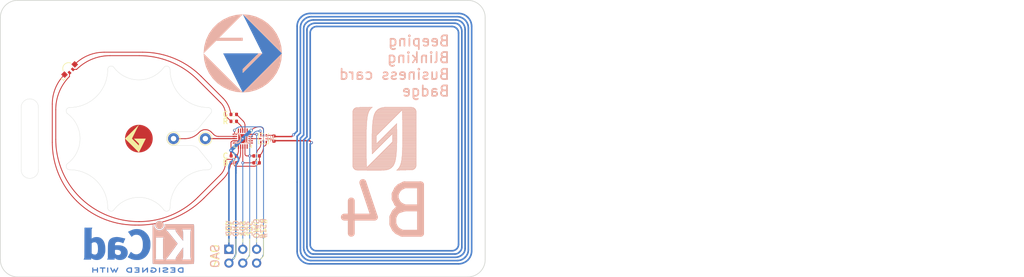
<source format=kicad_pcb>
(kicad_pcb (version 20221018) (generator pcbnew)
  (layers (0 "F.Cu" signal) (31 "B.Cu" signal) (34 "B.Paste" user) (35 "F.Paste" user) (36 "B.SilkS" user "B.Silkscreen") (37 "F.SilkS" user "F.Silkscreen") (38 "B.Mask" user) (39 "F.Mask" user) (44 "Edge.Cuts" user))
  (net 0 "")
  (net 1 "GND")
  (net 2 "/SCL")
  (net 3 "/SDA")
  (net 4 "/ANT")
  (net 5 "VDD")
  (net 7 "/SWIO")
  (net 8 "/R")
  (net 9 "/G")
  (net 10 "/B")
  (net 11 "/PZ+")
  (net 12 "/PZ-")
  (net 13 "/RED")
  (net 14 "/GREEN")
  (net 15 "/BLUE")
  (net 16 "/~{RST}")
  (net 17 "/FD")
  (footprint "Capacitor_SMD:C_0402_1005Metric" (layer "F.Cu") (at 131.699 104.775 180)
    (fp_text reference "C1" hide)
    (fp_text value "1uF")
  )
  (footprint "Capacitor_SMD:C_0402_1005Metric" (layer "F.Cu") (at 139.065 101.6 -90)
    (fp_text reference "C2" hide)
    (fp_text value "DNP")
  )
  (footprint "footprint:gs_logo_200mil" (layer "F.Cu") (at 114.3 101.6)
    (fp_text reference "GS1" hide)
    (fp_text value "GS_logo")
  )
  (footprint "custom:LED_Kingbright_APFA2507_2.5x1mm_Horizontal" (layer "F.Cu") (at 101.6 88.9 45)
    (fp_text reference "D1" hide)
    (fp_text value "LED_RAGB")
  )
  (footprint "Resistor_SMD:R_0402_1005Metric" (layer "F.Cu") (at 131.699 97.155)
    (fp_text reference "R2" hide)
    (fp_text value "1k")
  )
  (footprint "Package_DFN_QFN:QFN-20-1EP_3x3mm_P0.4mm_EP1.65x1.65mm" (layer "F.Cu") (at 133.35 101.6)
    (fp_text reference "U2" hide)
    (fp_text value "CH32V003F4P6")
  )
  (footprint "Resistor_SMD:R_0402_1005Metric" (layer "F.Cu") (at 131.699 98.425)
    (fp_text reference "R1" hide)
    (fp_text value "2.49k")
  )
  (footprint "Resistor_SMD:R_0402_1005Metric" (layer "F.Cu") (at 135.89 104.775 180)
    (fp_text reference "R4" hide)
    (fp_text value "10k")
  )
  (footprint "TestPoint:TestPoint_THTPad_D2.0mm_Drill1.0mm" (layer "F.Cu") (at 120.65 101.6)
    (fp_text reference "PZ1" hide)
    (fp_text value "TestPoint")
  )
  (footprint "Resistor_SMD:R_0402_1005Metric" (layer "F.Cu") (at 131.699 106.045)
    (fp_text reference "R3" hide)
    (fp_text value "1k")
  )
  (footprint "custom:XQFN8_1.6x1.6mm_SOT902-3" (layer "F.Cu") (at 137.16 101.6 -90)
    (fp_text reference "U1" hide)
    (fp_text value "NT3H2211")
  )
  (footprint "Resistor_SMD:R_0402_1005Metric" (layer "F.Cu") (at 135.89 106.045)
    (fp_text reference "R5" hide)
    (fp_text value "10k")
  )
  (footprint "TestPoint:TestPoint_THTPad_D2.0mm_Drill1.0mm" (layer "F.Cu") (at 126.492 101.6)
    (fp_text reference "PZ2" hide)
    (fp_text value "TestPoint")
  )
  (footprint "Symbol:KiCad-Logo2_8mm_Copper" (layer "B.Cu") (at 114.3 120.65 180)
    (fp_text reference "REF**" hide)
    (fp_text value "KiCad-Logo2_8mm_Copper" hide)
  )
  (footprint "Symbol:KiCad-Logo2_8mm_SilkScreen" (layer "B.Cu") (at 114.3 120.65 180)
    (fp_text reference "REF**" hide)
    (fp_text value "KiCad-Logo2_8mm_SilkScreen" hide)
  )
  (footprint "Connector_PinHeader_2.54mm:PinHeader_2x03_P2.54mm_Vertical" (layer "B.Cu") (at 130.81 121.92 -90)
    (fp_text reference "J1" hide)
    (fp_text value "Conn_02x03_Odd_Even")
  )
  (gr_poly (pts (xy 129.758 85.943) (xy 136.224 85.943) (xy 133.35 88.817) (xy 133.35 89.535) (xy 136.942 85.943) (xy 133.35 78.759) (xy 140.534 85.943) (xy 133.35 93.127)) (fill solid) (layer "B.Cu"))
  (gr_poly (pts (xy 126.27514 84.69551) (xy 126.59925 83.48593) (xy 127.12847 82.351) (xy 127.84674 81.32521) (xy 128.73221 80.43974) (xy 129.758 79.72147) (xy 130.89293 79.19225) (xy 132.10251 78.86814) (xy 133.35 78.759) (xy 126.166 85.943)) (fill solid) (layer "B.SilkS"))
  (gr_poly (pts (xy 132.10251 93.01786) (xy 130.89293 92.69375) (xy 129.758 92.16453) (xy 128.73221 91.44626) (xy 127.84674 90.56079) (xy 127.12847 89.535) (xy 126.59925 88.40007) (xy 126.27514 87.19049) (xy 126.166 85.943) (xy 133.35 93.127)) (fill solid) (layer "B.SilkS"))
  (gr_poly (pts (xy 140.534 85.943) (xy 140.42486 87.19049) (xy 140.10075 88.40007) (xy 139.57153 89.535) (xy 138.85326 90.56079) (xy 137.96779 91.44626) (xy 136.942 92.16453) (xy 135.80707 92.69375) (xy 134.59749 93.01786) (xy 133.35 93.127)) (fill solid) (layer "B.SilkS"))
  (gr_poly (pts (xy 133.35 78.759) (xy 134.59749 78.86814) (xy 135.80707 79.19225) (xy 136.942 79.72147) (xy 137.96779 80.43974) (xy 138.85326 81.32521) (xy 139.57153 82.351) (xy 140.10075 83.48593) (xy 140.42486 84.69551) (xy 140.534 85.943)) (fill solid) (layer "B.SilkS"))
  (gr_poly (pts (xy 129.039 83.069) (xy 133.35 83.069) (xy 133.35 83.644) (xy 128.465 83.644)) (fill solid) (layer "B.SilkS"))
  (gr_poly (pts (xy 133.35 88.817) (xy 136.224 85.943) (xy 136.942 85.943) (xy 133.35 89.535)) (fill solid) (layer "B.SilkS"))
  (gr_line (start 160.175 107.18) (end 160.16 107.195) (stroke (width 0.0508)) (layer "B.SilkS"))
  (gr_line (start 161.001 99.426) (end 161.001 99.421) (stroke (width 0.0508)) (layer "B.SilkS"))
  (gr_line (start 156.075 106.901) (end 156.126 106.901) (stroke (width 0.0508)) (layer "B.SilkS"))
  (gr_line (start 159.5 101.98) (end 159.495 101.98) (stroke (width 0.0508)) (layer "B.SilkS"))
  (gr_line (start 164.6 95.906) (end 164.615 95.921) (stroke (width 0.0508)) (layer "B.SilkS"))
  (gr_line (start 161.161 99.261) (end 161.166 99.261) (stroke (width 0.0508)) (layer "B.SilkS"))
  (gr_line (start 158.546 101.881) (end 158.561 101.866) (stroke (width 0.0508)) (layer "B.SilkS"))
  (gr_line (start 159.875 99) (end 159.86 99.015) (stroke (width 0.0508)) (layer "B.SilkS"))
  (gr_line (start 162.441 105.701) (end 165.16 105.701) (stroke (width 0.0508)) (layer "B.SilkS"))
  (gr_line (start 157.966 102.461) (end 157.981 102.446) (stroke (width 0.0508)) (layer "B.SilkS"))
  (gr_line (start 160.12 101.36) (end 160.115 101.36) (stroke (width 0.0508)) (layer "B.SilkS"))
  (gr_line (start 158.081 96.281) (end 158.106 96.281) (stroke (width 0.0508)) (layer "B.SilkS"))
  (gr_line (start 158.235 96.192) (end 164.966 96.192) (stroke (width 0.0508)) (layer "B.SilkS"))
  (gr_line (start 158.701 104.321) (end 158.706 104.321) (stroke (width 0.0508)) (layer "B.SilkS"))
  (gr_line (start 157.061 104.364) (end 157.111 104.364) (stroke (width 0.0508)) (layer "B.SilkS"))
  (gr_line (start 163.975 107.36) (end 163.96 107.375) (stroke (width 0.0508)) (layer "B.SilkS"))
  (gr_line (start 160.36 98.515) (end 160.36 98.52) (stroke (width 0.0508)) (layer "B.SilkS"))
  (gr_line (start 161.135 106.2) (end 161.12 106.215) (stroke (width 0.0508)) (layer "B.SilkS"))
  (gr_line (start 153.681 107.039) (end 160.46 107.039) (stroke (width 0.0508)) (layer "B.SilkS"))
  (gr_line (start 159.4 99.48) (end 159.395 99.48) (stroke (width 0.0508)) (layer "B.SilkS"))
  (gr_line (start 160.741 102.281) (end 160.746 102.281) (stroke (width 0.0508)) (layer "B.SilkS"))
  (gr_line (start 161.1 106.255) (end 161.1 106.28) (stroke (width 0.0508)) (layer "B.SilkS"))
  (gr_line (start 153.681 107.04) (end 153.681 107.035) (stroke (width 0.0508)) (layer "B.SilkS"))
  (gr_line (start 162.641 99.064) (end 165.16 99.064) (stroke (width 0.0508)) (layer "B.SilkS"))
  (gr_line (start 159.061 101.361) (end 159.066 101.361) (stroke (width 0.0508)) (layer "B.SilkS"))
  (gr_line (start 158.841 101.586) (end 158.841 101.581) (stroke (width 0.0508)) (layer "B.SilkS"))
  (gr_line (start 159.441 100.981) (end 159.446 100.981) (stroke (width 0.0508)) (layer "B.SilkS"))
  (gr_line (start 159.575 107.36) (end 159.56 107.375) (stroke (width 0.0508)) (layer "B.SilkS"))
  (gr_line (start 160.801 101.145) (end 161.62 101.145) (stroke (width 0.0508)) (layer "B.SilkS"))
  (gr_line (start 160.44 107.055) (end 160.44 107.06) (stroke (width 0.0508)) (layer "B.SilkS"))
  (gr_line (start 160.5 98.38) (end 160.495 98.38) (stroke (width 0.0508)) (layer "B.SilkS"))
  (gr_line (start 160.861 99.561) (end 160.866 99.561) (stroke (width 0.0508)) (layer "B.SilkS"))
  (gr_line (start 161.34 105.56) (end 161.335 105.56) (stroke (width 0.0508)) (layer "B.SilkS"))
  (gr_line (start 159.341 101.081) (end 159.346 101.081) (stroke (width 0.0508)) (layer "B.SilkS"))
  (gr_line (start 161.481 98.941) (end 161.486 98.941) (stroke (width 0.0508)) (layer "B.SilkS"))
  (gr_line (start 158.961 104.061) (end 158.966 104.061) (stroke (width 0.0508)) (layer "B.SilkS"))
  (gr_line (start 159.9 98.975) (end 159.9 98.98) (stroke (width 0.0508)) (layer "B.SilkS"))
  (gr_line (start 159.355 99.52) (end 159.34 99.535) (stroke (width 0.0508)) (layer "B.SilkS"))
  (gr_line (start 160.406 102.621) (end 160.421 102.606) (stroke (width 0.0508)) (layer "B.SilkS"))
  (gr_line (start 158.92 99.955) (end 158.92 99.96) (stroke (width 0.0508)) (layer "B.SilkS"))
  (gr_line (start 159.721 100.701) (end 159.726 100.701) (stroke (width 0.0508)) (layer "B.SilkS"))
  (gr_line (start 161.74 97.135) (end 161.74 97.14) (stroke (width 0.0508)) (layer "B.SilkS"))
  (gr_line (start 153.501 99.213) (end 156.06 99.213) (stroke (width 0.0508)) (layer "B.SilkS"))
  (gr_line (start 159.74 101.74) (end 159.735 101.74) (stroke (width 0.0508)) (layer "B.SilkS"))
  (gr_line (start 158.42 100.455) (end 158.42 100.46) (stroke (width 0.0508)) (layer "B.SilkS"))
  (gr_line (start 161.16 106.115) (end 161.16 106.16) (stroke (width 0.0508)) (layer "B.SilkS"))
  (gr_line (start 159.541 100.881) (end 159.546 100.881) (stroke (width 0.0508)) (layer "B.SilkS"))
  (gr_line (start 158.4 103.08) (end 158.395 103.08) (stroke (width 0.0508)) (layer "B.SilkS"))
  (gr_line (start 161.981 107.006) (end 161.981 107.001) (stroke (width 0.0508)) (layer "B.SilkS"))
  (gr_line (start 154.231 107.385) (end 159.449 107.385) (stroke (width 0.0508)) (layer "B.SilkS"))
  (gr_line (start 159.26 99.62) (end 159.255 99.62) (stroke (width 0.0508)) (layer "B.SilkS"))
  (gr_line (start 162.641 99.609) (end 165.16 99.609) (stroke (width 0.0508)) (layer "B.SilkS"))
  (gr_line (start 159.32 102.155) (end 159.32 102.16) (stroke (width 0.0508)) (layer "B.SilkS"))
  (gr_line (start 159.615 99.26) (end 159.6 99.275) (stroke (width 0.0508)) (layer "B.SilkS"))
  (gr_line (start 162.301 106.345) (end 165.16 106.345) (stroke (width 0.0508)) (layer "B.SilkS"))
  (gr_line (start 153.501 97.479) (end 156.22 97.479) (stroke (width 0.0508)) (layer "B.SilkS"))
  (gr_line (start 160.96 106.54) (end 160.955 106.54) (stroke (width 0.0508)) (layer "B.SilkS"))
  (gr_line (start 161.24 97.635) (end 161.24 97.64) (stroke (width 0.0508)) (layer "B.SilkS"))
  (gr_line (start 156.361 106.661) (end 156.366 106.661) (stroke (width 0.0508)) (layer "B.SilkS"))
  (gr_line (start 157.981 102.446) (end 157.981 102.441) (stroke (width 0.0508)) (layer "B.SilkS"))
  (gr_line (start 153.621 96.34) (end 156.615 96.34) (stroke (width 0.0508)) (layer "B.SilkS"))
  (gr_line (start 157.721 105.305) (end 161.38 105.305) (stroke (width 0.0508)) (layer "B.SilkS"))
  (gr_line (start 160 98.88) (end 159.995 98.88) (stroke (width 0.0508)) (layer "B.SilkS"))
  (gr_line (start 158.055 103.42) (end 158.04 103.435) (stroke (width 0.0508)) (layer "B.SilkS"))
  (gr_line (start 158.54 102.94) (end 158.535 102.94) (stroke (width 0.0508)) (layer "B.SilkS"))
  (gr_line (start 160.8 98.08) (end 160.795 98.08) (stroke (width 0.0508)) (layer "B.SilkS"))
  (gr_line (start 156.901 106.121) (end 156.906 106.121) (stroke (width 0.0508)) (layer "B.SilkS"))
  (gr_line (start 160.68 98.2) (end 160.675 98.2) (stroke (width 0.0508)) (layer "B.SilkS"))
  (gr_line (start 157.841 96.521) (end 157.846 96.521) (stroke (width 0.0508)) (layer "B.SilkS"))
  (gr_line (start 159.546 100.881) (end 159.561 100.866) (stroke (width 0.0508)) (layer "B.SilkS"))
  (gr_line (start 157.28 104.2) (end 157.275 104.2) (stroke (width 0.0508)) (layer "B.SilkS"))
  (gr_line (start 161.869 107.138) (end 164.84 107.138) (stroke (width 0.0508)) (layer "B.SilkS"))
  (gr_line (start 159.795 101.68) (end 159.78 101.695) (stroke (width 0.0508)) (layer "B.SilkS"))
  (gr_line (start 158.701 101.726) (end 158.701 101.721) (stroke (width 0.0508)) (layer "B.SilkS"))
  (gr_line (start 156.255 97.32) (end 156.24 97.335) (stroke (width 0.0508)) (layer "B.SilkS"))
  (gr_line (start 158.46 100.415) (end 158.46 100.42) (stroke (width 0.0508)) (layer "B.SilkS"))
  (gr_line (start 153.541 106.695) (end 153.526 106.68) (stroke (width 0.0508)) (layer "B.SilkS"))
  (gr_line (start 164.52 107.315) (end 164.52 107.32) (stroke (width 0.0508)) (layer "B.SilkS"))
  (gr_line (start 158.701 101.721) (end 158.706 101.721) (stroke (width 0.0508)) (layer "B.SilkS"))
  (gr_line (start 157.34 104.135) (end 157.34 104.14) (stroke (width 0.0508)) (layer "B.SilkS"))
  (gr_line (start 157.655 103.82) (end 157.64 103.835) (stroke (width 0.0508)) (layer "B.SilkS"))
  (gr_line (start 162.641 101.145) (end 165.16 101.145) (stroke (width 0.0508)) (layer "B.SilkS"))
  (gr_line (start 164.98 106.975) (end 164.98 106.98) (stroke (width 0.0508)) (layer "B.SilkS"))
  (gr_line (start 156.46 96.615) (end 156.46 96.66) (stroke (width 0.0508)) (layer "B.SilkS"))
  (gr_line (start 156.141 106.886) (end 156.141 106.881) (stroke (width 0.0508)) (layer "B.SilkS"))
  (gr_line (start 160.1 98.775) (end 160.1 98.78) (stroke (width 0.0508)) (layer "B.SilkS"))
  (gr_line (start 156.921 106.106) (end 156.921 106.101) (stroke (width 0.0508)) (layer "B.SilkS"))
  (gr_line (start 158.381 104.646) (end 158.381 104.641) (stroke (width 0.0508)) (layer "B.SilkS"))
  (gr_line (start 157.041 100.847) (end 158.027 100.847) (stroke (width 0.0508)) (layer "B.SilkS"))
  (gr_line (start 158.435 103.04) (end 158.42 103.055) (stroke (width 0.0508)) (layer "B.SilkS"))
  (gr_line (start 157.346 97.581) (end 157.361 97.566) (stroke (width 0.0508)) (layer "B.SilkS"))
  (gr_line (start 161.22 105.955) (end 161.22 106) (stroke (width 0.0508)) (layer "B.SilkS"))
  (gr_line (start 160.335 98.54) (end 160.32 98.555) (stroke (width 0.0508)) (layer "B.SilkS"))
  (gr_line (start 161.241 99.186) (end 161.241 99.181) (stroke (width 0.0508)) (layer "B.SilkS"))
  (gr_line (start 159.161 101.261) (end 159.166 101.261) (stroke (width 0.0508)) (layer "B.SilkS"))
  (gr_line (start 158.841 95.926) (end 158.841 95.921) (stroke (width 0.0508)) (layer "B.SilkS"))
  (gr_line (start 160.001 103.021) (end 160.006 103.021) (stroke (width 0.0508)) (layer "B.SilkS"))
  (gr_line (start 160.56 98.315) (end 160.56 98.32) (stroke (width 0.0508)) (layer "B.SilkS"))
  (gr_line (start 163.24 107.395) (end 163.24 107.4) (stroke (width 0.0508)) (layer "B.SilkS"))
  (gr_line (start 158.88 99.995) (end 158.88 100) (stroke (width 0.0508)) (layer "B.SilkS"))
  (gr_line (start 164.38 95.841) (end 164.38 95.846) (stroke (width 0.0508)) (layer "B.SilkS"))
  (gr_line (start 158.181 104.846) (end 158.181 104.841) (stroke (width 0.0508)) (layer "B.SilkS"))
  (gr_line (start 154.341 95.866) (end 154.341 95.861) (stroke (width 0.0508)) (layer "B.SilkS"))
  (gr_line (start 160.355 101.12) (end 160.34 101.135) (stroke (width 0.0508)) (layer "B.SilkS"))
  (gr_line (start 160.421 102.601) (end 160.426 102.601) (stroke (width 0.0508)) (layer "B.SilkS"))
  (gr_line (start 156.901 106.126) (end 156.901 106.121) (stroke (width 0.0508)) (layer "B.SilkS"))
  (gr_line (start 160.2 98.68) (end 160.195 98.68) (stroke (width 0.0508)) (layer "B.SilkS"))
  (gr_line (start 157.261 98.066) (end 157.261 97.961) (stroke (width 0.0508)) (layer "B.SilkS"))
  (gr_line (start 162.355 96.52) (end 162.34 96.535) (stroke (width 0.0508)) (layer "B.SilkS"))
  (gr_line (start 159.761 103.266) (end 159.761 103.261) (stroke (width 0.0508)) (layer "B.SilkS"))
  (gr_line (start 164.94 107.04) (end 164.935 107.04) (stroke (width 0.0508)) (layer "B.SilkS"))
  (gr_line (start 158.206 104.821) (end 158.221 104.806) (stroke (width 0.0508)) (layer "B.SilkS"))
  (gr_line (start 159.76 99.12) (end 159.755 99.12) (stroke (width 0.0508)) (layer "B.SilkS"))
  (gr_line (start 160.4 98.48) (end 160.395 98.48) (stroke (width 0.0508)) (layer "B.SilkS"))
  (gr_line (start 160.801 102.086) (end 161.62 102.086) (stroke (width 0.0508)) (layer "B.SilkS"))
  (gr_line (start 157.281 97.861) (end 157.286 97.861) (stroke (width 0.0508)) (layer "B.SilkS"))
  (gr_line (start 159.976 100.451) (end 161.62 100.451) (stroke (width 0.0508)) (layer "B.SilkS"))
  (gr_line (start 161.475 97.4) (end 161.46 97.415) (stroke (width 0.0508)) (layer "B.SilkS"))
  (gr_line (start 162.381 106.048) (end 165.16 106.048) (stroke (width 0.0508)) (layer "B.SilkS"))
  (gr_line (start 162.641 102.284) (end 165.16 102.284) (stroke (width 0.0508)) (layer "B.SilkS"))
  (gr_line (start 160.48 101) (end 160.475 101) (stroke (width 0.0508)) (layer "B.SilkS"))
  (gr_line (start 153.501 105.355) (end 156.04 105.355) (stroke (width 0.0508)) (layer "B.SilkS"))
  (gr_line (start 156.701 106.326) (end 156.701 106.321) (stroke (width 0.0508)) (layer "B.SilkS"))
  (gr_line (start 162.401 105.949) (end 165.16 105.949) (stroke (width 0.0508)) (layer "B.SilkS"))
  (gr_line (start 162.641 98.817) (end 165.16 98.817) (stroke (width 0.0508)) (layer "B.SilkS"))
  (gr_line (start 159.561 103.461) (end 159.566 103.461) (stroke (width 0.0508)) (layer "B.SilkS"))
  (gr_line (start 160.96 97.915) (end 160.96 97.92) (stroke (width 0.0508)) (layer "B.SilkS"))
  (gr_line (start 157.601 105.421) (end 157.606 105.421) (stroke (width 0.0508)) (layer "B.SilkS"))
  (gr_line (start 159.535 99.34) (end 159.52 99.355) (stroke (width 0.0508)) (layer "B.SilkS"))
  (gr_line (start 162.621 97.083) (end 165.16 97.083) (stroke (width 0.0508)) (layer "B.SilkS"))
  (gr_line (start 159.661 103.361) (end 159.666 103.361) (stroke (width 0.0508)) (layer "B.SilkS"))
  (gr_line (start 160.501 102.526) (end 160.501 102.521) (stroke (width 0.0508)) (layer "B.SilkS"))
  (gr_line (start 158.38 103.095) (end 158.38 103.1) (stroke (width 0.0508)) (layer "B.SilkS"))
  (gr_line (start 164.78 107.175) (end 164.78 107.18) (stroke (width 0.0508)) (layer "B.SilkS"))
  (gr_line (start 157.081 99.857) (end 159.02 99.857) (stroke (width 0.0508)) (layer "B.SilkS"))
  (gr_line (start 156.355 96.92) (end 156.34 96.935) (stroke (width 0.0508)) (layer "B.SilkS"))
  (gr_line (start 160.44 98.435) (end 160.44 98.44) (stroke (width 0.0508)) (layer "B.SilkS"))
  (gr_line (start 156.04 105.341) (end 156.04 106.546) (stroke (width 0.0508)) (layer "B.SilkS"))
  (gr_line (start 158.42 100.46) (end 158.415 100.46) (stroke (width 0.0508)) (layer "B.SilkS"))
  (gr_line (start 158.761 101.661) (end 158.766 101.661) (stroke (width 0.0508)) (layer "B.SilkS"))
  (gr_line (start 162.541 105.058) (end 165.16 105.058) (stroke (width 0.0508)) (layer "B.SilkS"))
  (gr_line (start 160.686 99.741) (end 160.701 99.726) (stroke (width 0.0508)) (layer "B.SilkS"))
  (gr_line (start 158.361 102.061) (end 158.366 102.061) (stroke (width 0.0508)) (layer "B.SilkS"))
  (gr_line (start 158.366 96.121) (end 158.381 96.106) (stroke (width 0.0508)) (layer "B.SilkS"))
  (gr_line (start 159.261 103.761) (end 159.266 103.761) (stroke (width 0.0508)) (layer "B.SilkS"))
  (gr_line (start 159.38 102.1) (end 159.375 102.1) (stroke (width 0.0508)) (layer "B.SilkS"))
  (gr_line (start 161.666 107.341) (end 161.681 107.326) (stroke (width 0.0508)) (layer "B.SilkS"))
  (gr_line (start 158.32 103.155) (end 158.32 103.16) (stroke (width 0.0508)) (layer "B.SilkS"))
  (gr_line (start 164.875 96.081) (end 164.88 96.081) (stroke (width 0.0508)) (layer "B.SilkS"))
  (gr_line (start 158.18 100.695) (end 158.18 100.7) (stroke (width 0.0508)) (layer "B.SilkS"))
  (gr_line (start 160.666 99.761) (end 160.681 99.746) (stroke (width 0.0508)) (layer "B.SilkS"))
  (gr_line (start 160.746 102.281) (end 160.761 102.266) (stroke (width 0.0508)) (layer "B.SilkS"))
  (gr_line (start 158.18 103.3) (end 158.175 103.3) (stroke (width 0.0508)) (layer "B.SilkS"))
  (gr_line (start 159.34 99.535) (end 159.34 99.54) (stroke (width 0.0508)) (layer "B.SilkS"))
  (gr_line (start 157.341 105.681) (end 157.346 105.681) (stroke (width 0.0508)) (layer "B.SilkS"))
  (gr_line (start 161 106.455) (end 161 106.48) (stroke (width 0.0508)) (layer "B.SilkS"))
  (gr_line (start 154.061 107.335) (end 154.046 107.32) (stroke (width 0.0508)) (layer "B.SilkS"))
  (gr_line (start 158.141 102.281) (end 158.146 102.281) (stroke (width 0.0508)) (layer "B.SilkS"))
  (gr_line (start 160.42 98.455) (end 160.42 98.46) (stroke (width 0.0508)) (layer "B.SilkS"))
  (gr_line (start 161.48 97.395) (end 161.48 97.4) (stroke (width 0.0508)) (layer "B.SilkS"))
  (gr_line (start 157.581 96.921) (end 157.586 96.921) (stroke (width 0.0508)) (layer "B.SilkS"))
  (gr_line (start 158.62 102.86) (end 158.615 102.86) (stroke (width 0.0508)) (layer "B.SilkS"))
  (gr_line (start 159.881 100.541) (end 159.886 100.541) (stroke (width 0.0508)) (layer "B.SilkS"))
  (gr_line (start 164.8 107.155) (end 164.8 107.16) (stroke (width 0.0508)) (layer "B.SilkS"))
  (gr_line (start 156.181 107.435) (end 156.166 107.42) (stroke (width 0.0508)) (layer "B.SilkS"))
  (gr_line (start 153.866 107.22) (end 153.841 107.22) (stroke (width 0.0508)) (layer "B.SilkS"))
  (gr_line (start 162.621 97.777) (end 165.16 97.777) (stroke (width 0.0508)) (layer "B.SilkS"))
  (gr_line (start 160.24 98.635) (end 160.24 98.64) (stroke (width 0.0508)) (layer "B.SilkS"))
  (gr_line (start 158.08 100.8) (end 158.075 100.8) (stroke (width 0.0508)) (layer "B.SilkS"))
  (gr_line (start 161.34 105.495) (end 161.34 105.56) (stroke (width 0.0508)) (layer "B.SilkS"))
  (gr_line (start 159.72 99.16) (end 159.715 99.16) (stroke (width 0.0508)) (layer "B.SilkS"))
  (gr_line (start 162.641 100.451) (end 165.16 100.451) (stroke (width 0.0508)) (layer "B.SilkS"))
  (gr_line (start 158.586 101.841) (end 158.601 101.826) (stroke (width 0.0508)) (layer "B.SilkS"))
  (gr_line (start 153.901 107.26) (end 153.901 107.255) (stroke (width 0.0508)) (layer "B.SilkS"))
  (gr_line (start 156.681 106.346) (end 156.681 106.341) (stroke (width 0.0508)) (layer "B.SilkS"))
  (gr_line (start 159.678 100.748) (end 160.726 100.748) (stroke (width 0.0508)) (layer "B.SilkS"))
  (gr_line (start 160.115 98.76) (end 160.1 98.775) (stroke (width 0.0508)) (layer "B.SilkS"))
  (gr_line (start 157.041 101.937) (end 157.86 101.937) (stroke (width 0.0508)) (layer "B.SilkS"))
  (gr_line (start 157.397 97.43) (end 161.445 97.43) (stroke (width 0.0508)) (layer "B.SilkS"))
  (gr_line (start 162.641 98.718) (end 165.16 98.718) (stroke (width 0.0508)) (layer "B.SilkS"))
  (gr_line (start 158.001 96.361) (end 158.006 96.361) (stroke (width 0.0508)) (layer "B.SilkS"))
  (gr_line (start 157.2 104.275) (end 157.2 104.28) (stroke (width 0.0508)) (layer "B.SilkS"))
  (gr_line (start 162.641 103.027) (end 165.16 103.027) (stroke (width 0.0508)) (layer "B.SilkS"))
  (gr_line (start 157.494 97.133) (end 161.742 97.133) (stroke (width 0.0508)) (layer "B.SilkS"))
  (gr_line (start 159.221 103.806) (end 159.221 103.801) (stroke (width 0.0508)) (layer "B.SilkS"))
  (gr_line (start 160.615 98.26) (end 160.6 98.275) (stroke (width 0.0508)) (layer "B.SilkS"))
  (gr_line (start 156.381 106.646) (end 156.381 106.641) (stroke (width 0.0508)) (layer "B.SilkS"))
  (gr_line (start 161.22 97.66) (end 161.215 97.66) (stroke (width 0.0508)) (layer "B.SilkS"))
  (gr_line (start 158.36 100.515) (end 158.36 100.52) (stroke (width 0.0508)) (layer "B.SilkS"))
  (gr_line (start 157.026 106.001) (end 157.041 105.986) (stroke (width 0.0508)) (layer "B.SilkS"))
  (gr_line (start 153.501 98.024) (end 156.14 98.024) (stroke (width 0.0508)) (layer "B.SilkS"))
  (gr_line (start 159.001 95.881) (end 159.106 95.881) (stroke (width 0.0508)) (layer "B.SilkS"))
  (gr_line (start 158.1 100.775) (end 158.1 100.78) (stroke (width 0.0508)) (layer "B.SilkS"))
  (gr_line (start 159.961 100.466) (end 159.961 100.461) (stroke (width 0.0508)) (layer "B.SilkS"))
  (gr_line (start 158.44 101.987) (end 159.488 101.987) (stroke (width 0.0508)) (layer "B.SilkS"))
  (gr_line (start 162.561 104.846) (end 162.561 104.581) (stroke (width 0.0508)) (layer "B.SilkS"))
  (gr_line (start 158.52 102.96) (end 158.515 102.96) (stroke (width 0.0508)) (layer "B.SilkS"))
  (gr_line (start 157.92 100.955) (end 157.92 100.96) (stroke (width 0.0508)) (layer "B.SilkS"))
  (gr_line (start 160.606 102.421) (end 160.621 102.406) (stroke (width 0.0508)) (layer "B.SilkS"))
  (gr_line (start 156.14 97.975) (end 156.14 98.14) (stroke (width 0.0508)) (layer "B.SilkS"))
  (gr_line (start 160.14 98.74) (end 160.135 98.74) (stroke (width 0.0508)) (layer "B.SilkS"))
  (gr_line (start 162.18 96.695) (end 162.18 96.7) (stroke (width 0.0508)) (layer "B.SilkS"))
  (gr_line (start 165.1 106.715) (end 165.1 106.76) (stroke (width 0.0508)) (layer "B.SilkS"))
  (gr_line (start 161.295 105.72) (end 161.28 105.735) (stroke (width 0.0508)) (layer "B.SilkS"))
  (gr_line (start 161.96 96.915) (end 161.96 96.92) (stroke (width 0.0508)) (layer "B.SilkS"))
  (gr_line (start 162.311 106.296) (end 165.16 106.296) (stroke (width 0.0508)) (layer "B.SilkS"))
  (gr_line (start 160.04 101.44) (end 160.035 101.44) (stroke (width 0.0508)) (layer "B.SilkS"))
  (gr_line (start 158.181 96.221) (end 158.186 96.221) (stroke (width 0.0508)) (layer "B.SilkS"))
  (gr_line (start 159.695 107.34) (end 159.68 107.355) (stroke (width 0.0508)) (layer "B.SilkS"))
  (gr_line (start 162.1 96.78) (end 162.095 96.78) (stroke (width 0.0508)) (layer "B.SilkS"))
  (gr_line (start 161.84 97.035) (end 161.84 97.04) (stroke (width 0.0508)) (layer "B.SilkS"))
  (gr_line (start 162.361 106.147) (end 165.16 106.147) (stroke (width 0.0508)) (layer "B.SilkS"))
  (gr_line (start 153.926 96.021) (end 153.941 96.006) (stroke (width 0.0508)) (layer "B.SilkS"))
  (gr_line (start 159.061 101.366) (end 159.061 101.361) (stroke (width 0.0508)) (layer "B.SilkS"))
  (gr_line (start 157.521 105.501) (end 157.526 105.501) (stroke (width 0.0508)) (layer "B.SilkS"))
  (gr_line (start 157.101 99.609) (end 159.266 99.609) (stroke (width 0.0508)) (layer "B.SilkS"))
  (gr_line (start 159.246 95.861) (end 159.261 95.846) (stroke (width 0.0508)) (layer "B.SilkS"))
  (gr_line (start 158.241 102.185) (end 159.29 102.185) (stroke (width 0.0508)) (layer "B.SilkS"))
  (gr_line (start 162.626 103.301) (end 162.641 103.286) (stroke (width 0.0508)) (layer "B.SilkS"))
  (gr_line (start 159.975 98.9) (end 159.96 98.915) (stroke (width 0.0508)) (layer "B.SilkS"))
  (gr_line (start 162.521 105.266) (end 162.521 105.081) (stroke (width 0.0508)) (layer "B.SilkS"))
  (gr_line (start 156.56 96.415) (end 156.56 96.44) (stroke (width 0.0508)) (layer "B.SilkS"))
  (gr_line (start 153.841 107.215) (end 153.826 107.2) (stroke (width 0.0508)) (layer "B.SilkS"))
  (gr_line (start 160.248 102.779) (end 161.6 102.779) (stroke (width 0.0508)) (layer "B.SilkS"))
  (gr_line (start 157.161 98.681) (end 157.166 98.681) (stroke (width 0.0508)) (layer "B.SilkS"))
  (gr_line (start 158.961 101.466) (end 158.961 101.461) (stroke (width 0.0508)) (layer "B.SilkS"))
  (gr_line (start 160.06 101.415) (end 160.06 101.42) (stroke (width 0.0508)) (layer "B.SilkS"))
  (gr_line (start 160.54 100.94) (end 160.535 100.94) (stroke (width 0.0508)) (layer "B.SilkS"))
  (gr_line (start 161.066 99.361) (end 161.081 99.346) (stroke (width 0.0508)) (layer "B.SilkS"))
  (gr_line (start 156.92 95.975) (end 156.92 95.98) (stroke (width 0.0508)) (layer "B.SilkS"))
  (gr_line (start 157.766 96.621) (end 157.781 96.606) (stroke (width 0.0508)) (layer "B.SilkS"))
  (gr_line (start 159.106 103.921) (end 159.121 103.906) (stroke (width 0.0508)) (layer "B.SilkS"))
  (gr_line (start 159.221 101.201) (end 159.226 101.201) (stroke (width 0.0508)) (layer "B.SilkS"))
  (gr_line (start 157.586 105.441) (end 157.601 105.426) (stroke (width 0.0508)) (layer "B.SilkS"))
  (gr_line (start 156.981 106.046) (end 156.981 106.041) (stroke (width 0.0508)) (layer "B.SilkS"))
  (gr_line (start 160.161 100.266) (end 160.161 100.261) (stroke (width 0.0508)) (layer "B.SilkS"))
  (gr_line (start 160.701 102.321) (end 160.706 102.321) (stroke (width 0.0508)) (layer "B.SilkS"))
  (gr_line (start 159.62 101.855) (end 159.62 101.86) (stroke (width 0.0508)) (layer "B.SilkS"))
  (gr_line (start 161.881 107.126) (end 161.881 107.121) (stroke (width 0.0508)) (layer "B.SilkS"))
  (gr_line (start 153.681 96.246) (end 153.681 96.241) (stroke (width 0.0508)) (layer "B.SilkS"))
  (gr_line (start 157.501 97.081) (end 157.506 97.081) (stroke (width 0.0508)) (layer "B.SilkS"))
  (gr_line (start 153.881 107.237) (end 160.08 107.237) (stroke (width 0.0508)) (layer "B.SilkS"))
  (gr_line (start 158.041 104.986) (end 158.041 104.981) (stroke (width 0.0508)) (layer "B.SilkS"))
  (gr_line (start 153.501 98.173) (end 156.12 98.173) (stroke (width 0.0508)) (layer "B.SilkS"))
  (gr_line (start 153.546 106.76) (end 153.541 106.76) (stroke (width 0.0508)) (layer "B.SilkS"))
  (gr_line (start 159.701 103.324) (end 161.58 103.324) (stroke (width 0.0508)) (layer "B.SilkS"))
  (gr_line (start 160.56 100.915) (end 160.56 100.92) (stroke (width 0.0508)) (layer "B.SilkS"))
  (gr_line (start 161.52 97.36) (end 161.515 97.36) (stroke (width 0.0508)) (layer "B.SilkS"))
  (gr_line (start 153.566 96.461) (end 153.581 96.446) (stroke (width 0.0508)) (layer "B.SilkS"))
  (gr_line (start 161.72 97.16) (end 161.715 97.16) (stroke (width 0.0508)) (layer "B.SilkS"))
  (gr_line (start 154.241 107.4) (end 154.241 107.395) (stroke (width 0.0508)) (layer "B.SilkS"))
  (gr_line (start 158.541 104.486) (end 158.541 104.481) (stroke (width 0.0508)) (layer "B.SilkS"))
  (gr_line (start 157.201 98.371) (end 160.504 98.371) (stroke (width 0.0508)) (layer "B.SilkS"))
  (gr_line (start 162.026 106.941) (end 162.041 106.926) (stroke (width 0.0508)) (layer "B.SilkS"))
  (gr_line (start 157.086 105.941) (end 157.101 105.926) (stroke (width 0.0508)) (layer "B.SilkS"))
  (gr_line (start 158.495 102.98) (end 158.48 102.995) (stroke (width 0.0508)) (layer "B.SilkS"))
  (gr_line (start 161.986 107.001) (end 162.001 106.986) (stroke (width 0.0508)) (layer "B.SilkS"))
  (gr_line (start 159.44 102.04) (end 159.435 102.04) (stroke (width 0.0508)) (layer "B.SilkS"))
  (gr_line (start 158.015 100.86) (end 158 100.875) (stroke (width 0.0508)) (layer "B.SilkS"))
  (gr_line (start 161.28 105.735) (end 161.28 105.8) (stroke (width 0.0508)) (layer "B.SilkS"))
  (gr_line (start 161.24 105.875) (end 161.24 105.94) (stroke (width 0.0508)) (layer "B.SilkS"))
  (gr_line (start 153.586 96.401) (end 153.601 96.386) (stroke (width 0.0508)) (layer "B.SilkS"))
  (gr_line (start 159.946 103.081) (end 159.961 103.066) (stroke (width 0.0508)) (layer "B.SilkS"))
  (gr_line (start 157.995 103.48) (end 157.98 103.495) (stroke (width 0.0508)) (layer "B.SilkS"))
  (gr_line (start 162.16 96.715) (end 162.16 96.72) (stroke (width 0.0508)) (layer "B.SilkS"))
  (gr_line (start 157.046 105.981) (end 157.061 105.966) (stroke (width 0.0508)) (layer "B.SilkS"))
  (gr_line (start 156.075 98.94) (end 156.06 98.955) (stroke (width 0.0508)) (layer "B.SilkS"))
  (gr_line (start 158.74 100.135) (end 158.74 100.14) (stroke (width 0.0508)) (layer "B.SilkS"))
  (gr_line (start 159.14 99.735) (end 159.14 99.74) (stroke (width 0.0508)) (layer "B.SilkS"))
  (gr_line (start 158.501 96.043) (end 164.82 96.043) (stroke (width 0.0508)) (layer "B.SilkS"))
  (gr_line (start 157.766 105.261) (end 157.781 105.246) (stroke (width 0.0508)) (layer "B.SilkS"))
  (gr_line (start 157.386 97.441) (end 157.401 97.426) (stroke (width 0.0508)) (layer "B.SilkS"))
  (gr_line (start 161.88 96.995) (end 161.88 97) (stroke (width 0.0508)) (layer "B.SilkS"))
  (gr_line (start 153.501 102.135) (end 156.02 102.135) (stroke (width 0.0508)) (layer "B.SilkS"))
  (gr_line (start 158.49 101.937) (end 159.54 101.937) (stroke (width 0.0508)) (layer "B.SilkS"))
  (gr_line (start 160.535 106.98) (end 160.52 106.995) (stroke (width 0.0508)) (layer "B.SilkS"))
  (gr_line (start 156.521 106.506) (end 156.521 106.501) (stroke (width 0.0508)) (layer "B.SilkS"))
  (gr_line (start 158.146 104.881) (end 158.161 104.866) (stroke (width 0.0508)) (layer "B.SilkS"))
  (gr_line (start 160.681 99.746) (end 160.681 99.741) (stroke (width 0.0508)) (layer "B.SilkS"))
  (gr_line (start 158.581 101.846) (end 158.581 101.841) (stroke (width 0.0508)) (layer "B.SilkS"))
  (gr_line (start 160.001 100.426) (end 160.001 100.421) (stroke (width 0.0508)) (layer "B.SilkS"))
  (gr_line (start 153.501 105.602) (end 156.04 105.602) (stroke (width 0.0508)) (layer "B.SilkS"))
  (gr_line (start 159.461 100.966) (end 159.461 100.961) (stroke (width 0.0508)) (layer "B.SilkS"))
  (gr_line (start 158.121 102.301) (end 158.126 102.301) (stroke (width 0.0508)) (layer "B.SilkS"))
  (gr_line (start 160.881 99.541) (end 160.886 99.541) (stroke (width 0.0508)) (layer "B.SilkS"))
  (gr_line (start 162.06 96.82) (end 162.055 96.82) (stroke (width 0.0508)) (layer "B.SilkS"))
  (gr_line (start 160.669 99.758) (end 161.6 99.758) (stroke (width 0.0508)) (layer "B.SilkS"))
  (gr_line (start 158.281 102.146) (end 158.281 102.141) (stroke (width 0.0508)) (layer "B.SilkS"))
  (gr_line (start 162.641 102.878) (end 165.16 102.878) (stroke (width 0.0508)) (layer "B.SilkS"))
  (gr_line (start 158.201 104.821) (end 158.206 104.821) (stroke (width 0.0508)) (layer "B.SilkS"))
  (gr_line (start 156.88 96) (end 156.875 96) (stroke (width 0.0508)) (layer "B.SilkS"))
  (gr_line (start 161.08 106.32) (end 161.075 106.32) (stroke (width 0.0508)) (layer "B.SilkS"))
  (gr_line (start 160.775 98.1) (end 160.76 98.115) (stroke (width 0.0508)) (layer "B.SilkS"))
  (gr_line (start 158 100.875) (end 158 100.88) (stroke (width 0.0508)) (layer "B.SilkS"))
  (gr_line (start 158.36 100.52) (end 158.355 100.52) (stroke (width 0.0508)) (layer "B.SilkS"))
  (gr_line (start 161.02 97.855) (end 161.02 97.86) (stroke (width 0.0508)) (layer "B.SilkS"))
  (gr_line (start 156.5 96.535) (end 156.5 96.56) (stroke (width 0.0508)) (layer "B.SilkS"))
  (gr_line (start 162.261 106.466) (end 162.261 106.421) (stroke (width 0.0508)) (layer "B.SilkS"))
  (gr_line (start 161.155 97.72) (end 161.14 97.735) (stroke (width 0.0508)) (layer "B.SilkS"))
  (gr_line (start 156.335 97) (end 156.32 97.015) (stroke (width 0.0508)) (layer "B.SilkS"))
  (gr_line (start 159.501 100.921) (end 159.506 100.921) (stroke (width 0.0508)) (layer "B.SilkS"))
  (gr_line (start 164.935 107.04) (end 164.92 107.055) (stroke (width 0.0508)) (layer "B.SilkS"))
  (gr_line (start 156.181 107.44) (end 156.181 107.435) (stroke (width 0.0508)) (layer "B.SilkS"))
  (gr_line (start 157.721 96.686) (end 157.721 96.681) (stroke (width 0.0508)) (layer "B.SilkS"))
  (gr_line (start 157.68 103.795) (end 157.68 103.8) (stroke (width 0.0508)) (layer "B.SilkS"))
  (gr_line (start 161.015 97.86) (end 161 97.875) (stroke (width 0.0508)) (layer "B.SilkS"))
  (gr_line (start 159.246 101.181) (end 159.261 101.166) (stroke (width 0.0508)) (layer "B.SilkS"))
  (gr_line (start 160.021 100.402) (end 161.62 100.402) (stroke (width 0.0508)) (layer "B.SilkS"))
  (gr_line (start 159.66 99.22) (end 159.655 99.22) (stroke (width 0.0508)) (layer "B.SilkS"))
  (gr_line (start 158.72 100.155) (end 158.72 100.16) (stroke (width 0.0508)) (layer "B.SilkS"))
  (gr_line (start 153.641 106.98) (end 153.641 106.975) (stroke (width 0.0508)) (layer "B.SilkS"))
  (gr_line (start 160.54 98.34) (end 160.535 98.34) (stroke (width 0.0508)) (layer "B.SilkS"))
  (gr_line (start 160.619 99.807) (end 161.6 99.807) (stroke (width 0.0508)) (layer "B.SilkS"))
  (gr_line (start 157.881 105.146) (end 157.881 105.141) (stroke (width 0.0508)) (layer "B.SilkS"))
  (gr_line (start 157.941 96.421) (end 157.946 96.421) (stroke (width 0.0508)) (layer "B.SilkS"))
  (gr_line (start 157.975 103.5) (end 157.96 103.515) (stroke (width 0.0508)) (layer "B.SilkS"))
  (gr_line (start 160.68 100.8) (end 160.675 100.8) (stroke (width 0.0508)) (layer "B.SilkS"))
  (gr_line (start 160.761 99.666) (end 160.761 99.661) (stroke (width 0.0508)) (layer "B.SilkS"))
  (gr_line (start 160.66 98.215) (end 160.66 98.22) (stroke (width 0.0508)) (layer "B.SilkS"))
  (gr_line (start 160.321 102.706) (end 160.321 102.701) (stroke (width 0.0508)) (layer "B.SilkS"))
  (gr_line (start 158.041 104.981) (end 158.046 104.981) (stroke (width 0.0508)) (layer "B.SilkS"))
  (gr_line (start 160.46 107.04) (end 160.455 107.04) (stroke (width 0.0508)) (layer "B.SilkS"))
  (gr_line (start 158.76 102.715) (end 158.76 102.72) (stroke (width 0.0508)) (layer "B.SilkS"))
  (gr_line (start 153.621 106.935) (end 153.606 106.92) (stroke (width 0.0508)) (layer "B.SilkS"))
  (gr_line (start 153.881 107.235) (end 153.866 107.22) (stroke (width 0.0508)) (layer "B.SilkS"))
  (gr_line (start 158.141 102.284) (end 159.191 102.284) (stroke (width 0.0508)) (layer "B.SilkS"))
  (gr_line (start 158.32 100.56) (end 158.315 100.56) (stroke (width 0.0508)) (layer "B.SilkS"))
  (gr_line (start 157.041 101.838) (end 157.86 101.838) (stroke (width 0.0508)) (layer "B.SilkS"))
  (gr_line (start 160.3 98.575) (end 160.3 98.58) (stroke (width 0.0508)) (layer "B.SilkS"))
  (gr_line (start 162.641 99.708) (end 165.16 99.708) (stroke (width 0.0508)) (layer "B.SilkS"))
  (gr_line (start 161.655 97.22) (end 161.64 97.235) (stroke (width 0.0508)) (layer "B.SilkS"))
  (gr_line (start 162.621 97.232) (end 165.16 97.232) (stroke (width 0.0508)) (layer "B.SilkS"))
  (gr_line (start 158.841 104.186) (end 158.841 104.181) (stroke (width 0.0508)) (layer "B.SilkS"))
  (gr_line (start 153.501 106.444) (end 156.04 106.444) (stroke (width 0.0508)) (layer "B.SilkS"))
  (gr_line (start 160.68 106.855) (end 160.68 106.86) (stroke (width 0.0508)) (layer "B.SilkS"))
  (gr_line (start 153.501 98.222) (end 156.12 98.222) (stroke (width 0.0508)) (layer "B.SilkS"))
  (gr_line (start 157.82 103.655) (end 157.82 103.66) (stroke (width 0.0508)) (layer "B.SilkS"))
  (gr_line (start 158.281 104.746) (end 158.281 104.741) (stroke (width 0.0508)) (layer "B.SilkS"))
  (gr_line (start 158.161 104.866) (end 158.161 104.861) (stroke (width 0.0508)) (layer "B.SilkS"))
  (gr_line (start 162.641 99.362) (end 165.16 99.362) (stroke (width 0.0508)) (layer "B.SilkS"))
  (gr_line (start 158.391 102.036) (end 159.44 102.036) (stroke (width 0.0508)) (layer "B.SilkS"))
  (gr_line (start 159.42 99.455) (end 159.42 99.46) (stroke (width 0.0508)) (layer "B.SilkS"))
  (gr_line (start 161.901 107.101) (end 161.906 107.101) (stroke (width 0.0508)) (layer "B.SilkS"))
  (gr_line (start 160.501 99.926) (end 160.501 99.921) (stroke (width 0.0508)) (layer "B.SilkS"))
  (gr_line (start 157.061 100.303) (end 158.572 100.303) (stroke (width 0.0508)) (layer "B.SilkS"))
  (gr_line (start 159.02 99.86) (end 159.015 99.86) (stroke (width 0.0508)) (layer "B.SilkS"))
  (gr_line (start 160.561 99.866) (end 160.561 99.861) (stroke (width 0.0508)) (layer "B.SilkS"))
  (gr_line (start 157.474 105.553) (end 161.34 105.553) (stroke (width 0.0508)) (layer "B.SilkS"))
  (gr_line (start 158.72 102.755) (end 158.72 102.76) (stroke (width 0.0508)) (layer "B.SilkS"))
  (gr_line (start 156.821 106.206) (end 156.821 106.201) (stroke (width 0.0508)) (layer "B.SilkS"))
  (gr_line (start 153.501 97.628) (end 156.2 97.628) (stroke (width 0.0508)) (layer "B.SilkS"))
  (gr_line (start 153.501 99.163) (end 156.06 99.163) (stroke (width 0.0508)) (layer "B.SilkS"))
  (gr_line (start 158.261 102.166) (end 158.261 102.161) (stroke (width 0.0508)) (layer "B.SilkS"))
  (gr_line (start 158.355 100.52) (end 158.34 100.535) (stroke (width 0.0508)) (layer "B.SilkS"))
  (gr_line (start 162.08 96.8) (end 162.075 96.8) (stroke (width 0.0508)) (layer "B.SilkS"))
  (gr_line (start 157.121 99.163) (end 159.711 99.163) (stroke (width 0.0508)) (layer "B.SilkS"))
  (gr_line (start 160.92 106.6) (end 160.915 106.6) (stroke (width 0.0508)) (layer "B.SilkS"))
  (gr_line (start 157.92 103.56) (end 157.915 103.56) (stroke (width 0.0508)) (layer "B.SilkS"))
  (gr_line (start 156.786 106.241) (end 156.801 106.226) (stroke (width 0.0508)) (layer "B.SilkS"))
  (gr_line (start 159.981 103.046) (end 159.981 103.041) (stroke (width 0.0508)) (layer "B.SilkS"))
  (gr_line (start 157.081 100.006) (end 157.081 99.681) (stroke (width 0.0508)) (layer "B.SilkS"))
  (gr_line (start 162.641 102.829) (end 165.16 102.829) (stroke (width 0.0508)) (layer "B.SilkS"))
  (gr_line (start 158.441 101.981) (end 158.446 101.981) (stroke (width 0.0508)) (layer "B.SilkS"))
  (gr_line (start 159.281 103.741) (end 159.286 103.741) (stroke (width 0.0508)) (layer "B.SilkS"))
  (gr_line (start 165.06 96.366) (end 165.075 96.381) (stroke (width 0.0508)) (layer "B.SilkS"))
  (gr_line (start 157.426 105.601) (end 157.441 105.586) (stroke (width 0.0508)) (layer "B.SilkS"))
  (gr_line (start 157.001 106.026) (end 157.001 106.021) (stroke (width 0.0508)) (layer "B.SilkS"))
  (gr_line (start 158.926 104.101) (end 158.941 104.086) (stroke (width 0.0508)) (layer "B.SilkS"))
  (gr_line (start 159.28 99.6) (end 159.275 99.6) (stroke (width 0.0508)) (layer "B.SilkS"))
  (gr_line (start 161.981 107.001) (end 161.986 107.001) (stroke (width 0.0508)) (layer "B.SilkS"))
  (gr_line (start 159.281 101.141) (end 159.286 101.141) (stroke (width 0.0508)) (layer "B.SilkS"))
  (gr_line (start 153.521 106.543) (end 156.04 106.543) (stroke (width 0.0508)) (layer "B.SilkS"))
  (gr_line (start 157.34 104.14) (end 157.335 104.14) (stroke (width 0.0508)) (layer "B.SilkS"))
  (gr_line (start 158.226 102.201) (end 158.241 102.186) (stroke (width 0.0508)) (layer "B.SilkS"))
  (gr_line (start 160.32 101.16) (end 160.315 101.16) (stroke (width 0.0508)) (layer "B.SilkS"))
  (gr_line (start 161.061 99.361) (end 161.066 99.361) (stroke (width 0.0508)) (layer "B.SilkS"))
  (gr_line (start 156.84 96.055) (end 156.84 96.06) (stroke (width 0.0508)) (layer "B.SilkS"))
  (gr_line (start 158.361 104.661) (end 161.48 104.661) (stroke (width 0.0508)) (layer "B.SilkS"))
  (gr_line (start 158.326 96.141) (end 158.341 96.126) (stroke (width 0.0508)) (layer "B.SilkS"))
  (gr_line (start 153.501 104.76) (end 156.02 104.76) (stroke (width 0.0508)) (layer "B.SilkS"))
  (gr_line (start 159.4 99.475) (end 159.4 99.48) (stroke (width 0.0508)) (layer "B.SilkS"))
  (gr_line (start 159.075 99.8) (end 159.06 99.815) (stroke (width 0.0508)) (layer "B.SilkS"))
  (gr_line (start 160.94 97.94) (end 160.935 97.94) (stroke (width 0.0508)) (layer "B.SilkS"))
  (gr_line (start 157.201 105.826) (end 157.201 105.821) (stroke (width 0.0508)) (layer "B.SilkS"))
  (gr_line (start 160.015 101.46) (end 160 101.475) (stroke (width 0.0508)) (layer "B.SilkS"))
  (gr_line (start 159.921 100.501) (end 159.926 100.501) (stroke (width 0.0508)) (layer "B.SilkS"))
  (gr_line (start 153.521 106.593) (end 156.06 106.593) (stroke (width 0.0508)) (layer "B.SilkS"))
  (gr_line (start 158.106 96.281) (end 158.121 96.266) (stroke (width 0.0508)) (layer "B.SilkS"))
  (gr_line (start 161.66 97.215) (end 161.66 97.22) (stroke (width 0.0508)) (layer "B.SilkS"))
  (gr_line (start 160.206 102.821) (end 160.221 102.806) (stroke (width 0.0508)) (layer "B.SilkS"))
  (gr_line (start 156.906 106.121) (end 156.921 106.106) (stroke (width 0.0508)) (layer "B.SilkS"))
  (gr_line (start 159.041 103.981) (end 159.046 103.981) (stroke (width 0.0508)) (layer "B.SilkS"))
  (gr_line (start 165.02 96.261) (end 165.02 96.286) (stroke (width 0.0508)) (layer "B.SilkS"))
  (gr_line (start 157.941 102.481) (end 157.946 102.481) (stroke (width 0.0508)) (layer "B.SilkS"))
  (gr_line (start 158.941 101.481) (end 158.946 101.481) (stroke (width 0.0508)) (layer "B.SilkS"))
  (gr_line (start 159.021 101.401) (end 159.026 101.401) (stroke (width 0.0508)) (layer "B.SilkS"))
  (gr_line (start 161.221 99.206) (end 161.221 99.201) (stroke (width 0.0508)) (layer "B.SilkS"))
  (gr_line (start 160.135 101.34) (end 160.12 101.355) (stroke (width 0.0508)) (layer "B.SilkS"))
  (gr_line (start 153.501 99.015) (end 156.06 99.015) (stroke (width 0.0508)) (layer "B.SilkS"))
  (gr_line (start 158.539 101.888) (end 159.587 101.888) (stroke (width 0.0508)) (layer "B.SilkS"))
  (gr_line (start 153.501 103.373) (end 156.02 103.373) (stroke (width 0.0508)) (layer "B.SilkS"))
  (gr_line (start 158.095 100.78) (end 158.08 100.795) (stroke (width 0.0508)) (layer "B.SilkS"))
  (gr_line (start 162.621 103.671) (end 165.16 103.671) (stroke (width 0.0508)) (layer "B.SilkS"))
  (gr_line (start 158.855 100.02) (end 158.84 100.035) (stroke (width 0.0508)) (layer "B.SilkS"))
  (gr_line (start 158.546 104.481) (end 158.561 104.466) (stroke (width 0.0508)) (layer "B.SilkS"))
  (gr_line (start 156.095 98.62) (end 156.08 98.635) (stroke (width 0.0508)) (layer "B.SilkS"))
  (gr_line (start 157.52 103.955) (end 157.52 103.96) (stroke (width 0.0508)) (layer "B.SilkS"))
  (gr_line (start 157.828 96.538) (end 162.34 96.538) (stroke (width 0.0508)) (layer "B.SilkS"))
  (gr_line (start 160.42 98.46) (end 160.415 98.46) (stroke (width 0.0508)) (layer "B.SilkS"))
  (gr_line (start 159.395 99.48) (end 159.38 99.495) (stroke (width 0.0508)) (layer "B.SilkS"))
  (gr_line (start 159.206 103.821) (end 159.221 103.806) (stroke (width 0.0508)) (layer "B.SilkS"))
  (gr_line (start 159.861 103.166) (end 159.861 103.161) (stroke (width 0.0508)) (layer "B.SilkS"))
  (gr_line (start 153.501 103.274) (end 156.02 103.274) (stroke (width 0.0508)) (layer "B.SilkS"))
  (gr_line (start 161.26 97.62) (end 161.255 97.62) (stroke (width 0.0508)) (layer "B.SilkS"))
  (gr_line (start 157.672 105.355) (end 161.38 105.355) (stroke (width 0.0508)) (layer "B.SilkS"))
  (gr_line (start 158.601 104.421) (end 158.606 104.421) (stroke (width 0.0508)) (layer "B.SilkS"))
  (gr_line (start 160.466 102.561) (end 160.481 102.546) (stroke (width 0.0508)) (layer "B.SilkS"))
  (gr_line (start 157.041 101.293) (end 157.86 101.293) (stroke (width 0.0508)) (layer "B.SilkS"))
  (gr_line (start 160.646 99.781) (end 160.661 99.766) (stroke (width 0.0508)) (layer "B.SilkS"))
  (gr_line (start 158.986 95.901) (end 159.001 95.886) (stroke (width 0.0508)) (layer "B.SilkS"))
  (gr_line (start 160.34 98.54) (end 160.335 98.54) (stroke (width 0.0508)) (layer "B.SilkS"))
  (gr_line (start 164.74 95.981) (end 164.74 95.986) (stroke (width 0.0508)) (layer "B.SilkS"))
  (gr_line (start 157.08 104.395) (end 157.08 104.4) (stroke (width 0.0508)) (layer "B.SilkS"))
  (gr_line (start 157.935 103.54) (end 157.92 103.555) (stroke (width 0.0508)) (layer "B.SilkS"))
  (gr_line (start 157.906 96.461) (end 157.921 96.446) (stroke (width 0.0508)) (layer "B.SilkS"))
  (gr_line (start 158.82 100.06) (end 158.815 100.06) (stroke (width 0.0508)) (layer "B.SilkS"))
  (gr_line (start 157.301 105.726) (end 157.301 105.721) (stroke (width 0.0508)) (layer "B.SilkS"))
  (gr_line (start 161.035 97.84) (end 161.02 97.855) (stroke (width 0.0508)) (layer "B.SilkS"))
  (gr_line (start 157.941 105.086) (end 157.941 105.081) (stroke (width 0.0508)) (layer "B.SilkS"))
  (gr_line (start 158.226 104.801) (end 158.241 104.786) (stroke (width 0.0508)) (layer "B.SilkS"))
  (gr_line (start 161.6 102.355) (end 161.6 103.18) (stroke (width 0.0508)) (layer "B.SilkS"))
  (gr_line (start 158.04 103.44) (end 158.035 103.44) (stroke (width 0.0508)) (layer "B.SilkS"))
  (gr_line (start 159 102.475) (end 159 102.48) (stroke (width 0.0508)) (layer "B.SilkS"))
  (gr_line (start 159.48 99.4) (end 159.475 99.4) (stroke (width 0.0508)) (layer "B.SilkS"))
  (gr_line (start 158.561 104.461) (end 158.566 104.461) (stroke (width 0.0508)) (layer "B.SilkS"))
  (gr_line (start 161.06 106.36) (end 161.055 106.36) (stroke (width 0.0508)) (layer "B.SilkS"))
  (gr_line (start 153.521 106.642) (end 156.06 106.642) (stroke (width 0.0508)) (layer "B.SilkS"))
  (gr_line (start 160.686 102.341) (end 160.701 102.326) (stroke (width 0.0508)) (layer "B.SilkS"))
  (gr_line (start 157.041 102.284) (end 157.86 102.284) (stroke (width 0.0508)) (layer "B.SilkS"))
  (gr_line (start 162.641 101.343) (end 165.16 101.343) (stroke (width 0.0508)) (layer "B.SilkS"))
  (gr_line (start 158.12 103.36) (end 158.115 103.36) (stroke (width 0.0508)) (layer "B.SilkS"))
  (gr_line (start 157.041 102.878) (end 158.6 102.878) (stroke (width 0.0508)) (layer "B.SilkS"))
  (gr_line (start 157.781 96.606) (end 157.781 96.601) (stroke (width 0.0508)) (layer "B.SilkS"))
  (gr_line (start 156.146 106.881) (end 156.161 106.866) (stroke (width 0.0508)) (layer "B.SilkS"))
  (gr_line (start 158.881 104.146) (end 158.881 104.141) (stroke (width 0.0508)) (layer "B.SilkS"))
  (gr_line (start 159.24 102.235) (end 159.24 102.24) (stroke (width 0.0508)) (layer "B.SilkS"))
  (gr_line (start 158.461 101.961) (end 158.466 101.961) (stroke (width 0.0508)) (layer "B.SilkS"))
  (gr_line (start 158.68 102.795) (end 158.68 102.8) (stroke (width 0.0508)) (layer "B.SilkS"))
  (gr_line (start 162.406 105.921) (end 162.421 105.906) (stroke (width 0.0508)) (layer "B.SilkS"))
  (gr_line (start 161.3 97.58) (end 161.295 97.58) (stroke (width 0.0508)) (layer "B.SilkS"))
  (gr_line (start 158.841 104.181) (end 158.846 104.181) (stroke (width 0.0508)) (layer "B.SilkS"))
  (gr_line (start 160.241 102.781) (end 160.246 102.781) (stroke (width 0.0508)) (layer "B.SilkS"))
  (gr_line (start 159.46 99.42) (end 159.455 99.42) (stroke (width 0.0508)) (layer "B.SilkS"))
  (gr_line (start 157.7 103.775) (end 157.7 103.78) (stroke (width 0.0508)) (layer "B.SilkS"))
  (gr_line (start 153.781 96.126) (end 153.781 96.121) (stroke (width 0.0508)) (layer "B.SilkS"))
  (gr_line (start 158.166 96.241) (end 158.181 96.226) (stroke (width 0.0508)) (layer "B.SilkS"))
  (gr_line (start 160.12 107.22) (end 160.095 107.22) (stroke (width 0.0508)) (layer "B.SilkS"))
  (gr_line (start 157.321 105.701) (end 161.3 105.701) (stroke (width 0.0508)) (layer "B.SilkS"))
  (gr_line (start 158.161 104.861) (end 158.166 104.861) (stroke (width 0.0508)) (layer "B.SilkS"))
  (gr_line (start 159.415 99.46) (end 159.4 99.475) (stroke (width 0.0508)) (layer "B.SilkS"))
  (gr_line (start 161.02 97.86) (end 161.015 97.86) (stroke (width 0.0508)) (layer "B.SilkS"))
  (gr_line (start 162.621 103.473) (end 165.16 103.473) (stroke (width 0.0508)) (layer "B.SilkS"))
  (gr_line (start 161.44 104.895) (end 161.44 105.02) (stroke (width 0.0508)) (layer "B.SilkS"))
  (gr_line (start 160.6 100.88) (end 160.595 100.88) (stroke (width 0.0508)) (layer "B.SilkS"))
  (gr_line (start 156.66 96.255) (end 156.66 96.28) (stroke (width 0.0508)) (layer "B.SilkS"))
  (gr_line (start 157.355 104.12) (end 157.34 104.135) (stroke (width 0.0508)) (layer "B.SilkS"))
  (gr_line (start 164.62 107.28) (end 164.575 107.28) (stroke (width 0.0508)) (layer "B.SilkS"))
  (gr_line (start 161.641 107.361) (end 161.646 107.361) (stroke (width 0.0508)) (layer "B.SilkS"))
  (gr_line (start 153.521 106.515) (end 153.506 106.5) (stroke (width 0.0508)) (layer "B.SilkS"))
  (gr_line (start 159.2 99.675) (end 159.2 99.68) (stroke (width 0.0508)) (layer "B.SilkS"))
  (gr_line (start 162.586 96.34) (end 162.535 96.34) (stroke (width 0.0508)) (layer "B.SilkS"))
  (gr_line (start 160.106 100.321) (end 160.121 100.306) (stroke (width 0.0508)) (layer "B.SilkS"))
  (gr_line (start 159.28 102.2) (end 159.275 102.2) (stroke (width 0.0508)) (layer "B.SilkS"))
  (gr_line (start 160.341 102.686) (end 160.341 102.681) (stroke (width 0.0508)) (layer "B.SilkS"))
  (gr_line (start 158.495 100.38) (end 158.48 100.395) (stroke (width 0.0508)) (layer "B.SilkS"))
  (gr_line (start 158.821 104.201) (end 158.826 104.201) (stroke (width 0.0508)) (layer "B.SilkS"))
  (gr_line (start 159.901 103.126) (end 159.901 103.121) (stroke (width 0.0508)) (layer "B.SilkS"))
  (gr_line (start 159.54 99.34) (end 159.535 99.34) (stroke (width 0.0508)) (layer "B.SilkS"))
  (gr_line (start 158.826 104.201) (end 158.841 104.186) (stroke (width 0.0508)) (layer "B.SilkS"))
  (gr_line (start 159.701 100.721) (end 159.706 100.721) (stroke (width 0.0508)) (layer "B.SilkS"))
  (gr_line (start 164.7 107.24) (end 164.675 107.24) (stroke (width 0.0508)) (layer "B.SilkS"))
  (gr_line (start 158.019 105.008) (end 161.44 105.008) (stroke (width 0.0508)) (layer "B.SilkS"))
  (gr_line (start 153.501 101.442) (end 156.02 101.442) (stroke (width 0.0508)) (layer "B.SilkS"))
  (gr_line (start 159.146 101.281) (end 159.161 101.266) (stroke (width 0.0508)) (layer "B.SilkS"))
  (gr_line (start 162.18 96.7) (end 162.175 96.7) (stroke (width 0.0508)) (layer "B.SilkS"))
  (gr_line (start 161.12 106.24) (end 161.115 106.24) (stroke (width 0.0508)) (layer "B.SilkS"))
  (gr_line (start 159.746 100.681) (end 159.761 100.666) (stroke (width 0.0508)) (layer "B.SilkS"))
  (gr_line (start 153.501 104.414) (end 156.02 104.414) (stroke (width 0.0508)) (layer "B.SilkS"))
  (gr_line (start 158.186 102.241) (end 158.201 102.226) (stroke (width 0.0508)) (layer "B.SilkS"))
  (gr_line (start 160.22 98.66) (end 160.215 98.66) (stroke (width 0.0508)) (layer "B.SilkS"))
  (gr_line (start 157.501 97.083) (end 161.792 97.083) (stroke (width 0.0508)) (layer "B.SilkS"))
  (gr_line (start 159.059 103.968) (end 161.54 103.968) (stroke (width 0.0508)) (layer "B.SilkS"))
  (gr_line (start 157.161 98.718) (end 160.16 98.718) (stroke (width 0.0508)) (layer "B.SilkS"))
  (gr_line (start 153.681 96.241) (end 153.686 96.241) (stroke (width 0.0508)) (layer "B.SilkS"))
  (gr_line (start 157.221 98.321) (end 160.553 98.321) (stroke (width 0.0508)) (layer "B.SilkS"))
  (gr_line (start 156.02 99.875) (end 156.02 105.326) (stroke (width 0.0508)) (layer "B.SilkS"))
  (gr_line (start 159.146 103.881) (end 159.161 103.866) (stroke (width 0.0508)) (layer "B.SilkS"))
  (gr_line (start 158.121 104.906) (end 158.121 104.901) (stroke (width 0.0508)) (layer "B.SilkS"))
  (gr_line (start 158.28 103.2) (end 158.275 103.2) (stroke (width 0.0508)) (layer "B.SilkS"))
  (gr_line (start 160.801 101.739) (end 161.62 101.739) (stroke (width 0.0508)) (layer "B.SilkS"))
  (gr_line (start 160.381 102.641) (end 160.386 102.641) (stroke (width 0.0508)) (layer "B.SilkS"))
  (gr_line (start 159.821 103.201) (end 159.826 103.201) (stroke (width 0.0508)) (layer "B.SilkS"))
  (gr_line (start 156.1 98.62) (end 156.095 98.62) (stroke (width 0.0508)) (layer "B.SilkS"))
  (gr_line (start 158.217 104.81) (end 161.46 104.81) (stroke (width 0.0508)) (layer "B.SilkS"))
  (gr_line (start 158.715 102.76) (end 158.7 102.775) (stroke (width 0.0508)) (layer "B.SilkS"))
  (gr_line (start 158.881 101.541) (end 158.886 101.541) (stroke (width 0.0508)) (layer "B.SilkS"))
  (gr_line (start 156.78 96.115) (end 156.78 96.12) (stroke (width 0.0508)) (layer "B.SilkS"))
  (gr_line (start 157.886 105.141) (end 157.901 105.126) (stroke (width 0.0508)) (layer "B.SilkS"))
  (gr_line (start 159.42 102.06) (end 159.415 102.06) (stroke (width 0.0508)) (layer "B.SilkS"))
  (gr_line (start 160.36 107.1) (end 160.335 107.1) (stroke (width 0.0508)) (layer "B.SilkS"))
  (gr_line (start 153.886 96.041) (end 153.901 96.026) (stroke (width 0.0508)) (layer "B.SilkS"))
  (gr_line (start 160.221 100.201) (end 160.226 100.201) (stroke (width 0.0508)) (layer "B.SilkS"))
  (gr_line (start 159.921 103.106) (end 159.921 103.101) (stroke (width 0.0508)) (layer "B.SilkS"))
  (gr_line (start 162.495 96.38) (end 162.48 96.395) (stroke (width 0.0508)) (layer "B.SilkS"))
  (gr_line (start 159.466 95.841) (end 159.481 95.826) (stroke (width 0.0508)) (layer "B.SilkS"))
  (gr_line (start 160.04 101.435) (end 160.04 101.44) (stroke (width 0.0508)) (layer "B.SilkS"))
  (gr_line (start 153.541 96.521) (end 153.546 96.521) (stroke (width 0.0508)) (layer "B.SilkS"))
  (gr_line (start 159.621 103.406) (end 159.621 103.401) (stroke (width 0.0508)) (layer "B.SilkS"))
  (gr_line (start 160.006 100.421) (end 160.021 100.406) (stroke (width 0.0508)) (layer "B.SilkS"))
  (gr_line (start 157.84 103.64) (end 157.835 103.64) (stroke (width 0.0508)) (layer "B.SilkS"))
  (gr_line (start 157.441 105.586) (end 157.441 105.581) (stroke (width 0.0508)) (layer "B.SilkS"))
  (gr_line (start 156.395 96.8) (end 156.38 96.815) (stroke (width 0.0508)) (layer "B.SilkS"))
  (gr_line (start 160.421 100.006) (end 160.421 100.001) (stroke (width 0.0508)) (layer "B.SilkS"))
  (gr_line (start 157.961 102.461) (end 157.966 102.461) (stroke (width 0.0508)) (layer "B.SilkS"))
  (gr_line (start 153.501 97.826) (end 156.16 97.826) (stroke (width 0.0508)) (layer "B.SilkS"))
  (gr_line (start 162.155 96.72) (end 162.14 96.735) (stroke (width 0.0508)) (layer "B.SilkS"))
  (gr_line (start 161.2 97.68) (end 161.195 97.68) (stroke (width 0.0508)) (layer "B.SilkS"))
  (gr_line (start 153.501 96.836) (end 156.38 96.836) (stroke (width 0.0508)) (layer "B.SilkS"))
  (gr_line (start 161.241 99.181) (end 161.246 99.181) (stroke (width 0.0508)) (layer "B.SilkS"))
  (gr_line (start 158.775 100.1) (end 158.76 100.115) (stroke (width 0.0508)) (layer "B.SilkS"))
  (gr_line (start 159.56 101.92) (end 159.555 101.92) (stroke (width 0.0508)) (layer "B.SilkS"))
  (gr_line (start 158.675 100.2) (end 158.66 100.215) (stroke (width 0.0508)) (layer "B.SilkS"))
  (gr_line (start 157.52 103.96) (end 157.515 103.96) (stroke (width 0.0508)) (layer "B.SilkS"))
  (gr_line (start 160.121 100.303) (end 161.62 100.303) (stroke (width 0.0508)) (layer "B.SilkS"))
  (gr_line (start 153.686 96.241) (end 153.701 96.226) (stroke (width 0.0508)) (layer "B.SilkS"))
  (gr_line (start 162.24 96.64) (end 162.235 96.64) (stroke (width 0.0508)) (layer "B.SilkS"))
  (gr_line (start 157.061 104.414) (end 157.061 103.555) (stroke (width 0.0508)) (layer "B.SilkS"))
  (gr_line (start 157.061 100.253) (end 158.622 100.253) (stroke (width 0.0508)) (layer "B.SilkS"))
  (gr_line (start 159.04 102.44) (end 159.035 102.44) (stroke (width 0.0508)) (layer "B.SilkS"))
  (gr_line (start 159.22 107.42) (end 158.755 107.42) (stroke (width 0.0508)) (layer "B.SilkS"))
  (gr_line (start 165.075 106.8) (end 165.06 106.815) (stroke (width 0.0508)) (layer "B.SilkS"))
  (gr_line (start 154.101 107.355) (end 154.086 107.34) (stroke (width 0.0508)) (layer "B.SilkS"))
  (gr_line (start 158.921 104.106) (end 158.921 104.101) (stroke (width 0.0508)) (layer "B.SilkS"))
  (gr_line (start 159.84 107.32) (end 159.775 107.32) (stroke (width 0.0508)) (layer "B.SilkS"))
  (gr_line (start 162.601 96.687) (end 165.14 96.687) (stroke (width 0.0508)) (layer "B.SilkS"))
  (gr_line (start 158.88 102.595) (end 158.88 102.6) (stroke (width 0.0508)) (layer "B.SilkS"))
  (gr_line (start 153.566 106.82) (end 153.561 106.82) (stroke (width 0.0508)) (layer "B.SilkS"))
  (gr_line (start 157.726 96.681) (end 157.741 96.666) (stroke (width 0.0508)) (layer "B.SilkS"))
  (gr_line (start 156.42 96.76) (end 156.415 96.76) (stroke (width 0.0508)) (layer "B.SilkS"))
  (gr_line (start 157.955 103.52) (end 157.94 103.535) (stroke (width 0.0508)) (layer "B.SilkS"))
  (gr_line (start 157.801 105.226) (end 157.801 105.221) (stroke (width 0.0508)) (layer "B.SilkS"))
  (gr_line (start 160.561 99.861) (end 160.566 99.861) (stroke (width 0.0508)) (layer "B.SilkS"))
  (gr_line (start 157.175 104.3) (end 157.16 104.315) (stroke (width 0.0508)) (layer "B.SilkS"))
  (gr_line (start 161.32 105.66) (end 161.315 105.66) (stroke (width 0.0508)) (layer "B.SilkS"))
  (gr_line (start 153.953 95.994) (end 156.881 95.994) (stroke (width 0.0508)) (layer "B.SilkS"))
  (gr_line (start 160.801 100.847) (end 161.62 100.847) (stroke (width 0.0508)) (layer "B.SilkS"))
  (gr_line (start 156.62 96.34) (end 156.615 96.34) (stroke (width 0.0508)) (layer "B.SilkS"))
  (gr_line (start 160.64 100.84) (end 160.635 100.84) (stroke (width 0.0508)) (layer "B.SilkS"))
  (gr_line (start 156.38 96.86) (end 156.375 96.86) (stroke (width 0.0508)) (layer "B.SilkS"))
  (gr_line (start 162.081 106.841) (end 162.086 106.841) (stroke (width 0.0508)) (layer "B.SilkS"))
  (gr_line (start 153.941 107.28) (end 153.941 107.275) (stroke (width 0.0508)) (layer "B.SilkS"))
  (gr_line (start 160.441 102.586) (end 160.441 102.581) (stroke (width 0.0508)) (layer "B.SilkS"))
  (gr_line (start 159.88 101.595) (end 159.88 101.6) (stroke (width 0.0508)) (layer "B.SilkS"))
  (gr_line (start 157.261 97.961) (end 157.266 97.961) (stroke (width 0.0508)) (layer "B.SilkS"))
  (gr_line (start 161.86 97.02) (end 161.855 97.02) (stroke (width 0.0508)) (layer "B.SilkS"))
  (gr_line (start 158.401 104.621) (end 158.406 104.621) (stroke (width 0.0508)) (layer "B.SilkS"))
  (gr_line (start 157.041 102.135) (end 157.86 102.135) (stroke (width 0.0508)) (layer "B.SilkS"))
  (gr_line (start 164.68 95.946) (end 164.695 95.961) (stroke (width 0.0508)) (layer "B.SilkS"))
  (gr_line (start 157.9 100.98) (end 157.895 100.98) (stroke (width 0.0508)) (layer "B.SilkS"))
  (gr_line (start 157.361 97.501) (end 157.366 97.501) (stroke (width 0.0508)) (layer "B.SilkS"))
  (gr_line (start 159.641 100.781) (end 159.646 100.781) (stroke (width 0.0508)) (layer "B.SilkS"))
  (gr_line (start 158.001 102.426) (end 158.001 102.421) (stroke (width 0.0508)) (layer "B.SilkS"))
  (gr_line (start 160.801 102.036) (end 161.62 102.036) (stroke (width 0.0508)) (layer "B.SilkS"))
  (gr_line (start 159.201 101.221) (end 159.206 101.221) (stroke (width 0.0508)) (layer "B.SilkS"))
  (gr_line (start 160.261 102.766) (end 160.261 102.761) (stroke (width 0.0508)) (layer "B.SilkS"))
  (gr_line (start 156.64 96.295) (end 156.64 96.3) (stroke (width 0.0508)) (layer "B.SilkS"))
  (gr_line (start 160.475 101) (end 160.46 101.015) (stroke (width 0.0508)) (layer "B.SilkS"))
  (gr_line (start 153.501 99.758) (end 156.04 99.758) (stroke (width 0.0508)) (layer "B.SilkS"))
  (gr_line (start 159.68 107.355) (end 159.68 107.36) (stroke (width 0.0508)) (layer "B.SilkS"))
  (gr_line (start 156.421 106.601) (end 156.426 106.601) (stroke (width 0.0508)) (layer "B.SilkS"))
  (gr_line (start 154.426 107.4) (end 154.241 107.4) (stroke (width 0.0508)) (layer "B.SilkS"))
  (gr_line (start 161.82 97.055) (end 161.82 97.06) (stroke (width 0.0508)) (layer "B.SilkS"))
  (gr_line (start 158.16 100.72) (end 158.155 100.72) (stroke (width 0.0508)) (layer "B.SilkS"))
  (gr_line (start 162.22 96.66) (end 162.215 96.66) (stroke (width 0.0508)) (layer "B.SilkS"))
  (gr_line (start 156.7 96.22) (end 156.695 96.22) (stroke (width 0.0508)) (layer "B.SilkS"))
  (gr_line (start 159.661 100.761) (end 159.666 100.761) (stroke (width 0.0508)) (layer "B.SilkS"))
  (gr_line (start 160.326 102.701) (end 160.341 102.686) (stroke (width 0.0508)) (layer "B.SilkS"))
  (gr_line (start 160.801 101.789) (end 161.62 101.789) (stroke (width 0.0508)) (layer "B.SilkS"))
  (gr_line (start 158.08 103.395) (end 158.08 103.4) (stroke (width 0.0508)) (layer "B.SilkS"))
  (gr_line (start 160.321 100.105) (end 161.62 100.105) (stroke (width 0.0508)) (layer "B.SilkS"))
  (gr_line (start 153.541 106.742) (end 156.06 106.742) (stroke (width 0.0508)) (layer "B.SilkS"))
  (gr_line (start 158.081 102.341) (end 158.086 102.341) (stroke (width 0.0508)) (layer "B.SilkS"))
  (gr_line (start 157.98 103.5) (end 157.975 103.5) (stroke (width 0.0508)) (layer "B.SilkS"))
  (gr_line (start 157.661 96.786) (end 157.661 96.761) (stroke (width 0.0508)) (layer "B.SilkS"))
  (gr_line (start 156.84 96.06) (end 156.835 96.06) (stroke (width 0.0508)) (layer "B.SilkS"))
  (gr_line (start 157.661 105.361) (end 157.666 105.361) (stroke (width 0.0508)) (layer "B.SilkS"))
  (gr_line (start 157.666 96.761) (end 157.681 96.746) (stroke (width 0.0508)) (layer "B.SilkS"))
  (gr_line (start 162.041 106.926) (end 162.041 106.901) (stroke (width 0.0508)) (layer "B.SilkS"))
  (gr_line (start 157.66 103.82) (end 157.655 103.82) (stroke (width 0.0508)) (layer "B.SilkS"))
  (gr_line (start 161.475 104.72) (end 161.46 104.735) (stroke (width 0.0508)) (layer "B.SilkS"))
  (gr_line (start 156.929 106.098) (end 161.18 106.098) (stroke (width 0.0508)) (layer "B.SilkS"))
  (gr_line (start 162.601 103.841) (end 162.606 103.841) (stroke (width 0.0508)) (layer "B.SilkS"))
  (gr_line (start 160.315 98.56) (end 160.3 98.575) (stroke (width 0.0508)) (layer "B.SilkS"))
  (gr_line (start 160.76 98.115) (end 160.76 98.12) (stroke (width 0.0508)) (layer "B.SilkS"))
  (gr_line (start 160.366 100.061) (end 160.381 100.046) (stroke (width 0.0508)) (layer "B.SilkS"))
  (gr_line (start 159 99.875) (end 159 99.88) (stroke (width 0.0508)) (layer "B.SilkS"))
  (gr_line (start 159.381 103.641) (end 159.386 103.641) (stroke (width 0.0508)) (layer "B.SilkS"))
  (gr_line (start 159.801 103.221) (end 159.806 103.221) (stroke (width 0.0508)) (layer "B.SilkS"))
  (gr_line (start 157.141 98.916) (end 159.96 98.916) (stroke (width 0.0508)) (layer "B.SilkS"))
  (gr_line (start 160.2 101.28) (end 160.195 101.28) (stroke (width 0.0508)) (layer "B.SilkS"))
  (gr_line (start 160.261 100.161) (end 160.266 100.161) (stroke (width 0.0508)) (layer "B.SilkS"))
  (gr_line (start 160.58 106.955) (end 160.58 106.96) (stroke (width 0.0508)) (layer "B.SilkS"))
  (gr_line (start 157.041 100.798) (end 158.08 100.798) (stroke (width 0.0508)) (layer "B.SilkS"))
  (gr_line (start 160.175 98.7) (end 160.16 98.715) (stroke (width 0.0508)) (layer "B.SilkS"))
  (gr_line (start 160.886 99.541) (end 160.901 99.526) (stroke (width 0.0508)) (layer "B.SilkS"))
  (gr_line (start 157.341 105.686) (end 157.341 105.681) (stroke (width 0.0508)) (layer "B.SilkS"))
  (gr_line (start 157.321 105.706) (end 157.321 105.701) (stroke (width 0.0508)) (layer "B.SilkS"))
  (gr_line (start 158.541 96.021) (end 158.586 96.021) (stroke (width 0.0508)) (layer "B.SilkS"))
  (gr_line (start 159.501 100.926) (end 159.501 100.921) (stroke (width 0.0508)) (layer "B.SilkS"))
  (gr_line (start 157.9 103.58) (end 157.895 103.58) (stroke (width 0.0508)) (layer "B.SilkS"))
  (gr_line (start 159.554 103.473) (end 161.58 103.473) (stroke (width 0.0508)) (layer "B.SilkS"))
  (gr_line (start 157.041 103.423) (end 158.052 103.423) (stroke (width 0.0508)) (layer "B.SilkS"))
  (gr_line (start 158.741 104.286) (end 158.741 104.281) (stroke (width 0.0508)) (layer "B.SilkS"))
  (gr_line (start 159.521 103.506) (end 159.521 103.501) (stroke (width 0.0508)) (layer "B.SilkS"))
  (gr_line (start 153.501 101.689) (end 156.02 101.689) (stroke (width 0.0508)) (layer "B.SilkS"))
  (gr_line (start 153.501 103.522) (end 156.02 103.522) (stroke (width 0.0508)) (layer "B.SilkS"))
  (gr_line (start 153.501 102.531) (end 156.02 102.531) (stroke (width 0.0508)) (layer "B.SilkS"))
  (gr_line (start 161.98 96.9) (end 161.975 96.9) (stroke (width 0.0508)) (layer "B.SilkS"))
  (gr_line (start 161.62 99.941) (end 161.62 102.34) (stroke (width 0.0508)) (layer "B.SilkS"))
  (gr_line (start 158.64 100.24) (end 158.635 100.24) (stroke (width 0.0508)) (layer "B.SilkS"))
  (gr_line (start 153.501 99.807) (end 156.04 99.807) (stroke (width 0.0508)) (layer "B.SilkS"))
  (gr_line (start 161.621 107.381) (end 161.626 107.381) (stroke (width 0.0508)) (layer "B.SilkS"))
  (gr_line (start 159.78 101.695) (end 159.78 101.7) (stroke (width 0.0508)) (layer "B.SilkS"))
  (gr_line (start 157.041 102.333) (end 157.86 102.333) (stroke (width 0.0508)) (layer "B.SilkS"))
  (gr_line (start 160.666 102.361) (end 160.681 102.346) (stroke (width 0.0508)) (layer "B.SilkS"))
  (gr_line (start 160.641 102.381) (end 160.646 102.381) (stroke (width 0.0508)) (layer "B.SilkS"))
  (gr_line (start 157.521 105.506) (end 157.521 105.501) (stroke (width 0.0508)) (layer "B.SilkS"))
  (gr_line (start 158.435 100.44) (end 158.42 100.455) (stroke (width 0.0508)) (layer "B.SilkS"))
  (gr_line (start 157.081 99.956) (end 158.92 99.956) (stroke (width 0.0508)) (layer "B.SilkS"))
  (gr_line (start 160.44 98.44) (end 160.435 98.44) (stroke (width 0.0508)) (layer "B.SilkS"))
  (gr_line (start 160.94 106.555) (end 160.94 106.56) (stroke (width 0.0508)) (layer "B.SilkS"))
  (gr_line (start 156.655 96.28) (end 156.64 96.295) (stroke (width 0.0508)) (layer "B.SilkS"))
  (gr_line (start 160.446 102.581) (end 160.461 102.566) (stroke (width 0.0508)) (layer "B.SilkS"))
  (gr_line (start 153.741 107.12) (end 153.741 107.115) (stroke (width 0.0508)) (layer "B.SilkS"))
  (gr_line (start 158.975 102.5) (end 158.96 102.515) (stroke (width 0.0508)) (layer "B.SilkS"))
  (gr_line (start 157.835 103.64) (end 157.82 103.655) (stroke (width 0.0508)) (layer "B.SilkS"))
  (gr_line (start 158.155 103.32) (end 158.14 103.335) (stroke (width 0.0508)) (layer "B.SilkS"))
  (gr_line (start 161.326 99.101) (end 161.341 99.086) (stroke (width 0.0508)) (layer "B.SilkS"))
  (gr_line (start 159.7 101.78) (end 159.695 101.78) (stroke (width 0.0508)) (layer "B.SilkS"))
  (gr_line (start 161.58 97.295) (end 161.58 97.3) (stroke (width 0.0508)) (layer "B.SilkS"))
  (gr_line (start 159.461 103.566) (end 159.461 103.561) (stroke (width 0.0508)) (layer "B.SilkS"))
  (gr_line (start 158.84 100.04) (end 158.835 100.04) (stroke (width 0.0508)) (layer "B.SilkS"))
  (gr_line (start 162.546 104.861) (end 162.561 104.846) (stroke (width 0.0508)) (layer "B.SilkS"))
  (gr_line (start 157.301 105.721) (end 157.306 105.721) (stroke (width 0.0508)) (layer "B.SilkS"))
  (gr_line (start 153.501 99.114) (end 156.06 99.114) (stroke (width 0.0508)) (layer "B.SilkS"))
  (gr_line (start 159.62 99.255) (end 159.62 99.26) (stroke (width 0.0508)) (layer "B.SilkS"))
  (gr_line (start 158.541 96.026) (end 158.541 96.021) (stroke (width 0.0508)) (layer "B.SilkS"))
  (gr_line (start 161.801 107.221) (end 161.806 107.221) (stroke (width 0.0508)) (layer "B.SilkS"))
  (gr_line (start 153.501 104.166) (end 156.02 104.166) (stroke (width 0.0508)) (layer "B.SilkS"))
  (gr_line (start 160.3 107.14) (end 160.275 107.14) (stroke (width 0.0508)) (layer "B.SilkS"))
  (gr_line (start 157.061 100.699) (end 158.18 100.699) (stroke (width 0.0508)) (layer "B.SilkS"))
  (gr_line (start 161.4 97.48) (end 161.395 97.48) (stroke (width 0.0508)) (layer "B.SilkS"))
  (gr_line (start 162.461 105.686) (end 162.461 105.581) (stroke (width 0.0508)) (layer "B.SilkS"))
  (gr_line (start 153.501 106.395) (end 156.04 106.395) (stroke (width 0.0508)) (layer "B.SilkS"))
  (gr_line (start 158.766 104.261) (end 158.781 104.246) (stroke (width 0.0508)) (layer "B.SilkS"))
  (gr_line (start 160.546 102.481) (end 160.561 102.466) (stroke (width 0.0508)) (layer "B.SilkS"))
  (gr_line (start 164.715 107.22) (end 164.7 107.235) (stroke (width 0.0508)) (layer "B.SilkS"))
  (gr_line (start 160.9 97.975) (end 160.9 97.98) (stroke (width 0.0508)) (layer "B.SilkS"))
  (gr_line (start 161.92 96.955) (end 161.92 96.96) (stroke (width 0.0508)) (layer "B.SilkS"))
  (gr_line (start 161.735 97.14) (end 161.72 97.155) (stroke (width 0.0508)) (layer "B.SilkS"))
  (gr_line (start 159.18 102.3) (end 159.175 102.3) (stroke (width 0.0508)) (layer "B.SilkS"))
  (gr_line (start 158.241 104.786) (end 158.241 104.781) (stroke (width 0.0508)) (layer "B.SilkS"))
  (gr_line (start 158.386 102.041) (end 158.401 102.026) (stroke (width 0.0508)) (layer "B.SilkS"))
  (gr_line (start 162.141 106.742) (end 165.1 106.742) (stroke (width 0.0508)) (layer "B.SilkS"))
  (gr_line (start 160.541 99.881) (end 160.546 99.881) (stroke (width 0.0508)) (layer "B.SilkS"))
  (gr_line (start 161.6 97.275) (end 161.6 97.28) (stroke (width 0.0508)) (layer "B.SilkS"))
  (gr_line (start 157.533 97.034) (end 161.841 97.034) (stroke (width 0.0508)) (layer "B.SilkS"))
  (gr_line (start 160.655 106.88) (end 160.64 106.895) (stroke (width 0.0508)) (layer "B.SilkS"))
  (gr_line (start 153.606 106.92) (end 153.601 106.92) (stroke (width 0.0508)) (layer "B.SilkS"))
  (gr_line (start 161.541 98.881) (end 161.546 98.881) (stroke (width 0.0508)) (layer "B.SilkS"))
  (gr_line (start 161.918 107.088) (end 164.887 107.088) (stroke (width 0.0508)) (layer "B.SilkS"))
  (gr_line (start 156.28 97.22) (end 156.275 97.22) (stroke (width 0.0508)) (layer "B.SilkS"))
  (gr_line (start 156.926 106.101) (end 156.941 106.086) (stroke (width 0.0508)) (layer "B.SilkS"))
  (gr_line (start 158.12 100.76) (end 158.115 100.76) (stroke (width 0.0508)) (layer "B.SilkS"))
  (gr_line (start 153.655 106.989) (end 160.526 106.989) (stroke (width 0.0508)) (layer "B.SilkS"))
  (gr_line (start 157.941 105.081) (end 157.946 105.081) (stroke (width 0.0508)) (layer "B.SilkS"))
  (gr_line (start 153.501 99.906) (end 156.02 99.906) (stroke (width 0.0508)) (layer "B.SilkS"))
  (gr_line (start 156.481 106.543) (end 160.951 106.543) (stroke (width 0.0508)) (layer "B.SilkS"))
  (gr_line (start 158.401 102.021) (end 158.406 102.021) (stroke (width 0.0508)) (layer "B.SilkS"))
  (gr_line (start 158.306 102.121) (end 158.321 102.106) (stroke (width 0.0508)) (layer "B.SilkS"))
  (gr_line (start 160.781 102.246) (end 160.781 102.241) (stroke (width 0.0508)) (layer "B.SilkS"))
  (gr_line (start 160.315 107.12) (end 160.3 107.135) (stroke (width 0.0508)) (layer "B.SilkS"))
  (gr_line (start 160.72 100.76) (end 160.715 100.76) (stroke (width 0.0508)) (layer "B.SilkS"))
  (gr_line (start 160.7 100.775) (end 160.7 100.78) (stroke (width 0.0508)) (layer "B.SilkS"))
  (gr_line (start 159.175 99.7) (end 159.16 99.715) (stroke (width 0.0508)) (layer "B.SilkS"))
  (gr_line (start 161.214 99.213) (end 161.6 99.213) (stroke (width 0.0508)) (layer "B.SilkS"))
  (gr_line (start 156.386 106.641) (end 156.401 106.626) (stroke (width 0.0508)) (layer "B.SilkS"))
  (gr_line (start 162.641 101.739) (end 165.16 101.739) (stroke (width 0.0508)) (layer "B.SilkS"))
  (gr_line (start 160.099 102.928) (end 161.6 102.928) (stroke (width 0.0508)) (layer "B.SilkS"))
  (gr_line (start 161.435 97.44) (end 161.42 97.455) (stroke (width 0.0508)) (layer "B.SilkS"))
  (gr_line (start 157.786 96.601) (end 157.801 96.586) (stroke (width 0.0508)) (layer "B.SilkS"))
  (gr_line (start 158.426 102.001) (end 158.441 101.986) (stroke (width 0.0508)) (layer "B.SilkS"))
  (gr_line (start 157.041 102.482) (end 157.86 102.482) (stroke (width 0.0508)) (layer "B.SilkS"))
  (gr_line (start 160.675 98.2) (end 160.66 98.215) (stroke (width 0.0508)) (layer "B.SilkS"))
  (gr_line (start 158.62 100.26) (end 158.615 100.26) (stroke (width 0.0508)) (layer "B.SilkS"))
  (gr_line (start 160.366 102.661) (end 160.381 102.646) (stroke (width 0.0508)) (layer "B.SilkS"))
  (gr_line (start 158.28 100.595) (end 158.28 100.6) (stroke (width 0.0508)) (layer "B.SilkS"))
  (gr_line (start 157.041 101.59) (end 157.86 101.59) (stroke (width 0.0508)) (layer "B.SilkS"))
  (gr_line (start 162.601 96.489) (end 165.103 96.489) (stroke (width 0.0508)) (layer "B.SilkS"))
  (gr_line (start 158.481 101.946) (end 158.481 101.941) (stroke (width 0.0508)) (layer "B.SilkS"))
  (gr_line (start 157.22 104.255) (end 157.22 104.26) (stroke (width 0.0508)) (layer "B.SilkS"))
  (gr_line (start 161.575 103.54) (end 161.56 103.555) (stroke (width 0.0508)) (layer "B.SilkS"))
  (gr_line (start 158.181 102.246) (end 158.181 102.241) (stroke (width 0.0508)) (layer "B.SilkS"))
  (gr_line (start 162.541 104.861) (end 162.546 104.861) (stroke (width 0.0508)) (layer "B.SilkS"))
  (gr_line (start 157.886 96.481) (end 157.901 96.466) (stroke (width 0.0508)) (layer "B.SilkS"))
  (gr_line (start 153.501 100.699) (end 156.02 100.699) (stroke (width 0.0508)) (layer "B.SilkS"))
  (gr_line (start 157.521 105.503) (end 161.34 105.503) (stroke (width 0.0508)) (layer "B.SilkS"))
  (gr_line (start 164.955 96.181) (end 164.96 96.181) (stroke (width 0.0508)) (layer "B.SilkS"))
  (gr_line (start 162.48 96.395) (end 162.48 96.4) (stroke (width 0.0508)) (layer "B.SilkS"))
  (gr_line (start 159.82 101.66) (end 159.815 101.66) (stroke (width 0.0508)) (layer "B.SilkS"))
  (gr_line (start 157.421 97.331) (end 161.544 97.331) (stroke (width 0.0508)) (layer "B.SilkS"))
  (gr_line (start 160.341 102.681) (end 160.346 102.681) (stroke (width 0.0508)) (layer "B.SilkS"))
  (gr_line (start 162.135 96.74) (end 162.12 96.755) (stroke (width 0.0508)) (layer "B.SilkS"))
  (gr_line (start 158.16 100.715) (end 158.16 100.72) (stroke (width 0.0508)) (layer "B.SilkS"))
  (gr_line (start 164.82 96.046) (end 164.835 96.061) (stroke (width 0.0508)) (layer "B.SilkS"))
  (gr_line (start 153.538 106.692) (end 156.06 106.692) (stroke (width 0.0508)) (layer "B.SilkS"))
  (gr_line (start 158.866 101.561) (end 158.881 101.546) (stroke (width 0.0508)) (layer "B.SilkS"))
  (gr_line (start 159.38 99.5) (end 159.375 99.5) (stroke (width 0.0508)) (layer "B.SilkS"))
  (gr_line (start 153.501 104.562) (end 156.02 104.562) (stroke (width 0.0508)) (layer "B.SilkS"))
  (gr_line (start 157.575 103.9) (end 157.56 103.915) (stroke (width 0.0508)) (layer "B.SilkS"))
  (gr_line (start 153.501 98.619) (end 156.1 98.619) (stroke (width 0.0508)) (layer "B.SilkS"))
  (gr_line (start 160.54 106.98) (end 160.535 106.98) (stroke (width 0.0508)) (layer "B.SilkS"))
  (gr_line (start 159.261 95.841) (end 159.466 95.841) (stroke (width 0.0508)) (layer "B.SilkS"))
  (gr_line (start 158.486 101.941) (end 158.501 101.926) (stroke (width 0.0508)) (layer "B.SilkS"))
  (gr_line (start 159.04 102.435) (end 159.04 102.44) (stroke (width 0.0508)) (layer "B.SilkS"))
  (gr_line (start 160.961 99.466) (end 160.961 99.461) (stroke (width 0.0508)) (layer "B.SilkS"))
  (gr_line (start 157.726 105.301) (end 157.741 105.286) (stroke (width 0.0508)) (layer "B.SilkS"))
  (gr_line (start 157.795 103.68) (end 157.78 103.695) (stroke (width 0.0508)) (layer "B.SilkS"))
  (gr_line (start 158.061 104.966) (end 158.061 104.961) (stroke (width 0.0508)) (layer "B.SilkS"))
  (gr_line (start 165.155 106.4) (end 165.14 106.415) (stroke (width 0.0508)) (layer "B.SilkS"))
  (gr_line (start 159.24 102.24) (end 159.235 102.24) (stroke (width 0.0508)) (layer "B.SilkS"))
  (gr_line (start 157.501 105.521) (end 157.506 105.521) (stroke (width 0.0508)) (layer "B.SilkS"))
  (gr_line (start 162.601 96.355) (end 162.586 96.34) (stroke (width 0.0508)) (layer "B.SilkS"))
  (gr_line (start 160.801 99.621) (end 160.806 99.621) (stroke (width 0.0508)) (layer "B.SilkS"))
  (gr_line (start 157.041 101.987) (end 157.86 101.987) (stroke (width 0.0508)) (layer "B.SilkS"))
  (gr_line (start 153.666 96.261) (end 153.681 96.246) (stroke (width 0.0508)) (layer "B.SilkS"))
  (gr_line (start 156.961 106.066) (end 156.961 106.061) (stroke (width 0.0508)) (layer "B.SilkS"))
  (gr_line (start 160.161 100.261) (end 160.166 100.261) (stroke (width 0.0508)) (layer "B.SilkS"))
  (gr_line (start 160.3 101.18) (end 160.295 101.18) (stroke (width 0.0508)) (layer "B.SilkS"))
  (gr_line (start 160.235 101.24) (end 160.22 101.255) (stroke (width 0.0508)) (layer "B.SilkS"))
  (gr_line (start 153.501 98.767) (end 156.08 98.767) (stroke (width 0.0508)) (layer "B.SilkS"))
  (gr_line (start 158.781 101.641) (end 158.786 101.641) (stroke (width 0.0508)) (layer "B.SilkS"))
  (gr_line (start 161.906 107.101) (end 161.921 107.086) (stroke (width 0.0508)) (layer "B.SilkS"))
  (gr_line (start 158.295 100.58) (end 158.28 100.595) (stroke (width 0.0508)) (layer "B.SilkS"))
  (gr_line (start 157.69 96.736) (end 162.14 96.736) (stroke (width 0.0508)) (layer "B.SilkS"))
  (gr_line (start 154.161 107.38) (end 154.161 107.375) (stroke (width 0.0508)) (layer "B.SilkS"))
  (gr_line (start 156.506 106.521) (end 156.521 106.506) (stroke (width 0.0508)) (layer "B.SilkS"))
  (gr_line (start 160.781 102.241) (end 160.786 102.241) (stroke (width 0.0508)) (layer "B.SilkS"))
  (gr_line (start 157.601 96.906) (end 157.601 96.881) (stroke (width 0.0508)) (layer "B.SilkS"))
  (gr_line (start 157.541 105.481) (end 157.546 105.481) (stroke (width 0.0508)) (layer "B.SilkS"))
  (gr_line (start 159.995 101.48) (end 159.98 101.495) (stroke (width 0.0508)) (layer "B.SilkS"))
  (gr_line (start 156.941 106.081) (end 156.946 106.081) (stroke (width 0.0508)) (layer "B.SilkS"))
  (gr_line (start 160.641 99.781) (end 160.646 99.781) (stroke (width 0.0508)) (layer "B.SilkS"))
  (gr_line (start 159.015 102.46) (end 159 102.475) (stroke (width 0.0508)) (layer "B.SilkS"))
  (gr_line (start 158.84 100.035) (end 158.84 100.04) (stroke (width 0.0508)) (layer "B.SilkS"))
  (gr_line (start 164.78 107.18) (end 164.775 107.18) (stroke (width 0.0508)) (layer "B.SilkS"))
  (gr_line (start 159.68 99.2) (end 159.675 99.2) (stroke (width 0.0508)) (layer "B.SilkS"))
  (gr_line (start 159.975 107.26) (end 159.96 107.275) (stroke (width 0.0508)) (layer "B.SilkS"))
  (gr_line (start 160.18 98.7) (end 160.175 98.7) (stroke (width 0.0508)) (layer "B.SilkS"))
  (gr_line (start 159.401 101.021) (end 159.406 101.021) (stroke (width 0.0508)) (layer "B.SilkS"))
  (gr_line (start 158.22 100.655) (end 158.22 100.66) (stroke (width 0.0508)) (layer "B.SilkS"))
  (gr_line (start 160.372 100.055) (end 161.62 100.055) (stroke (width 0.0508)) (layer "B.SilkS"))
  (gr_line (start 160.001 103.026) (end 160.001 103.021) (stroke (width 0.0508)) (layer "B.SilkS"))
  (gr_line (start 160.801 101.59) (end 161.62 101.59) (stroke (width 0.0508)) (layer "B.SilkS"))
  (gr_line (start 164.78 96.006) (end 164.795 96.021) (stroke (width 0.0508)) (layer "B.SilkS"))
  (gr_line (start 159.861 100.561) (end 159.866 100.561) (stroke (width 0.0508)) (layer "B.SilkS"))
  (gr_line (start 156.741 106.286) (end 156.741 106.281) (stroke (width 0.0508)) (layer "B.SilkS"))
  (gr_line (start 160.146 102.881) (end 160.161 102.866) (stroke (width 0.0508)) (layer "B.SilkS"))
  (gr_line (start 159.12 102.36) (end 159.115 102.36) (stroke (width 0.0508)) (layer "B.SilkS"))
  (gr_line (start 160.941 99.486) (end 160.941 99.481) (stroke (width 0.0508)) (layer "B.SilkS"))
  (gr_line (start 160.421 100.005) (end 161.62 100.005) (stroke (width 0.0508)) (layer "B.SilkS"))
  (gr_line (start 162.601 103.968) (end 165.16 103.968) (stroke (width 0.0508)) (layer "B.SilkS"))
  (gr_line (start 157 95.895) (end 157 95.9) (stroke (width 0.0508)) (layer "B.SilkS"))
  (gr_line (start 158.261 96.161) (end 158.286 96.161) (stroke (width 0.0508)) (layer "B.SilkS"))
  (gr_line (start 160.581 102.441) (end 160.586 102.441) (stroke (width 0.0508)) (layer "B.SilkS"))
  (gr_line (start 156.186 106.841) (end 156.201 106.826) (stroke (width 0.0508)) (layer "B.SilkS"))
  (gr_line (start 162.621 103.324) (end 165.16 103.324) (stroke (width 0.0508)) (layer "B.SilkS"))
  (gr_line (start 156.155 97.96) (end 156.14 97.975) (stroke (width 0.0508)) (layer "B.SilkS"))
  (gr_line (start 156.98 95.915) (end 156.98 95.92) (stroke (width 0.0508)) (layer "B.SilkS"))
  (gr_line (start 160.86 106.68) (end 160.855 106.68) (stroke (width 0.0508)) (layer "B.SilkS"))
  (gr_line (start 160.24 98.64) (end 160.235 98.64) (stroke (width 0.0508)) (layer "B.SilkS"))
  (gr_line (start 159.581 103.446) (end 159.581 103.441) (stroke (width 0.0508)) (layer "B.SilkS"))
  (gr_line (start 160.061 102.961) (end 160.066 102.961) (stroke (width 0.0508)) (layer "B.SilkS"))
  (gr_line (start 164.755 96.001) (end 164.78 96.001) (stroke (width 0.0508)) (layer "B.SilkS"))
  (gr_line (start 159.68 107.36) (end 159.575 107.36) (stroke (width 0.0508)) (layer "B.SilkS"))
  (gr_line (start 159.981 100.441) (end 159.986 100.441) (stroke (width 0.0508)) (layer "B.SilkS"))
  (gr_line (start 153.596 106.89) (end 156.064 106.89) (stroke (width 0.0508)) (layer "B.SilkS"))
  (gr_line (start 160.621 102.406) (end 160.621 102.401) (stroke (width 0.0508)) (layer "B.SilkS"))
  (gr_line (start 156.701 106.321) (end 156.706 106.321) (stroke (width 0.0508)) (layer "B.SilkS"))
  (gr_line (start 157.066 100.021) (end 157.081 100.006) (stroke (width 0.0508)) (layer "B.SilkS"))
  (gr_line (start 158.9 99.975) (end 158.9 99.98) (stroke (width 0.0508)) (layer "B.SilkS"))
  (gr_line (start 158.201 102.221) (end 158.206 102.221) (stroke (width 0.0508)) (layer "B.SilkS"))
  (gr_line (start 158.301 104.726) (end 158.301 104.721) (stroke (width 0.0508)) (layer "B.SilkS"))
  (gr_line (start 159.94 101.54) (end 159.935 101.54) (stroke (width 0.0508)) (layer "B.SilkS"))
  (gr_line (start 157.281 97.925) (end 160.95 97.925) (stroke (width 0.0508)) (layer "B.SilkS"))
  (gr_line (start 160.1 101.38) (end 160.095 101.38) (stroke (width 0.0508)) (layer "B.SilkS"))
  (gr_line (start 158.421 104.606) (end 158.421 104.601) (stroke (width 0.0508)) (layer "B.SilkS"))
  (gr_line (start 158.746 104.281) (end 158.761 104.266) (stroke (width 0.0508)) (layer "B.SilkS"))
  (gr_line (start 153.501 97.281) (end 156.26 97.281) (stroke (width 0.0508)) (layer "B.SilkS"))
  (gr_line (start 158.076 96.291) (end 165.025 96.291) (stroke (width 0.0508)) (layer "B.SilkS"))
  (gr_line (start 156.731 106.296) (end 161.08 106.296) (stroke (width 0.0508)) (layer "B.SilkS"))
  (gr_line (start 160.38 101.1) (end 160.375 101.1) (stroke (width 0.0508)) (layer "B.SilkS"))
  (gr_line (start 158.14 100.74) (end 158.135 100.74) (stroke (width 0.0508)) (layer "B.SilkS"))
  (gr_line (start 160.595 100.88) (end 160.58 100.895) (stroke (width 0.0508)) (layer "B.SilkS"))
  (gr_line (start 160.161 102.866) (end 160.161 102.861) (stroke (width 0.0508)) (layer "B.SilkS"))
  (gr_line (start 159.133 101.293) (end 160.182 101.293) (stroke (width 0.0508)) (layer "B.SilkS"))
  (gr_line (start 160.701 99.726) (end 160.701 99.721) (stroke (width 0.0508)) (layer "B.SilkS"))
  (gr_line (start 162.641 101.293) (end 165.16 101.293) (stroke (width 0.0508)) (layer "B.SilkS"))
  (gr_line (start 158.481 104.541) (end 158.486 104.541) (stroke (width 0.0508)) (layer "B.SilkS"))
  (gr_line (start 159.74 99.14) (end 159.735 99.14) (stroke (width 0.0508)) (layer "B.SilkS"))
  (gr_line (start 158.36 103.12) (end 158.355 103.12) (stroke (width 0.0508)) (layer "B.SilkS"))
  (gr_line (start 158.226 96.201) (end 158.241 96.186) (stroke (width 0.0508)) (layer "B.SilkS"))
  (gr_line (start 153.541 106.76) (end 153.541 106.695) (stroke (width 0.0508)) (layer "B.SilkS"))
  (gr_line (start 161.795 97.08) (end 161.78 97.095) (stroke (width 0.0508)) (layer "B.SilkS"))
  (gr_line (start 160.801 101.244) (end 161.62 101.244) (stroke (width 0.0508)) (layer "B.SilkS"))
  (gr_line (start 161.266 99.161) (end 161.281 99.146) (stroke (width 0.0508)) (layer "B.SilkS"))
  (gr_line (start 153.501 105.008) (end 156.02 105.008) (stroke (width 0.0508)) (layer "B.SilkS"))
  (gr_line (start 158.021 105.006) (end 158.021 105.001) (stroke (width 0.0508)) (layer "B.SilkS"))
  (gr_line (start 160.506 99.921) (end 160.521 99.906) (stroke (width 0.0508)) (layer "B.SilkS"))
  (gr_line (start 161.46 104.735) (end 161.46 104.88) (stroke (width 0.0508)) (layer "B.SilkS"))
  (gr_line (start 157.461 97.181) (end 157.466 97.181) (stroke (width 0.0508)) (layer "B.SilkS"))
  (gr_line (start 161.961 107.021) (end 161.966 107.021) (stroke (width 0.0508)) (layer "B.SilkS"))
  (gr_line (start 160.601 102.421) (end 160.606 102.421) (stroke (width 0.0508)) (layer "B.SilkS"))
  (gr_line (start 161.046 99.381) (end 161.061 99.366) (stroke (width 0.0508)) (layer "B.SilkS"))
  (gr_line (start 157.401 97.361) (end 157.406 97.361) (stroke (width 0.0508)) (layer "B.SilkS"))
  (gr_line (start 160.615 100.86) (end 160.6 100.875) (stroke (width 0.0508)) (layer "B.SilkS"))
  (gr_line (start 158.2 100.675) (end 158.2 100.68) (stroke (width 0.0508)) (layer "B.SilkS"))
  (gr_line (start 161.846 107.161) (end 161.861 107.146) (stroke (width 0.0508)) (layer "B.SilkS"))
  (gr_line (start 153.726 96.181) (end 153.741 96.166) (stroke (width 0.0508)) (layer "B.SilkS"))
  (gr_line (start 159.781 103.246) (end 159.781 103.241) (stroke (width 0.0508)) (layer "B.SilkS"))
  (gr_line (start 158.926 101.501) (end 158.941 101.486) (stroke (width 0.0508)) (layer "B.SilkS"))
  (gr_line (start 153.501 106.345) (end 156.04 106.345) (stroke (width 0.0508)) (layer "B.SilkS"))
  (gr_line (start 164.895 96.101) (end 164.9 96.101) (stroke (width 0.0508)) (layer "B.SilkS"))
  (gr_line (start 153.501 97.331) (end 156.244 97.331) (stroke (width 0.0508)) (layer "B.SilkS"))
  (gr_line (start 157.061 103.72) (end 157.755 103.72) (stroke (width 0.0508)) (layer "B.SilkS"))
  (gr_line (start 157.101 99.56) (end 159.32 99.56) (stroke (width 0.0508)) (layer "B.SilkS"))
  (gr_line (start 158.48 103) (end 158.475 103) (stroke (width 0.0508)) (layer "B.SilkS"))
  (gr_line (start 157.381 105.641) (end 157.386 105.641) (stroke (width 0.0508)) (layer "B.SilkS"))
  (gr_line (start 160.16 101.315) (end 160.16 101.32) (stroke (width 0.0508)) (layer "B.SilkS"))
  (gr_line (start 159.88 101.6) (end 159.875 101.6) (stroke (width 0.0508)) (layer "B.SilkS"))
  (gr_line (start 158.581 101.841) (end 158.586 101.841) (stroke (width 0.0508)) (layer "B.SilkS"))
  (gr_line (start 160.7 100.78) (end 160.695 100.78) (stroke (width 0.0508)) (layer "B.SilkS"))
  (gr_line (start 156.5 96.56) (end 156.495 96.56) (stroke (width 0.0508)) (layer "B.SilkS"))
  (gr_line (start 160.36 107.095) (end 160.36 107.1) (stroke (width 0.0508)) (layer "B.SilkS"))
  (gr_line (start 160.115 101.36) (end 160.1 101.375) (stroke (width 0.0508)) (layer "B.SilkS"))
  (gr_line (start 157.821 96.541) (end 157.826 96.541) (stroke (width 0.0508)) (layer "B.SilkS"))
  (gr_line (start 158.446 104.581) (end 158.461 104.566) (stroke (width 0.0508)) (layer "B.SilkS"))
  (gr_line (start 158.341 102.086) (end 159.389 102.086) (stroke (width 0.0508)) (layer "B.SilkS"))
  (gr_line (start 153.501 97.876) (end 156.16 97.876) (stroke (width 0.0508)) (layer "B.SilkS"))
  (gr_line (start 160.426 102.601) (end 160.441 102.586) (stroke (width 0.0508)) (layer "B.SilkS"))
  (gr_line (start 160.741 102.284) (end 161.62 102.284) (stroke (width 0.0508)) (layer "B.SilkS"))
  (gr_line (start 160.295 98.58) (end 160.28 98.595) (stroke (width 0.0508)) (layer "B.SilkS"))
  (gr_line (start 160.96 106.515) (end 160.96 106.54) (stroke (width 0.0508)) (layer "B.SilkS"))
  (gr_line (start 162.095 96.78) (end 162.08 96.795) (stroke (width 0.0508)) (layer "B.SilkS"))
  (gr_line (start 159.901 100.521) (end 159.906 100.521) (stroke (width 0.0508)) (layer "B.SilkS"))
  (gr_line (start 159.535 101.94) (end 159.52 101.955) (stroke (width 0.0508)) (layer "B.SilkS"))
  (gr_line (start 157.275 104.2) (end 157.26 104.215) (stroke (width 0.0508)) (layer "B.SilkS"))
  (gr_line (start 153.501 106.494) (end 156.04 106.494) (stroke (width 0.0508)) (layer "B.SilkS"))
  (gr_line (start 157.735 103.74) (end 157.72 103.755) (stroke (width 0.0508)) (layer "B.SilkS"))
  (gr_line (start 160.801 101.095) (end 161.62 101.095) (stroke (width 0.0508)) (layer "B.SilkS"))
  (gr_line (start 159.095 102.38) (end 159.08 102.395) (stroke (width 0.0508)) (layer "B.SilkS"))
  (gr_line (start 161.621 107.386) (end 161.621 107.381) (stroke (width 0.0508)) (layer "B.SilkS"))
  (gr_line (start 160.286 100.141) (end 160.301 100.126) (stroke (width 0.0508)) (layer "B.SilkS"))
  (gr_line (start 158.82 102.655) (end 158.82 102.66) (stroke (width 0.0508)) (layer "B.SilkS"))
  (gr_line (start 156.441 106.581) (end 156.446 106.581) (stroke (width 0.0508)) (layer "B.SilkS"))
  (gr_line (start 158.786 101.641) (end 158.801 101.626) (stroke (width 0.0508)) (layer "B.SilkS"))
  (gr_line (start 158.22 100.66) (end 158.215 100.66) (stroke (width 0.0508)) (layer "B.SilkS"))
  (gr_line (start 156.94 95.955) (end 156.94 95.96) (stroke (width 0.0508)) (layer "B.SilkS"))
  (gr_line (start 160.32 98.555) (end 160.32 98.56) (stroke (width 0.0508)) (layer "B.SilkS"))
  (gr_line (start 157.281 97.876) (end 161 97.876) (stroke (width 0.0508)) (layer "B.SilkS"))
  (gr_line (start 157.061 103.621) (end 157.854 103.621) (stroke (width 0.0508)) (layer "B.SilkS"))
  (gr_line (start 153.881 107.24) (end 153.881 107.235) (stroke (width 0.0508)) (layer "B.SilkS"))
  (gr_line (start 158.966 104.061) (end 158.981 104.046) (stroke (width 0.0508)) (layer "B.SilkS"))
  (gr_line (start 161.081 99.346) (end 161.081 99.341) (stroke (width 0.0508)) (layer "B.SilkS"))
  (gr_line (start 153.541 96.586) (end 153.541 96.521) (stroke (width 0.0508)) (layer "B.SilkS"))
  (gr_line (start 157.76 103.715) (end 157.76 103.72) (stroke (width 0.0508)) (layer "B.SilkS"))
  (gr_line (start 159.501 103.521) (end 159.506 103.521) (stroke (width 0.0508)) (layer "B.SilkS"))
  (gr_line (start 159.081 101.346) (end 159.081 101.341) (stroke (width 0.0508)) (layer "B.SilkS"))
  (gr_line (start 160.68 100.795) (end 160.68 100.8) (stroke (width 0.0508)) (layer "B.SilkS"))
  (gr_line (start 162.341 106.197) (end 165.16 106.197) (stroke (width 0.0508)) (layer "B.SilkS"))
  (gr_line (start 157.041 102.631) (end 158.844 102.631) (stroke (width 0.0508)) (layer "B.SilkS"))
  (gr_line (start 161.56 97.32) (end 161.555 97.32) (stroke (width 0.0508)) (layer "B.SilkS"))
  (gr_line (start 159.235 99.64) (end 159.22 99.655) (stroke (width 0.0508)) (layer "B.SilkS"))
  (gr_line (start 154.086 95.941) (end 154.101 95.926) (stroke (width 0.0508)) (layer "B.SilkS"))
  (gr_line (start 153.546 96.521) (end 153.561 96.506) (stroke (width 0.0508)) (layer "B.SilkS"))
  (gr_line (start 161.535 97.34) (end 161.52 97.355) (stroke (width 0.0508)) (layer "B.SilkS"))
  (gr_line (start 157.435 104.04) (end 157.42 104.055) (stroke (width 0.0508)) (layer "B.SilkS"))
  (gr_line (start 159.9 107.3) (end 159.855 107.3) (stroke (width 0.0508)) (layer "B.SilkS"))
  (gr_line (start 160.081 100.341) (end 160.086 100.341) (stroke (width 0.0508)) (layer "B.SilkS"))
  (gr_line (start 159.241 103.786) (end 159.241 103.781) (stroke (width 0.0508)) (layer "B.SilkS"))
  (gr_line (start 161.301 99.121) (end 161.306 99.121) (stroke (width 0.0508)) (layer "B.SilkS"))
  (gr_line (start 157.755 103.72) (end 157.74 103.735) (stroke (width 0.0508)) (layer "B.SilkS"))
  (gr_line (start 162.641 100.253) (end 165.16 100.253) (stroke (width 0.0508)) (layer "B.SilkS"))
  (gr_line (start 158.04 103.435) (end 158.04 103.44) (stroke (width 0.0508)) (layer "B.SilkS"))
  (gr_line (start 159.741 103.286) (end 159.741 103.281) (stroke (width 0.0508)) (layer "B.SilkS"))
  (gr_line (start 156.56 96.44) (end 156.555 96.44) (stroke (width 0.0508)) (layer "B.SilkS"))
  (gr_line (start 157.061 100.706) (end 157.061 100.021) (stroke (width 0.0508)) (layer "B.SilkS"))
  (gr_line (start 162.161 106.706) (end 162.161 106.681) (stroke (width 0.0508)) (layer "B.SilkS"))
  (gr_line (start 153.501 106.246) (end 156.04 106.246) (stroke (width 0.0508)) (layer "B.SilkS"))
  (gr_line (start 159.02 102.46) (end 159.015 102.46) (stroke (width 0.0508)) (layer "B.SilkS"))
  (gr_line (start 159.53 100.897) (end 160.58 100.897) (stroke (width 0.0508)) (layer "B.SilkS"))
  (gr_line (start 162.106 106.801) (end 162.121 106.786) (stroke (width 0.0508)) (layer "B.SilkS"))
  (gr_line (start 157.36 104.12) (end 157.355 104.12) (stroke (width 0.0508)) (layer "B.SilkS"))
  (gr_line (start 159.74 101.735) (end 159.74 101.74) (stroke (width 0.0508)) (layer "B.SilkS"))
  (gr_line (start 164.98 96.201) (end 164.98 96.226) (stroke (width 0.0508)) (layer "B.SilkS"))
  (gr_line (start 158.515 102.96) (end 158.5 102.975) (stroke (width 0.0508)) (layer "B.SilkS"))
  (gr_line (start 157.495 103.98) (end 157.48 103.995) (stroke (width 0.0508)) (layer "B.SilkS"))
  (gr_line (start 157.926 96.441) (end 157.941 96.426) (stroke (width 0.0508)) (layer "B.SilkS"))
  (gr_line (start 161.94 96.935) (end 161.94 96.94) (stroke (width 0.0508)) (layer "B.SilkS"))
  (gr_line (start 159.74 99.135) (end 159.74 99.14) (stroke (width 0.0508)) (layer "B.SilkS"))
  (gr_line (start 158.241 104.781) (end 158.246 104.781) (stroke (width 0.0508)) (layer "B.SilkS"))
  (gr_line (start 159.501 103.526) (end 159.501 103.521) (stroke (width 0.0508)) (layer "B.SilkS"))
  (gr_line (start 158.5 100.38) (end 158.495 100.38) (stroke (width 0.0508)) (layer "B.SilkS"))
  (gr_line (start 153.501 105.107) (end 156.02 105.107) (stroke (width 0.0508)) (layer "B.SilkS"))
  (gr_line (start 159.32 102.16) (end 159.315 102.16) (stroke (width 0.0508)) (layer "B.SilkS"))
  (gr_line (start 153.501 101.491) (end 156.02 101.491) (stroke (width 0.0508)) (layer "B.SilkS"))
  (gr_line (start 158.486 96.061) (end 158.501 96.046) (stroke (width 0.0508)) (layer "B.SilkS"))
  (gr_line (start 159.455 102.02) (end 159.44 102.035) (stroke (width 0.0508)) (layer "B.SilkS"))
  (gr_line (start 164.54 95.886) (end 164.555 95.901) (stroke (width 0.0508)) (layer "B.SilkS"))
  (gr_line (start 157.061 100.501) (end 158.374 100.501) (stroke (width 0.0508)) (layer "B.SilkS"))
  (gr_line (start 153.626 96.321) (end 153.641 96.306) (stroke (width 0.0508)) (layer "B.SilkS"))
  (gr_line (start 158.501 101.926) (end 158.501 101.921) (stroke (width 0.0508)) (layer "B.SilkS"))
  (gr_line (start 160.606 99.821) (end 160.621 99.806) (stroke (width 0.0508)) (layer "B.SilkS"))
  (gr_line (start 156.06 106.886) (end 156.075 106.901) (stroke (width 0.0508)) (layer "B.SilkS"))
  (gr_line (start 157.92 103.555) (end 157.92 103.56) (stroke (width 0.0508)) (layer "B.SilkS"))
  (gr_line (start 161.68 97.2) (end 161.675 97.2) (stroke (width 0.0508)) (layer "B.SilkS"))
  (gr_line (start 161.52 97.355) (end 161.52 97.36) (stroke (width 0.0508)) (layer "B.SilkS"))
  (gr_line (start 161.66 97.22) (end 161.655 97.22) (stroke (width 0.0508)) (layer "B.SilkS"))
  (gr_line (start 159.855 107.3) (end 159.84 107.315) (stroke (width 0.0508)) (layer "B.SilkS"))
  (gr_line (start 158.712 104.315) (end 161.52 104.315) (stroke (width 0.0508)) (layer "B.SilkS"))
  (gr_line (start 160.346 100.081) (end 160.361 100.066) (stroke (width 0.0508)) (layer "B.SilkS"))
  (gr_line (start 153.501 97.578) (end 156.2 97.578) (stroke (width 0.0508)) (layer "B.SilkS"))
  (gr_line (start 160.141 100.281) (end 160.146 100.281) (stroke (width 0.0508)) (layer "B.SilkS"))
  (gr_line (start 158.081 102.346) (end 158.081 102.341) (stroke (width 0.0508)) (layer "B.SilkS"))
  (gr_line (start 158.255 100.62) (end 158.24 100.635) (stroke (width 0.0508)) (layer "B.SilkS"))
  (gr_line (start 162.181 106.666) (end 162.181 106.641) (stroke (width 0.0508)) (layer "B.SilkS"))
  (gr_line (start 158.346 104.681) (end 158.361 104.666) (stroke (width 0.0508)) (layer "B.SilkS"))
  (gr_line (start 157.969 105.058) (end 161.42 105.058) (stroke (width 0.0508)) (layer "B.SilkS"))
  (gr_line (start 158.275 103.2) (end 158.26 103.215) (stroke (width 0.0508)) (layer "B.SilkS"))
  (gr_line (start 162.295 96.58) (end 162.28 96.595) (stroke (width 0.0508)) (layer "B.SilkS"))
  (gr_line (start 164.86 96.061) (end 164.86 96.066) (stroke (width 0.0508)) (layer "B.SilkS"))
  (gr_line (start 160.126 100.301) (end 160.141 100.286) (stroke (width 0.0508)) (layer "B.SilkS"))
  (gr_line (start 161.415 97.46) (end 161.4 97.475) (stroke (width 0.0508)) (layer "B.SilkS"))
  (gr_line (start 162.601 96.786) (end 165.14 96.786) (stroke (width 0.0508)) (layer "B.SilkS"))
  (gr_line (start 162.021 106.946) (end 162.021 106.941) (stroke (width 0.0508)) (layer "B.SilkS"))
  (gr_line (start 159.101 101.326) (end 159.101 101.321) (stroke (width 0.0508)) (layer "B.SilkS"))
  (gr_line (start 162.641 103.126) (end 165.16 103.126) (stroke (width 0.0508)) (layer "B.SilkS"))
  (gr_line (start 160.486 99.941) (end 160.501 99.926) (stroke (width 0.0508)) (layer "B.SilkS"))
  (gr_line (start 160.04 98.835) (end 160.04 98.84) (stroke (width 0.0508)) (layer "B.SilkS"))
  (gr_line (start 153.501 100.105) (end 156.02 100.105) (stroke (width 0.0508)) (layer "B.SilkS"))
  (gr_line (start 157.381 97.441) (end 157.386 97.441) (stroke (width 0.0508)) (layer "B.SilkS"))
  (gr_line (start 159.646 103.381) (end 159.661 103.366) (stroke (width 0.0508)) (layer "B.SilkS"))
  (gr_line (start 158.006 102.421) (end 158.021 102.406) (stroke (width 0.0508)) (layer "B.SilkS"))
  (gr_line (start 160.8 106.735) (end 160.8 106.74) (stroke (width 0.0508)) (layer "B.SilkS"))
  (gr_line (start 160.22 107.18) (end 160.175 107.18) (stroke (width 0.0508)) (layer "B.SilkS"))
  (gr_line (start 156.74 96.16) (end 156.735 96.16) (stroke (width 0.0508)) (layer "B.SilkS"))
  (gr_line (start 161.926 107.081) (end 161.941 107.066) (stroke (width 0.0508)) (layer "B.SilkS"))
  (gr_line (start 160.675 106.86) (end 160.66 106.875) (stroke (width 0.0508)) (layer "B.SilkS"))
  (gr_line (start 159.96 98.915) (end 159.96 98.92) (stroke (width 0.0508)) (layer "B.SilkS"))
  (gr_line (start 162.641 102.531) (end 165.16 102.531) (stroke (width 0.0508)) (layer "B.SilkS"))
  (gr_line (start 165 96.241) (end 165 96.246) (stroke (width 0.0508)) (layer "B.SilkS"))
  (gr_line (start 158.8 100.08) (end 158.795 100.08) (stroke (width 0.0508)) (layer "B.SilkS"))
  (gr_line (start 159.461 103.561) (end 159.466 103.561) (stroke (width 0.0508)) (layer "B.SilkS"))
  (gr_line (start 159.506 100.921) (end 159.521 100.906) (stroke (width 0.0508)) (layer "B.SilkS"))
  (gr_line (start 159.421 103.606) (end 159.421 103.601) (stroke (width 0.0508)) (layer "B.SilkS"))
  (gr_line (start 153.601 96.361) (end 153.606 96.361) (stroke (width 0.0508)) (layer "B.SilkS"))
  (gr_line (start 161.04 97.84) (end 161.035 97.84) (stroke (width 0.0508)) (layer "B.SilkS"))
  (gr_line (start 161 97.875) (end 161 97.88) (stroke (width 0.0508)) (layer "B.SilkS"))
  (gr_line (start 154.041 95.941) (end 154.086 95.941) (stroke (width 0.0508)) (layer "B.SilkS"))
  (gr_line (start 159.12 99.755) (end 159.12 99.76) (stroke (width 0.0508)) (layer "B.SilkS"))
  (gr_line (start 161.56 97.315) (end 161.56 97.32) (stroke (width 0.0508)) (layer "B.SilkS"))
  (gr_line (start 158.421 96.081) (end 158.446 96.081) (stroke (width 0.0508)) (layer "B.SilkS"))
  (gr_line (start 156.137 106.89) (end 160.645 106.89) (stroke (width 0.0508)) (layer "B.SilkS"))
  (gr_line (start 161.861 107.141) (end 161.866 107.141) (stroke (width 0.0508)) (layer "B.SilkS"))
  (gr_line (start 159.855 101.62) (end 159.84 101.635) (stroke (width 0.0508)) (layer "B.SilkS"))
  (gr_line (start 159.2 102.275) (end 159.2 102.28) (stroke (width 0.0508)) (layer "B.SilkS"))
  (gr_line (start 159.941 100.486) (end 159.941 100.481) (stroke (width 0.0508)) (layer "B.SilkS"))
  (gr_line (start 160.621 99.806) (end 160.621 99.801) (stroke (width 0.0508)) (layer "B.SilkS"))
  (gr_line (start 157.626 105.401) (end 157.641 105.386) (stroke (width 0.0508)) (layer "B.SilkS"))
  (gr_line (start 157.821 105.206) (end 157.821 105.201) (stroke (width 0.0508)) (layer "B.SilkS"))
  (gr_line (start 156.18 97.675) (end 156.18 97.8) (stroke (width 0.0508)) (layer "B.SilkS"))
  (gr_line (start 158.461 104.566) (end 158.461 104.561) (stroke (width 0.0508)) (layer "B.SilkS"))
  (gr_line (start 162.06 96.815) (end 162.06 96.82) (stroke (width 0.0508)) (layer "B.SilkS"))
  (gr_line (start 160.095 107.22) (end 160.08 107.235) (stroke (width 0.0508)) (layer "B.SilkS"))
  (gr_line (start 162.621 97.182) (end 165.16 97.182) (stroke (width 0.0508)) (layer "B.SilkS"))
  (gr_line (start 158.321 102.101) (end 158.326 102.101) (stroke (width 0.0508)) (layer "B.SilkS"))
  (gr_line (start 162.435 96.44) (end 162.42 96.455) (stroke (width 0.0508)) (layer "B.SilkS"))
  (gr_line (start 157.841 105.181) (end 157.846 105.181) (stroke (width 0.0508)) (layer "B.SilkS"))
  (gr_line (start 157.401 97.38) (end 161.495 97.38) (stroke (width 0.0508)) (layer "B.SilkS"))
  (gr_line (start 158.28 100.6) (end 158.275 100.6) (stroke (width 0.0508)) (layer "B.SilkS"))
  (gr_line (start 159.48 102) (end 159.475 102) (stroke (width 0.0508)) (layer "B.SilkS"))
  (gr_line (start 160.535 98.34) (end 160.52 98.355) (stroke (width 0.0508)) (layer "B.SilkS"))
  (gr_line (start 158.06 100.815) (end 158.06 100.82) (stroke (width 0.0508)) (layer "B.SilkS"))
  (gr_line (start 159.36 99.52) (end 159.355 99.52) (stroke (width 0.0508)) (layer "B.SilkS"))
  (gr_line (start 161.201 99.226) (end 161.201 99.221) (stroke (width 0.0508)) (layer "B.SilkS"))
  (gr_line (start 158.001 102.421) (end 158.006 102.421) (stroke (width 0.0508)) (layer "B.SilkS"))
  (gr_line (start 156.83 106.197) (end 161.14 106.197) (stroke (width 0.0508)) (layer "B.SilkS"))
  (gr_line (start 161.441 98.981) (end 161.446 98.981) (stroke (width 0.0508)) (layer "B.SilkS"))
  (gr_line (start 161.775 97.1) (end 161.76 97.115) (stroke (width 0.0508)) (layer "B.SilkS"))
  (gr_line (start 160.14 101.34) (end 160.135 101.34) (stroke (width 0.0508)) (layer "B.SilkS"))
  (gr_line (start 156.96 95.94) (end 156.955 95.94) (stroke (width 0.0508)) (layer "B.SilkS"))
  (gr_line (start 157.58 103.895) (end 157.58 103.9) (stroke (width 0.0508)) (layer "B.SilkS"))
  (gr_line (start 162.621 97.975) (end 165.16 97.975) (stroke (width 0.0508)) (layer "B.SilkS"))
  (gr_line (start 157.981 96.381) (end 157.986 96.381) (stroke (width 0.0508)) (layer "B.SilkS"))
  (gr_line (start 156.1 98.375) (end 156.1 98.62) (stroke (width 0.0508)) (layer "B.SilkS"))
  (gr_line (start 162.641 101.987) (end 165.16 101.987) (stroke (width 0.0508)) (layer "B.SilkS"))
  (gr_line (start 157.081 99.681) (end 157.086 99.681) (stroke (width 0.0508)) (layer "B.SilkS"))
  (gr_line (start 162.101 106.801) (end 162.106 106.801) (stroke (width 0.0508)) (layer "B.SilkS"))
  (gr_line (start 160.36 98.52) (end 160.355 98.52) (stroke (width 0.0508)) (layer "B.SilkS"))
  (gr_line (start 162.641 102.977) (end 165.16 102.977) (stroke (width 0.0508)) (layer "B.SilkS"))
  (gr_line (start 160.941 99.481) (end 160.946 99.481) (stroke (width 0.0508)) (layer "B.SilkS"))
  (gr_line (start 159.681 103.341) (end 159.686 103.341) (stroke (width 0.0508)) (layer "B.SilkS"))
  (gr_line (start 162.46 96.42) (end 162.455 96.42) (stroke (width 0.0508)) (layer "B.SilkS"))
  (gr_line (start 157.041 102.829) (end 158.646 102.829) (stroke (width 0.0508)) (layer "B.SilkS"))
  (gr_line (start 159.675 101.8) (end 159.66 101.815) (stroke (width 0.0508)) (layer "B.SilkS"))
  (gr_line (start 158.78 100.095) (end 158.78 100.1) (stroke (width 0.0508)) (layer "B.SilkS"))
  (gr_line (start 157.146 98.881) (end 157.161 98.866) (stroke (width 0.0508)) (layer "B.SilkS"))
  (gr_line (start 157.506 97.081) (end 157.521 97.066) (stroke (width 0.0508)) (layer "B.SilkS"))
  (gr_line (start 153.561 96.506) (end 153.561 96.461) (stroke (width 0.0508)) (layer "B.SilkS"))
  (gr_line (start 158.56 102.915) (end 158.56 102.92) (stroke (width 0.0508)) (layer "B.SilkS"))
  (gr_line (start 164.635 107.26) (end 164.62 107.275) (stroke (width 0.0508)) (layer "B.SilkS"))
  (gr_line (start 158.506 101.921) (end 158.521 101.906) (stroke (width 0.0508)) (layer "B.SilkS"))
  (gr_line (start 157.32 104.155) (end 157.32 104.16) (stroke (width 0.0508)) (layer "B.SilkS"))
  (gr_line (start 157.96 100.92) (end 157.955 100.92) (stroke (width 0.0508)) (layer "B.SilkS"))
  (gr_line (start 162.24 96.635) (end 162.24 96.64) (stroke (width 0.0508)) (layer "B.SilkS"))
  (gr_line (start 165.12 96.566) (end 165.135 96.581) (stroke (width 0.0508)) (layer "B.SilkS"))
  (gr_line (start 162.521 105.107) (end 165.16 105.107) (stroke (width 0.0508)) (layer "B.SilkS"))
  (gr_line (start 160.98 106.5) (end 160.975 106.5) (stroke (width 0.0508)) (layer "B.SilkS"))
  (gr_line (start 162.146 106.721) (end 162.161 106.706) (stroke (width 0.0508)) (layer "B.SilkS"))
  (gr_line (start 158.221 104.806) (end 158.221 104.801) (stroke (width 0.0508)) (layer "B.SilkS"))
  (gr_line (start 160.181 102.846) (end 160.181 102.841) (stroke (width 0.0508)) (layer "B.SilkS"))
  (gr_line (start 158.566 101.861) (end 158.581 101.846) (stroke (width 0.0508)) (layer "B.SilkS"))
  (gr_line (start 157.126 105.901) (end 157.141 105.886) (stroke (width 0.0508)) (layer "B.SilkS"))
  (gr_line (start 158.735 100.14) (end 158.72 100.155) (stroke (width 0.0508)) (layer "B.SilkS"))
  (gr_line (start 159.395 102.08) (end 159.38 102.095) (stroke (width 0.0508)) (layer "B.SilkS"))
  (gr_line (start 157.301 97.826) (end 161.049 97.826) (stroke (width 0.0508)) (layer "B.SilkS"))
  (gr_line (start 161.14 97.735) (end 161.14 97.74) (stroke (width 0.0508)) (layer "B.SilkS"))
  (gr_line (start 157.606 105.421) (end 157.621 105.406) (stroke (width 0.0508)) (layer "B.SilkS"))
  (gr_line (start 164.6 95.901) (end 164.6 95.906) (stroke (width 0.0508)) (layer "B.SilkS"))
  (gr_line (start 158.621 104.401) (end 158.626 104.401) (stroke (width 0.0508)) (layer "B.SilkS"))
  (gr_line (start 157.406 97.361) (end 157.421 97.346) (stroke (width 0.0508)) (layer "B.SilkS"))
  (gr_line (start 159.575 101.9) (end 159.56 101.915) (stroke (width 0.0508)) (layer "B.SilkS"))
  (gr_line (start 159.121 103.906) (end 159.121 103.901) (stroke (width 0.0508)) (layer "B.SilkS"))
  (gr_line (start 160.375 107.08) (end 160.36 107.095) (stroke (width 0.0508)) (layer "B.SilkS"))
  (gr_line (start 158.24 103.24) (end 158.235 103.24) (stroke (width 0.0508)) (layer "B.SilkS"))
  (gr_line (start 158.881 101.541) (end 159.934 101.541) (stroke (width 0.0508)) (layer "B.SilkS"))
  (gr_line (start 157.875 101) (end 157.86 101.015) (stroke (width 0.0508)) (layer "B.SilkS"))
  (gr_line (start 160.766 102.261) (end 160.781 102.246) (stroke (width 0.0508)) (layer "B.SilkS"))
  (gr_line (start 158.78 102.695) (end 158.78 102.7) (stroke (width 0.0508)) (layer "B.SilkS"))
  (gr_line (start 157.181 98.52) (end 160.36 98.52) (stroke (width 0.0508)) (layer "B.SilkS"))
  (gr_line (start 156.161 106.866) (end 156.161 106.861) (stroke (width 0.0508)) (layer "B.SilkS"))
  (gr_line (start 160.381 102.646) (end 160.381 102.641) (stroke (width 0.0508)) (layer "B.SilkS"))
  (gr_line (start 157.14 104.34) (end 157.135 104.34) (stroke (width 0.0508)) (layer "B.SilkS"))
  (gr_line (start 159.3 102.175) (end 159.3 102.18) (stroke (width 0.0508)) (layer "B.SilkS"))
  (gr_line (start 158.681 104.346) (end 158.681 104.341) (stroke (width 0.0508)) (layer "B.SilkS"))
  (gr_line (start 160.286 102.741) (end 160.301 102.726) (stroke (width 0.0508)) (layer "B.SilkS"))
  (gr_line (start 158.44 103.04) (end 158.435 103.04) (stroke (width 0.0508)) (layer "B.SilkS"))
  (gr_line (start 162.641 98.866) (end 165.16 98.866) (stroke (width 0.0508)) (layer "B.SilkS"))
  (gr_line (start 160.981 99.446) (end 160.981 99.441) (stroke (width 0.0508)) (layer "B.SilkS"))
  (gr_line (start 161.58 103.54) (end 161.575 103.54) (stroke (width 0.0508)) (layer "B.SilkS"))
  (gr_line (start 160.867 99.56) (end 161.6 99.56) (stroke (width 0.0508)) (layer "B.SilkS"))
  (gr_line (start 159.44 107.4) (end 159.235 107.4) (stroke (width 0.0508)) (layer "B.SilkS"))
  (gr_line (start 158.695 102.78) (end 158.68 102.795) (stroke (width 0.0508)) (layer "B.SilkS"))
  (gr_line (start 156.695 96.22) (end 156.68 96.235) (stroke (width 0.0508)) (layer "B.SilkS"))
  (gr_line (start 162.32 96.56) (end 162.315 96.56) (stroke (width 0.0508)) (layer "B.SilkS"))
  (gr_line (start 158.16 103.32) (end 158.155 103.32) (stroke (width 0.0508)) (layer "B.SilkS"))
  (gr_line (start 159.08 99.795) (end 159.08 99.8) (stroke (width 0.0508)) (layer "B.SilkS"))
  (gr_line (start 161.306 99.121) (end 161.321 99.106) (stroke (width 0.0508)) (layer "B.SilkS"))
  (gr_line (start 159.26 102.22) (end 159.255 102.22) (stroke (width 0.0508)) (layer "B.SilkS"))
  (gr_line (start 159.735 101.74) (end 159.72 101.755) (stroke (width 0.0508)) (layer "B.SilkS"))
  (gr_line (start 153.501 97.975) (end 156.14 97.975) (stroke (width 0.0508)) (layer "B.SilkS"))
  (gr_line (start 156.746 106.281) (end 156.761 106.266) (stroke (width 0.0508)) (layer "B.SilkS"))
  (gr_line (start 159.061 103.961) (end 159.066 103.961) (stroke (width 0.0508)) (layer "B.SilkS"))
  (gr_line (start 153.501 100.005) (end 156.02 100.005) (stroke (width 0.0508)) (layer "B.SilkS"))
  (gr_line (start 164.92 96.146) (end 164.935 96.161) (stroke (width 0.0508)) (layer "B.SilkS"))
  (gr_line (start 160.049 102.977) (end 161.6 102.977) (stroke (width 0.0508)) (layer "B.SilkS"))
  (gr_line (start 162.006 106.961) (end 162.021 106.946) (stroke (width 0.0508)) (layer "B.SilkS"))
  (gr_line (start 162.301 106.366) (end 162.301 106.301) (stroke (width 0.0508)) (layer "B.SilkS"))
  (gr_line (start 161.675 97.2) (end 161.66 97.215) (stroke (width 0.0508)) (layer "B.SilkS"))
  (gr_line (start 157.321 97.746) (end 157.321 97.661) (stroke (width 0.0508)) (layer "B.SilkS"))
  (gr_line (start 159.801 100.626) (end 159.801 100.621) (stroke (width 0.0508)) (layer "B.SilkS"))
  (gr_line (start 156.706 106.321) (end 156.721 106.306) (stroke (width 0.0508)) (layer "B.SilkS"))
  (gr_line (start 157.921 105.101) (end 157.926 105.101) (stroke (width 0.0508)) (layer "B.SilkS"))
  (gr_line (start 162.086 106.841) (end 162.101 106.826) (stroke (width 0.0508)) (layer "B.SilkS"))
  (gr_line (start 159.061 103.966) (end 159.061 103.961) (stroke (width 0.0508)) (layer "B.SilkS"))
  (gr_line (start 161.615 99.941) (end 161.62 99.941) (stroke (width 0.0508)) (layer "B.SilkS"))
  (gr_line (start 159.715 101.76) (end 159.7 101.775) (stroke (width 0.0508)) (layer "B.SilkS"))
  (gr_line (start 157.335 104.14) (end 157.32 104.155) (stroke (width 0.0508)) (layer "B.SilkS"))
  (gr_line (start 158.166 104.861) (end 158.181 104.846) (stroke (width 0.0508)) (layer "B.SilkS"))
  (gr_line (start 162.321 106.241) (end 162.326 106.241) (stroke (width 0.0508)) (layer "B.SilkS"))
  (gr_line (start 158.655 100.22) (end 158.64 100.235) (stroke (width 0.0508)) (layer "B.SilkS"))
  (gr_line (start 153.501 103.819) (end 156.02 103.819) (stroke (width 0.0508)) (layer "B.SilkS"))
  (gr_line (start 160.646 102.381) (end 160.661 102.366) (stroke (width 0.0508)) (layer "B.SilkS"))
  (gr_line (start 158.866 104.161) (end 158.881 104.146) (stroke (width 0.0508)) (layer "B.SilkS"))
  (gr_line (start 158.441 101.986) (end 158.441 101.981) (stroke (width 0.0508)) (layer "B.SilkS"))
  (gr_line (start 159.706 100.721) (end 159.721 100.706) (stroke (width 0.0508)) (layer "B.SilkS"))
  (gr_line (start 160.775 106.76) (end 160.76 106.775) (stroke (width 0.0508)) (layer "B.SilkS"))
  (gr_line (start 160.44 101.04) (end 160.435 101.04) (stroke (width 0.0508)) (layer "B.SilkS"))
  (gr_line (start 159.261 101.166) (end 159.261 101.161) (stroke (width 0.0508)) (layer "B.SilkS"))
  (gr_line (start 162.36 96.52) (end 162.355 96.52) (stroke (width 0.0508)) (layer "B.SilkS"))
  (gr_line (start 162.621 97.876) (end 165.16 97.876) (stroke (width 0.0508)) (layer "B.SilkS"))
  (gr_line (start 161.075 97.8) (end 161.06 97.815) (stroke (width 0.0508)) (layer "B.SilkS"))
  (gr_line (start 161.461 98.966) (end 161.461 98.961) (stroke (width 0.0508)) (layer "B.SilkS"))
  (gr_line (start 157.546 97.001) (end 157.561 96.986) (stroke (width 0.0508)) (layer "B.SilkS"))
  (gr_line (start 158.541 101.886) (end 158.541 101.881) (stroke (width 0.0508)) (layer "B.SilkS"))
  (gr_line (start 165.135 106.62) (end 165.12 106.635) (stroke (width 0.0508)) (layer "B.SilkS"))
  (gr_line (start 161.821 107.206) (end 161.821 107.181) (stroke (width 0.0508)) (layer "B.SilkS"))
  (gr_line (start 160.761 99.661) (end 160.766 99.661) (stroke (width 0.0508)) (layer "B.SilkS"))
  (gr_line (start 158.481 104.546) (end 158.481 104.541) (stroke (width 0.0508)) (layer "B.SilkS"))
  (gr_line (start 160.52 98.355) (end 160.52 98.36) (stroke (width 0.0508)) (layer "B.SilkS"))
  (gr_line (start 161.998 106.989) (end 164.966 106.989) (stroke (width 0.0508)) (layer "B.SilkS"))
  (gr_line (start 153.721 107.1) (end 153.721 107.095) (stroke (width 0.0508)) (layer "B.SilkS"))
  (gr_line (start 158.521 101.906) (end 158.521 101.901) (stroke (width 0.0508)) (layer "B.SilkS"))
  (gr_line (start 159.341 103.686) (end 159.341 103.681) (stroke (width 0.0508)) (layer "B.SilkS"))
  (gr_line (start 158.98 102.5) (end 158.975 102.5) (stroke (width 0.0508)) (layer "B.SilkS"))
  (gr_line (start 157.961 105.066) (end 157.961 105.061) (stroke (width 0.0508)) (layer "B.SilkS"))
  (gr_line (start 158.255 103.22) (end 158.24 103.235) (stroke (width 0.0508)) (layer "B.SilkS"))
  (gr_line (start 158.615 102.86) (end 158.6 102.875) (stroke (width 0.0508)) (layer "B.SilkS"))
  (gr_line (start 162.126 106.761) (end 162.141 106.746) (stroke (width 0.0508)) (layer "B.SilkS"))
  (gr_line (start 158.086 104.941) (end 158.101 104.926) (stroke (width 0.0508)) (layer "B.SilkS"))
  (gr_line (start 158.761 101.666) (end 158.761 101.661) (stroke (width 0.0508)) (layer "B.SilkS"))
  (gr_line (start 161.975 96.9) (end 161.96 96.915) (stroke (width 0.0508)) (layer "B.SilkS"))
  (gr_line (start 162.141 106.721) (end 162.146 106.721) (stroke (width 0.0508)) (layer "B.SilkS"))
  (gr_line (start 161.686 107.321) (end 161.701 107.306) (stroke (width 0.0508)) (layer "B.SilkS"))
  (gr_line (start 162.141 106.746) (end 162.141 106.721) (stroke (width 0.0508)) (layer "B.SilkS"))
  (gr_line (start 156.12 98.36) (end 156.115 98.36) (stroke (width 0.0508)) (layer "B.SilkS"))
  (gr_line (start 162.095 107.4) (end 162.08 107.415) (stroke (width 0.0508)) (layer "B.SilkS"))
  (gr_line (start 161.761 107.266) (end 161.761 107.261) (stroke (width 0.0508)) (layer "B.SilkS"))
  (gr_line (start 159.975 101.5) (end 159.96 101.515) (stroke (width 0.0508)) (layer "B.SilkS"))
  (gr_line (start 162.28 96.595) (end 162.28 96.6) (stroke (width 0.0508)) (layer "B.SilkS"))
  (gr_line (start 157.101 105.921) (end 157.106 105.921) (stroke (width 0.0508)) (layer "B.SilkS"))
  (gr_line (start 160.081 102.941) (end 160.086 102.941) (stroke (width 0.0508)) (layer "B.SilkS"))
  (gr_line (start 157.631 96.836) (end 162.04 96.836) (stroke (width 0.0508)) (layer "B.SilkS"))
  (gr_line (start 160.381 100.041) (end 160.386 100.041) (stroke (width 0.0508)) (layer "B.SilkS"))
  (gr_line (start 161.44 97.44) (end 161.435 97.44) (stroke (width 0.0508)) (layer "B.SilkS"))
  (gr_line (start 162.621 103.826) (end 162.621 103.301) (stroke (width 0.0508)) (layer "B.SilkS"))
  (gr_line (start 158.066 96.301) (end 158.081 96.286) (stroke (width 0.0508)) (layer "B.SilkS"))
  (gr_line (start 157.181 98.619) (end 160.26 98.619) (stroke (width 0.0508)) (layer "B.SilkS"))
  (gr_line (start 162.421 105.85) (end 165.16 105.85) (stroke (width 0.0508)) (layer "B.SilkS"))
  (gr_line (start 157.846 105.181) (end 157.861 105.166) (stroke (width 0.0508)) (layer "B.SilkS"))
  (gr_line (start 158.601 101.821) (end 158.606 101.821) (stroke (width 0.0508)) (layer "B.SilkS"))
  (gr_line (start 157.361 97.529) (end 161.346 97.529) (stroke (width 0.0508)) (layer "B.SilkS"))
  (gr_line (start 160.761 102.261) (end 160.766 102.261) (stroke (width 0.0508)) (layer "B.SilkS"))
  (gr_line (start 157.72 96.687) (end 162.188 96.687) (stroke (width 0.0508)) (layer "B.SilkS"))
  (gr_line (start 162.641 100.352) (end 165.16 100.352) (stroke (width 0.0508)) (layer "B.SilkS"))
  (gr_line (start 158.94 99.94) (end 158.935 99.94) (stroke (width 0.0508)) (layer "B.SilkS"))
  (gr_line (start 159.201 103.821) (end 159.206 103.821) (stroke (width 0.0508)) (layer "B.SilkS"))
  (gr_line (start 153.501 101.343) (end 156.02 101.343) (stroke (width 0.0508)) (layer "B.SilkS"))
  (gr_line (start 157.041 102.68) (end 158.795 102.68) (stroke (width 0.0508)) (layer "B.SilkS"))
  (gr_line (start 159.635 99.24) (end 159.62 99.255) (stroke (width 0.0508)) (layer "B.SilkS"))
  (gr_line (start 160.975 106.5) (end 160.96 106.515) (stroke (width 0.0508)) (layer "B.SilkS"))
  (gr_line (start 161.08 106.295) (end 161.08 106.32) (stroke (width 0.0508)) (layer "B.SilkS"))
  (gr_line (start 157.966 105.061) (end 157.981 105.046) (stroke (width 0.0508)) (layer "B.SilkS"))
  (gr_line (start 160.021 103.006) (end 160.021 103.001) (stroke (width 0.0508)) (layer "B.SilkS"))
  (gr_line (start 161.841 107.166) (end 161.841 107.161) (stroke (width 0.0508)) (layer "B.SilkS"))
  (gr_line (start 158.42 103.06) (end 158.415 103.06) (stroke (width 0.0508)) (layer "B.SilkS"))
  (gr_line (start 157.895 100.98) (end 157.88 100.995) (stroke (width 0.0508)) (layer "B.SilkS"))
  (gr_line (start 157.08 95.84) (end 157.075 95.84) (stroke (width 0.0508)) (layer "B.SilkS"))
  (gr_line (start 160.146 100.281) (end 160.161 100.266) (stroke (width 0.0508)) (layer "B.SilkS"))
  (gr_line (start 159.041 101.386) (end 159.041 101.381) (stroke (width 0.0508)) (layer "B.SilkS"))
  (gr_line (start 161.4 105.26) (end 161.395 105.26) (stroke (width 0.0508)) (layer "B.SilkS"))
  (gr_line (start 160.06 101.42) (end 160.055 101.42) (stroke (width 0.0508)) (layer "B.SilkS"))
  (gr_line (start 159.601 100.826) (end 159.601 100.821) (stroke (width 0.0508)) (layer "B.SilkS"))
  (gr_line (start 157.686 105.341) (end 157.701 105.326) (stroke (width 0.0508)) (layer "B.SilkS"))
  (gr_line (start 160.495 98.38) (end 160.48 98.395) (stroke (width 0.0508)) (layer "B.SilkS"))
  (gr_line (start 157.481 105.546) (end 157.481 105.541) (stroke (width 0.0508)) (layer "B.SilkS"))
  (gr_line (start 153.501 98.817) (end 156.08 98.817) (stroke (width 0.0508)) (layer "B.SilkS"))
  (gr_line (start 159.601 103.421) (end 159.606 103.421) (stroke (width 0.0508)) (layer "B.SilkS"))
  (gr_line (start 158.535 100.34) (end 158.52 100.355) (stroke (width 0.0508)) (layer "B.SilkS"))
  (gr_line (start 157.541 97.001) (end 157.546 97.001) (stroke (width 0.0508)) (layer "B.SilkS"))
  (gr_line (start 165.08 106.8) (end 165.075 106.8) (stroke (width 0.0508)) (layer "B.SilkS"))
  (gr_line (start 158.501 104.521) (end 158.506 104.521) (stroke (width 0.0508)) (layer "B.SilkS"))
  (gr_line (start 158.875 102.6) (end 158.86 102.615) (stroke (width 0.0508)) (layer "B.SilkS"))
  (gr_line (start 157.975 100.9) (end 157.96 100.915) (stroke (width 0.0508)) (layer "B.SilkS"))
  (gr_line (start 164.8 107.16) (end 164.795 107.16) (stroke (width 0.0508)) (layer "B.SilkS"))
  (gr_line (start 158.992 95.894) (end 164.549 95.894) (stroke (width 0.0508)) (layer "B.SilkS"))
  (gr_line (start 161.866 107.141) (end 161.881 107.126) (stroke (width 0.0508)) (layer "B.SilkS"))
  (gr_line (start 156.461 106.561) (end 156.466 106.561) (stroke (width 0.0508)) (layer "B.SilkS"))
  (gr_line (start 161.106 99.321) (end 161.121 99.306) (stroke (width 0.0508)) (layer "B.SilkS"))
  (gr_line (start 153.501 98.668) (end 156.08 98.668) (stroke (width 0.0508)) (layer "B.SilkS"))
  (gr_line (start 159.886 100.541) (end 159.901 100.526) (stroke (width 0.0508)) (layer "B.SilkS"))
  (gr_line (start 159.3 102.18) (end 159.295 102.18) (stroke (width 0.0508)) (layer "B.SilkS"))
  (gr_line (start 159.255 99.62) (end 159.24 99.635) (stroke (width 0.0508)) (layer "B.SilkS"))
  (gr_line (start 160.18 101.3) (end 160.175 101.3) (stroke (width 0.0508)) (layer "B.SilkS"))
  (gr_line (start 159.775 107.32) (end 159.76 107.335) (stroke (width 0.0508)) (layer "B.SilkS"))
  (gr_line (start 153.501 103.77) (end 156.02 103.77) (stroke (width 0.0508)) (layer "B.SilkS"))
  (gr_line (start 156.426 106.601) (end 156.441 106.586) (stroke (width 0.0508)) (layer "B.SilkS"))
  (gr_line (start 159.8 99.075) (end 159.8 99.08) (stroke (width 0.0508)) (layer "B.SilkS"))
  (gr_line (start 157.421 97.346) (end 157.421 97.301) (stroke (width 0.0508)) (layer "B.SilkS"))
  (gr_line (start 157.28 104.195) (end 157.28 104.2) (stroke (width 0.0508)) (layer "B.SilkS"))
  (gr_line (start 159.72 101.755) (end 159.72 101.76) (stroke (width 0.0508)) (layer "B.SilkS"))
  (gr_line (start 158.14 100.735) (end 158.14 100.74) (stroke (width 0.0508)) (layer "B.SilkS"))
  (gr_line (start 162.075 96.8) (end 162.06 96.815) (stroke (width 0.0508)) (layer "B.SilkS"))
  (gr_line (start 154.061 107.336) (end 159.76 107.336) (stroke (width 0.0508)) (layer "B.SilkS"))
  (gr_line (start 157.041 102.977) (end 158.5 102.977) (stroke (width 0.0508)) (layer "B.SilkS"))
  (gr_line (start 158.22 103.255) (end 158.22 103.26) (stroke (width 0.0508)) (layer "B.SilkS"))
  (gr_line (start 158.195 103.28) (end 158.18 103.295) (stroke (width 0.0508)) (layer "B.SilkS"))
  (gr_line (start 159.441 100.986) (end 159.441 100.981) (stroke (width 0.0508)) (layer "B.SilkS"))
  (gr_line (start 157.441 105.581) (end 157.446 105.581) (stroke (width 0.0508)) (layer "B.SilkS"))
  (gr_line (start 158.315 103.16) (end 158.3 103.175) (stroke (width 0.0508)) (layer "B.SilkS"))
  (gr_line (start 156.341 106.686) (end 156.341 106.681) (stroke (width 0.0508)) (layer "B.SilkS"))
  (gr_line (start 156.715 96.2) (end 156.7 96.215) (stroke (width 0.0508)) (layer "B.SilkS"))
  (gr_line (start 159.346 103.681) (end 159.361 103.666) (stroke (width 0.0508)) (layer "B.SilkS"))
  (gr_line (start 156.055 106.561) (end 156.06 106.561) (stroke (width 0.0508)) (layer "B.SilkS"))
  (gr_line (start 160.235 107.16) (end 160.22 107.175) (stroke (width 0.0508)) (layer "B.SilkS"))
  (gr_line (start 158.266 102.161) (end 158.281 102.146) (stroke (width 0.0508)) (layer "B.SilkS"))
  (gr_line (start 153.581 106.88) (end 153.581 106.835) (stroke (width 0.0508)) (layer "B.SilkS"))
  (gr_line (start 164.735 107.2) (end 164.72 107.215) (stroke (width 0.0508)) (layer "B.SilkS"))
  (gr_line (start 156.16 97.96) (end 156.155 97.96) (stroke (width 0.0508)) (layer "B.SilkS"))
  (gr_line (start 153.501 105.404) (end 156.04 105.404) (stroke (width 0.0508)) (layer "B.SilkS"))
  (gr_line (start 153.741 96.161) (end 153.746 96.161) (stroke (width 0.0508)) (layer "B.SilkS"))
  (gr_line (start 156.775 96.12) (end 156.76 96.135) (stroke (width 0.0508)) (layer "B.SilkS"))
  (gr_line (start 162.201 106.593) (end 165.14 106.593) (stroke (width 0.0508)) (layer "B.SilkS"))
  (gr_line (start 160.16 98.715) (end 160.16 98.72) (stroke (width 0.0508)) (layer "B.SilkS"))
  (gr_line (start 157.081 99.906) (end 158.968 99.906) (stroke (width 0.0508)) (layer "B.SilkS"))
  (gr_line (start 160.441 99.981) (end 160.446 99.981) (stroke (width 0.0508)) (layer "B.SilkS"))
  (gr_line (start 153.501 104.958) (end 156.02 104.958) (stroke (width 0.0508)) (layer "B.SilkS"))
  (gr_line (start 156.381 106.642) (end 160.872 106.642) (stroke (width 0.0508)) (layer "B.SilkS"))
  (gr_line (start 159.001 104.021) (end 159.006 104.021) (stroke (width 0.0508)) (layer "B.SilkS"))
  (gr_line (start 154.001 107.315) (end 153.986 107.3) (stroke (width 0.0508)) (layer "B.SilkS"))
  (gr_line (start 160.56 98.32) (end 160.555 98.32) (stroke (width 0.0508)) (layer "B.SilkS"))
  (gr_line (start 156.22 97.52) (end 156.215 97.52) (stroke (width 0.0508)) (layer "B.SilkS"))
  (gr_line (start 159.246 103.781) (end 159.261 103.766) (stroke (width 0.0508)) (layer "B.SilkS"))
  (gr_line (start 162.641 98.321) (end 165.16 98.321) (stroke (width 0.0508)) (layer "B.SilkS"))
  (gr_line (start 158.426 104.601) (end 158.441 104.586) (stroke (width 0.0508)) (layer "B.SilkS"))
  (gr_line (start 158.4 103.075) (end 158.4 103.08) (stroke (width 0.0508)) (layer "B.SilkS"))
  (gr_line (start 159.401 103.626) (end 159.401 103.621) (stroke (width 0.0508)) (layer "B.SilkS"))
  (gr_line (start 156.555 96.44) (end 156.54 96.455) (stroke (width 0.0508)) (layer "B.SilkS"))
  (gr_line (start 158.095 103.38) (end 158.08 103.395) (stroke (width 0.0508)) (layer "B.SilkS"))
  (gr_line (start 160.78 106.755) (end 160.78 106.76) (stroke (width 0.0508)) (layer "B.SilkS"))
  (gr_line (start 156.761 106.266) (end 156.761 106.261) (stroke (width 0.0508)) (layer "B.SilkS"))
  (gr_line (start 159.22 102.26) (end 159.215 102.26) (stroke (width 0.0508)) (layer "B.SilkS"))
  (gr_line (start 158.901 104.126) (end 158.901 104.121) (stroke (width 0.0508)) (layer "B.SilkS"))
  (gr_line (start 158.561 104.466) (end 158.561 104.461) (stroke (width 0.0508)) (layer "B.SilkS"))
  (gr_line (start 158.726 101.701) (end 158.741 101.686) (stroke (width 0.0508)) (layer "B.SilkS"))
  (gr_line (start 153.861 96.061) (end 153.866 96.061) (stroke (width 0.0508)) (layer "B.SilkS"))
  (gr_line (start 159.055 102.42) (end 159.04 102.435) (stroke (width 0.0508)) (layer "B.SilkS"))
  (gr_line (start 157.8 103.68) (end 157.795 103.68) (stroke (width 0.0508)) (layer "B.SilkS"))
  (gr_line (start 160.84 98.035) (end 160.84 98.04) (stroke (width 0.0508)) (layer "B.SilkS"))
  (gr_line (start 161.76 97.12) (end 161.755 97.12) (stroke (width 0.0508)) (layer "B.SilkS"))
  (gr_line (start 160.02 107.26) (end 159.975 107.26) (stroke (width 0.0508)) (layer "B.SilkS"))
  (gr_line (start 153.501 100.204) (end 156.02 100.204) (stroke (width 0.0508)) (layer "B.SilkS"))
  (gr_line (start 160.521 102.506) (end 160.521 102.501) (stroke (width 0.0508)) (layer "B.SilkS"))
  (gr_line (start 153.501 106.296) (end 156.04 106.296) (stroke (width 0.0508)) (layer "B.SilkS"))
  (gr_line (start 160.201 102.821) (end 160.206 102.821) (stroke (width 0.0508)) (layer "B.SilkS"))
  (gr_line (start 157.141 98.965) (end 159.91 98.965) (stroke (width 0.0508)) (layer "B.SilkS"))
  (gr_line (start 160.821 99.606) (end 160.821 99.601) (stroke (width 0.0508)) (layer "B.SilkS"))
  (gr_line (start 161.56 98.866) (end 161.6 98.866) (stroke (width 0.0508)) (layer "B.SilkS"))
  (gr_line (start 157.621 105.406) (end 157.621 105.401) (stroke (width 0.0508)) (layer "B.SilkS"))
  (gr_line (start 157.041 100.721) (end 157.046 100.721) (stroke (width 0.0508)) (layer "B.SilkS"))
  (gr_line (start 153.501 103.918) (end 156.02 103.918) (stroke (width 0.0508)) (layer "B.SilkS"))
  (gr_line (start 159.786 103.241) (end 159.801 103.226) (stroke (width 0.0508)) (layer "B.SilkS"))
  (gr_line (start 158.74 107.435) (end 158.74 107.44) (stroke (width 0.0508)) (layer "B.SilkS"))
  (gr_line (start 161.22 106) (end 161.215 106) (stroke (width 0.0508)) (layer "B.SilkS"))
  (gr_line (start 164.88 96.081) (end 164.88 96.086) (stroke (width 0.0508)) (layer "B.SilkS"))
  (gr_line (start 162.541 105.066) (end 162.541 104.861) (stroke (width 0.0508)) (layer "B.SilkS"))
  (gr_line (start 158 100.88) (end 157.995 100.88) (stroke (width 0.0508)) (layer "B.SilkS"))
  (gr_line (start 161.615 102.34) (end 161.6 102.355) (stroke (width 0.0508)) (layer "B.SilkS"))
  (gr_line (start 159.641 103.386) (end 159.641 103.381) (stroke (width 0.0508)) (layer "B.SilkS"))
  (gr_line (start 157.295 104.18) (end 157.28 104.195) (stroke (width 0.0508)) (layer "B.SilkS"))
  (gr_line (start 162.641 100.55) (end 165.16 100.55) (stroke (width 0.0508)) (layer "B.SilkS"))
  (gr_line (start 157.88 101) (end 157.875 101) (stroke (width 0.0508)) (layer "B.SilkS"))
  (gr_line (start 161.671 107.336) (end 164.44 107.336) (stroke (width 0.0508)) (layer "B.SilkS"))
  (gr_line (start 157.78 103.7) (end 157.775 103.7) (stroke (width 0.0508)) (layer "B.SilkS"))
  (gr_line (start 160.401 102.626) (end 160.401 102.621) (stroke (width 0.0508)) (layer "B.SilkS"))
  (gr_line (start 156.366 106.661) (end 156.381 106.646) (stroke (width 0.0508)) (layer "B.SilkS"))
  (gr_line (start 158.26 103.215) (end 158.26 103.22) (stroke (width 0.0508)) (layer "B.SilkS"))
  (gr_line (start 153.941 96.001) (end 153.946 96.001) (stroke (width 0.0508)) (layer "B.SilkS"))
  (gr_line (start 158.786 104.241) (end 158.801 104.226) (stroke (width 0.0508)) (layer "B.SilkS"))
  (gr_line (start 158.501 101.921) (end 158.506 101.921) (stroke (width 0.0508)) (layer "B.SilkS"))
  (gr_line (start 159.301 101.126) (end 159.301 101.121) (stroke (width 0.0508)) (layer "B.SilkS"))
  (gr_line (start 153.581 106.835) (end 153.566 106.82) (stroke (width 0.0508)) (layer "B.SilkS"))
  (gr_line (start 160.46 101.02) (end 160.455 101.02) (stroke (width 0.0508)) (layer "B.SilkS"))
  (gr_line (start 162.375 96.5) (end 162.36 96.515) (stroke (width 0.0508)) (layer "B.SilkS"))
  (gr_line (start 158.995 99.88) (end 158.98 99.895) (stroke (width 0.0508)) (layer "B.SilkS"))
  (gr_line (start 158.58 102.9) (end 158.575 102.9) (stroke (width 0.0508)) (layer "B.SilkS"))
  (gr_line (start 160.18 101.295) (end 160.18 101.3) (stroke (width 0.0508)) (layer "B.SilkS"))
  (gr_line (start 159.84 101.635) (end 159.84 101.64) (stroke (width 0.0508)) (layer "B.SilkS"))
  (gr_line (start 160.921 99.501) (end 160.926 99.501) (stroke (width 0.0508)) (layer "B.SilkS"))
  (gr_line (start 157.041 105.981) (end 157.046 105.981) (stroke (width 0.0508)) (layer "B.SilkS"))
  (gr_line (start 160.6 106.935) (end 160.6 106.94) (stroke (width 0.0508)) (layer "B.SilkS"))
  (gr_line (start 161.701 107.306) (end 161.701 107.301) (stroke (width 0.0508)) (layer "B.SilkS"))
  (gr_line (start 153.501 105.256) (end 156.02 105.256) (stroke (width 0.0508)) (layer "B.SilkS"))
  (gr_line (start 159.66 99.215) (end 159.66 99.22) (stroke (width 0.0508)) (layer "B.SilkS"))
  (gr_line (start 160.88 98) (end 160.875 98) (stroke (width 0.0508)) (layer "B.SilkS"))
  (gr_line (start 161.06 97.82) (end 161.055 97.82) (stroke (width 0.0508)) (layer "B.SilkS"))
  (gr_line (start 162.4 96.475) (end 162.4 96.48) (stroke (width 0.0508)) (layer "B.SilkS"))
  (gr_line (start 159.54 99.335) (end 159.54 99.34) (stroke (width 0.0508)) (layer "B.SilkS"))
  (gr_line (start 157.041 102.383) (end 157.86 102.383) (stroke (width 0.0508)) (layer "B.SilkS"))
  (gr_line (start 156.46 96.66) (end 156.455 96.66) (stroke (width 0.0508)) (layer "B.SilkS"))
  (gr_line (start 160.275 107.14) (end 160.26 107.155) (stroke (width 0.0508)) (layer "B.SilkS"))
  (gr_line (start 153.641 106.975) (end 153.626 106.96) (stroke (width 0.0508)) (layer "B.SilkS"))
  (gr_line (start 161.446 98.981) (end 161.461 98.966) (stroke (width 0.0508)) (layer "B.SilkS"))
  (gr_line (start 158 103.475) (end 158 103.48) (stroke (width 0.0508)) (layer "B.SilkS"))
  (gr_line (start 159.995 98.88) (end 159.98 98.895) (stroke (width 0.0508)) (layer "B.SilkS"))
  (gr_line (start 161.721 107.286) (end 161.721 107.281) (stroke (width 0.0508)) (layer "B.SilkS"))
  (gr_line (start 159.435 99.44) (end 159.42 99.455) (stroke (width 0.0508)) (layer "B.SilkS"))
  (gr_line (start 162.641 99.114) (end 165.16 99.114) (stroke (width 0.0508)) (layer "B.SilkS"))
  (gr_line (start 153.601 106.895) (end 153.586 106.88) (stroke (width 0.0508)) (layer "B.SilkS"))
  (gr_line (start 161.375 97.5) (end 161.36 97.515) (stroke (width 0.0508)) (layer "B.SilkS"))
  (gr_line (start 159.235 102.24) (end 159.22 102.255) (stroke (width 0.0508)) (layer "B.SilkS"))
  (gr_line (start 158.68 100.2) (end 158.675 100.2) (stroke (width 0.0508)) (layer "B.SilkS"))
  (gr_line (start 160.661 99.761) (end 160.666 99.761) (stroke (width 0.0508)) (layer "B.SilkS"))
  (gr_line (start 158.56 100.32) (end 158.555 100.32) (stroke (width 0.0508)) (layer "B.SilkS"))
  (gr_line (start 157.501 105.526) (end 157.501 105.521) (stroke (width 0.0508)) (layer "B.SilkS"))
  (gr_line (start 153.501 103.968) (end 156.02 103.968) (stroke (width 0.0508)) (layer "B.SilkS"))
  (gr_line (start 161.821 107.187) (end 164.768 107.187) (stroke (width 0.0508)) (layer "B.SilkS"))
  (gr_line (start 161.875 97) (end 161.86 97.015) (stroke (width 0.0508)) (layer "B.SilkS"))
  (gr_line (start 158.6 100.28) (end 158.595 100.28) (stroke (width 0.0508)) (layer "B.SilkS"))
  (gr_line (start 157.977 96.39) (end 162.485 96.39) (stroke (width 0.0508)) (layer "B.SilkS"))
  (gr_line (start 153.501 101.244) (end 156.02 101.244) (stroke (width 0.0508)) (layer "B.SilkS"))
  (gr_line (start 161.135 97.74) (end 161.12 97.755) (stroke (width 0.0508)) (layer "B.SilkS"))
  (gr_line (start 162.161 106.692) (end 165.12 106.692) (stroke (width 0.0508)) (layer "B.SilkS"))
  (gr_line (start 160.46 101.015) (end 160.46 101.02) (stroke (width 0.0508)) (layer "B.SilkS"))
  (gr_line (start 157.701 96.726) (end 157.701 96.701) (stroke (width 0.0508)) (layer "B.SilkS"))
  (gr_line (start 165.1 96.486) (end 165.115 96.501) (stroke (width 0.0508)) (layer "B.SilkS"))
  (gr_line (start 160.555 106.96) (end 160.54 106.975) (stroke (width 0.0508)) (layer "B.SilkS"))
  (gr_line (start 157.041 101.789) (end 157.86 101.789) (stroke (width 0.0508)) (layer "B.SilkS"))
  (gr_line (start 160.693 102.333) (end 161.62 102.333) (stroke (width 0.0508)) (layer "B.SilkS"))
  (gr_line (start 157.061 105.966) (end 157.061 105.961) (stroke (width 0.0508)) (layer "B.SilkS"))
  (gr_line (start 161.995 96.88) (end 161.98 96.895) (stroke (width 0.0508)) (layer "B.SilkS"))
  (gr_line (start 157.341 97.581) (end 157.346 97.581) (stroke (width 0.0508)) (layer "B.SilkS"))
  (gr_line (start 159.921 103.101) (end 159.926 103.101) (stroke (width 0.0508)) (layer "B.SilkS"))
  (gr_line (start 160.26 98.62) (end 160.255 98.62) (stroke (width 0.0508)) (layer "B.SilkS"))
  (gr_line (start 158.086 102.341) (end 158.101 102.326) (stroke (width 0.0508)) (layer "B.SilkS"))
  (gr_line (start 161.541 98.886) (end 161.541 98.881) (stroke (width 0.0508)) (layer "B.SilkS"))
  (gr_line (start 153.501 103.869) (end 156.02 103.869) (stroke (width 0.0508)) (layer "B.SilkS"))
  (gr_line (start 157.241 98.186) (end 157.241 98.081) (stroke (width 0.0508)) (layer "B.SilkS"))
  (gr_line (start 157.38 104.095) (end 157.38 104.1) (stroke (width 0.0508)) (layer "B.SilkS"))
  (gr_line (start 157.94 100.94) (end 157.935 100.94) (stroke (width 0.0508)) (layer "B.SilkS"))
  (gr_line (start 160.481 102.546) (end 160.481 102.541) (stroke (width 0.0508)) (layer "B.SilkS"))
  (gr_line (start 153.501 101.293) (end 156.02 101.293) (stroke (width 0.0508)) (layer "B.SilkS"))
  (gr_line (start 161.76 97.115) (end 161.76 97.12) (stroke (width 0.0508)) (layer "B.SilkS"))
  (gr_line (start 159.56 107.38) (end 159.455 107.38) (stroke (width 0.0508)) (layer "B.SilkS"))
  (gr_line (start 162.621 97.678) (end 165.16 97.678) (stroke (width 0.0508)) (layer "B.SilkS"))
  (gr_line (start 153.501 102.878) (end 156.02 102.878) (stroke (width 0.0508)) (layer "B.SilkS"))
  (gr_line (start 160.786 99.641) (end 160.801 99.626) (stroke (width 0.0508)) (layer "B.SilkS"))
  (gr_line (start 158.64 102.835) (end 158.64 102.84) (stroke (width 0.0508)) (layer "B.SilkS"))
  (gr_line (start 157.981 102.441) (end 157.986 102.441) (stroke (width 0.0508)) (layer "B.SilkS"))
  (gr_line (start 159.84 107.315) (end 159.84 107.32) (stroke (width 0.0508)) (layer "B.SilkS"))
  (gr_line (start 158.7 100.175) (end 158.7 100.18) (stroke (width 0.0508)) (layer "B.SilkS"))
  (gr_line (start 160.741 99.686) (end 160.741 99.681) (stroke (width 0.0508)) (layer "B.SilkS"))
  (gr_line (start 156.861 106.166) (end 156.861 106.161) (stroke (width 0.0508)) (layer "B.SilkS"))
  (gr_line (start 161.02 106.44) (end 161.015 106.44) (stroke (width 0.0508)) (layer "B.SilkS"))
  (gr_line (start 156.886 106.141) (end 156.901 106.126) (stroke (width 0.0508)) (layer "B.SilkS"))
  (gr_line (start 162.581 104.566) (end 162.581 104.261) (stroke (width 0.0508)) (layer "B.SilkS"))
  (gr_line (start 156.455 96.66) (end 156.44 96.675) (stroke (width 0.0508)) (layer "B.SilkS"))
  (gr_line (start 164.44 107.335) (end 164.44 107.34) (stroke (width 0.0508)) (layer "B.SilkS"))
  (gr_line (start 157.16 104.32) (end 157.155 104.32) (stroke (width 0.0508)) (layer "B.SilkS"))
  (gr_line (start 159.955 101.52) (end 159.94 101.535) (stroke (width 0.0508)) (layer "B.SilkS"))
  (gr_line (start 153.501 106.197) (end 156.04 106.197) (stroke (width 0.0508)) (layer "B.SilkS"))
  (gr_line (start 160.395 98.48) (end 160.38 98.495) (stroke (width 0.0508)) (layer "B.SilkS"))
  (gr_line (start 159.64 99.24) (end 159.635 99.24) (stroke (width 0.0508)) (layer "B.SilkS"))
  (gr_line (start 161.521 98.901) (end 161.526 98.901) (stroke (width 0.0508)) (layer "B.SilkS"))
  (gr_line (start 154.101 95.921) (end 154.146 95.921) (stroke (width 0.0508)) (layer "B.SilkS"))
  (gr_line (start 158.466 104.561) (end 158.481 104.546) (stroke (width 0.0508)) (layer "B.SilkS"))
  (gr_line (start 161.18 97.7) (end 161.175 97.7) (stroke (width 0.0508)) (layer "B.SilkS"))
  (gr_line (start 159.88 98.995) (end 159.88 99) (stroke (width 0.0508)) (layer "B.SilkS"))
  (gr_line (start 162.641 101.689) (end 165.16 101.689) (stroke (width 0.0508)) (layer "B.SilkS"))
  (gr_line (start 153.521 96.601) (end 153.526 96.601) (stroke (width 0.0508)) (layer "B.SilkS"))
  (gr_line (start 162.641 100.303) (end 165.16 100.303) (stroke (width 0.0508)) (layer "B.SilkS"))
  (gr_line (start 153.501 102.383) (end 156.02 102.383) (stroke (width 0.0508)) (layer "B.SilkS"))
  (gr_line (start 157.4 104.08) (end 157.395 104.08) (stroke (width 0.0508)) (layer "B.SilkS"))
  (gr_line (start 158.341 102.086) (end 158.341 102.081) (stroke (width 0.0508)) (layer "B.SilkS"))
  (gr_line (start 159.52 101.96) (end 159.515 101.96) (stroke (width 0.0508)) (layer "B.SilkS"))
  (gr_line (start 161.515 97.36) (end 161.5 97.375) (stroke (width 0.0508)) (layer "B.SilkS"))
  (gr_line (start 157.061 100.55) (end 158.325 100.55) (stroke (width 0.0508)) (layer "B.SilkS"))
  (gr_line (start 162.466 105.581) (end 162.481 105.566) (stroke (width 0.0508)) (layer "B.SilkS"))
  (gr_line (start 158.446 96.081) (end 158.461 96.066) (stroke (width 0.0508)) (layer "B.SilkS"))
  (gr_line (start 162.561 104.711) (end 165.16 104.711) (stroke (width 0.0508)) (layer "B.SilkS"))
  (gr_line (start 160.086 100.341) (end 160.101 100.326) (stroke (width 0.0508)) (layer "B.SilkS"))
  (gr_line (start 157.775 103.7) (end 157.76 103.715) (stroke (width 0.0508)) (layer "B.SilkS"))
  (gr_line (start 156.98 95.92) (end 156.975 95.92) (stroke (width 0.0508)) (layer "B.SilkS"))
  (gr_line (start 159.446 100.981) (end 159.461 100.966) (stroke (width 0.0508)) (layer "B.SilkS"))
  (gr_line (start 160.66 98.22) (end 160.655 98.22) (stroke (width 0.0508)) (layer "B.SilkS"))
  (gr_line (start 164.66 107.255) (end 164.66 107.26) (stroke (width 0.0508)) (layer "B.SilkS"))
  (gr_line (start 160.86 98.02) (end 160.855 98.02) (stroke (width 0.0508)) (layer "B.SilkS"))
  (gr_line (start 157.781 105.246) (end 157.781 105.241) (stroke (width 0.0508)) (layer "B.SilkS"))
  (gr_line (start 157.041 101.343) (end 157.86 101.343) (stroke (width 0.0508)) (layer "B.SilkS"))
  (gr_line (start 158.26 100.615) (end 158.26 100.62) (stroke (width 0.0508)) (layer "B.SilkS"))
  (gr_line (start 162.641 98.42) (end 165.16 98.42) (stroke (width 0.0508)) (layer "B.SilkS"))
  (gr_line (start 153.501 104.859) (end 156.02 104.859) (stroke (width 0.0508)) (layer "B.SilkS"))
  (gr_line (start 159.195 99.68) (end 159.18 99.695) (stroke (width 0.0508)) (layer "B.SilkS"))
  (gr_line (start 157.98 100.895) (end 157.98 100.9) (stroke (width 0.0508)) (layer "B.SilkS"))
  (gr_line (start 160.421 100.001) (end 160.426 100.001) (stroke (width 0.0508)) (layer "B.SilkS"))
  (gr_line (start 158.286 104.741) (end 158.301 104.726) (stroke (width 0.0508)) (layer "B.SilkS"))
  (gr_line (start 159.081 101.343) (end 160.132 101.343) (stroke (width 0.0508)) (layer "B.SilkS"))
  (gr_line (start 158.6 100.275) (end 158.6 100.28) (stroke (width 0.0508)) (layer "B.SilkS"))
  (gr_line (start 160.221 100.204) (end 161.62 100.204) (stroke (width 0.0508)) (layer "B.SilkS"))
  (gr_line (start 157.826 96.541) (end 157.841 96.526) (stroke (width 0.0508)) (layer "B.SilkS"))
  (gr_line (start 153.501 101.046) (end 156.02 101.046) (stroke (width 0.0508)) (layer "B.SilkS"))
  (gr_line (start 159.62 99.26) (end 159.615 99.26) (stroke (width 0.0508)) (layer "B.SilkS"))
  (gr_line (start 161.78 97.095) (end 161.78 97.1) (stroke (width 0.0508)) (layer "B.SilkS"))
  (gr_line (start 157.121 105.906) (end 157.121 105.901) (stroke (width 0.0508)) (layer "B.SilkS"))
  (gr_line (start 153.706 107.08) (end 153.701 107.08) (stroke (width 0.0508)) (layer "B.SilkS"))
  (gr_line (start 157.041 101.491) (end 157.86 101.491) (stroke (width 0.0508)) (layer "B.SilkS"))
  (gr_line (start 153.501 100.996) (end 156.02 100.996) (stroke (width 0.0508)) (layer "B.SilkS"))
  (gr_line (start 157.401 105.626) (end 157.401 105.621) (stroke (width 0.0508)) (layer "B.SilkS"))
  (gr_line (start 159.96 107.275) (end 159.96 107.28) (stroke (width 0.0508)) (layer "B.SilkS"))
  (gr_line (start 160.855 98.02) (end 160.84 98.035) (stroke (width 0.0508)) (layer "B.SilkS"))
  (gr_line (start 154.821 95.846) (end 154.821 95.841) (stroke (width 0.0508)) (layer "B.SilkS"))
  (gr_line (start 157.221 98.272) (end 160.603 98.272) (stroke (width 0.0508)) (layer "B.SilkS"))
  (gr_line (start 164.74 95.986) (end 164.755 96.001) (stroke (width 0.0508)) (layer "B.SilkS"))
  (gr_line (start 162.255 96.62) (end 162.24 96.635) (stroke (width 0.0508)) (layer "B.SilkS"))
  (gr_line (start 160.655 100.82) (end 160.64 100.835) (stroke (width 0.0508)) (layer "B.SilkS"))
  (gr_line (start 162.641 98.52) (end 165.16 98.52) (stroke (width 0.0508)) (layer "B.SilkS"))
  (gr_line (start 153.501 99.064) (end 156.06 99.064) (stroke (width 0.0508)) (layer "B.SilkS"))
  (gr_line (start 158.737 101.689) (end 159.785 101.689) (stroke (width 0.0508)) (layer "B.SilkS"))
  (gr_line (start 159.026 104.001) (end 159.041 103.986) (stroke (width 0.0508)) (layer "B.SilkS"))
  (gr_line (start 157.177 105.85) (end 161.26 105.85) (stroke (width 0.0508)) (layer "B.SilkS"))
  (gr_line (start 162.601 96.8) (end 162.601 96.355) (stroke (width 0.0508)) (layer "B.SilkS"))
  (gr_line (start 160.355 98.52) (end 160.34 98.535) (stroke (width 0.0508)) (layer "B.SilkS"))
  (gr_line (start 161.695 97.18) (end 161.68 97.195) (stroke (width 0.0508)) (layer "B.SilkS"))
  (gr_line (start 162.221 106.543) (end 165.14 106.543) (stroke (width 0.0508)) (layer "B.SilkS"))
  (gr_line (start 153.581 96.439) (end 156.56 96.439) (stroke (width 0.0508)) (layer "B.SilkS"))
  (gr_line (start 157.881 96.486) (end 157.881 96.481) (stroke (width 0.0508)) (layer "B.SilkS"))
  (gr_line (start 162.621 96.815) (end 162.606 96.8) (stroke (width 0.0508)) (layer "B.SilkS"))
  (gr_line (start 154.206 95.901) (end 154.221 95.886) (stroke (width 0.0508)) (layer "B.SilkS"))
  (gr_line (start 157.681 105.346) (end 157.681 105.341) (stroke (width 0.0508)) (layer "B.SilkS"))
  (gr_line (start 161.026 99.401) (end 161.041 99.386) (stroke (width 0.0508)) (layer "B.SilkS"))
  (gr_line (start 158.92 99.96) (end 158.915 99.96) (stroke (width 0.0508)) (layer "B.SilkS"))
  (gr_line (start 159.52 99.355) (end 159.52 99.36) (stroke (width 0.0508)) (layer "B.SilkS"))
  (gr_line (start 159.166 103.861) (end 159.181 103.846) (stroke (width 0.0508)) (layer "B.SilkS"))
  (gr_line (start 153.501 100.55) (end 156.02 100.55) (stroke (width 0.0508)) (layer "B.SilkS"))
  (gr_line (start 158.726 104.301) (end 158.741 104.286) (stroke (width 0.0508)) (layer "B.SilkS"))
  (gr_line (start 158.321 104.701) (end 158.326 104.701) (stroke (width 0.0508)) (layer "B.SilkS"))
  (gr_line (start 159.84 101.64) (end 159.835 101.64) (stroke (width 0.0508)) (layer "B.SilkS"))
  (gr_line (start 159.095 99.78) (end 159.08 99.795) (stroke (width 0.0508)) (layer "B.SilkS"))
  (gr_line (start 158.54 100.34) (end 158.535 100.34) (stroke (width 0.0508)) (layer "B.SilkS"))
  (gr_line (start 153.501 97.38) (end 156.24 97.38) (stroke (width 0.0508)) (layer "B.SilkS"))
  (gr_line (start 157.64 103.84) (end 157.635 103.84) (stroke (width 0.0508)) (layer "B.SilkS"))
  (gr_line (start 158.18 100.7) (end 158.175 100.7) (stroke (width 0.0508)) (layer "B.SilkS"))
  (gr_line (start 160.58 106.96) (end 160.555 106.96) (stroke (width 0.0508)) (layer "B.SilkS"))
  (gr_line (start 157.621 105.401) (end 157.626 105.401) (stroke (width 0.0508)) (layer "B.SilkS"))
  (gr_line (start 156.575 96.4) (end 156.56 96.415) (stroke (width 0.0508)) (layer "B.SilkS"))
  (gr_line (start 160.681 102.346) (end 160.681 102.341) (stroke (width 0.0508)) (layer "B.SilkS"))
  (gr_line (start 158.021 102.401) (end 158.026 102.401) (stroke (width 0.0508)) (layer "B.SilkS"))
  (gr_line (start 158.02 100.86) (end 158.015 100.86) (stroke (width 0.0508)) (layer "B.SilkS"))
  (gr_line (start 157.241 105.786) (end 157.241 105.781) (stroke (width 0.0508)) (layer "B.SilkS"))
  (gr_line (start 156.841 106.181) (end 156.846 106.181) (stroke (width 0.0508)) (layer "B.SilkS"))
  (gr_line (start 156.266 106.761) (end 156.281 106.746) (stroke (width 0.0508)) (layer "B.SilkS"))
  (gr_line (start 157.541 105.486) (end 157.541 105.481) (stroke (width 0.0508)) (layer "B.SilkS"))
  (gr_line (start 159.081 103.946) (end 159.081 103.941) (stroke (width 0.0508)) (layer "B.SilkS"))
  (gr_line (start 153.501 104.612) (end 156.02 104.612) (stroke (width 0.0508)) (layer "B.SilkS"))
  (gr_line (start 157.341 97.646) (end 157.341 97.581) (stroke (width 0.0508)) (layer "B.SilkS"))
  (gr_line (start 160.74 106.82) (end 160.715 106.82) (stroke (width 0.0508)) (layer "B.SilkS"))
  (gr_line (start 162.641 100.105) (end 165.16 100.105) (stroke (width 0.0508)) (layer "B.SilkS"))
  (gr_line (start 157.16 98.866) (end 160.009 98.866) (stroke (width 0.0508)) (layer "B.SilkS"))
  (gr_line (start 165.14 106.415) (end 165.14 106.62) (stroke (width 0.0508)) (layer "B.SilkS"))
  (gr_line (start 158.661 95.986) (end 158.661 95.981) (stroke (width 0.0508)) (layer "B.SilkS"))
  (gr_line (start 158.121 102.306) (end 158.121 102.301) (stroke (width 0.0508)) (layer "B.SilkS"))
  (gr_line (start 158.581 104.446) (end 158.581 104.441) (stroke (width 0.0508)) (layer "B.SilkS"))
  (gr_line (start 158.115 103.36) (end 158.1 103.375) (stroke (width 0.0508)) (layer "B.SilkS"))
  (gr_line (start 156.06 98.955) (end 156.06 99.34) (stroke (width 0.0508)) (layer "B.SilkS"))
  (gr_line (start 153.501 104.116) (end 156.02 104.116) (stroke (width 0.0508)) (layer "B.SilkS"))
  (gr_line (start 164.68 95.941) (end 164.68 95.946) (stroke (width 0.0508)) (layer "B.SilkS"))
  (gr_line (start 162.547 104.859) (end 165.16 104.859) (stroke (width 0.0508)) (layer "B.SilkS"))
  (gr_line (start 157.041 101.541) (end 157.86 101.541) (stroke (width 0.0508)) (layer "B.SilkS"))
  (gr_line (start 159.82 101.655) (end 159.82 101.66) (stroke (width 0.0508)) (layer "B.SilkS"))
  (gr_line (start 162.601 104.166) (end 165.16 104.166) (stroke (width 0.0508)) (layer "B.SilkS"))
  (gr_line (start 160.081 100.346) (end 160.081 100.341) (stroke (width 0.0508)) (layer "B.SilkS"))
  (gr_line (start 157.895 103.58) (end 157.88 103.595) (stroke (width 0.0508)) (layer "B.SilkS"))
  (gr_line (start 156.68 96.235) (end 156.68 96.24) (stroke (width 0.0508)) (layer "B.SilkS"))
  (gr_line (start 153.501 97.182) (end 156.28 97.182) (stroke (width 0.0508)) (layer "B.SilkS"))
  (gr_line (start 158.221 104.801) (end 158.226 104.801) (stroke (width 0.0508)) (layer "B.SilkS"))
  (gr_line (start 158.381 96.106) (end 158.381 96.101) (stroke (width 0.0508)) (layer "B.SilkS"))
  (gr_line (start 157.221 98.326) (end 157.221 98.201) (stroke (width 0.0508)) (layer "B.SilkS"))
  (gr_line (start 158.781 95.941) (end 158.826 95.941) (stroke (width 0.0508)) (layer "B.SilkS"))
  (gr_line (start 162.386 106.001) (end 162.401 105.986) (stroke (width 0.0508)) (layer "B.SilkS"))
  (gr_line (start 165.16 96.841) (end 165.16 106.4) (stroke (width 0.0508)) (layer "B.SilkS"))
  (gr_line (start 164.9 96.101) (end 164.9 96.106) (stroke (width 0.0508)) (layer "B.SilkS"))
  (gr_line (start 159.881 103.146) (end 159.881 103.141) (stroke (width 0.0508)) (layer "B.SilkS"))
  (gr_line (start 156.241 106.781) (end 156.246 106.781) (stroke (width 0.0508)) (layer "B.SilkS"))
  (gr_line (start 157.286 97.861) (end 157.301 97.846) (stroke (width 0.0508)) (layer "B.SilkS"))
  (gr_line (start 162.52 96.36) (end 162.515 96.36) (stroke (width 0.0508)) (layer "B.SilkS"))
  (gr_line (start 162.241 106.481) (end 162.246 106.481) (stroke (width 0.0508)) (layer "B.SilkS"))
  (gr_line (start 161.381 99.046) (end 161.381 99.041) (stroke (width 0.0508)) (layer "B.SilkS"))
  (gr_line (start 158.301 104.721) (end 158.306 104.721) (stroke (width 0.0508)) (layer "B.SilkS"))
  (gr_line (start 159.521 103.501) (end 159.526 103.501) (stroke (width 0.0508)) (layer "B.SilkS"))
  (gr_line (start 153.501 101.789) (end 156.02 101.789) (stroke (width 0.0508)) (layer "B.SilkS"))
  (gr_line (start 162.641 99.906) (end 165.16 99.906) (stroke (width 0.0508)) (layer "B.SilkS"))
  (gr_line (start 158.141 96.241) (end 165 96.241) (stroke (width 0.0508)) (layer "B.SilkS"))
  (gr_line (start 157.22 104.26) (end 157.215 104.26) (stroke (width 0.0508)) (layer "B.SilkS"))
  (gr_line (start 153.526 106.68) (end 153.521 106.68) (stroke (width 0.0508)) (layer "B.SilkS"))
  (gr_line (start 159.58 99.295) (end 159.58 99.3) (stroke (width 0.0508)) (layer "B.SilkS"))
  (gr_line (start 158.9 99.98) (end 158.895 99.98) (stroke (width 0.0508)) (layer "B.SilkS"))
  (gr_line (start 157.141 105.881) (end 157.146 105.881) (stroke (width 0.0508)) (layer "B.SilkS"))
  (gr_line (start 160.981 99.441) (end 160.986 99.441) (stroke (width 0.0508)) (layer "B.SilkS"))
  (gr_line (start 158.061 104.961) (end 158.066 104.961) (stroke (width 0.0508)) (layer "B.SilkS"))
  (gr_line (start 157.573 105.454) (end 161.36 105.454) (stroke (width 0.0508)) (layer "B.SilkS"))
  (gr_line (start 160.381 100.046) (end 160.381 100.041) (stroke (width 0.0508)) (layer "B.SilkS"))
  (gr_line (start 157.966 96.401) (end 157.981 96.386) (stroke (width 0.0508)) (layer "B.SilkS"))
  (gr_line (start 161.121 99.301) (end 161.126 99.301) (stroke (width 0.0508)) (layer "B.SilkS"))
  (gr_line (start 161.16 97.72) (end 161.155 97.72) (stroke (width 0.0508)) (layer "B.SilkS"))
  (gr_line (start 160.62 106.915) (end 160.62 106.92) (stroke (width 0.0508)) (layer "B.SilkS"))
  (gr_line (start 160.461 99.961) (end 160.466 99.961) (stroke (width 0.0508)) (layer "B.SilkS"))
  (gr_line (start 159.455 103.572) (end 161.56 103.572) (stroke (width 0.0508)) (layer "B.SilkS"))
  (gr_line (start 157.281 105.741) (end 157.286 105.741) (stroke (width 0.0508)) (layer "B.SilkS"))
  (gr_line (start 160.62 100.86) (end 160.615 100.86) (stroke (width 0.0508)) (layer "B.SilkS"))
  (gr_line (start 161.22 97.655) (end 161.22 97.66) (stroke (width 0.0508)) (layer "B.SilkS"))
  (gr_line (start 153.621 106.96) (end 153.621 106.935) (stroke (width 0.0508)) (layer "B.SilkS"))
  (gr_line (start 157.815 103.66) (end 157.8 103.675) (stroke (width 0.0508)) (layer "B.SilkS"))
  (gr_line (start 162.601 96.39) (end 165.08 96.39) (stroke (width 0.0508)) (layer "B.SilkS"))
  (gr_line (start 158.76 100.115) (end 158.76 100.12) (stroke (width 0.0508)) (layer "B.SilkS"))
  (gr_line (start 154.441 107.42) (end 154.441 107.415) (stroke (width 0.0508)) (layer "B.SilkS"))
  (gr_line (start 159.26 102.215) (end 159.26 102.22) (stroke (width 0.0508)) (layer "B.SilkS"))
  (gr_line (start 158.175 103.3) (end 158.16 103.315) (stroke (width 0.0508)) (layer "B.SilkS"))
  (gr_line (start 164.92 96.121) (end 164.92 96.146) (stroke (width 0.0508)) (layer "B.SilkS"))
  (gr_line (start 158.021 96.346) (end 158.021 96.341) (stroke (width 0.0508)) (layer "B.SilkS"))
  (gr_line (start 156.515 96.52) (end 156.5 96.535) (stroke (width 0.0508)) (layer "B.SilkS"))
  (gr_line (start 160.4 107.075) (end 160.4 107.08) (stroke (width 0.0508)) (layer "B.SilkS"))
  (gr_line (start 162.426 105.821) (end 162.441 105.806) (stroke (width 0.0508)) (layer "B.SilkS"))
  (gr_line (start 162.235 96.64) (end 162.22 96.655) (stroke (width 0.0508)) (layer "B.SilkS"))
  (gr_line (start 160.155 98.72) (end 160.14 98.735) (stroke (width 0.0508)) (layer "B.SilkS"))
  (gr_line (start 162.641 101.838) (end 165.16 101.838) (stroke (width 0.0508)) (layer "B.SilkS"))
  (gr_line (start 157.481 97.166) (end 157.481 97.141) (stroke (width 0.0508)) (layer "B.SilkS"))
  (gr_line (start 157.306 97.761) (end 157.321 97.746) (stroke (width 0.0508)) (layer "B.SilkS"))
  (gr_line (start 157.179 98.668) (end 160.207 98.668) (stroke (width 0.0508)) (layer "B.SilkS"))
  (gr_line (start 160.52 100.96) (end 160.515 100.96) (stroke (width 0.0508)) (layer "B.SilkS"))
  (gr_line (start 159.8 101.68) (end 159.795 101.68) (stroke (width 0.0508)) (layer "B.SilkS"))
  (gr_line (start 153.861 96.066) (end 153.861 96.061) (stroke (width 0.0508)) (layer "B.SilkS"))
  (gr_line (start 156.581 106.446) (end 156.581 106.441) (stroke (width 0.0508)) (layer "B.SilkS"))
  (gr_line (start 157.446 97.241) (end 157.461 97.226) (stroke (width 0.0508)) (layer "B.SilkS"))
  (gr_line (start 158.381 102.041) (end 158.386 102.041) (stroke (width 0.0508)) (layer "B.SilkS"))
  (gr_line (start 160.726 102.301) (end 160.741 102.286) (stroke (width 0.0508)) (layer "B.SilkS"))
  (gr_line (start 162.401 105.986) (end 162.401 105.921) (stroke (width 0.0508)) (layer "B.SilkS"))
  (gr_line (start 157.866 96.501) (end 157.881 96.486) (stroke (width 0.0508)) (layer "B.SilkS"))
  (gr_line (start 158.281 104.741) (end 158.286 104.741) (stroke (width 0.0508)) (layer "B.SilkS"))
  (gr_line (start 156.635 96.3) (end 156.62 96.315) (stroke (width 0.0508)) (layer "B.SilkS"))
  (gr_line (start 157.7 103.78) (end 157.695 103.78) (stroke (width 0.0508)) (layer "B.SilkS"))
  (gr_line (start 157.061 104.215) (end 157.26 104.215) (stroke (width 0.0508)) (layer "B.SilkS"))
  (gr_line (start 153.501 103.72) (end 156.02 103.72) (stroke (width 0.0508)) (layer "B.SilkS"))
  (gr_line (start 159.606 100.821) (end 159.621 100.806) (stroke (width 0.0508)) (layer "B.SilkS"))
  (gr_line (start 157.226 98.201) (end 157.241 98.186) (stroke (width 0.0508)) (layer "B.SilkS"))
  (gr_line (start 159.695 99.18) (end 159.68 99.195) (stroke (width 0.0508)) (layer "B.SilkS"))
  (gr_line (start 153.501 101.838) (end 156.02 101.838) (stroke (width 0.0508)) (layer "B.SilkS"))
  (gr_line (start 160.041 100.386) (end 160.041 100.381) (stroke (width 0.0508)) (layer "B.SilkS"))
  (gr_line (start 162.641 100.055) (end 165.16 100.055) (stroke (width 0.0508)) (layer "B.SilkS"))
  (gr_line (start 153.501 105.8) (end 156.04 105.8) (stroke (width 0.0508)) (layer "B.SilkS"))
  (gr_line (start 160.041 102.986) (end 160.041 102.981) (stroke (width 0.0508)) (layer "B.SilkS"))
  (gr_line (start 159.4 102.08) (end 159.395 102.08) (stroke (width 0.0508)) (layer "B.SilkS"))
  (gr_line (start 159.181 101.246) (end 159.181 101.241) (stroke (width 0.0508)) (layer "B.SilkS"))
  (gr_line (start 162.361 106.101) (end 162.366 106.101) (stroke (width 0.0508)) (layer "B.SilkS"))
  (gr_line (start 160.301 102.721) (end 160.306 102.721) (stroke (width 0.0508)) (layer "B.SilkS"))
  (gr_line (start 162.641 98.272) (end 165.16 98.272) (stroke (width 0.0508)) (layer "B.SilkS"))
  (gr_line (start 153.501 106.5) (end 153.501 96.761) (stroke (width 0.0508)) (layer "B.SilkS"))
  (gr_line (start 157.646 105.381) (end 157.661 105.366) (stroke (width 0.0508)) (layer "B.SilkS"))
  (gr_line (start 160.02 101.455) (end 160.02 101.46) (stroke (width 0.0508)) (layer "B.SilkS"))
  (gr_line (start 162.261 106.421) (end 162.266 106.421) (stroke (width 0.0508)) (layer "B.SilkS"))
  (gr_line (start 154.041 95.944) (end 156.951 95.944) (stroke (width 0.0508)) (layer "B.SilkS"))
  (gr_line (start 158.595 100.28) (end 158.58 100.295) (stroke (width 0.0508)) (layer "B.SilkS"))
  (gr_line (start 156.401 106.626) (end 156.401 106.621) (stroke (width 0.0508)) (layer "B.SilkS"))
  (gr_line (start 159.781 103.241) (end 159.786 103.241) (stroke (width 0.0508)) (layer "B.SilkS"))
  (gr_line (start 162.641 99.461) (end 165.16 99.461) (stroke (width 0.0508)) (layer "B.SilkS"))
  (gr_line (start 157.846 96.521) (end 157.861 96.506) (stroke (width 0.0508)) (layer "B.SilkS"))
  (gr_line (start 156.861 106.161) (end 156.866 106.161) (stroke (width 0.0508)) (layer "B.SilkS"))
  (gr_line (start 161.255 97.62) (end 161.24 97.635) (stroke (width 0.0508)) (layer "B.SilkS"))
  (gr_line (start 160.541 102.486) (end 160.541 102.481) (stroke (width 0.0508)) (layer "B.SilkS"))
  (gr_line (start 158.06 103.42) (end 158.055 103.42) (stroke (width 0.0508)) (layer "B.SilkS"))
  (gr_line (start 160.515 107) (end 160.5 107.015) (stroke (width 0.0508)) (layer "B.SilkS"))
  (gr_line (start 161.001 99.421) (end 161.006 99.421) (stroke (width 0.0508)) (layer "B.SilkS"))
  (gr_line (start 157.461 97.226) (end 157.461 97.181) (stroke (width 0.0508)) (layer "B.SilkS"))
  (gr_line (start 157.94 103.535) (end 157.94 103.54) (stroke (width 0.0508)) (layer "B.SilkS"))
  (gr_line (start 158.96 104.067) (end 161.54 104.067) (stroke (width 0.0508)) (layer "B.SilkS"))
  (gr_line (start 156.315 97.06) (end 156.3 97.075) (stroke (width 0.0508)) (layer "B.SilkS"))
  (gr_line (start 161.481 98.946) (end 161.481 98.941) (stroke (width 0.0508)) (layer "B.SilkS"))
  (gr_line (start 160.121 102.901) (end 160.126 102.901) (stroke (width 0.0508)) (layer "B.SilkS"))
  (gr_line (start 162.601 96.736) (end 165.14 96.736) (stroke (width 0.0508)) (layer "B.SilkS"))
  (gr_line (start 160.82 106.72) (end 160.815 106.72) (stroke (width 0.0508)) (layer "B.SilkS"))
  (gr_line (start 164.94 107.015) (end 164.94 107.04) (stroke (width 0.0508)) (layer "B.SilkS"))
  (gr_line (start 161.02 106.415) (end 161.02 106.44) (stroke (width 0.0508)) (layer "B.SilkS"))
  (gr_line (start 161.3 105.675) (end 161.3 105.72) (stroke (width 0.0508)) (layer "B.SilkS"))
  (gr_line (start 161.886 107.121) (end 161.901 107.106) (stroke (width 0.0508)) (layer "B.SilkS"))
  (gr_line (start 153.501 100.402) (end 156.02 100.402) (stroke (width 0.0508)) (layer "B.SilkS"))
  (gr_line (start 157.246 105.781) (end 157.261 105.766) (stroke (width 0.0508)) (layer "B.SilkS"))
  (gr_line (start 160.021 100.406) (end 160.021 100.401) (stroke (width 0.0508)) (layer "B.SilkS"))
  (gr_line (start 156.986 106.041) (end 157.001 106.026) (stroke (width 0.0508)) (layer "B.SilkS"))
  (gr_line (start 159.015 99.86) (end 159 99.875) (stroke (width 0.0508)) (layer "B.SilkS"))
  (gr_line (start 157.54 103.935) (end 157.54 103.94) (stroke (width 0.0508)) (layer "B.SilkS"))
  (gr_line (start 158.32 103.16) (end 158.315 103.16) (stroke (width 0.0508)) (layer "B.SilkS"))
  (gr_line (start 159.9 101.575) (end 159.9 101.58) (stroke (width 0.0508)) (layer "B.SilkS"))
  (gr_line (start 153.597 96.39) (end 156.585 96.39) (stroke (width 0.0508)) (layer "B.SilkS"))
  (gr_line (start 156.601 106.426) (end 156.601 106.421) (stroke (width 0.0508)) (layer "B.SilkS"))
  (gr_line (start 164.96 107) (end 164.955 107) (stroke (width 0.0508)) (layer "B.SilkS"))
  (gr_line (start 153.501 104.909) (end 156.02 104.909) (stroke (width 0.0508)) (layer "B.SilkS"))
  (gr_line (start 161.435 105.02) (end 161.42 105.035) (stroke (width 0.0508)) (layer "B.SilkS"))
  (gr_line (start 156.281 106.746) (end 156.281 106.741) (stroke (width 0.0508)) (layer "B.SilkS"))
  (gr_line (start 159.955 98.92) (end 159.94 98.935) (stroke (width 0.0508)) (layer "B.SilkS"))
  (gr_line (start 160.22 101.255) (end 160.22 101.26) (stroke (width 0.0508)) (layer "B.SilkS"))
  (gr_line (start 159.121 95.866) (end 159.121 95.861) (stroke (width 0.0508)) (layer "B.SilkS"))
  (gr_line (start 158.381 102.046) (end 158.381 102.041) (stroke (width 0.0508)) (layer "B.SilkS"))
  (gr_line (start 159.941 103.086) (end 159.941 103.081) (stroke (width 0.0508)) (layer "B.SilkS"))
  (gr_line (start 161.4 97.475) (end 161.4 97.48) (stroke (width 0.0508)) (layer "B.SilkS"))
  (gr_line (start 158.161 102.266) (end 158.161 102.261) (stroke (width 0.0508)) (layer "B.SilkS"))
  (gr_line (start 162.566 104.581) (end 162.581 104.566) (stroke (width 0.0508)) (layer "B.SilkS"))
  (gr_line (start 161.595 103.18) (end 161.58 103.195) (stroke (width 0.0508)) (layer "B.SilkS"))
  (gr_line (start 159.901 103.121) (end 159.906 103.121) (stroke (width 0.0508)) (layer "B.SilkS"))
  (gr_line (start 161.595 97.28) (end 161.58 97.295) (stroke (width 0.0508)) (layer "B.SilkS"))
  (gr_line (start 156.14 98.14) (end 156.135 98.14) (stroke (width 0.0508)) (layer "B.SilkS"))
  (gr_line (start 161.226 99.201) (end 161.241 99.186) (stroke (width 0.0508)) (layer "B.SilkS"))
  (gr_line (start 153.521 96.687) (end 156.44 96.687) (stroke (width 0.0508)) (layer "B.SilkS"))
  (gr_line (start 162.481 105.553) (end 165.16 105.553) (stroke (width 0.0508)) (layer "B.SilkS"))
  (gr_line (start 160.255 101.22) (end 160.24 101.235) (stroke (width 0.0508)) (layer "B.SilkS"))
  (gr_line (start 157.321 97.661) (end 157.326 97.661) (stroke (width 0.0508)) (layer "B.SilkS"))
  (gr_line (start 157.321 105.701) (end 157.326 105.701) (stroke (width 0.0508)) (layer "B.SilkS"))
  (gr_line (start 158.141 96.241) (end 158.166 96.241) (stroke (width 0.0508)) (layer "B.SilkS"))
  (gr_line (start 158.9 102.58) (end 158.895 102.58) (stroke (width 0.0508)) (layer "B.SilkS"))
  (gr_line (start 159.92 101.56) (end 159.915 101.56) (stroke (width 0.0508)) (layer "B.SilkS"))
  (gr_line (start 165.095 96.421) (end 165.1 96.421) (stroke (width 0.0508)) (layer "B.SilkS"))
  (gr_line (start 158.32 100.555) (end 158.32 100.56) (stroke (width 0.0508)) (layer "B.SilkS"))
  (gr_line (start 154.212 95.894) (end 157 95.894) (stroke (width 0.0508)) (layer "B.SilkS"))
  (gr_line (start 158.001 96.366) (end 158.001 96.361) (stroke (width 0.0508)) (layer "B.SilkS"))
  (gr_line (start 160.58 98.3) (end 160.575 98.3) (stroke (width 0.0508)) (layer "B.SilkS"))
  (gr_line (start 159.2 102.28) (end 159.195 102.28) (stroke (width 0.0508)) (layer "B.SilkS"))
  (gr_line (start 158.981 104.046) (end 158.981 104.041) (stroke (width 0.0508)) (layer "B.SilkS"))
  (gr_line (start 157.486 105.541) (end 157.501 105.526) (stroke (width 0.0508)) (layer "B.SilkS"))
  (gr_line (start 158.981 101.442) (end 160.033 101.442) (stroke (width 0.0508)) (layer "B.SilkS"))
  (gr_line (start 161.38 105.275) (end 161.38 105.38) (stroke (width 0.0508)) (layer "B.SilkS"))
  (gr_line (start 159.101 103.926) (end 159.101 103.921) (stroke (width 0.0508)) (layer "B.SilkS"))
  (gr_line (start 160.76 106.775) (end 160.76 106.78) (stroke (width 0.0508)) (layer "B.SilkS"))
  (gr_line (start 160.266 102.761) (end 160.281 102.746) (stroke (width 0.0508)) (layer "B.SilkS"))
  (gr_line (start 156.86 96.04) (end 156.855 96.04) (stroke (width 0.0508)) (layer "B.SilkS"))
  (gr_line (start 158.055 100.82) (end 158.04 100.835) (stroke (width 0.0508)) (layer "B.SilkS"))
  (gr_line (start 157.781 105.241) (end 157.786 105.241) (stroke (width 0.0508)) (layer "B.SilkS"))
  (gr_line (start 159.281 103.746) (end 159.281 103.741) (stroke (width 0.0508)) (layer "B.SilkS"))
  (gr_line (start 158.101 102.326) (end 158.101 102.321) (stroke (width 0.0508)) (layer "B.SilkS"))
  (gr_line (start 162.2 96.68) (end 162.195 96.68) (stroke (width 0.0508)) (layer "B.SilkS"))
  (gr_line (start 158.62 102.855) (end 158.62 102.86) (stroke (width 0.0508)) (layer "B.SilkS"))
  (gr_line (start 157.446 105.581) (end 157.461 105.566) (stroke (width 0.0508)) (layer "B.SilkS"))
  (gr_line (start 153.501 100.6) (end 156.02 100.6) (stroke (width 0.0508)) (layer "B.SilkS"))
  (gr_line (start 159.621 100.806) (end 159.621 100.801) (stroke (width 0.0508)) (layer "B.SilkS"))
  (gr_line (start 156.32 97.06) (end 156.315 97.06) (stroke (width 0.0508)) (layer "B.SilkS"))
  (gr_line (start 159.595 101.88) (end 159.58 101.895) (stroke (width 0.0508)) (layer "B.SilkS"))
  (gr_line (start 156.581 106.441) (end 156.586 106.441) (stroke (width 0.0508)) (layer "B.SilkS"))
  (gr_line (start 162.621 97.479) (end 165.16 97.479) (stroke (width 0.0508)) (layer "B.SilkS"))
  (gr_line (start 161.42 97.455) (end 161.42 97.46) (stroke (width 0.0508)) (layer "B.SilkS"))
  (gr_line (start 159.38 99.495) (end 159.38 99.5) (stroke (width 0.0508)) (layer "B.SilkS"))
  (gr_line (start 159.121 95.861) (end 159.246 95.861) (stroke (width 0.0508)) (layer "B.SilkS"))
  (gr_line (start 164.455 107.32) (end 164.44 107.335) (stroke (width 0.0508)) (layer "B.SilkS"))
  (gr_line (start 158.72 102.76) (end 158.715 102.76) (stroke (width 0.0508)) (layer "B.SilkS"))
  (gr_line (start 161.755 97.12) (end 161.74 97.135) (stroke (width 0.0508)) (layer "B.SilkS"))
  (gr_line (start 158.841 95.921) (end 158.906 95.921) (stroke (width 0.0508)) (layer "B.SilkS"))
  (gr_line (start 153.661 106.995) (end 153.646 106.98) (stroke (width 0.0508)) (layer "B.SilkS"))
  (gr_line (start 160.641 102.386) (end 160.641 102.381) (stroke (width 0.0508)) (layer "B.SilkS"))
  (gr_line (start 158.175 100.7) (end 158.16 100.715) (stroke (width 0.0508)) (layer "B.SilkS"))
  (gr_line (start 157.66 103.815) (end 157.66 103.82) (stroke (width 0.0508)) (layer "B.SilkS"))
  (gr_line (start 158.62 100.255) (end 158.62 100.26) (stroke (width 0.0508)) (layer "B.SilkS"))
  (gr_line (start 158.755 107.42) (end 158.74 107.435) (stroke (width 0.0508)) (layer "B.SilkS"))
  (gr_line (start 153.501 98.371) (end 156.104 98.371) (stroke (width 0.0508)) (layer "B.SilkS"))
  (gr_line (start 165.12 106.635) (end 165.12 106.7) (stroke (width 0.0508)) (layer "B.SilkS"))
  (gr_line (start 159.846 103.181) (end 159.861 103.166) (stroke (width 0.0508)) (layer "B.SilkS"))
  (gr_line (start 161.661 107.341) (end 161.666 107.341) (stroke (width 0.0508)) (layer "B.SilkS"))
  (gr_line (start 161.46 97.415) (end 161.46 97.42) (stroke (width 0.0508)) (layer "B.SilkS"))
  (gr_line (start 153.501 99.51) (end 156.04 99.51) (stroke (width 0.0508)) (layer "B.SilkS"))
  (gr_line (start 161.195 97.68) (end 161.18 97.695) (stroke (width 0.0508)) (layer "B.SilkS"))
  (gr_line (start 153.526 96.601) (end 153.541 96.586) (stroke (width 0.0508)) (layer "B.SilkS"))
  (gr_line (start 162.535 96.34) (end 162.52 96.355) (stroke (width 0.0508)) (layer "B.SilkS"))
  (gr_line (start 161.141 99.286) (end 161.141 99.281) (stroke (width 0.0508)) (layer "B.SilkS"))
  (gr_line (start 161.041 99.386) (end 161.041 99.381) (stroke (width 0.0508)) (layer "B.SilkS"))
  (gr_line (start 162.481 105.454) (end 165.16 105.454) (stroke (width 0.0508)) (layer "B.SilkS"))
  (gr_line (start 160.94 106.56) (end 160.935 106.56) (stroke (width 0.0508)) (layer "B.SilkS"))
  (gr_line (start 160.186 102.841) (end 160.201 102.826) (stroke (width 0.0508)) (layer "B.SilkS"))
  (gr_line (start 157.8 103.675) (end 157.8 103.68) (stroke (width 0.0508)) (layer "B.SilkS"))
  (gr_line (start 160.846 99.581) (end 160.861 99.566) (stroke (width 0.0508)) (layer "B.SilkS"))
  (gr_line (start 164.56 107.295) (end 164.56 107.3) (stroke (width 0.0508)) (layer "B.SilkS"))
  (gr_line (start 162.286 106.381) (end 162.301 106.366) (stroke (width 0.0508)) (layer "B.SilkS"))
  (gr_line (start 160.501 99.921) (end 160.506 99.921) (stroke (width 0.0508)) (layer "B.SilkS"))
  (gr_line (start 154.101 95.926) (end 154.101 95.921) (stroke (width 0.0508)) (layer "B.SilkS"))
  (gr_line (start 164.82 96.041) (end 164.82 96.046) (stroke (width 0.0508)) (layer "B.SilkS"))
  (gr_line (start 160.661 102.366) (end 160.661 102.361) (stroke (width 0.0508)) (layer "B.SilkS"))
  (gr_line (start 159.641 100.786) (end 159.641 100.781) (stroke (width 0.0508)) (layer "B.SilkS"))
  (gr_line (start 156.795 96.1) (end 156.78 96.115) (stroke (width 0.0508)) (layer "B.SilkS"))
  (gr_line (start 158.921 104.101) (end 158.926 104.101) (stroke (width 0.0508)) (layer "B.SilkS"))
  (gr_line (start 159.455 107.38) (end 159.44 107.395) (stroke (width 0.0508)) (layer "B.SilkS"))
  (gr_line (start 159.386 101.041) (end 159.401 101.026) (stroke (width 0.0508)) (layer "B.SilkS"))
  (gr_line (start 158.501 96.046) (end 158.501 96.041) (stroke (width 0.0508)) (layer "B.SilkS"))
  (gr_line (start 160.2 101.275) (end 160.2 101.28) (stroke (width 0.0508)) (layer "B.SilkS"))
  (gr_line (start 164.9 96.106) (end 164.915 96.121) (stroke (width 0.0508)) (layer "B.SilkS"))
  (gr_line (start 159.441 103.586) (end 159.441 103.581) (stroke (width 0.0508)) (layer "B.SilkS"))
  (gr_line (start 156.966 106.061) (end 156.981 106.046) (stroke (width 0.0508)) (layer "B.SilkS"))
  (gr_line (start 162.241 106.526) (end 162.241 106.481) (stroke (width 0.0508)) (layer "B.SilkS"))
  (gr_line (start 161.948 107.039) (end 164.94 107.039) (stroke (width 0.0508)) (layer "B.SilkS"))
  (gr_line (start 157.401 105.621) (end 157.406 105.621) (stroke (width 0.0508)) (layer "B.SilkS"))
  (gr_line (start 160.52 107) (end 160.515 107) (stroke (width 0.0508)) (layer "B.SilkS"))
  (gr_line (start 157.96 100.915) (end 157.96 100.92) (stroke (width 0.0508)) (layer "B.SilkS"))
  (gr_line (start 159.966 100.461) (end 159.981 100.446) (stroke (width 0.0508)) (layer "B.SilkS"))
  (gr_line (start 157.061 103.555) (end 157.046 103.54) (stroke (width 0.0508)) (layer "B.SilkS"))
  (gr_line (start 153.501 104.017) (end 156.02 104.017) (stroke (width 0.0508)) (layer "B.SilkS"))
  (gr_line (start 159.575 99.3) (end 159.56 99.315) (stroke (width 0.0508)) (layer "B.SilkS"))
  (gr_line (start 160.9 106.615) (end 160.9 106.62) (stroke (width 0.0508)) (layer "B.SilkS"))
  (gr_line (start 160.92 97.96) (end 160.915 97.96) (stroke (width 0.0508)) (layer "B.SilkS"))
  (gr_line (start 158.841 101.581) (end 158.846 101.581) (stroke (width 0.0508)) (layer "B.SilkS"))
  (gr_line (start 162.641 100.897) (end 165.16 100.897) (stroke (width 0.0508)) (layer "B.SilkS"))
  (gr_line (start 158.921 95.906) (end 158.921 95.901) (stroke (width 0.0508)) (layer "B.SilkS"))
  (gr_line (start 161.12 97.76) (end 161.115 97.76) (stroke (width 0.0508)) (layer "B.SilkS"))
  (gr_line (start 159.301 101.121) (end 159.306 101.121) (stroke (width 0.0508)) (layer "B.SilkS"))
  (gr_line (start 160.66 100.82) (end 160.655 100.82) (stroke (width 0.0508)) (layer "B.SilkS"))
  (gr_line (start 162.641 101.095) (end 165.16 101.095) (stroke (width 0.0508)) (layer "B.SilkS"))
  (gr_line (start 159.881 103.141) (end 159.886 103.141) (stroke (width 0.0508)) (layer "B.SilkS"))
  (gr_line (start 161.32 105.575) (end 161.32 105.66) (stroke (width 0.0508)) (layer "B.SilkS"))
  (gr_line (start 157.195 104.28) (end 157.18 104.295) (stroke (width 0.0508)) (layer "B.SilkS"))
  (gr_line (start 160.818 99.609) (end 161.6 99.609) (stroke (width 0.0508)) (layer "B.SilkS"))
  (gr_line (start 159.915 98.96) (end 159.9 98.975) (stroke (width 0.0508)) (layer "B.SilkS"))
  (gr_line (start 160.721 102.301) (end 160.726 102.301) (stroke (width 0.0508)) (layer "B.SilkS"))
  (gr_line (start 156.533 106.494) (end 160.981 106.494) (stroke (width 0.0508)) (layer "B.SilkS"))
  (gr_line (start 157.406 105.621) (end 157.421 105.606) (stroke (width 0.0508)) (layer "B.SilkS"))
  (gr_line (start 157.221 105.806) (end 157.221 105.801) (stroke (width 0.0508)) (layer "B.SilkS"))
  (gr_line (start 157.96 103.515) (end 157.96 103.52) (stroke (width 0.0508)) (layer "B.SilkS"))
  (gr_line (start 162.641 99.659) (end 165.16 99.659) (stroke (width 0.0508)) (layer "B.SilkS"))
  (gr_line (start 159.021 101.406) (end 159.021 101.401) (stroke (width 0.0508)) (layer "B.SilkS"))
  (gr_line (start 162.521 105.256) (end 165.16 105.256) (stroke (width 0.0508)) (layer "B.SilkS"))
  (gr_line (start 153.681 96.241) (end 156.674 96.241) (stroke (width 0.0508)) (layer "B.SilkS"))
  (gr_line (start 156.201 106.826) (end 156.201 106.821) (stroke (width 0.0508)) (layer "B.SilkS"))
  (gr_line (start 162.041 106.901) (end 162.046 106.901) (stroke (width 0.0508)) (layer "B.SilkS"))
  (gr_line (start 161.121 99.306) (end 161.121 99.301) (stroke (width 0.0508)) (layer "B.SilkS"))
  (gr_line (start 157.54 103.94) (end 157.535 103.94) (stroke (width 0.0508)) (layer "B.SilkS"))
  (gr_line (start 161.235 97.64) (end 161.22 97.655) (stroke (width 0.0508)) (layer "B.SilkS"))
  (gr_line (start 160.28 98.6) (end 160.275 98.6) (stroke (width 0.0508)) (layer "B.SilkS"))
  (gr_line (start 159.481 103.546) (end 159.481 103.541) (stroke (width 0.0508)) (layer "B.SilkS"))
  (gr_line (start 162.02 96.86) (end 162.015 96.86) (stroke (width 0.0508)) (layer "B.SilkS"))
  (gr_line (start 158.74 102.735) (end 158.74 102.74) (stroke (width 0.0508)) (layer "B.SilkS"))
  (gr_line (start 162.021 106.941) (end 162.026 106.941) (stroke (width 0.0508)) (layer "B.SilkS"))
  (gr_line (start 158.961 101.461) (end 158.966 101.461) (stroke (width 0.0508)) (layer "B.SilkS"))
  (gr_line (start 157.121 99.262) (end 159.612 99.262) (stroke (width 0.0508)) (layer "B.SilkS"))
  (gr_line (start 158.766 95.961) (end 158.781 95.946) (stroke (width 0.0508)) (layer "B.SilkS"))
  (gr_line (start 158.701 104.326) (end 158.701 104.321) (stroke (width 0.0508)) (layer "B.SilkS"))
  (gr_line (start 161.315 97.56) (end 161.3 97.575) (stroke (width 0.0508)) (layer "B.SilkS"))
  (gr_line (start 157.201 98.47) (end 160.405 98.47) (stroke (width 0.0508)) (layer "B.SilkS"))
  (gr_line (start 161.361 99.061) (end 161.366 99.061) (stroke (width 0.0508)) (layer "B.SilkS"))
  (gr_line (start 158.24 100.64) (end 158.235 100.64) (stroke (width 0.0508)) (layer "B.SilkS"))
  (gr_line (start 157.381 105.646) (end 157.381 105.641) (stroke (width 0.0508)) (layer "B.SilkS"))
  (gr_line (start 160.875 98) (end 160.86 98.015) (stroke (width 0.0508)) (layer "B.SilkS"))
  (gr_line (start 158.2 103.28) (end 158.195 103.28) (stroke (width 0.0508)) (layer "B.SilkS"))
  (gr_line (start 158.906 104.121) (end 158.921 104.106) (stroke (width 0.0508)) (layer "B.SilkS"))
  (gr_line (start 160.6 106.94) (end 160.595 106.94) (stroke (width 0.0508)) (layer "B.SilkS"))
  (gr_line (start 153.621 106.94) (end 160.6 106.94) (stroke (width 0.0508)) (layer "B.SilkS"))
  (gr_line (start 158.041 102.386) (end 158.041 102.381) (stroke (width 0.0508)) (layer "B.SilkS"))
  (gr_line (start 158.401 104.626) (end 158.401 104.621) (stroke (width 0.0508)) (layer "B.SilkS"))
  (gr_line (start 159.861 103.161) (end 159.866 103.161) (stroke (width 0.0508)) (layer "B.SilkS"))
  (gr_line (start 156.54 96.48) (end 156.535 96.48) (stroke (width 0.0508)) (layer "B.SilkS"))
  (gr_line (start 158.653 95.994) (end 164.748 95.994) (stroke (width 0.0508)) (layer "B.SilkS"))
  (gr_line (start 160.281 100.146) (end 160.281 100.141) (stroke (width 0.0508)) (layer "B.SilkS"))
  (gr_line (start 159.366 101.061) (end 159.381 101.046) (stroke (width 0.0508)) (layer "B.SilkS"))
  (gr_line (start 160.149 102.878) (end 161.6 102.878) (stroke (width 0.0508)) (layer "B.SilkS"))
  (gr_line (start 158.241 96.181) (end 158.246 96.181) (stroke (width 0.0508)) (layer "B.SilkS"))
  (gr_line (start 154.821 95.845) (end 157.07 95.845) (stroke (width 0.0508)) (layer "B.SilkS"))
  (gr_line (start 159.561 100.861) (end 159.566 100.861) (stroke (width 0.0508)) (layer "B.SilkS"))
  (gr_line (start 158.94 102.535) (end 158.94 102.54) (stroke (width 0.0508)) (layer "B.SilkS"))
  (gr_line (start 157.348 97.578) (end 161.3 97.578) (stroke (width 0.0508)) (layer "B.SilkS"))
  (gr_line (start 158.192 102.234) (end 159.241 102.234) (stroke (width 0.0508)) (layer "B.SilkS"))
  (gr_line (start 161.82 97.06) (end 161.815 97.06) (stroke (width 0.0508)) (layer "B.SilkS"))
  (gr_line (start 157.18 104.3) (end 157.175 104.3) (stroke (width 0.0508)) (layer "B.SilkS"))
  (gr_line (start 160.141 102.886) (end 160.141 102.881) (stroke (width 0.0508)) (layer "B.SilkS"))
  (gr_line (start 162.501 105.305) (end 165.16 105.305) (stroke (width 0.0508)) (layer "B.SilkS"))
  (gr_line (start 164.94 96.166) (end 164.955 96.181) (stroke (width 0.0508)) (layer "B.SilkS"))
  (gr_line (start 153.606 96.361) (end 153.621 96.346) (stroke (width 0.0508)) (layer "B.SilkS"))
  (gr_line (start 159.346 101.081) (end 159.361 101.066) (stroke (width 0.0508)) (layer "B.SilkS"))
  (gr_line (start 157.146 105.881) (end 157.161 105.866) (stroke (width 0.0508)) (layer "B.SilkS"))
  (gr_line (start 157.101 105.926) (end 157.101 105.921) (stroke (width 0.0508)) (layer "B.SilkS"))
  (gr_line (start 160.695 106.84) (end 160.68 106.855) (stroke (width 0.0508)) (layer "B.SilkS"))
  (gr_line (start 158.621 101.801) (end 158.626 101.801) (stroke (width 0.0508)) (layer "B.SilkS"))
  (gr_line (start 160.84 106.695) (end 160.84 106.7) (stroke (width 0.0508)) (layer "B.SilkS"))
  (gr_line (start 156.806 106.221) (end 156.821 106.206) (stroke (width 0.0508)) (layer "B.SilkS"))
  (gr_line (start 157.94 103.54) (end 157.935 103.54) (stroke (width 0.0508)) (layer "B.SilkS"))
  (gr_line (start 158.301 96.141) (end 158.326 96.141) (stroke (width 0.0508)) (layer "B.SilkS"))
  (gr_line (start 157.701 105.321) (end 157.706 105.321) (stroke (width 0.0508)) (layer "B.SilkS"))
  (gr_line (start 153.501 97.529) (end 156.206 97.529) (stroke (width 0.0508)) (layer "B.SilkS"))
  (gr_line (start 157.181 98.501) (end 157.186 98.501) (stroke (width 0.0508)) (layer "B.SilkS"))
  (gr_line (start 161.081 99.341) (end 161.086 99.341) (stroke (width 0.0508)) (layer "B.SilkS"))
  (gr_line (start 158.141 104.886) (end 158.141 104.881) (stroke (width 0.0508)) (layer "B.SilkS"))
  (gr_line (start 157.561 105.461) (end 157.566 105.461) (stroke (width 0.0508)) (layer "B.SilkS"))
  (gr_line (start 160.601 99.826) (end 160.601 99.821) (stroke (width 0.0508)) (layer "B.SilkS"))
  (gr_line (start 160.801 101.937) (end 161.62 101.937) (stroke (width 0.0508)) (layer "B.SilkS"))
  (gr_line (start 161.195 106.04) (end 161.18 106.055) (stroke (width 0.0508)) (layer "B.SilkS"))
  (gr_line (start 161.321 99.106) (end 161.321 99.101) (stroke (width 0.0508)) (layer "B.SilkS"))
  (gr_line (start 158.54 102.935) (end 158.54 102.94) (stroke (width 0.0508)) (layer "B.SilkS"))
  (gr_line (start 159.22 99.66) (end 159.215 99.66) (stroke (width 0.0508)) (layer "B.SilkS"))
  (gr_line (start 161.16 97.715) (end 161.16 97.72) (stroke (width 0.0508)) (layer "B.SilkS"))
  (gr_line (start 160.855 106.68) (end 160.84 106.695) (stroke (width 0.0508)) (layer "B.SilkS"))
  (gr_line (start 159.08 102.395) (end 159.08 102.4) (stroke (width 0.0508)) (layer "B.SilkS"))
  (gr_line (start 160.306 102.721) (end 160.321 102.706) (stroke (width 0.0508)) (layer "B.SilkS"))
  (gr_line (start 159.521 100.906) (end 159.521 100.901) (stroke (width 0.0508)) (layer "B.SilkS"))
  (gr_line (start 160.526 102.501) (end 160.541 102.486) (stroke (width 0.0508)) (layer "B.SilkS"))
  (gr_line (start 157.901 96.466) (end 157.901 96.461) (stroke (width 0.0508)) (layer "B.SilkS"))
  (gr_line (start 160.761 102.266) (end 160.761 102.261) (stroke (width 0.0508)) (layer "B.SilkS"))
  (gr_line (start 158.266 104.761) (end 158.281 104.746) (stroke (width 0.0508)) (layer "B.SilkS"))
  (gr_line (start 160.5 100.98) (end 160.495 100.98) (stroke (width 0.0508)) (layer "B.SilkS"))
  (gr_line (start 162.461 105.652) (end 165.16 105.652) (stroke (width 0.0508)) (layer "B.SilkS"))
  (gr_line (start 161.18 106.1) (end 161.175 106.1) (stroke (width 0.0508)) (layer "B.SilkS"))
  (gr_line (start 159.961 103.066) (end 159.961 103.061) (stroke (width 0.0508)) (layer "B.SilkS"))
  (gr_line (start 160.635 100.84) (end 160.62 100.855) (stroke (width 0.0508)) (layer "B.SilkS"))
  (gr_line (start 159.8 99.08) (end 159.795 99.08) (stroke (width 0.0508)) (layer "B.SilkS"))
  (gr_line (start 159.066 103.961) (end 159.081 103.946) (stroke (width 0.0508)) (layer "B.SilkS"))
  (gr_line (start 160.215 98.66) (end 160.2 98.675) (stroke (width 0.0508)) (layer "B.SilkS"))
  (gr_line (start 159.18 102.295) (end 159.18 102.3) (stroke (width 0.0508)) (layer "B.SilkS"))
  (gr_line (start 157.321 97.727) (end 161.148 97.727) (stroke (width 0.0508)) (layer "B.SilkS"))
  (gr_line (start 158.035 100.84) (end 158.02 100.855) (stroke (width 0.0508)) (layer "B.SilkS"))
  (gr_line (start 158.221 102.201) (end 158.226 102.201) (stroke (width 0.0508)) (layer "B.SilkS"))
  (gr_line (start 158.026 105.001) (end 158.041 104.986) (stroke (width 0.0508)) (layer "B.SilkS"))
  (gr_line (start 157.621 96.866) (end 157.621 96.841) (stroke (width 0.0508)) (layer "B.SilkS"))
  (gr_line (start 161.26 97.615) (end 161.26 97.62) (stroke (width 0.0508)) (layer "B.SilkS"))
  (gr_line (start 157.501 97.126) (end 157.501 97.081) (stroke (width 0.0508)) (layer "B.SilkS"))
  (gr_line (start 160.792 102.234) (end 161.62 102.234) (stroke (width 0.0508)) (layer "B.SilkS"))
  (gr_line (start 157.82 103.66) (end 157.815 103.66) (stroke (width 0.0508)) (layer "B.SilkS"))
  (gr_line (start 161.36 97.515) (end 161.36 97.52) (stroke (width 0.0508)) (layer "B.SilkS"))
  (gr_line (start 159.241 103.781) (end 159.246 103.781) (stroke (width 0.0508)) (layer "B.SilkS"))
  (gr_line (start 164.72 107.22) (end 164.715 107.22) (stroke (width 0.0508)) (layer "B.SilkS"))
  (gr_line (start 158.126 104.901) (end 158.141 104.886) (stroke (width 0.0508)) (layer "B.SilkS"))
  (gr_line (start 162.175 96.7) (end 162.16 96.715) (stroke (width 0.0508)) (layer "B.SilkS"))
  (gr_line (start 162.1 96.775) (end 162.1 96.78) (stroke (width 0.0508)) (layer "B.SilkS"))
  (gr_line (start 161.8 97.075) (end 161.8 97.08) (stroke (width 0.0508)) (layer "B.SilkS"))
  (gr_line (start 156.06 99.34) (end 156.055 99.34) (stroke (width 0.0508)) (layer "B.SilkS"))
  (gr_line (start 160.335 107.1) (end 160.32 107.115) (stroke (width 0.0508)) (layer "B.SilkS"))
  (gr_line (start 160.32 107.12) (end 160.315 107.12) (stroke (width 0.0508)) (layer "B.SilkS"))
  (gr_line (start 156.681 106.345) (end 161.06 106.345) (stroke (width 0.0508)) (layer "B.SilkS"))
  (gr_line (start 162.621 103.72) (end 165.16 103.72) (stroke (width 0.0508)) (layer "B.SilkS"))
  (gr_line (start 160.4 107.08) (end 160.375 107.08) (stroke (width 0.0508)) (layer "B.SilkS"))
  (gr_line (start 160.174 100.253) (end 161.62 100.253) (stroke (width 0.0508)) (layer "B.SilkS"))
  (gr_line (start 159.021 104.006) (end 159.021 104.001) (stroke (width 0.0508)) (layer "B.SilkS"))
  (gr_line (start 153.961 95.986) (end 153.961 95.981) (stroke (width 0.0508)) (layer "B.SilkS"))
  (gr_line (start 153.901 96.021) (end 153.926 96.021) (stroke (width 0.0508)) (layer "B.SilkS"))
  (gr_line (start 162.36 96.515) (end 162.36 96.52) (stroke (width 0.0508)) (layer "B.SilkS"))
  (gr_line (start 161.786 107.241) (end 161.801 107.226) (stroke (width 0.0508)) (layer "B.SilkS"))
  (gr_line (start 160.035 98.84) (end 160.02 98.855) (stroke (width 0.0508)) (layer "B.SilkS"))
  (gr_line (start 161.5 104.54) (end 161.495 104.54) (stroke (width 0.0508)) (layer "B.SilkS"))
  (gr_line (start 157.24 104.24) (end 157.235 104.24) (stroke (width 0.0508)) (layer "B.SilkS"))
  (gr_line (start 160.06 98.82) (end 160.055 98.82) (stroke (width 0.0508)) (layer "B.SilkS"))
  (gr_line (start 156.615 96.34) (end 156.6 96.355) (stroke (width 0.0508)) (layer "B.SilkS"))
  (gr_line (start 159.752 103.274) (end 161.58 103.274) (stroke (width 0.0508)) (layer "B.SilkS"))
  (gr_line (start 157.041 103.473) (end 158.002 103.473) (stroke (width 0.0508)) (layer "B.SilkS"))
  (gr_line (start 157.126 99.121) (end 157.141 99.106) (stroke (width 0.0508)) (layer "B.SilkS"))
  (gr_line (start 162.641 100.798) (end 165.16 100.798) (stroke (width 0.0508)) (layer "B.SilkS"))
  (gr_line (start 159.661 103.366) (end 159.661 103.361) (stroke (width 0.0508)) (layer "B.SilkS"))
  (gr_line (start 160.82 98.055) (end 160.82 98.06) (stroke (width 0.0508)) (layer "B.SilkS"))
  (gr_line (start 153.501 98.569) (end 156.1 98.569) (stroke (width 0.0508)) (layer "B.SilkS"))
  (gr_line (start 158.066 104.961) (end 158.081 104.946) (stroke (width 0.0508)) (layer "B.SilkS"))
  (gr_line (start 153.501 97.777) (end 156.18 97.777) (stroke (width 0.0508)) (layer "B.SilkS"))
  (gr_line (start 158.1 100.78) (end 158.095 100.78) (stroke (width 0.0508)) (layer "B.SilkS"))
  (gr_line (start 160.986 99.441) (end 161.001 99.426) (stroke (width 0.0508)) (layer "B.SilkS"))
  (gr_line (start 157.286 105.741) (end 157.301 105.726) (stroke (width 0.0508)) (layer "B.SilkS"))
  (gr_line (start 158.601 96.001) (end 158.646 96.001) (stroke (width 0.0508)) (layer "B.SilkS"))
  (gr_line (start 158.041 96.321) (end 158.046 96.321) (stroke (width 0.0508)) (layer "B.SilkS"))
  (gr_line (start 161.055 106.36) (end 161.04 106.375) (stroke (width 0.0508)) (layer "B.SilkS"))
  (gr_line (start 159.486 103.541) (end 159.501 103.526) (stroke (width 0.0508)) (layer "B.SilkS"))
  (gr_line (start 160.241 100.181) (end 160.246 100.181) (stroke (width 0.0508)) (layer "B.SilkS"))
  (gr_line (start 159.826 100.601) (end 159.841 100.586) (stroke (width 0.0508)) (layer "B.SilkS"))
  (gr_line (start 156.675 96.24) (end 156.66 96.255) (stroke (width 0.0508)) (layer "B.SilkS"))
  (gr_line (start 158.661 104.366) (end 158.661 104.361) (stroke (width 0.0508)) (layer "B.SilkS"))
  (gr_line (start 158.126 102.301) (end 158.141 102.286) (stroke (width 0.0508)) (layer "B.SilkS"))
  (gr_line (start 160.62 100.855) (end 160.62 100.86) (stroke (width 0.0508)) (layer "B.SilkS"))
  (gr_line (start 165.08 96.406) (end 165.095 96.421) (stroke (width 0.0508)) (layer "B.SilkS"))
  (gr_line (start 162.34 96.54) (end 162.335 96.54) (stroke (width 0.0508)) (layer "B.SilkS"))
  (gr_line (start 160.475 98.4) (end 160.46 98.415) (stroke (width 0.0508)) (layer "B.SilkS"))
  (gr_line (start 161.495 97.38) (end 161.48 97.395) (stroke (width 0.0508)) (layer "B.SilkS"))
  (gr_line (start 162.161 106.681) (end 162.166 106.681) (stroke (width 0.0508)) (layer "B.SilkS"))
  (gr_line (start 160.68 106.86) (end 160.675 106.86) (stroke (width 0.0508)) (layer "B.SilkS"))
  (gr_line (start 161.955 96.92) (end 161.94 96.935) (stroke (width 0.0508)) (layer "B.SilkS"))
  (gr_line (start 160.5 98.375) (end 160.5 98.38) (stroke (width 0.0508)) (layer "B.SilkS"))
  (gr_line (start 160.801 102.135) (end 161.62 102.135) (stroke (width 0.0508)) (layer "B.SilkS"))
  (gr_line (start 156.935 95.96) (end 156.92 95.975) (stroke (width 0.0508)) (layer "B.SilkS"))
  (gr_line (start 160.82 98.06) (end 160.815 98.06) (stroke (width 0.0508)) (layer "B.SilkS"))
  (gr_line (start 160.681 102.341) (end 160.686 102.341) (stroke (width 0.0508)) (layer "B.SilkS"))
  (gr_line (start 153.781 107.16) (end 153.781 107.155) (stroke (width 0.0508)) (layer "B.SilkS"))
  (gr_line (start 160.026 100.401) (end 160.041 100.386) (stroke (width 0.0508)) (layer "B.SilkS"))
  (gr_line (start 160.075 98.8) (end 160.06 98.815) (stroke (width 0.0508)) (layer "B.SilkS"))
  (gr_line (start 159.366 103.661) (end 159.381 103.646) (stroke (width 0.0508)) (layer "B.SilkS"))
  (gr_line (start 157.821 105.201) (end 157.826 105.201) (stroke (width 0.0508)) (layer "B.SilkS"))
  (gr_line (start 157.486 97.141) (end 157.501 97.126) (stroke (width 0.0508)) (layer "B.SilkS"))
  (gr_line (start 157.46 104.015) (end 157.46 104.02) (stroke (width 0.0508)) (layer "B.SilkS"))
  (gr_line (start 161.935 96.94) (end 161.92 96.955) (stroke (width 0.0508)) (layer "B.SilkS"))
  (gr_line (start 160.061 100.366) (end 160.061 100.361) (stroke (width 0.0508)) (layer "B.SilkS"))
  (gr_line (start 153.501 101.392) (end 156.02 101.392) (stroke (width 0.0508)) (layer "B.SilkS"))
  (gr_line (start 158.361 104.666) (end 158.361 104.661) (stroke (width 0.0508)) (layer "B.SilkS"))
  (gr_line (start 159.98 101.5) (end 159.975 101.5) (stroke (width 0.0508)) (layer "B.SilkS"))
  (gr_line (start 160.32 107.115) (end 160.32 107.12) (stroke (width 0.0508)) (layer "B.SilkS"))
  (gr_line (start 158.068 104.958) (end 161.44 104.958) (stroke (width 0.0508)) (layer "B.SilkS"))
  (gr_line (start 156.561 106.461) (end 156.566 106.461) (stroke (width 0.0508)) (layer "B.SilkS"))
  (gr_line (start 158.626 104.401) (end 158.641 104.386) (stroke (width 0.0508)) (layer "B.SilkS"))
  (gr_line (start 161.6 99.926) (end 161.615 99.941) (stroke (width 0.0508)) (layer "B.SilkS"))
  (gr_line (start 153.561 106.775) (end 153.546 106.76) (stroke (width 0.0508)) (layer "B.SilkS"))
  (gr_line (start 158.235 103.24) (end 158.22 103.255) (stroke (width 0.0508)) (layer "B.SilkS"))
  (gr_line (start 158.46 103.02) (end 158.455 103.02) (stroke (width 0.0508)) (layer "B.SilkS"))
  (gr_line (start 158.68 102.8) (end 158.675 102.8) (stroke (width 0.0508)) (layer "B.SilkS"))
  (gr_line (start 162.14 96.74) (end 162.135 96.74) (stroke (width 0.0508)) (layer "B.SilkS"))
  (gr_line (start 160 101.475) (end 160 101.48) (stroke (width 0.0508)) (layer "B.SilkS"))
  (gr_line (start 162.621 97.529) (end 165.16 97.529) (stroke (width 0.0508)) (layer "B.SilkS"))
  (gr_line (start 159.666 103.361) (end 159.681 103.346) (stroke (width 0.0508)) (layer "B.SilkS"))
  (gr_line (start 157.741 105.286) (end 157.741 105.281) (stroke (width 0.0508)) (layer "B.SilkS"))
  (gr_line (start 162.481 105.503) (end 165.16 105.503) (stroke (width 0.0508)) (layer "B.SilkS"))
  (gr_line (start 161.061 99.362) (end 161.6 99.362) (stroke (width 0.0508)) (layer "B.SilkS"))
  (gr_line (start 159.76 107.335) (end 159.76 107.34) (stroke (width 0.0508)) (layer "B.SilkS"))
  (gr_line (start 160.621 102.401) (end 160.626 102.401) (stroke (width 0.0508)) (layer "B.SilkS"))
  (gr_line (start 162.621 97.38) (end 165.16 97.38) (stroke (width 0.0508)) (layer "B.SilkS"))
  (gr_line (start 161.166 99.261) (end 161.181 99.246) (stroke (width 0.0508)) (layer "B.SilkS"))
  (gr_line (start 153.946 96.001) (end 153.961 95.986) (stroke (width 0.0508)) (layer "B.SilkS"))
  (gr_line (start 159.58 101.9) (end 159.575 101.9) (stroke (width 0.0508)) (layer "B.SilkS"))
  (gr_line (start 165.16 106.4) (end 165.155 106.4) (stroke (width 0.0508)) (layer "B.SilkS"))
  (gr_line (start 157.986 105.041) (end 158.001 105.026) (stroke (width 0.0508)) (layer "B.SilkS"))
  (gr_line (start 162.101 106.826) (end 162.101 106.801) (stroke (width 0.0508)) (layer "B.SilkS"))
  (gr_line (start 157.48 103.995) (end 157.48 104) (stroke (width 0.0508)) (layer "B.SilkS"))
  (gr_line (start 162.641 101.541) (end 165.16 101.541) (stroke (width 0.0508)) (layer "B.SilkS"))
  (gr_line (start 156.661 106.366) (end 156.661 106.361) (stroke (width 0.0508)) (layer "B.SilkS"))
  (gr_line (start 153.801 96.101) (end 153.806 96.101) (stroke (width 0.0508)) (layer "B.SilkS"))
  (gr_line (start 160.08 107.235) (end 160.08 107.24) (stroke (width 0.0508)) (layer "B.SilkS"))
  (gr_line (start 158.186 96.221) (end 158.201 96.206) (stroke (width 0.0508)) (layer "B.SilkS"))
  (gr_line (start 157.661 96.761) (end 157.666 96.761) (stroke (width 0.0508)) (layer "B.SilkS"))
  (gr_line (start 153.541 96.538) (end 156.5 96.538) (stroke (width 0.0508)) (layer "B.SilkS"))
  (gr_line (start 157.426 97.301) (end 157.441 97.286) (stroke (width 0.0508)) (layer "B.SilkS"))
  (gr_line (start 161.221 99.201) (end 161.226 99.201) (stroke (width 0.0508)) (layer "B.SilkS"))
  (gr_line (start 159.055 99.82) (end 159.04 99.835) (stroke (width 0.0508)) (layer "B.SilkS"))
  (gr_line (start 153.706 96.221) (end 153.721 96.206) (stroke (width 0.0508)) (layer "B.SilkS"))
  (gr_line (start 158.026 96.341) (end 158.041 96.326) (stroke (width 0.0508)) (layer "B.SilkS"))
  (gr_line (start 160.195 101.28) (end 160.18 101.295) (stroke (width 0.0508)) (layer "B.SilkS"))
  (gr_line (start 162.641 98.619) (end 165.16 98.619) (stroke (width 0.0508)) (layer "B.SilkS"))
  (gr_line (start 157.041 102.531) (end 158.943 102.531) (stroke (width 0.0508)) (layer "B.SilkS"))
  (gr_line (start 157.86 102.486) (end 157.875 102.501) (stroke (width 0.0508)) (layer "B.SilkS"))
  (gr_line (start 156.526 106.501) (end 156.541 106.486) (stroke (width 0.0508)) (layer "B.SilkS"))
  (gr_line (start 159.841 100.586) (end 159.841 100.581) (stroke (width 0.0508)) (layer "B.SilkS"))
  (gr_line (start 161.095 106.28) (end 161.08 106.295) (stroke (width 0.0508)) (layer "B.SilkS"))
  (gr_line (start 161.54 104.1) (end 161.535 104.1) (stroke (width 0.0508)) (layer "B.SilkS"))
  (gr_line (start 159.281 101.145) (end 160.33 101.145) (stroke (width 0.0508)) (layer "B.SilkS"))
  (gr_line (start 159.135 99.74) (end 159.12 99.755) (stroke (width 0.0508)) (layer "B.SilkS"))
  (gr_line (start 159.466 100.961) (end 159.481 100.946) (stroke (width 0.0508)) (layer "B.SilkS"))
  (gr_line (start 165.155 96.841) (end 165.16 96.841) (stroke (width 0.0508)) (layer "B.SilkS"))
  (gr_line (start 160.12 98.755) (end 160.12 98.76) (stroke (width 0.0508)) (layer "B.SilkS"))
  (gr_line (start 157.061 104.067) (end 157.408 104.067) (stroke (width 0.0508)) (layer "B.SilkS"))
  (gr_line (start 162.341 106.181) (end 162.346 106.181) (stroke (width 0.0508)) (layer "B.SilkS"))
  (gr_line (start 161.32 97.555) (end 161.32 97.56) (stroke (width 0.0508)) (layer "B.SilkS"))
  (gr_line (start 162.641 101.64) (end 165.16 101.64) (stroke (width 0.0508)) (layer "B.SilkS"))
  (gr_line (start 158.12 100.755) (end 158.12 100.76) (stroke (width 0.0508)) (layer "B.SilkS"))
  (gr_line (start 158.52 100.36) (end 158.515 100.36) (stroke (width 0.0508)) (layer "B.SilkS"))
  (gr_line (start 160.275 98.6) (end 160.26 98.615) (stroke (width 0.0508)) (layer "B.SilkS"))
  (gr_line (start 159.261 103.766) (end 159.261 103.761) (stroke (width 0.0508)) (layer "B.SilkS"))
  (gr_line (start 159.361 103.666) (end 159.361 103.661) (stroke (width 0.0508)) (layer "B.SilkS"))
  (gr_line (start 159.94 101.535) (end 159.94 101.54) (stroke (width 0.0508)) (layer "B.SilkS"))
  (gr_line (start 153.501 102.977) (end 156.02 102.977) (stroke (width 0.0508)) (layer "B.SilkS"))
  (gr_line (start 160.441 102.581) (end 160.446 102.581) (stroke (width 0.0508)) (layer "B.SilkS"))
  (gr_line (start 159.141 101.281) (end 159.146 101.281) (stroke (width 0.0508)) (layer "B.SilkS"))
  (gr_line (start 158.521 104.506) (end 158.521 104.501) (stroke (width 0.0508)) (layer "B.SilkS"))
  (gr_line (start 165.06 106.815) (end 165.06 106.86) (stroke (width 0.0508)) (layer "B.SilkS"))
  (gr_line (start 160.135 107.2) (end 160.12 107.215) (stroke (width 0.0508)) (layer "B.SilkS"))
  (gr_line (start 159.421 103.601) (end 159.426 103.601) (stroke (width 0.0508)) (layer "B.SilkS"))
  (gr_line (start 161.781 107.246) (end 161.781 107.241) (stroke (width 0.0508)) (layer "B.SilkS"))
  (gr_line (start 158.901 101.521) (end 158.906 101.521) (stroke (width 0.0508)) (layer "B.SilkS"))
  (gr_line (start 158.26 103.22) (end 158.255 103.22) (stroke (width 0.0508)) (layer "B.SilkS"))
  (gr_line (start 158.486 104.541) (end 158.501 104.526) (stroke (width 0.0508)) (layer "B.SilkS"))
  (gr_line (start 158.801 101.626) (end 158.801 101.621) (stroke (width 0.0508)) (layer "B.SilkS"))
  (gr_line (start 158.181 96.226) (end 158.181 96.221) (stroke (width 0.0508)) (layer "B.SilkS"))
  (gr_line (start 160.726 99.701) (end 160.741 99.686) (stroke (width 0.0508)) (layer "B.SilkS"))
  (gr_line (start 156.261 106.761) (end 156.266 106.761) (stroke (width 0.0508)) (layer "B.SilkS"))
  (gr_line (start 162.641 102.185) (end 165.16 102.185) (stroke (width 0.0508)) (layer "B.SilkS"))
  (gr_line (start 153.866 96.061) (end 153.881 96.046) (stroke (width 0.0508)) (layer "B.SilkS"))
  (gr_line (start 153.501 105.999) (end 156.04 105.999) (stroke (width 0.0508)) (layer "B.SilkS"))
  (gr_line (start 164.64 95.926) (end 164.655 95.941) (stroke (width 0.0508)) (layer "B.SilkS"))
  (gr_line (start 156.475 96.6) (end 156.46 96.615) (stroke (width 0.0508)) (layer "B.SilkS"))
  (gr_line (start 158.721 101.701) (end 158.726 101.701) (stroke (width 0.0508)) (layer "B.SilkS"))
  (gr_line (start 153.701 107.08) (end 153.701 107.055) (stroke (width 0.0508)) (layer "B.SilkS"))
  (gr_line (start 153.786 107.16) (end 153.781 107.16) (stroke (width 0.0508)) (layer "B.SilkS"))
  (gr_line (start 153.501 97.034) (end 156.32 97.034) (stroke (width 0.0508)) (layer "B.SilkS"))
  (gr_line (start 157.927 96.439) (end 162.44 96.439) (stroke (width 0.0508)) (layer "B.SilkS"))
  (gr_line (start 157.301 97.761) (end 157.306 97.761) (stroke (width 0.0508)) (layer "B.SilkS"))
  (gr_line (start 159.006 104.021) (end 159.021 104.006) (stroke (width 0.0508)) (layer "B.SilkS"))
  (gr_line (start 157.061 103.869) (end 157.606 103.869) (stroke (width 0.0508)) (layer "B.SilkS"))
  (gr_line (start 160.46 98.42) (end 160.455 98.42) (stroke (width 0.0508)) (layer "B.SilkS"))
  (gr_line (start 157.121 105.901) (end 157.126 105.901) (stroke (width 0.0508)) (layer "B.SilkS"))
  (gr_line (start 162.415 96.46) (end 162.4 96.475) (stroke (width 0.0508)) (layer "B.SilkS"))
  (gr_line (start 157.961 96.401) (end 157.966 96.401) (stroke (width 0.0508)) (layer "B.SilkS"))
  (gr_line (start 159.009 104.017) (end 161.54 104.017) (stroke (width 0.0508)) (layer "B.SilkS"))
  (gr_line (start 157.72 103.76) (end 157.715 103.76) (stroke (width 0.0508)) (layer "B.SilkS"))
  (gr_line (start 162.346 106.181) (end 162.361 106.166) (stroke (width 0.0508)) (layer "B.SilkS"))
  (gr_line (start 159.92 101.555) (end 159.92 101.56) (stroke (width 0.0508)) (layer "B.SilkS"))
  (gr_line (start 157.455 97.232) (end 161.643 97.232) (stroke (width 0.0508)) (layer "B.SilkS"))
  (gr_line (start 160.54 106.975) (end 160.54 106.98) (stroke (width 0.0508)) (layer "B.SilkS"))
  (gr_line (start 159.915 101.56) (end 159.9 101.575) (stroke (width 0.0508)) (layer "B.SilkS"))
  (gr_line (start 159.835 99.04) (end 159.82 99.055) (stroke (width 0.0508)) (layer "B.SilkS"))
  (gr_line (start 156.48 96.6) (end 156.475 96.6) (stroke (width 0.0508)) (layer "B.SilkS"))
  (gr_line (start 157.141 99.015) (end 159.86 99.015) (stroke (width 0.0508)) (layer "B.SilkS"))
  (gr_line (start 157.44 104.04) (end 157.435 104.04) (stroke (width 0.0508)) (layer "B.SilkS"))
  (gr_line (start 157.041 102.73) (end 158.745 102.73) (stroke (width 0.0508)) (layer "B.SilkS"))
  (gr_line (start 160.98 97.895) (end 160.98 97.9) (stroke (width 0.0508)) (layer "B.SilkS"))
  (gr_line (start 158.741 101.681) (end 158.746 101.681) (stroke (width 0.0508)) (layer "B.SilkS"))
  (gr_line (start 158.981 104.041) (end 158.986 104.041) (stroke (width 0.0508)) (layer "B.SilkS"))
  (gr_line (start 153.501 98.718) (end 156.08 98.718) (stroke (width 0.0508)) (layer "B.SilkS"))
  (gr_line (start 160.3 98.58) (end 160.295 98.58) (stroke (width 0.0508)) (layer "B.SilkS"))
  (gr_line (start 163.255 107.38) (end 163.24 107.395) (stroke (width 0.0508)) (layer "B.SilkS"))
  (gr_line (start 162.461 105.602) (end 165.16 105.602) (stroke (width 0.0508)) (layer "B.SilkS"))
  (gr_line (start 158.766 101.661) (end 158.781 101.646) (stroke (width 0.0508)) (layer "B.SilkS"))
  (gr_line (start 158.246 104.781) (end 158.261 104.766) (stroke (width 0.0508)) (layer "B.SilkS"))
  (gr_line (start 153.641 96.306) (end 153.641 96.301) (stroke (width 0.0508)) (layer "B.SilkS"))
  (gr_line (start 157.475 104) (end 157.46 104.015) (stroke (width 0.0508)) (layer "B.SilkS"))
  (gr_line (start 159.701 100.726) (end 159.701 100.721) (stroke (width 0.0508)) (layer "B.SilkS"))
  (gr_line (start 159.86 101.62) (end 159.855 101.62) (stroke (width 0.0508)) (layer "B.SilkS"))
  (gr_line (start 157.161 98.767) (end 160.108 98.767) (stroke (width 0.0508)) (layer "B.SilkS"))
  (gr_line (start 158.66 100.22) (end 158.655 100.22) (stroke (width 0.0508)) (layer "B.SilkS"))
  (gr_line (start 158.461 104.562) (end 161.48 104.562) (stroke (width 0.0508)) (layer "B.SilkS"))
  (gr_line (start 156.12 98.155) (end 156.12 98.36) (stroke (width 0.0508)) (layer "B.SilkS"))
  (gr_line (start 164.32 107.36) (end 163.975 107.36) (stroke (width 0.0508)) (layer "B.SilkS"))
  (gr_line (start 160.52 98.36) (end 160.515 98.36) (stroke (width 0.0508)) (layer "B.SilkS"))
  (gr_line (start 156.34 97) (end 156.335 97) (stroke (width 0.0508)) (layer "B.SilkS"))
  (gr_line (start 158.787 101.64) (end 159.84 101.64) (stroke (width 0.0508)) (layer "B.SilkS"))
  (gr_line (start 153.521 96.637) (end 156.46 96.637) (stroke (width 0.0508)) (layer "B.SilkS"))
  (gr_line (start 157.981 96.386) (end 157.981 96.381) (stroke (width 0.0508)) (layer "B.SilkS"))
  (gr_line (start 153.501 101.888) (end 156.02 101.888) (stroke (width 0.0508)) (layer "B.SilkS"))
  (gr_line (start 162.261 106.444) (end 165.14 106.444) (stroke (width 0.0508)) (layer "B.SilkS"))
  (gr_line (start 157.006 106.021) (end 157.021 106.006) (stroke (width 0.0508)) (layer "B.SilkS"))
  (gr_line (start 159.606 103.421) (end 159.621 103.406) (stroke (width 0.0508)) (layer "B.SilkS"))
  (gr_line (start 157.555 103.92) (end 157.54 103.935) (stroke (width 0.0508)) (layer "B.SilkS"))
  (gr_line (start 159.221 103.801) (end 159.226 103.801) (stroke (width 0.0508)) (layer "B.SilkS"))
  (gr_line (start 160.58 100.9) (end 160.575 100.9) (stroke (width 0.0508)) (layer "B.SilkS"))
  (gr_line (start 153.726 107.1) (end 153.721 107.1) (stroke (width 0.0508)) (layer "B.SilkS"))
  (gr_line (start 159.7 99.175) (end 159.7 99.18) (stroke (width 0.0508)) (layer "B.SilkS"))
  (gr_line (start 156.195 97.66) (end 156.18 97.675) (stroke (width 0.0508)) (layer "B.SilkS"))
  (gr_line (start 157.46 104.02) (end 157.455 104.02) (stroke (width 0.0508)) (layer "B.SilkS"))
  (gr_line (start 157.206 105.821) (end 157.221 105.806) (stroke (width 0.0508)) (layer "B.SilkS"))
  (gr_line (start 161.5 97.375) (end 161.5 97.38) (stroke (width 0.0508)) (layer "B.SilkS"))
  (gr_line (start 160.875 106.64) (end 160.86 106.655) (stroke (width 0.0508)) (layer "B.SilkS"))
  (gr_line (start 162.641 103.175) (end 165.16 103.175) (stroke (width 0.0508)) (layer "B.SilkS"))
  (gr_line (start 161.26 105.86) (end 161.255 105.86) (stroke (width 0.0508)) (layer "B.SilkS"))
  (gr_line (start 158.98 99.9) (end 158.975 99.9) (stroke (width 0.0508)) (layer "B.SilkS"))
  (gr_line (start 158.121 96.266) (end 158.121 96.261) (stroke (width 0.0508)) (layer "B.SilkS"))
  (gr_line (start 156.38 96.815) (end 156.38 96.86) (stroke (width 0.0508)) (layer "B.SilkS"))
  (gr_line (start 160.035 101.44) (end 160.02 101.455) (stroke (width 0.0508)) (layer "B.SilkS"))
  (gr_line (start 160.32 98.56) (end 160.315 98.56) (stroke (width 0.0508)) (layer "B.SilkS"))
  (gr_line (start 153.501 104.265) (end 156.02 104.265) (stroke (width 0.0508)) (layer "B.SilkS"))
  (gr_line (start 156.632 106.395) (end 161.04 106.395) (stroke (width 0.0508)) (layer "B.SilkS"))
  (gr_line (start 159.1 99.78) (end 159.095 99.78) (stroke (width 0.0508)) (layer "B.SilkS"))
  (gr_line (start 160.58 100.895) (end 160.58 100.9) (stroke (width 0.0508)) (layer "B.SilkS"))
  (gr_line (start 162.215 96.66) (end 162.2 96.675) (stroke (width 0.0508)) (layer "B.SilkS"))
  (gr_line (start 158.361 104.661) (end 158.366 104.661) (stroke (width 0.0508)) (layer "B.SilkS"))
  (gr_line (start 158.655 102.82) (end 158.64 102.835) (stroke (width 0.0508)) (layer "B.SilkS"))
  (gr_line (start 153.701 96.226) (end 153.701 96.221) (stroke (width 0.0508)) (layer "B.SilkS"))
  (gr_line (start 162.266 106.421) (end 162.281 106.406) (stroke (width 0.0508)) (layer "B.SilkS"))
  (gr_line (start 160.475 107.02) (end 160.46 107.035) (stroke (width 0.0508)) (layer "B.SilkS"))
  (gr_line (start 158.46 103.015) (end 158.46 103.02) (stroke (width 0.0508)) (layer "B.SilkS"))
  (gr_line (start 158.335 103.14) (end 158.32 103.155) (stroke (width 0.0508)) (layer "B.SilkS"))
  (gr_line (start 153.501 100.748) (end 156.02 100.748) (stroke (width 0.0508)) (layer "B.SilkS"))
  (gr_line (start 156.595 96.38) (end 156.58 96.395) (stroke (width 0.0508)) (layer "B.SilkS"))
  (gr_line (start 162.641 98.371) (end 165.16 98.371) (stroke (width 0.0508)) (layer "B.SilkS"))
  (gr_line (start 157.061 100.352) (end 158.523 100.352) (stroke (width 0.0508)) (layer "B.SilkS"))
  (gr_line (start 162.306 106.301) (end 162.321 106.286) (stroke (width 0.0508)) (layer "B.SilkS"))
  (gr_line (start 159.121 101.301) (end 159.126 101.301) (stroke (width 0.0508)) (layer "B.SilkS"))
  (gr_line (start 156.486 106.541) (end 156.501 106.526) (stroke (width 0.0508)) (layer "B.SilkS"))
  (gr_line (start 161.96 96.92) (end 161.955 96.92) (stroke (width 0.0508)) (layer "B.SilkS"))
  (gr_line (start 157.028 105.999) (end 161.22 105.999) (stroke (width 0.0508)) (layer "B.SilkS"))
  (gr_line (start 161.375 105.38) (end 161.36 105.395) (stroke (width 0.0508)) (layer "B.SilkS"))
  (gr_line (start 161.555 97.32) (end 161.54 97.335) (stroke (width 0.0508)) (layer "B.SilkS"))
  (gr_line (start 159.541 100.886) (end 159.541 100.881) (stroke (width 0.0508)) (layer "B.SilkS"))
  (gr_line (start 160.801 100.897) (end 161.62 100.897) (stroke (width 0.0508)) (layer "B.SilkS"))
  (gr_line (start 162.561 104.581) (end 162.566 104.581) (stroke (width 0.0508)) (layer "B.SilkS"))
  (gr_line (start 160.801 100.947) (end 161.62 100.947) (stroke (width 0.0508)) (layer "B.SilkS"))
  (gr_line (start 159.986 100.441) (end 160.001 100.426) (stroke (width 0.0508)) (layer "B.SilkS"))
  (gr_line (start 156.8 96.095) (end 156.8 96.1) (stroke (width 0.0508)) (layer "B.SilkS"))
  (gr_line (start 157.87 105.157) (end 161.42 105.157) (stroke (width 0.0508)) (layer "B.SilkS"))
  (gr_line (start 157.366 97.501) (end 157.381 97.486) (stroke (width 0.0508)) (layer "B.SilkS"))
  (gr_line (start 162.226 106.541) (end 162.241 106.526) (stroke (width 0.0508)) (layer "B.SilkS"))
  (gr_line (start 160.841 99.586) (end 160.841 99.581) (stroke (width 0.0508)) (layer "B.SilkS"))
  (gr_line (start 153.581 96.446) (end 153.581 96.401) (stroke (width 0.0508)) (layer "B.SilkS"))
  (gr_line (start 157.526 105.501) (end 157.541 105.486) (stroke (width 0.0508)) (layer "B.SilkS"))
  (gr_line (start 164.835 96.061) (end 164.86 96.061) (stroke (width 0.0508)) (layer "B.SilkS"))
  (gr_line (start 160.021 103.001) (end 160.026 103.001) (stroke (width 0.0508)) (layer "B.SilkS"))
  (gr_line (start 160.226 102.801) (end 160.241 102.786) (stroke (width 0.0508)) (layer "B.SilkS"))
  (gr_line (start 157.094 95.821) (end 157.08 95.835) (stroke (width 0.0508)) (layer "B.SilkS"))
  (gr_line (start 153.826 107.2) (end 153.821 107.2) (stroke (width 0.0508)) (layer "B.SilkS"))
  (gr_line (start 156.446 106.581) (end 156.461 106.566) (stroke (width 0.0508)) (layer "B.SilkS"))
  (gr_line (start 161.095 97.78) (end 161.08 97.795) (stroke (width 0.0508)) (layer "B.SilkS"))
  (gr_line (start 153.746 96.161) (end 153.761 96.146) (stroke (width 0.0508)) (layer "B.SilkS"))
  (gr_line (start 162.641 98.222) (end 165.16 98.222) (stroke (width 0.0508)) (layer "B.SilkS"))
  (gr_line (start 161.181 99.246) (end 161.181 99.241) (stroke (width 0.0508)) (layer "B.SilkS"))
  (gr_line (start 158.321 102.106) (end 158.321 102.101) (stroke (width 0.0508)) (layer "B.SilkS"))
  (gr_line (start 160.54 98.335) (end 160.54 98.34) (stroke (width 0.0508)) (layer "B.SilkS"))
  (gr_line (start 158.575 102.9) (end 158.56 102.915) (stroke (width 0.0508)) (layer "B.SilkS"))
  (gr_line (start 162.421 105.9) (end 165.16 105.9) (stroke (width 0.0508)) (layer "B.SilkS"))
  (gr_line (start 158.061 96.301) (end 158.066 96.301) (stroke (width 0.0508)) (layer "B.SilkS"))
  (gr_line (start 160.42 101.06) (end 160.415 101.06) (stroke (width 0.0508)) (layer "B.SilkS"))
  (gr_line (start 158.595 102.88) (end 158.58 102.895) (stroke (width 0.0508)) (layer "B.SilkS"))
  (gr_line (start 162.42 96.46) (end 162.415 96.46) (stroke (width 0.0508)) (layer "B.SilkS"))
  (gr_line (start 159.66 101.82) (end 159.655 101.82) (stroke (width 0.0508)) (layer "B.SilkS"))
  (gr_line (start 160.861 99.566) (end 160.861 99.561) (stroke (width 0.0508)) (layer "B.SilkS"))
  (gr_line (start 161.641 107.366) (end 161.641 107.361) (stroke (width 0.0508)) (layer "B.SilkS"))
  (gr_line (start 160.66 100.815) (end 160.66 100.82) (stroke (width 0.0508)) (layer "B.SilkS"))
  (gr_line (start 157.061 104.116) (end 157.36 104.116) (stroke (width 0.0508)) (layer "B.SilkS"))
  (gr_line (start 158.38 100.495) (end 158.38 100.5) (stroke (width 0.0508)) (layer "B.SilkS"))
  (gr_line (start 156.52 96.52) (end 156.515 96.52) (stroke (width 0.0508)) (layer "B.SilkS"))
  (gr_line (start 157.081 105.946) (end 157.081 105.941) (stroke (width 0.0508)) (layer "B.SilkS"))
  (gr_line (start 161.421 99.006) (end 161.421 99.001) (stroke (width 0.0508)) (layer "B.SilkS"))
  (gr_line (start 159.681 100.746) (end 159.681 100.741) (stroke (width 0.0508)) (layer "B.SilkS"))
  (gr_line (start 160.206 100.221) (end 160.221 100.206) (stroke (width 0.0508)) (layer "B.SilkS"))
  (gr_line (start 153.501 100.055) (end 156.02 100.055) (stroke (width 0.0508)) (layer "B.SilkS"))
  (gr_line (start 159.82 99.055) (end 159.82 99.06) (stroke (width 0.0508)) (layer "B.SilkS"))
  (gr_line (start 157.921 105.106) (end 157.921 105.101) (stroke (width 0.0508)) (layer "B.SilkS"))
  (gr_line (start 153.501 102.68) (end 156.02 102.68) (stroke (width 0.0508)) (layer "B.SilkS"))
  (gr_line (start 164.735 95.981) (end 164.74 95.981) (stroke (width 0.0508)) (layer "B.SilkS"))
  (gr_line (start 162.641 100.204) (end 165.16 100.204) (stroke (width 0.0508)) (layer "B.SilkS"))
  (gr_line (start 157.061 100.105) (end 158.77 100.105) (stroke (width 0.0508)) (layer "B.SilkS"))
  (gr_line (start 158.6 102.875) (end 158.6 102.88) (stroke (width 0.0508)) (layer "B.SilkS"))
  (gr_line (start 153.986 95.981) (end 154.001 95.966) (stroke (width 0.0508)) (layer "B.SilkS"))
  (gr_line (start 158.836 101.59) (end 159.884 101.59) (stroke (width 0.0508)) (layer "B.SilkS"))
  (gr_line (start 161.061 99.366) (end 161.061 99.361) (stroke (width 0.0508)) (layer "B.SilkS"))
  (gr_line (start 157.366 105.661) (end 157.381 105.646) (stroke (width 0.0508)) (layer "B.SilkS"))
  (gr_line (start 160.141 100.286) (end 160.141 100.281) (stroke (width 0.0508)) (layer "B.SilkS"))
  (gr_line (start 158.081 96.286) (end 158.081 96.281) (stroke (width 0.0508)) (layer "B.SilkS"))
  (gr_line (start 156.24 97.42) (end 156.235 97.42) (stroke (width 0.0508)) (layer "B.SilkS"))
  (gr_line (start 160.095 98.78) (end 160.08 98.795) (stroke (width 0.0508)) (layer "B.SilkS"))
  (gr_line (start 160.14 98.735) (end 160.14 98.74) (stroke (width 0.0508)) (layer "B.SilkS"))
  (gr_line (start 156.166 107.42) (end 154.441 107.42) (stroke (width 0.0508)) (layer "B.SilkS"))
  (gr_line (start 156.541 106.486) (end 156.541 106.481) (stroke (width 0.0508)) (layer "B.SilkS"))
  (gr_line (start 159.02 99.855) (end 159.02 99.86) (stroke (width 0.0508)) (layer "B.SilkS"))
  (gr_line (start 158.741 101.686) (end 158.741 101.681) (stroke (width 0.0508)) (layer "B.SilkS"))
  (gr_line (start 162 96.88) (end 161.995 96.88) (stroke (width 0.0508)) (layer "B.SilkS"))
  (gr_line (start 158.72 100.16) (end 158.715 100.16) (stroke (width 0.0508)) (layer "B.SilkS"))
  (gr_line (start 153.501 105.652) (end 156.04 105.652) (stroke (width 0.0508)) (layer "B.SilkS"))
  (gr_line (start 158.006 96.361) (end 158.021 96.346) (stroke (width 0.0508)) (layer "B.SilkS"))
  (gr_line (start 160.495 102.531) (end 161.6 102.531) (stroke (width 0.0508)) (layer "B.SilkS"))
  (gr_line (start 159.28 99.595) (end 159.28 99.6) (stroke (width 0.0508)) (layer "B.SilkS"))
  (gr_line (start 158.261 104.766) (end 158.261 104.761) (stroke (width 0.0508)) (layer "B.SilkS"))
  (gr_line (start 159.06 102.415) (end 159.06 102.42) (stroke (width 0.0508)) (layer "B.SilkS"))
  (gr_line (start 158.561 101.866) (end 158.561 101.861) (stroke (width 0.0508)) (layer "B.SilkS"))
  (gr_line (start 161.42 105.16) (end 161.415 105.16) (stroke (width 0.0508)) (layer "B.SilkS"))
  (gr_line (start 159.481 100.941) (end 159.486 100.941) (stroke (width 0.0508)) (layer "B.SilkS"))
  (gr_line (start 162.541 104.909) (end 165.16 104.909) (stroke (width 0.0508)) (layer "B.SilkS"))
  (gr_line (start 157.98 100.9) (end 157.975 100.9) (stroke (width 0.0508)) (layer "B.SilkS"))
  (gr_line (start 160.72 98.16) (end 160.715 98.16) (stroke (width 0.0508)) (layer "B.SilkS"))
  (gr_line (start 161.855 97.02) (end 161.84 97.035) (stroke (width 0.0508)) (layer "B.SilkS"))
  (gr_line (start 157.601 105.426) (end 157.601 105.421) (stroke (width 0.0508)) (layer "B.SilkS"))
  (gr_line (start 158.541 101.881) (end 158.546 101.881) (stroke (width 0.0508)) (layer "B.SilkS"))
  (gr_line (start 160.801 101.491) (end 161.62 101.491) (stroke (width 0.0508)) (layer "B.SilkS"))
  (gr_line (start 165.015 96.261) (end 165.02 96.261) (stroke (width 0.0508)) (layer "B.SilkS"))
  (gr_line (start 158.74 102.74) (end 158.735 102.74) (stroke (width 0.0508)) (layer "B.SilkS"))
  (gr_line (start 158.535 102.94) (end 158.52 102.955) (stroke (width 0.0508)) (layer "B.SilkS"))
  (gr_line (start 164.915 96.121) (end 164.92 96.121) (stroke (width 0.0508)) (layer "B.SilkS"))
  (gr_line (start 160.12 98.76) (end 160.115 98.76) (stroke (width 0.0508)) (layer "B.SilkS"))
  (gr_line (start 160.361 100.066) (end 160.361 100.061) (stroke (width 0.0508)) (layer "B.SilkS"))
  (gr_line (start 159.421 101.001) (end 159.426 101.001) (stroke (width 0.0508)) (layer "B.SilkS"))
  (gr_line (start 162.206 106.581) (end 162.221 106.566) (stroke (width 0.0508)) (layer "B.SilkS"))
  (gr_line (start 162.641 98.123) (end 165.16 98.123) (stroke (width 0.0508)) (layer "B.SilkS"))
  (gr_line (start 162.166 106.681) (end 162.181 106.666) (stroke (width 0.0508)) (layer "B.SilkS"))
  (gr_line (start 160.5 100.975) (end 160.5 100.98) (stroke (width 0.0508)) (layer "B.SilkS"))
  (gr_line (start 158.526 101.901) (end 158.541 101.886) (stroke (width 0.0508)) (layer "B.SilkS"))
  (gr_line (start 162.641 102.779) (end 165.16 102.779) (stroke (width 0.0508)) (layer "B.SilkS"))
  (gr_line (start 161.101 99.326) (end 161.101 99.321) (stroke (width 0.0508)) (layer "B.SilkS"))
  (gr_line (start 158.801 101.621) (end 158.806 101.621) (stroke (width 0.0508)) (layer "B.SilkS"))
  (gr_line (start 159.141 101.286) (end 159.141 101.281) (stroke (width 0.0508)) (layer "B.SilkS"))
  (gr_line (start 162.475 96.4) (end 162.46 96.415) (stroke (width 0.0508)) (layer "B.SilkS"))
  (gr_line (start 161.561 98.866) (end 161.561 98.861) (stroke (width 0.0508)) (layer "B.SilkS"))
  (gr_line (start 159.1 102.375) (end 159.1 102.38) (stroke (width 0.0508)) (layer "B.SilkS"))
  (gr_line (start 158.701 95.961) (end 158.766 95.961) (stroke (width 0.0508)) (layer "B.SilkS"))
  (gr_line (start 157.061 104.265) (end 157.21 104.265) (stroke (width 0.0508)) (layer "B.SilkS"))
  (gr_line (start 165.135 96.581) (end 165.14 96.581) (stroke (width 0.0508)) (layer "B.SilkS"))
  (gr_line (start 159.926 100.501) (end 159.941 100.486) (stroke (width 0.0508)) (layer "B.SilkS"))
  (gr_line (start 157.206 98.341) (end 157.221 98.326) (stroke (width 0.0508)) (layer "B.SilkS"))
  (gr_line (start 159.201 101.226) (end 159.201 101.221) (stroke (width 0.0508)) (layer "B.SilkS"))
  (gr_line (start 160.801 101.046) (end 161.62 101.046) (stroke (width 0.0508)) (layer "B.SilkS"))
  (gr_line (start 159.26 99.615) (end 159.26 99.62) (stroke (width 0.0508)) (layer "B.SilkS"))
  (gr_line (start 154.001 95.966) (end 154.001 95.961) (stroke (width 0.0508)) (layer "B.SilkS"))
  (gr_line (start 162.44 96.44) (end 162.435 96.44) (stroke (width 0.0508)) (layer "B.SilkS"))
  (gr_line (start 156.566 95.841) (end 156.581 95.826) (stroke (width 0.0508)) (layer "B.SilkS"))
  (gr_line (start 161.681 107.321) (end 161.686 107.321) (stroke (width 0.0508)) (layer "B.SilkS"))
  (gr_line (start 159.215 99.66) (end 159.2 99.675) (stroke (width 0.0508)) (layer "B.SilkS"))
  (gr_line (start 157.36 104.115) (end 157.36 104.12) (stroke (width 0.0508)) (layer "B.SilkS"))
  (gr_line (start 157.141 99.106) (end 157.141 98.881) (stroke (width 0.0508)) (layer "B.SilkS"))
  (gr_line (start 158.56 100.315) (end 158.56 100.32) (stroke (width 0.0508)) (layer "B.SilkS"))
  (gr_line (start 157.041 102.432) (end 157.86 102.432) (stroke (width 0.0508)) (layer "B.SilkS"))
  (gr_line (start 153.501 101.541) (end 156.02 101.541) (stroke (width 0.0508)) (layer "B.SilkS"))
  (gr_line (start 162.275 96.6) (end 162.26 96.615) (stroke (width 0.0508)) (layer "B.SilkS"))
  (gr_line (start 161.115 99.312) (end 161.6 99.312) (stroke (width 0.0508)) (layer "B.SilkS"))
  (gr_line (start 158.946 101.481) (end 158.961 101.466) (stroke (width 0.0508)) (layer "B.SilkS"))
  (gr_line (start 158.2 103.275) (end 158.2 103.28) (stroke (width 0.0508)) (layer "B.SilkS"))
  (gr_line (start 159.175 102.3) (end 159.16 102.315) (stroke (width 0.0508)) (layer "B.SilkS"))
  (gr_line (start 161.781 107.241) (end 161.786 107.241) (stroke (width 0.0508)) (layer "B.SilkS"))
  (gr_line (start 160.26 101.215) (end 160.26 101.22) (stroke (width 0.0508)) (layer "B.SilkS"))
  (gr_line (start 159.22 102.255) (end 159.22 102.26) (stroke (width 0.0508)) (layer "B.SilkS"))
  (gr_line (start 162.641 103.274) (end 165.16 103.274) (stroke (width 0.0508)) (layer "B.SilkS"))
  (gr_line (start 162.3 96.575) (end 162.3 96.58) (stroke (width 0.0508)) (layer "B.SilkS"))
  (gr_line (start 157.88 103.595) (end 157.88 103.6) (stroke (width 0.0508)) (layer "B.SilkS"))
  (gr_line (start 164.675 107.24) (end 164.66 107.255) (stroke (width 0.0508)) (layer "B.SilkS"))
  (gr_line (start 158.16 103.315) (end 158.16 103.32) (stroke (width 0.0508)) (layer "B.SilkS"))
  (gr_line (start 157.961 96.406) (end 157.961 96.401) (stroke (width 0.0508)) (layer "B.SilkS"))
  (gr_line (start 160.901 99.526) (end 160.901 99.521) (stroke (width 0.0508)) (layer "B.SilkS"))
  (gr_line (start 162.201 106.626) (end 162.201 106.581) (stroke (width 0.0508)) (layer "B.SilkS"))
  (gr_line (start 157.826 105.201) (end 157.841 105.186) (stroke (width 0.0508)) (layer "B.SilkS"))
  (gr_line (start 162.641 103.225) (end 165.16 103.225) (stroke (width 0.0508)) (layer "B.SilkS"))
  (gr_line (start 162.388 105.999) (end 165.16 105.999) (stroke (width 0.0508)) (layer "B.SilkS"))
  (gr_line (start 153.501 102.631) (end 156.02 102.631) (stroke (width 0.0508)) (layer "B.SilkS"))
  (gr_line (start 153.501 97.678) (end 156.18 97.678) (stroke (width 0.0508)) (layer "B.SilkS"))
  (gr_line (start 160.321 100.101) (end 160.326 100.101) (stroke (width 0.0508)) (layer "B.SilkS"))
  (gr_line (start 157.041 101.689) (end 157.86 101.689) (stroke (width 0.0508)) (layer "B.SilkS"))
  (gr_line (start 157.561 96.961) (end 157.566 96.961) (stroke (width 0.0508)) (layer "B.SilkS"))
  (gr_line (start 156.26 97.235) (end 156.26 97.32) (stroke (width 0.0508)) (layer "B.SilkS"))
  (gr_line (start 158.135 103.34) (end 158.12 103.355) (stroke (width 0.0508)) (layer "B.SilkS"))
  (gr_line (start 158.601 96.006) (end 158.601 96.001) (stroke (width 0.0508)) (layer "B.SilkS"))
  (gr_line (start 161.18 106.055) (end 161.18 106.1) (stroke (width 0.0508)) (layer "B.SilkS"))
  (gr_line (start 156.206 106.821) (end 156.221 106.806) (stroke (width 0.0508)) (layer "B.SilkS"))
  (gr_line (start 159.286 101.141) (end 159.301 101.126) (stroke (width 0.0508)) (layer "B.SilkS"))
  (gr_line (start 160.26 101.22) (end 160.255 101.22) (stroke (width 0.0508)) (layer "B.SilkS"))
  (gr_line (start 157.061 104.414) (end 157.061 104.414) (stroke (width 0.0508)) (layer "B.SilkS"))
  (gr_line (start 160.801 100.755) (end 160.786 100.74) (stroke (width 0.0508)) (layer "B.SilkS"))
  (gr_line (start 157 95.9) (end 156.995 95.9) (stroke (width 0.0508)) (layer "B.SilkS"))
  (gr_line (start 160.98 106.495) (end 160.98 106.5) (stroke (width 0.0508)) (layer "B.SilkS"))
  (gr_line (start 161.115 106.24) (end 161.1 106.255) (stroke (width 0.0508)) (layer "B.SilkS"))
  (gr_line (start 160.38 98.5) (end 160.375 98.5) (stroke (width 0.0508)) (layer "B.SilkS"))
  (gr_line (start 153.846 96.081) (end 153.861 96.066) (stroke (width 0.0508)) (layer "B.SilkS"))
  (gr_line (start 158.54 100.335) (end 158.54 100.34) (stroke (width 0.0508)) (layer "B.SilkS"))
  (gr_line (start 159.081 103.941) (end 159.086 103.941) (stroke (width 0.0508)) (layer "B.SilkS"))
  (gr_line (start 158.215 100.66) (end 158.2 100.675) (stroke (width 0.0508)) (layer "B.SilkS"))
  (gr_line (start 160.241 102.786) (end 160.241 102.781) (stroke (width 0.0508)) (layer "B.SilkS"))
  (gr_line (start 157.041 101.244) (end 157.86 101.244) (stroke (width 0.0508)) (layer "B.SilkS"))
  (gr_line (start 158.761 104.265) (end 161.52 104.265) (stroke (width 0.0508)) (layer "B.SilkS"))
  (gr_line (start 160.8 98.075) (end 160.8 98.08) (stroke (width 0.0508)) (layer "B.SilkS"))
  (gr_line (start 159.64 101.835) (end 159.64 101.84) (stroke (width 0.0508)) (layer "B.SilkS"))
  (gr_line (start 159.155 99.72) (end 159.14 99.735) (stroke (width 0.0508)) (layer "B.SilkS"))
  (gr_line (start 160.406 100.021) (end 160.421 100.006) (stroke (width 0.0508)) (layer "B.SilkS"))
  (gr_line (start 158.755 102.72) (end 158.74 102.735) (stroke (width 0.0508)) (layer "B.SilkS"))
  (gr_line (start 161.64 97.235) (end 161.64 97.24) (stroke (width 0.0508)) (layer "B.SilkS"))
  (gr_line (start 158.621 104.406) (end 158.621 104.401) (stroke (width 0.0508)) (layer "B.SilkS"))
  (gr_line (start 158.346 102.081) (end 158.361 102.066) (stroke (width 0.0508)) (layer "B.SilkS"))
  (gr_line (start 159.615 101.86) (end 159.6 101.875) (stroke (width 0.0508)) (layer "B.SilkS"))
  (gr_line (start 158.835 100.04) (end 158.82 100.055) (stroke (width 0.0508)) (layer "B.SilkS"))
  (gr_line (start 156.2 97.535) (end 156.2 97.66) (stroke (width 0.0508)) (layer "B.SilkS"))
  (gr_line (start 159.034 101.392) (end 160.083 101.392) (stroke (width 0.0508)) (layer "B.SilkS"))
  (gr_line (start 153.501 98.42) (end 156.1 98.42) (stroke (width 0.0508)) (layer "B.SilkS"))
  (gr_line (start 159.728 100.699) (end 161.62 100.699) (stroke (width 0.0508)) (layer "B.SilkS"))
  (gr_line (start 158.64 102.84) (end 158.635 102.84) (stroke (width 0.0508)) (layer "B.SilkS"))
  (gr_line (start 159.761 103.261) (end 159.766 103.261) (stroke (width 0.0508)) (layer "B.SilkS"))
  (gr_line (start 160.82 106.715) (end 160.82 106.72) (stroke (width 0.0508)) (layer "B.SilkS"))
  (gr_line (start 157.681 105.341) (end 157.686 105.341) (stroke (width 0.0508)) (layer "B.SilkS"))
  (gr_line (start 164.8 96.026) (end 164.815 96.041) (stroke (width 0.0508)) (layer "B.SilkS"))
  (gr_line (start 159.086 103.941) (end 159.101 103.926) (stroke (width 0.0508)) (layer "B.SilkS"))
  (gr_line (start 159.315 102.16) (end 159.3 102.175) (stroke (width 0.0508)) (layer "B.SilkS"))
  (gr_line (start 159.78 101.7) (end 159.775 101.7) (stroke (width 0.0508)) (layer "B.SilkS"))
  (gr_line (start 157.221 98.222) (end 160.653 98.222) (stroke (width 0.0508)) (layer "B.SilkS"))
  (gr_line (start 158.84 102.64) (end 158.835 102.64) (stroke (width 0.0508)) (layer "B.SilkS"))
  (gr_line (start 160.32 101.155) (end 160.32 101.16) (stroke (width 0.0508)) (layer "B.SilkS"))
  (gr_line (start 164.96 96.186) (end 164.975 96.201) (stroke (width 0.0508)) (layer "B.SilkS"))
  (gr_line (start 158.686 95.981) (end 158.701 95.966) (stroke (width 0.0508)) (layer "B.SilkS"))
  (gr_line (start 157.061 103.968) (end 157.507 103.968) (stroke (width 0.0508)) (layer "B.SilkS"))
  (gr_line (start 160.966 99.461) (end 161.6 99.461) (stroke (width 0.0508)) (layer "B.SilkS"))
  (gr_line (start 161.72 107.286) (end 164.569 107.286) (stroke (width 0.0508)) (layer "B.SilkS"))
  (gr_line (start 159.321 103.706) (end 159.321 103.701) (stroke (width 0.0508)) (layer "B.SilkS"))
  (gr_line (start 162.601 104.017) (end 165.16 104.017) (stroke (width 0.0508)) (layer "B.SilkS"))
  (gr_line (start 153.801 107.18) (end 153.801 107.175) (stroke (width 0.0508)) (layer "B.SilkS"))
  (gr_line (start 158.061 102.366) (end 158.061 102.361) (stroke (width 0.0508)) (layer "B.SilkS"))
  (gr_line (start 164.815 107.14) (end 164.8 107.155) (stroke (width 0.0508)) (layer "B.SilkS"))
  (gr_line (start 160.461 99.966) (end 160.461 99.961) (stroke (width 0.0508)) (layer "B.SilkS"))
  (gr_line (start 162.4 96.48) (end 162.395 96.48) (stroke (width 0.0508)) (layer "B.SilkS"))
  (gr_line (start 153.501 97.083) (end 156.3 97.083) (stroke (width 0.0508)) (layer "B.SilkS"))
  (gr_line (start 159.98 98.9) (end 159.975 98.9) (stroke (width 0.0508)) (layer "B.SilkS"))
  (gr_line (start 162.641 102.333) (end 165.16 102.333) (stroke (width 0.0508)) (layer "B.SilkS"))
  (gr_line (start 157.901 105.121) (end 157.906 105.121) (stroke (width 0.0508)) (layer "B.SilkS"))
  (gr_line (start 158.855 102.62) (end 158.84 102.635) (stroke (width 0.0508)) (layer "B.SilkS"))
  (gr_line (start 158.541 104.481) (end 158.546 104.481) (stroke (width 0.0508)) (layer "B.SilkS"))
  (gr_line (start 161.175 106.1) (end 161.16 106.115) (stroke (width 0.0508)) (layer "B.SilkS"))
  (gr_line (start 158.481 101.941) (end 158.486 101.941) (stroke (width 0.0508)) (layer "B.SilkS"))
  (gr_line (start 162.501 105.426) (end 162.501 105.281) (stroke (width 0.0508)) (layer "B.SilkS"))
  (gr_line (start 158.34 103.14) (end 158.335 103.14) (stroke (width 0.0508)) (layer "B.SilkS"))
  (gr_line (start 158.846 101.581) (end 158.861 101.566) (stroke (width 0.0508)) (layer "B.SilkS"))
  (gr_line (start 164.62 107.275) (end 164.62 107.28) (stroke (width 0.0508)) (layer "B.SilkS"))
  (gr_line (start 158.646 101.781) (end 158.661 101.766) (stroke (width 0.0508)) (layer "B.SilkS"))
  (gr_line (start 162.48 96.4) (end 162.475 96.4) (stroke (width 0.0508)) (layer "B.SilkS"))
  (gr_line (start 157.26 104.22) (end 157.255 104.22) (stroke (width 0.0508)) (layer "B.SilkS"))
  (gr_line (start 153.501 98.916) (end 156.08 98.916) (stroke (width 0.0508)) (layer "B.SilkS"))
  (gr_line (start 160.02 98.86) (end 160.015 98.86) (stroke (width 0.0508)) (layer "B.SilkS"))
  (gr_line (start 159.42 99.46) (end 159.415 99.46) (stroke (width 0.0508)) (layer "B.SilkS"))
  (gr_line (start 157.386 105.641) (end 157.401 105.626) (stroke (width 0.0508)) (layer "B.SilkS"))
  (gr_line (start 162.641 99.411) (end 165.16 99.411) (stroke (width 0.0508)) (layer "B.SilkS"))
  (gr_line (start 159.315 99.56) (end 159.3 99.575) (stroke (width 0.0508)) (layer "B.SilkS"))
  (gr_line (start 157.301 97.777) (end 161.1 97.777) (stroke (width 0.0508)) (layer "B.SilkS"))
  (gr_line (start 162.2 96.675) (end 162.2 96.68) (stroke (width 0.0508)) (layer "B.SilkS"))
  (gr_line (start 153.501 100.154) (end 156.02 100.154) (stroke (width 0.0508)) (layer "B.SilkS"))
  (gr_line (start 160.695 98.18) (end 160.68 98.195) (stroke (width 0.0508)) (layer "B.SilkS"))
  (gr_line (start 160.266 100.161) (end 160.281 100.146) (stroke (width 0.0508)) (layer "B.SilkS"))
  (gr_line (start 154.161 107.375) (end 154.146 107.36) (stroke (width 0.0508)) (layer "B.SilkS"))
  (gr_line (start 158.375 103.1) (end 158.36 103.115) (stroke (width 0.0508)) (layer "B.SilkS"))
  (gr_line (start 161.895 96.98) (end 161.88 96.995) (stroke (width 0.0508)) (layer "B.SilkS"))
  (gr_line (start 153.501 99.262) (end 156.06 99.262) (stroke (width 0.0508)) (layer "B.SilkS"))
  (gr_line (start 157.621 96.841) (end 157.626 96.841) (stroke (width 0.0508)) (layer "B.SilkS"))
  (gr_line (start 161.58 97.3) (end 161.575 97.3) (stroke (width 0.0508)) (layer "B.SilkS"))
  (gr_line (start 164.915 107.06) (end 164.9 107.075) (stroke (width 0.0508)) (layer "B.SilkS"))
  (gr_line (start 160.9 106.62) (end 160.895 106.62) (stroke (width 0.0508)) (layer "B.SilkS"))
  (gr_line (start 157.595 103.88) (end 157.58 103.895) (stroke (width 0.0508)) (layer "B.SilkS"))
  (gr_line (start 159.54 101.94) (end 159.535 101.94) (stroke (width 0.0508)) (layer "B.SilkS"))
  (gr_line (start 158.821 104.206) (end 158.821 104.201) (stroke (width 0.0508)) (layer "B.SilkS"))
  (gr_line (start 161 97.88) (end 160.995 97.88) (stroke (width 0.0508)) (layer "B.SilkS"))
  (gr_line (start 157.021 106.001) (end 157.026 106.001) (stroke (width 0.0508)) (layer "B.SilkS"))
  (gr_line (start 165.14 106.62) (end 165.135 106.62) (stroke (width 0.0508)) (layer "B.SilkS"))
  (gr_line (start 159.521 100.901) (end 159.526 100.901) (stroke (width 0.0508)) (layer "B.SilkS"))
  (gr_line (start 159.686 103.341) (end 159.701 103.326) (stroke (width 0.0508)) (layer "B.SilkS"))
  (gr_line (start 156.58 96.395) (end 156.58 96.4) (stroke (width 0.0508)) (layer "B.SilkS"))
  (gr_line (start 158.621 101.806) (end 158.621 101.801) (stroke (width 0.0508)) (layer "B.SilkS"))
  (gr_line (start 157.941 96.426) (end 157.941 96.421) (stroke (width 0.0508)) (layer "B.SilkS"))
  (gr_line (start 165.08 106.775) (end 165.08 106.8) (stroke (width 0.0508)) (layer "B.SilkS"))
  (gr_line (start 164.555 95.901) (end 164.6 95.901) (stroke (width 0.0508)) (layer "B.SilkS"))
  (gr_line (start 153.501 104.364) (end 156.02 104.364) (stroke (width 0.0508)) (layer "B.SilkS"))
  (gr_line (start 159.275 102.2) (end 159.26 102.215) (stroke (width 0.0508)) (layer "B.SilkS"))
  (gr_line (start 160.555 100.92) (end 160.54 100.935) (stroke (width 0.0508)) (layer "B.SilkS"))
  (gr_line (start 158.955 99.92) (end 158.94 99.935) (stroke (width 0.0508)) (layer "B.SilkS"))
  (gr_line (start 159.54 101.935) (end 159.54 101.94) (stroke (width 0.0508)) (layer "B.SilkS"))
  (gr_line (start 156.381 106.641) (end 156.386 106.641) (stroke (width 0.0508)) (layer "B.SilkS"))
  (gr_line (start 157.841 105.186) (end 157.841 105.181) (stroke (width 0.0508)) (layer "B.SilkS"))
  (gr_line (start 157.76 103.72) (end 157.755 103.72) (stroke (width 0.0508)) (layer "B.SilkS"))
  (gr_line (start 162.366 106.101) (end 162.381 106.086) (stroke (width 0.0508)) (layer "B.SilkS"))
  (gr_line (start 157.56 103.92) (end 157.555 103.92) (stroke (width 0.0508)) (layer "B.SilkS"))
  (gr_line (start 162.621 98.024) (end 165.16 98.024) (stroke (width 0.0508)) (layer "B.SilkS"))
  (gr_line (start 157.226 105.8) (end 161.274 105.8) (stroke (width 0.0508)) (layer "B.SilkS"))
  (gr_line (start 157.4 104.075) (end 157.4 104.08) (stroke (width 0.0508)) (layer "B.SilkS"))
  (gr_line (start 153.501 102.036) (end 156.02 102.036) (stroke (width 0.0508)) (layer "B.SilkS"))
  (gr_line (start 162.621 98.1) (end 162.621 96.815) (stroke (width 0.0508)) (layer "B.SilkS"))
  (gr_line (start 156.66 96.28) (end 156.655 96.28) (stroke (width 0.0508)) (layer "B.SilkS"))
  (gr_line (start 159.326 101.101) (end 159.341 101.086) (stroke (width 0.0508)) (layer "B.SilkS"))
  (gr_line (start 159.801 103.226) (end 159.801 103.221) (stroke (width 0.0508)) (layer "B.SilkS"))
  (gr_line (start 153.501 102.333) (end 156.02 102.333) (stroke (width 0.0508)) (layer "B.SilkS"))
  (gr_line (start 158.861 104.166) (end 161.52 104.166) (stroke (width 0.0508)) (layer "B.SilkS"))
  (gr_line (start 158.955 102.52) (end 158.94 102.535) (stroke (width 0.0508)) (layer "B.SilkS"))
  (gr_line (start 159.286 103.741) (end 159.301 103.726) (stroke (width 0.0508)) (layer "B.SilkS"))
  (gr_line (start 158.82 100.055) (end 158.82 100.06) (stroke (width 0.0508)) (layer "B.SilkS"))
  (gr_line (start 157.441 97.281) (end 161.594 97.281) (stroke (width 0.0508)) (layer "B.SilkS"))
  (gr_line (start 159.641 103.381) (end 159.646 103.381) (stroke (width 0.0508)) (layer "B.SilkS"))
  (gr_line (start 156.286 106.741) (end 156.301 106.726) (stroke (width 0.0508)) (layer "B.SilkS"))
  (gr_line (start 157.061 100.055) (end 158.82 100.055) (stroke (width 0.0508)) (layer "B.SilkS"))
  (gr_line (start 156.406 106.621) (end 156.421 106.606) (stroke (width 0.0508)) (layer "B.SilkS"))
  (gr_line (start 160.106 102.921) (end 160.121 102.906) (stroke (width 0.0508)) (layer "B.SilkS"))
  (gr_line (start 159.84 99.035) (end 159.84 99.04) (stroke (width 0.0508)) (layer "B.SilkS"))
  (gr_line (start 158.721 104.301) (end 158.726 104.301) (stroke (width 0.0508)) (layer "B.SilkS"))
  (gr_line (start 162.641 101.046) (end 165.16 101.046) (stroke (width 0.0508)) (layer "B.SilkS"))
  (gr_line (start 159.721 103.301) (end 159.726 103.301) (stroke (width 0.0508)) (layer "B.SilkS"))
  (gr_line (start 153.501 100.649) (end 156.02 100.649) (stroke (width 0.0508)) (layer "B.SilkS"))
  (gr_line (start 161.421 99.001) (end 161.426 99.001) (stroke (width 0.0508)) (layer "B.SilkS"))
  (gr_line (start 157.801 96.586) (end 157.801 96.561) (stroke (width 0.0508)) (layer "B.SilkS"))
  (gr_line (start 157.961 102.466) (end 157.961 102.461) (stroke (width 0.0508)) (layer "B.SilkS"))
  (gr_line (start 161.921 107.086) (end 161.921 107.081) (stroke (width 0.0508)) (layer "B.SilkS"))
  (gr_line (start 158.901 101.526) (end 158.901 101.521) (stroke (width 0.0508)) (layer "B.SilkS"))
  (gr_line (start 157.041 103.522) (end 157.953 103.522) (stroke (width 0.0508)) (layer "B.SilkS"))
  (gr_line (start 153.501 99.659) (end 156.04 99.659) (stroke (width 0.0508)) (layer "B.SilkS"))
  (gr_line (start 162.486 105.441) (end 162.501 105.426) (stroke (width 0.0508)) (layer "B.SilkS"))
  (gr_line (start 157.061 100.021) (end 157.066 100.021) (stroke (width 0.0508)) (layer "B.SilkS"))
  (gr_line (start 164.395 95.861) (end 164.48 95.861) (stroke (width 0.0508)) (layer "B.SilkS"))
  (gr_line (start 156.08 98.94) (end 156.075 98.94) (stroke (width 0.0508)) (layer "B.SilkS"))
  (gr_line (start 161.386 99.041) (end 161.401 99.026) (stroke (width 0.0508)) (layer "B.SilkS"))
  (gr_line (start 158.88 102.6) (end 158.875 102.6) (stroke (width 0.0508)) (layer "B.SilkS"))
  (gr_line (start 158.56 102.92) (end 158.555 102.92) (stroke (width 0.0508)) (layer "B.SilkS"))
  (gr_line (start 153.501 102.432) (end 156.02 102.432) (stroke (width 0.0508)) (layer "B.SilkS"))
  (gr_line (start 164.48 95.866) (end 164.495 95.881) (stroke (width 0.0508)) (layer "B.SilkS"))
  (gr_line (start 158.141 102.286) (end 158.141 102.281) (stroke (width 0.0508)) (layer "B.SilkS"))
  (gr_line (start 157.515 103.96) (end 157.5 103.975) (stroke (width 0.0508)) (layer "B.SilkS"))
  (gr_line (start 153.501 105.949) (end 156.04 105.949) (stroke (width 0.0508)) (layer "B.SilkS"))
  (gr_line (start 162.586 96.34) (end 165.054 96.34) (stroke (width 0.0508)) (layer "B.SilkS"))
  (gr_line (start 159.621 100.801) (end 159.626 100.801) (stroke (width 0.0508)) (layer "B.SilkS"))
  (gr_line (start 157.041 105.986) (end 157.041 105.981) (stroke (width 0.0508)) (layer "B.SilkS"))
  (gr_line (start 162.621 103.423) (end 165.16 103.423) (stroke (width 0.0508)) (layer "B.SilkS"))
  (gr_line (start 162.641 98.767) (end 165.16 98.767) (stroke (width 0.0508)) (layer "B.SilkS"))
  (gr_line (start 162.04 96.835) (end 162.04 96.84) (stroke (width 0.0508)) (layer "B.SilkS"))
  (gr_line (start 160.586 102.441) (end 160.601 102.426) (stroke (width 0.0508)) (layer "B.SilkS"))
  (gr_line (start 159.321 101.106) (end 159.321 101.101) (stroke (width 0.0508)) (layer "B.SilkS"))
  (gr_line (start 161.961 107.026) (end 161.961 107.021) (stroke (width 0.0508)) (layer "B.SilkS"))
  (gr_line (start 162.641 102.581) (end 165.16 102.581) (stroke (width 0.0508)) (layer "B.SilkS"))
  (gr_line (start 159.921 100.506) (end 159.921 100.501) (stroke (width 0.0508)) (layer "B.SilkS"))
  (gr_line (start 162.641 102.631) (end 165.16 102.631) (stroke (width 0.0508)) (layer "B.SilkS"))
  (gr_line (start 162.641 99.807) (end 165.16 99.807) (stroke (width 0.0508)) (layer "B.SilkS"))
  (gr_line (start 162.621 97.034) (end 165.16 97.034) (stroke (width 0.0508)) (layer "B.SilkS"))
  (gr_line (start 156.981 106.041) (end 156.986 106.041) (stroke (width 0.0508)) (layer "B.SilkS"))
  (gr_line (start 160.766 99.661) (end 160.781 99.646) (stroke (width 0.0508)) (layer "B.SilkS"))
  (gr_line (start 157.32 104.16) (end 157.315 104.16) (stroke (width 0.0508)) (layer "B.SilkS"))
  (gr_line (start 160.375 98.5) (end 160.36 98.515) (stroke (width 0.0508)) (layer "B.SilkS"))
  (gr_line (start 154.161 95.901) (end 154.206 95.901) (stroke (width 0.0508)) (layer "B.SilkS"))
  (gr_line (start 159.56 99.315) (end 159.56 99.32) (stroke (width 0.0508)) (layer "B.SilkS"))
  (gr_line (start 156.755 96.14) (end 156.74 96.155) (stroke (width 0.0508)) (layer "B.SilkS"))
  (gr_line (start 159.086 101.341) (end 159.101 101.326) (stroke (width 0.0508)) (layer "B.SilkS"))
  (gr_line (start 159.72 101.76) (end 159.715 101.76) (stroke (width 0.0508)) (layer "B.SilkS"))
  (gr_line (start 153.501 103.324) (end 156.02 103.324) (stroke (width 0.0508)) (layer "B.SilkS"))
  (gr_line (start 165.06 96.341) (end 165.06 96.366) (stroke (width 0.0508)) (layer "B.SilkS"))
  (gr_line (start 159.601 100.821) (end 159.606 100.821) (stroke (width 0.0508)) (layer "B.SilkS"))
  (gr_line (start 153.501 106.147) (end 156.04 106.147) (stroke (width 0.0508)) (layer "B.SilkS"))
  (gr_line (start 159.94 98.935) (end 159.94 98.94) (stroke (width 0.0508)) (layer "B.SilkS"))
  (gr_line (start 159.006 101.421) (end 159.021 101.406) (stroke (width 0.0508)) (layer "B.SilkS"))
  (gr_line (start 156.841 106.186) (end 156.841 106.181) (stroke (width 0.0508)) (layer "B.SilkS"))
  (gr_line (start 159.16 102.32) (end 159.155 102.32) (stroke (width 0.0508)) (layer "B.SilkS"))
  (gr_line (start 156.186 106.841) (end 160.694 106.841) (stroke (width 0.0508)) (layer "B.SilkS"))
  (gr_line (start 162.641 102.928) (end 165.16 102.928) (stroke (width 0.0508)) (layer "B.SilkS"))
  (gr_line (start 159.361 103.661) (end 159.366 103.661) (stroke (width 0.0508)) (layer "B.SilkS"))
  (gr_line (start 159.815 99.06) (end 159.8 99.075) (stroke (width 0.0508)) (layer "B.SilkS"))
  (gr_line (start 160.64 98.235) (end 160.64 98.24) (stroke (width 0.0508)) (layer "B.SilkS"))
  (gr_line (start 160.815 106.72) (end 160.8 106.735) (stroke (width 0.0508)) (layer "B.SilkS"))
  (gr_line (start 156.621 106.401) (end 156.626 106.401) (stroke (width 0.0508)) (layer "B.SilkS"))
  (gr_line (start 161.38 97.495) (end 161.38 97.5) (stroke (width 0.0508)) (layer "B.SilkS"))
  (gr_line (start 158.021 96.341) (end 158.026 96.341) (stroke (width 0.0508)) (layer "B.SilkS"))
  (gr_line (start 159.06 99.82) (end 159.055 99.82) (stroke (width 0.0508)) (layer "B.SilkS"))
  (gr_line (start 157.361 105.661) (end 157.366 105.661) (stroke (width 0.0508)) (layer "B.SilkS"))
  (gr_line (start 160.946 99.481) (end 160.961 99.466) (stroke (width 0.0508)) (layer "B.SilkS"))
  (gr_line (start 158.24 100.635) (end 158.24 100.64) (stroke (width 0.0508)) (layer "B.SilkS"))
  (gr_line (start 157.661 96.786) (end 162.089 96.786) (stroke (width 0.0508)) (layer "B.SilkS"))
  (gr_line (start 162.621 97.727) (end 165.16 97.727) (stroke (width 0.0508)) (layer "B.SilkS"))
  (gr_line (start 156.301 106.721) (end 156.306 106.721) (stroke (width 0.0508)) (layer "B.SilkS"))
  (gr_line (start 161.941 107.041) (end 161.946 107.041) (stroke (width 0.0508)) (layer "B.SilkS"))
  (gr_line (start 161.74 97.14) (end 161.735 97.14) (stroke (width 0.0508)) (layer "B.SilkS"))
  (gr_line (start 161.861 107.146) (end 161.861 107.141) (stroke (width 0.0508)) (layer "B.SilkS"))
  (gr_line (start 165 96.246) (end 165.015 96.261) (stroke (width 0.0508)) (layer "B.SilkS"))
  (gr_line (start 159.46 102.015) (end 159.46 102.02) (stroke (width 0.0508)) (layer "B.SilkS"))
  (gr_line (start 160.561 102.466) (end 160.561 102.461) (stroke (width 0.0508)) (layer "B.SilkS"))
  (gr_line (start 157.861 105.166) (end 157.861 105.161) (stroke (width 0.0508)) (layer "B.SilkS"))
  (gr_line (start 157.926 105.101) (end 157.941 105.086) (stroke (width 0.0508)) (layer "B.SilkS"))
  (gr_line (start 154.046 107.32) (end 154.001 107.32) (stroke (width 0.0508)) (layer "B.SilkS"))
  (gr_line (start 158.301 96.142) (end 164.92 96.142) (stroke (width 0.0508)) (layer "B.SilkS"))
  (gr_line (start 159.421 101.006) (end 159.421 101.001) (stroke (width 0.0508)) (layer "B.SilkS"))
  (gr_line (start 165.04 96.326) (end 165.055 96.341) (stroke (width 0.0508)) (layer "B.SilkS"))
  (gr_line (start 157.281 105.746) (end 157.281 105.741) (stroke (width 0.0508)) (layer "B.SilkS"))
  (gr_line (start 161.315 105.66) (end 161.3 105.675) (stroke (width 0.0508)) (layer "B.SilkS"))
  (gr_line (start 160.215 101.26) (end 160.2 101.275) (stroke (width 0.0508)) (layer "B.SilkS"))
  (gr_line (start 156.641 106.386) (end 156.641 106.381) (stroke (width 0.0508)) (layer "B.SilkS"))
  (gr_line (start 158.966 101.461) (end 158.981 101.446) (stroke (width 0.0508)) (layer "B.SilkS"))
  (gr_line (start 161.186 99.241) (end 161.201 99.226) (stroke (width 0.0508)) (layer "B.SilkS"))
  (gr_line (start 159.375 102.1) (end 159.36 102.115) (stroke (width 0.0508)) (layer "B.SilkS"))
  (gr_line (start 164.495 95.881) (end 164.54 95.881) (stroke (width 0.0508)) (layer "B.SilkS"))
  (gr_line (start 162.201 106.581) (end 162.206 106.581) (stroke (width 0.0508)) (layer "B.SilkS"))
  (gr_line (start 158.066 102.361) (end 158.081 102.346) (stroke (width 0.0508)) (layer "B.SilkS"))
  (gr_line (start 158.395 100.48) (end 158.38 100.495) (stroke (width 0.0508)) (layer "B.SilkS"))
  (gr_line (start 161.44 105.02) (end 161.435 105.02) (stroke (width 0.0508)) (layer "B.SilkS"))
  (gr_line (start 158.881 104.141) (end 158.886 104.141) (stroke (width 0.0508)) (layer "B.SilkS"))
  (gr_line (start 162.12 96.76) (end 162.115 96.76) (stroke (width 0.0508)) (layer "B.SilkS"))
  (gr_line (start 160.801 101.392) (end 161.62 101.392) (stroke (width 0.0508)) (layer "B.SilkS"))
  (gr_line (start 153.501 100.303) (end 156.02 100.303) (stroke (width 0.0508)) (layer "B.SilkS"))
  (gr_line (start 156.741 106.281) (end 156.746 106.281) (stroke (width 0.0508)) (layer "B.SilkS"))
  (gr_line (start 161.54 103.855) (end 161.54 104.1) (stroke (width 0.0508)) (layer "B.SilkS"))
  (gr_line (start 162.221 106.566) (end 162.221 106.541) (stroke (width 0.0508)) (layer "B.SilkS"))
  (gr_line (start 156.221 106.806) (end 156.221 106.801) (stroke (width 0.0508)) (layer "B.SilkS"))
  (gr_line (start 160.915 106.6) (end 160.9 106.615) (stroke (width 0.0508)) (layer "B.SilkS"))
  (gr_line (start 159.06 102.42) (end 159.055 102.42) (stroke (width 0.0508)) (layer "B.SilkS"))
  (gr_line (start 157.506 105.521) (end 157.521 105.506) (stroke (width 0.0508)) (layer "B.SilkS"))
  (gr_line (start 162.601 96.538) (end 165.12 96.538) (stroke (width 0.0508)) (layer "B.SilkS"))
  (gr_line (start 160.273 100.154) (end 161.62 100.154) (stroke (width 0.0508)) (layer "B.SilkS"))
  (gr_line (start 162.641 99.956) (end 165.16 99.956) (stroke (width 0.0508)) (layer "B.SilkS"))
  (gr_line (start 160.086 102.941) (end 160.101 102.926) (stroke (width 0.0508)) (layer "B.SilkS"))
  (gr_line (start 156.375 96.86) (end 156.36 96.875) (stroke (width 0.0508)) (layer "B.SilkS"))
  (gr_line (start 162.015 96.86) (end 162 96.875) (stroke (width 0.0508)) (layer "B.SilkS"))
  (gr_line (start 153.501 105.9) (end 156.04 105.9) (stroke (width 0.0508)) (layer "B.SilkS"))
  (gr_line (start 159.586 103.441) (end 159.601 103.426) (stroke (width 0.0508)) (layer "B.SilkS"))
  (gr_line (start 161.701 107.301) (end 161.706 107.301) (stroke (width 0.0508)) (layer "B.SilkS"))
  (gr_line (start 159.655 99.22) (end 159.64 99.235) (stroke (width 0.0508)) (layer "B.SilkS"))
  (gr_line (start 156.975 95.92) (end 156.96 95.935) (stroke (width 0.0508)) (layer "B.SilkS"))
  (gr_line (start 162.055 96.82) (end 162.04 96.835) (stroke (width 0.0508)) (layer "B.SilkS"))
  (gr_line (start 153.821 107.195) (end 153.806 107.18) (stroke (width 0.0508)) (layer "B.SilkS"))
  (gr_line (start 165 106.96) (end 164.995 106.96) (stroke (width 0.0508)) (layer "B.SilkS"))
  (gr_line (start 157.706 105.321) (end 157.721 105.306) (stroke (width 0.0508)) (layer "B.SilkS"))
  (gr_line (start 158.566 104.461) (end 158.581 104.446) (stroke (width 0.0508)) (layer "B.SilkS"))
  (gr_line (start 160.72 98.155) (end 160.72 98.16) (stroke (width 0.0508)) (layer "B.SilkS"))
  (gr_line (start 160.966 99.461) (end 160.981 99.446) (stroke (width 0.0508)) (layer "B.SilkS"))
  (gr_line (start 157.941 102.482) (end 158.993 102.482) (stroke (width 0.0508)) (layer "B.SilkS"))
  (gr_line (start 156.321 106.706) (end 156.321 106.701) (stroke (width 0.0508)) (layer "B.SilkS"))
  (gr_line (start 158.06 103.415) (end 158.06 103.42) (stroke (width 0.0508)) (layer "B.SilkS"))
  (gr_line (start 157.861 105.161) (end 157.866 105.161) (stroke (width 0.0508)) (layer "B.SilkS"))
  (gr_line (start 153.501 100.501) (end 156.02 100.501) (stroke (width 0.0508)) (layer "B.SilkS"))
  (gr_line (start 153.506 106.5) (end 153.501 106.5) (stroke (width 0.0508)) (layer "B.SilkS"))
  (gr_line (start 161.155 106.16) (end 161.14 106.175) (stroke (width 0.0508)) (layer "B.SilkS"))
  (gr_line (start 156.32 97.015) (end 156.32 97.06) (stroke (width 0.0508)) (layer "B.SilkS"))
  (gr_line (start 159.257 103.77) (end 161.56 103.77) (stroke (width 0.0508)) (layer "B.SilkS"))
  (gr_line (start 153.539 96.588) (end 156.48 96.588) (stroke (width 0.0508)) (layer "B.SilkS"))
  (gr_line (start 160.926 99.501) (end 160.941 99.486) (stroke (width 0.0508)) (layer "B.SilkS"))
  (gr_line (start 158.88 100) (end 158.875 100) (stroke (width 0.0508)) (layer "B.SilkS"))
  (gr_line (start 157.16 104.315) (end 157.16 104.32) (stroke (width 0.0508)) (layer "B.SilkS"))
  (gr_line (start 156.3 97.075) (end 156.3 97.14) (stroke (width 0.0508)) (layer "B.SilkS"))
  (gr_line (start 156.866 106.161) (end 156.881 106.146) (stroke (width 0.0508)) (layer "B.SilkS"))
  (gr_line (start 162.441 105.806) (end 162.441 105.701) (stroke (width 0.0508)) (layer "B.SilkS"))
  (gr_line (start 157.546 105.481) (end 157.561 105.466) (stroke (width 0.0508)) (layer "B.SilkS"))
  (gr_line (start 162.241 106.494) (end 165.14 106.494) (stroke (width 0.0508)) (layer "B.SilkS"))
  (gr_line (start 162.526 105.081) (end 162.541 105.066) (stroke (width 0.0508)) (layer "B.SilkS"))
  (gr_line (start 153.501 106.098) (end 156.04 106.098) (stroke (width 0.0508)) (layer "B.SilkS"))
  (gr_line (start 162.3 96.58) (end 162.295 96.58) (stroke (width 0.0508)) (layer "B.SilkS"))
  (gr_line (start 158.7 102.78) (end 158.695 102.78) (stroke (width 0.0508)) (layer "B.SilkS"))
  (gr_line (start 156.035 105.341) (end 156.04 105.341) (stroke (width 0.0508)) (layer "B.SilkS"))
  (gr_line (start 164.84 107.135) (end 164.84 107.14) (stroke (width 0.0508)) (layer "B.SilkS"))
  (gr_line (start 157.781 96.601) (end 157.786 96.601) (stroke (width 0.0508)) (layer "B.SilkS"))
  (gr_line (start 161.515 104.34) (end 161.5 104.355) (stroke (width 0.0508)) (layer "B.SilkS"))
  (gr_line (start 157.881 96.481) (end 157.886 96.481) (stroke (width 0.0508)) (layer "B.SilkS"))
  (gr_line (start 158.041 96.326) (end 158.041 96.321) (stroke (width 0.0508)) (layer "B.SilkS"))
  (gr_line (start 162.641 99.51) (end 165.16 99.51) (stroke (width 0.0508)) (layer "B.SilkS"))
  (gr_line (start 161.615 97.26) (end 161.6 97.275) (stroke (width 0.0508)) (layer "B.SilkS"))
  (gr_line (start 158.04 100.835) (end 158.04 100.84) (stroke (width 0.0508)) (layer "B.SilkS"))
  (gr_line (start 157.761 105.266) (end 157.761 105.261) (stroke (width 0.0508)) (layer "B.SilkS"))
  (gr_line (start 157.041 101.392) (end 157.86 101.392) (stroke (width 0.0508)) (layer "B.SilkS"))
  (gr_line (start 158.475 103) (end 158.46 103.015) (stroke (width 0.0508)) (layer "B.SilkS"))
  (gr_line (start 158.181 102.241) (end 158.186 102.241) (stroke (width 0.0508)) (layer "B.SilkS"))
  (gr_line (start 160.735 100.74) (end 160.72 100.755) (stroke (width 0.0508)) (layer "B.SilkS"))
  (gr_line (start 159.506 103.521) (end 159.521 103.506) (stroke (width 0.0508)) (layer "B.SilkS"))
  (gr_line (start 162.38 96.495) (end 162.38 96.5) (stroke (width 0.0508)) (layer "B.SilkS"))
  (gr_line (start 157.941 102.486) (end 157.941 102.481) (stroke (width 0.0508)) (layer "B.SilkS"))
  (gr_line (start 156.941 106.086) (end 156.941 106.081) (stroke (width 0.0508)) (layer "B.SilkS"))
  (gr_line (start 156.401 106.621) (end 156.406 106.621) (stroke (width 0.0508)) (layer "B.SilkS"))
  (gr_line (start 164.1 95.826) (end 164.115 95.841) (stroke (width 0.0508)) (layer "B.SilkS"))
  (gr_line (start 157.261 97.975) (end 160.9 97.975) (stroke (width 0.0508)) (layer "B.SilkS"))
  (gr_line (start 162.061 106.861) (end 162.066 106.861) (stroke (width 0.0508)) (layer "B.SilkS"))
  (gr_line (start 157.046 103.54) (end 157.041 103.54) (stroke (width 0.0508)) (layer "B.SilkS"))
  (gr_line (start 161.806 107.221) (end 161.821 107.206) (stroke (width 0.0508)) (layer "B.SilkS"))
  (gr_line (start 159.255 102.22) (end 159.24 102.235) (stroke (width 0.0508)) (layer "B.SilkS"))
  (gr_line (start 161.801 107.226) (end 161.801 107.221) (stroke (width 0.0508)) (layer "B.SilkS"))
  (gr_line (start 157.666 105.361) (end 157.681 105.346) (stroke (width 0.0508)) (layer "B.SilkS"))
  (gr_line (start 158.826 95.941) (end 158.841 95.926) (stroke (width 0.0508)) (layer "B.SilkS"))
  (gr_line (start 156.215 97.52) (end 156.2 97.535) (stroke (width 0.0508)) (layer "B.SilkS"))
  (gr_line (start 156.979 106.048) (end 161.187 106.048) (stroke (width 0.0508)) (layer "B.SilkS"))
  (gr_line (start 158.221 102.206) (end 158.221 102.201) (stroke (width 0.0508)) (layer "B.SilkS"))
  (gr_line (start 159.98 98.895) (end 159.98 98.9) (stroke (width 0.0508)) (layer "B.SilkS"))
  (gr_line (start 158.661 104.364) (end 161.5 104.364) (stroke (width 0.0508)) (layer "B.SilkS"))
  (gr_line (start 162.641 100.005) (end 165.16 100.005) (stroke (width 0.0508)) (layer "B.SilkS"))
  (gr_line (start 157.901 105.126) (end 157.901 105.121) (stroke (width 0.0508)) (layer "B.SilkS"))
  (gr_line (start 160.321 100.106) (end 160.321 100.101) (stroke (width 0.0508)) (layer "B.SilkS"))
  (gr_line (start 160.046 102.981) (end 160.061 102.966) (stroke (width 0.0508)) (layer "B.SilkS"))
  (gr_line (start 160.721 99.706) (end 160.721 99.701) (stroke (width 0.0508)) (layer "B.SilkS"))
  (gr_line (start 162.421 105.821) (end 162.426 105.821) (stroke (width 0.0508)) (layer "B.SilkS"))
  (gr_line (start 161.521 98.906) (end 161.521 98.901) (stroke (width 0.0508)) (layer "B.SilkS"))
  (gr_line (start 160.026 103.001) (end 160.041 102.986) (stroke (width 0.0508)) (layer "B.SilkS"))
  (gr_line (start 154.226 107.38) (end 154.161 107.38) (stroke (width 0.0508)) (layer "B.SilkS"))
  (gr_line (start 153.501 104.81) (end 156.02 104.81) (stroke (width 0.0508)) (layer "B.SilkS"))
  (gr_line (start 165.015 106.92) (end 165 106.935) (stroke (width 0.0508)) (layer "B.SilkS"))
  (gr_line (start 161.38 97.5) (end 161.375 97.5) (stroke (width 0.0508)) (layer "B.SilkS"))
  (gr_line (start 160.481 99.941) (end 160.486 99.941) (stroke (width 0.0508)) (layer "B.SilkS"))
  (gr_line (start 158.301 102.126) (end 158.301 102.121) (stroke (width 0.0508)) (layer "B.SilkS"))
  (gr_line (start 158.98 99.895) (end 158.98 99.9) (stroke (width 0.0508)) (layer "B.SilkS"))
  (gr_line (start 160.62 98.26) (end 160.615 98.26) (stroke (width 0.0508)) (layer "B.SilkS"))
  (gr_line (start 158.335 100.54) (end 158.32 100.555) (stroke (width 0.0508)) (layer "B.SilkS"))
  (gr_line (start 162.561 104.661) (end 165.16 104.661) (stroke (width 0.0508)) (layer "B.SilkS"))
  (gr_line (start 161.412 99.015) (end 161.6 99.015) (stroke (width 0.0508)) (layer "B.SilkS"))
  (gr_line (start 153.501 97.925) (end 156.16 97.925) (stroke (width 0.0508)) (layer "B.SilkS"))
  (gr_line (start 160.48 100.995) (end 160.48 101) (stroke (width 0.0508)) (layer "B.SilkS"))
  (gr_line (start 160.62 106.92) (end 160.615 106.92) (stroke (width 0.0508)) (layer "B.SilkS"))
  (gr_line (start 153.781 96.121) (end 153.786 96.121) (stroke (width 0.0508)) (layer "B.SilkS"))
  (gr_line (start 159.9 107.295) (end 159.9 107.3) (stroke (width 0.0508)) (layer "B.SilkS"))
  (gr_line (start 158.401 102.026) (end 158.401 102.021) (stroke (width 0.0508)) (layer "B.SilkS"))
  (gr_line (start 165.02 106.895) (end 165.02 106.92) (stroke (width 0.0508)) (layer "B.SilkS"))
  (gr_line (start 159.901 100.526) (end 159.901 100.521) (stroke (width 0.0508)) (layer "B.SilkS"))
  (gr_line (start 159.761 100.666) (end 159.761 100.661) (stroke (width 0.0508)) (layer "B.SilkS"))
  (gr_line (start 162.501 105.281) (end 162.506 105.281) (stroke (width 0.0508)) (layer "B.SilkS"))
  (gr_line (start 153.766 96.141) (end 153.781 96.126) (stroke (width 0.0508)) (layer "B.SilkS"))
  (gr_line (start 158.42 103.055) (end 158.42 103.06) (stroke (width 0.0508)) (layer "B.SilkS"))
  (gr_line (start 156.06 106.561) (end 156.06 106.886) (stroke (width 0.0508)) (layer "B.SilkS"))
  (gr_line (start 156.74 96.155) (end 156.74 96.16) (stroke (width 0.0508)) (layer "B.SilkS"))
  (gr_line (start 160.675 100.8) (end 160.66 100.815) (stroke (width 0.0508)) (layer "B.SilkS"))
  (gr_line (start 153.761 96.142) (end 156.753 96.142) (stroke (width 0.0508)) (layer "B.SilkS"))
  (gr_line (start 162.455 96.42) (end 162.44 96.435) (stroke (width 0.0508)) (layer "B.SilkS"))
  (gr_line (start 157.86 103.62) (end 157.855 103.62) (stroke (width 0.0508)) (layer "B.SilkS"))
  (gr_line (start 161.54 97.34) (end 161.535 97.34) (stroke (width 0.0508)) (layer "B.SilkS"))
  (gr_line (start 161.915 96.96) (end 161.9 96.975) (stroke (width 0.0508)) (layer "B.SilkS"))
  (gr_line (start 160.801 101.343) (end 161.62 101.343) (stroke (width 0.0508)) (layer "B.SilkS"))
  (gr_line (start 160.446 99.981) (end 160.461 99.966) (stroke (width 0.0508)) (layer "B.SilkS"))
  (gr_line (start 156.295 97.14) (end 156.28 97.155) (stroke (width 0.0508)) (layer "B.SilkS"))
  (gr_line (start 159.36 102.12) (end 159.355 102.12) (stroke (width 0.0508)) (layer "B.SilkS"))
  (gr_line (start 159.915 107.28) (end 159.9 107.295) (stroke (width 0.0508)) (layer "B.SilkS"))
  (gr_line (start 156.361 106.666) (end 156.361 106.661) (stroke (width 0.0508)) (layer "B.SilkS"))
  (gr_line (start 159.821 100.601) (end 159.826 100.601) (stroke (width 0.0508)) (layer "B.SilkS"))
  (gr_line (start 162.641 101.244) (end 165.16 101.244) (stroke (width 0.0508)) (layer "B.SilkS"))
  (gr_line (start 162.561 104.612) (end 165.16 104.612) (stroke (width 0.0508)) (layer "B.SilkS"))
  (gr_line (start 159.356 103.671) (end 161.56 103.671) (stroke (width 0.0508)) (layer "B.SilkS"))
  (gr_line (start 160.521 99.901) (end 160.526 99.901) (stroke (width 0.0508)) (layer "B.SilkS"))
  (gr_line (start 160.801 101.442) (end 161.62 101.442) (stroke (width 0.0508)) (layer "B.SilkS"))
  (gr_line (start 159.281 101.146) (end 159.281 101.141) (stroke (width 0.0508)) (layer "B.SilkS"))
  (gr_line (start 160.701 99.721) (end 160.706 99.721) (stroke (width 0.0508)) (layer "B.SilkS"))
  (gr_line (start 159.44 107.395) (end 159.44 107.4) (stroke (width 0.0508)) (layer "B.SilkS"))
  (gr_line (start 153.501 99.411) (end 156.04 99.411) (stroke (width 0.0508)) (layer "B.SilkS"))
  (gr_line (start 153.961 95.981) (end 153.986 95.981) (stroke (width 0.0508)) (layer "B.SilkS"))
  (gr_line (start 160.826 99.601) (end 160.841 99.586) (stroke (width 0.0508)) (layer "B.SilkS"))
  (gr_line (start 157.681 96.746) (end 157.681 96.741) (stroke (width 0.0508)) (layer "B.SilkS"))
  (gr_line (start 158.901 104.121) (end 158.906 104.121) (stroke (width 0.0508)) (layer "B.SilkS"))
  (gr_line (start 158.82 102.66) (end 158.815 102.66) (stroke (width 0.0508)) (layer "B.SilkS"))
  (gr_line (start 162.601 96.637) (end 165.14 96.637) (stroke (width 0.0508)) (layer "B.SilkS"))
  (gr_line (start 158.286 102.141) (end 158.301 102.126) (stroke (width 0.0508)) (layer "B.SilkS"))
  (gr_line (start 159.56 101.915) (end 159.56 101.92) (stroke (width 0.0508)) (layer "B.SilkS"))
  (gr_line (start 160.12 101.355) (end 160.12 101.36) (stroke (width 0.0508)) (layer "B.SilkS"))
  (gr_line (start 156.541 106.481) (end 156.546 106.481) (stroke (width 0.0508)) (layer "B.SilkS"))
  (gr_line (start 161.455 97.42) (end 161.44 97.435) (stroke (width 0.0508)) (layer "B.SilkS"))
  (gr_line (start 161.36 105.48) (end 161.355 105.48) (stroke (width 0.0508)) (layer "B.SilkS"))
  (gr_line (start 161.2 106.04) (end 161.195 106.04) (stroke (width 0.0508)) (layer "B.SilkS"))
  (gr_line (start 158.601 101.826) (end 158.601 101.821) (stroke (width 0.0508)) (layer "B.SilkS"))
  (gr_line (start 160.701 102.326) (end 160.701 102.321) (stroke (width 0.0508)) (layer "B.SilkS"))
  (gr_line (start 157.081 99.758) (end 159.12 99.758) (stroke (width 0.0508)) (layer "B.SilkS"))
  (gr_line (start 159.041 101.381) (end 159.046 101.381) (stroke (width 0.0508)) (layer "B.SilkS"))
  (gr_line (start 156.946 106.081) (end 156.961 106.066) (stroke (width 0.0508)) (layer "B.SilkS"))
  (gr_line (start 159.58 101.895) (end 159.58 101.9) (stroke (width 0.0508)) (layer "B.SilkS"))
  (gr_line (start 157.466 105.561) (end 157.481 105.546) (stroke (width 0.0508)) (layer "B.SilkS"))
  (gr_line (start 156.161 106.861) (end 156.166 106.861) (stroke (width 0.0508)) (layer "B.SilkS"))
  (gr_line (start 157.561 105.466) (end 157.561 105.461) (stroke (width 0.0508)) (layer "B.SilkS"))
  (gr_line (start 157.081 100.005) (end 158.869 100.005) (stroke (width 0.0508)) (layer "B.SilkS"))
  (gr_line (start 157.799 96.588) (end 162.287 96.588) (stroke (width 0.0508)) (layer "B.SilkS"))
  (gr_line (start 160.801 101.689) (end 161.62 101.689) (stroke (width 0.0508)) (layer "B.SilkS"))
  (gr_line (start 157.746 105.281) (end 157.761 105.266) (stroke (width 0.0508)) (layer "B.SilkS"))
  (gr_line (start 158.201 104.826) (end 158.201 104.821) (stroke (width 0.0508)) (layer "B.SilkS"))
  (gr_line (start 158.941 101.486) (end 158.941 101.481) (stroke (width 0.0508)) (layer "B.SilkS"))
  (gr_line (start 159.141 103.886) (end 159.141 103.881) (stroke (width 0.0508)) (layer "B.SilkS"))
  (gr_line (start 158.406 96.101) (end 158.421 96.086) (stroke (width 0.0508)) (layer "B.SilkS"))
  (gr_line (start 160.121 100.306) (end 160.121 100.301) (stroke (width 0.0508)) (layer "B.SilkS"))
  (gr_line (start 158.44 100.435) (end 158.44 100.44) (stroke (width 0.0508)) (layer "B.SilkS"))
  (gr_line (start 160.715 100.76) (end 160.7 100.775) (stroke (width 0.0508)) (layer "B.SilkS"))
  (gr_line (start 159.266 101.161) (end 159.281 101.146) (stroke (width 0.0508)) (layer "B.SilkS"))
  (gr_line (start 164.9 107.08) (end 164.895 107.08) (stroke (width 0.0508)) (layer "B.SilkS"))
  (gr_line (start 158.886 101.541) (end 158.901 101.526) (stroke (width 0.0508)) (layer "B.SilkS"))
  (gr_line (start 164.72 95.966) (end 164.735 95.981) (stroke (width 0.0508)) (layer "B.SilkS"))
  (gr_line (start 161.055 97.82) (end 161.04 97.835) (stroke (width 0.0508)) (layer "B.SilkS"))
  (gr_line (start 161.546 98.881) (end 161.561 98.866) (stroke (width 0.0508)) (layer "B.SilkS"))
  (gr_line (start 158.075 100.8) (end 158.06 100.815) (stroke (width 0.0508)) (layer "B.SilkS"))
  (gr_line (start 159.326 103.701) (end 159.341 103.686) (stroke (width 0.0508)) (layer "B.SilkS"))
  (gr_line (start 158.241 102.181) (end 158.246 102.181) (stroke (width 0.0508)) (layer "B.SilkS"))
  (gr_line (start 157.201 98.42) (end 160.454 98.42) (stroke (width 0.0508)) (layer "B.SilkS"))
  (gr_line (start 161.075 106.32) (end 161.06 106.335) (stroke (width 0.0508)) (layer "B.SilkS"))
  (gr_line (start 161.581 98.841) (end 161.586 98.841) (stroke (width 0.0508)) (layer "B.SilkS"))
  (gr_line (start 153.801 96.106) (end 153.801 96.101) (stroke (width 0.0508)) (layer "B.SilkS"))
  (gr_line (start 157.5 103.98) (end 157.495 103.98) (stroke (width 0.0508)) (layer "B.SilkS"))
  (gr_line (start 160.801 101.987) (end 161.62 101.987) (stroke (width 0.0508)) (layer "B.SilkS"))
  (gr_line (start 156.175 97.8) (end 156.16 97.815) (stroke (width 0.0508)) (layer "B.SilkS"))
  (gr_line (start 164.92 107.06) (end 164.915 107.06) (stroke (width 0.0508)) (layer "B.SilkS"))
  (gr_line (start 157.141 99.064) (end 159.81 99.064) (stroke (width 0.0508)) (layer "B.SilkS"))
  (gr_line (start 160.7 98.175) (end 160.7 98.18) (stroke (width 0.0508)) (layer "B.SilkS"))
  (gr_line (start 159.561 100.866) (end 159.561 100.861) (stroke (width 0.0508)) (layer "B.SilkS"))
  (gr_line (start 160.64 100.835) (end 160.64 100.84) (stroke (width 0.0508)) (layer "B.SilkS"))
  (gr_line (start 159.16 102.315) (end 159.16 102.32) (stroke (width 0.0508)) (layer "B.SilkS"))
  (gr_line (start 158.34 100.54) (end 158.335 100.54) (stroke (width 0.0508)) (layer "B.SilkS"))
  (gr_line (start 160.4 101.08) (end 160.395 101.08) (stroke (width 0.0508)) (layer "B.SilkS"))
  (gr_line (start 157.127 105.9) (end 161.24 105.9) (stroke (width 0.0508)) (layer "B.SilkS"))
  (gr_line (start 159.495 99.38) (end 159.48 99.395) (stroke (width 0.0508)) (layer "B.SilkS"))
  (gr_line (start 157.74 103.74) (end 157.735 103.74) (stroke (width 0.0508)) (layer "B.SilkS"))
  (gr_line (start 153.501 98.272) (end 156.12 98.272) (stroke (width 0.0508)) (layer "B.SilkS"))
  (gr_line (start 161.88 97) (end 161.875 97) (stroke (width 0.0508)) (layer "B.SilkS"))
  (gr_line (start 158.74 100.14) (end 158.735 100.14) (stroke (width 0.0508)) (layer "B.SilkS"))
  (gr_line (start 153.501 102.234) (end 156.02 102.234) (stroke (width 0.0508)) (layer "B.SilkS"))
  (gr_line (start 157.741 96.666) (end 157.741 96.641) (stroke (width 0.0508)) (layer "B.SilkS"))
  (gr_line (start 156.435 96.7) (end 156.42 96.715) (stroke (width 0.0508)) (layer "B.SilkS"))
  (gr_line (start 157.041 103.54) (end 157.041 100.721) (stroke (width 0.0508)) (layer "B.SilkS"))
  (gr_line (start 162.641 101.392) (end 165.16 101.392) (stroke (width 0.0508)) (layer "B.SilkS"))
  (gr_line (start 161.92 96.96) (end 161.915 96.96) (stroke (width 0.0508)) (layer "B.SilkS"))
  (gr_line (start 158.026 102.401) (end 158.041 102.386) (stroke (width 0.0508)) (layer "B.SilkS"))
  (gr_line (start 164.44 107.34) (end 164.335 107.34) (stroke (width 0.0508)) (layer "B.SilkS"))
  (gr_line (start 159.766 100.661) (end 159.781 100.646) (stroke (width 0.0508)) (layer "B.SilkS"))
  (gr_line (start 159.426 103.601) (end 159.441 103.586) (stroke (width 0.0508)) (layer "B.SilkS"))
  (gr_line (start 160.786 100.74) (end 160.735 100.74) (stroke (width 0.0508)) (layer "B.SilkS"))
  (gr_line (start 157.26 104.215) (end 157.26 104.22) (stroke (width 0.0508)) (layer "B.SilkS"))
  (gr_line (start 161.98 96.895) (end 161.98 96.9) (stroke (width 0.0508)) (layer "B.SilkS"))
  (gr_line (start 161.646 107.361) (end 161.661 107.346) (stroke (width 0.0508)) (layer "B.SilkS"))
  (gr_line (start 158.761 104.261) (end 158.766 104.261) (stroke (width 0.0508)) (layer "B.SilkS"))
  (gr_line (start 161.215 97.66) (end 161.2 97.675) (stroke (width 0.0508)) (layer "B.SilkS"))
  (gr_line (start 159.686 100.741) (end 159.701 100.726) (stroke (width 0.0508)) (layer "B.SilkS"))
  (gr_line (start 157.94 100.935) (end 157.94 100.94) (stroke (width 0.0508)) (layer "B.SilkS"))
  (gr_line (start 159.04 99.84) (end 159.035 99.84) (stroke (width 0.0508)) (layer "B.SilkS"))
  (gr_line (start 159.035 99.84) (end 159.02 99.855) (stroke (width 0.0508)) (layer "B.SilkS"))
  (gr_line (start 162.581 104.364) (end 165.16 104.364) (stroke (width 0.0508)) (layer "B.SilkS"))
  (gr_line (start 159.46 102.02) (end 159.455 102.02) (stroke (width 0.0508)) (layer "B.SilkS"))
  (gr_line (start 160.221 102.801) (end 160.226 102.801) (stroke (width 0.0508)) (layer "B.SilkS"))
  (gr_line (start 156.04 106.546) (end 156.055 106.561) (stroke (width 0.0508)) (layer "B.SilkS"))
  (gr_line (start 157.246 98.081) (end 157.261 98.066) (stroke (width 0.0508)) (layer "B.SilkS"))
  (gr_line (start 159.34 102.135) (end 159.34 102.14) (stroke (width 0.0508)) (layer "B.SilkS"))
  (gr_line (start 160.297 102.73) (end 161.6 102.73) (stroke (width 0.0508)) (layer "B.SilkS"))
  (gr_line (start 154.341 95.861) (end 154.806 95.861) (stroke (width 0.0508)) (layer "B.SilkS"))
  (gr_line (start 160.7 106.84) (end 160.695 106.84) (stroke (width 0.0508)) (layer "B.SilkS"))
  (gr_line (start 161.34 97.54) (end 161.335 97.54) (stroke (width 0.0508)) (layer "B.SilkS"))
  (gr_line (start 160.395 101.08) (end 160.38 101.095) (stroke (width 0.0508)) (layer "B.SilkS"))
  (gr_line (start 161.575 97.3) (end 161.56 97.315) (stroke (width 0.0508)) (layer "B.SilkS"))
  (gr_line (start 161.175 97.7) (end 161.16 97.715) (stroke (width 0.0508)) (layer "B.SilkS"))
  (gr_line (start 158.46 100.42) (end 158.455 100.42) (stroke (width 0.0508)) (layer "B.SilkS"))
  (gr_line (start 158.101 102.321) (end 158.106 102.321) (stroke (width 0.0508)) (layer "B.SilkS"))
  (gr_line (start 162.641 100.501) (end 165.16 100.501) (stroke (width 0.0508)) (layer "B.SilkS"))
  (gr_line (start 159.941 100.481) (end 159.946 100.481) (stroke (width 0.0508)) (layer "B.SilkS"))
  (gr_line (start 162.641 102.432) (end 165.16 102.432) (stroke (width 0.0508)) (layer "B.SilkS"))
  (gr_line (start 158.688 101.739) (end 159.74 101.739) (stroke (width 0.0508)) (layer "B.SilkS"))
  (gr_line (start 157.321 97.678) (end 161.2 97.678) (stroke (width 0.0508)) (layer "B.SilkS"))
  (gr_line (start 158.5 102.975) (end 158.5 102.98) (stroke (width 0.0508)) (layer "B.SilkS"))
  (gr_line (start 159.021 104.001) (end 159.026 104.001) (stroke (width 0.0508)) (layer "B.SilkS"))
  (gr_line (start 160.721 99.701) (end 160.726 99.701) (stroke (width 0.0508)) (layer "B.SilkS"))
  (gr_line (start 159.86 99.015) (end 159.86 99.02) (stroke (width 0.0508)) (layer "B.SilkS"))
  (gr_line (start 161.041 99.381) (end 161.046 99.381) (stroke (width 0.0508)) (layer "B.SilkS"))
  (gr_line (start 160.386 100.041) (end 160.401 100.026) (stroke (width 0.0508)) (layer "B.SilkS"))
  (gr_line (start 157.061 105.961) (end 157.066 105.961) (stroke (width 0.0508)) (layer "B.SilkS"))
  (gr_line (start 159.906 103.121) (end 159.921 103.106) (stroke (width 0.0508)) (layer "B.SilkS"))
  (gr_line (start 161.361 99.066) (end 161.361 99.061) (stroke (width 0.0508)) (layer "B.SilkS"))
  (gr_line (start 158.661 104.361) (end 158.666 104.361) (stroke (width 0.0508)) (layer "B.SilkS"))
  (gr_line (start 158.521 101.901) (end 158.526 101.901) (stroke (width 0.0508)) (layer "B.SilkS"))
  (gr_line (start 158.575 100.3) (end 158.56 100.315) (stroke (width 0.0508)) (layer "B.SilkS"))
  (gr_line (start 158.681 101.746) (end 158.681 101.741) (stroke (width 0.0508)) (layer "B.SilkS"))
  (gr_line (start 157.221 105.801) (end 157.226 105.801) (stroke (width 0.0508)) (layer "B.SilkS"))
  (gr_line (start 164.655 95.941) (end 164.68 95.941) (stroke (width 0.0508)) (layer "B.SilkS"))
  (gr_line (start 157.926 102.501) (end 157.941 102.486) (stroke (width 0.0508)) (layer "B.SilkS"))
  (gr_line (start 161.621 107.385) (end 163.249 107.385) (stroke (width 0.0508)) (layer "B.SilkS"))
  (gr_line (start 159.96 98.92) (end 159.955 98.92) (stroke (width 0.0508)) (layer "B.SilkS"))
  (gr_line (start 159.555 99.32) (end 159.54 99.335) (stroke (width 0.0508)) (layer "B.SilkS"))
  (gr_line (start 161.6 103.18) (end 161.595 103.18) (stroke (width 0.0508)) (layer "B.SilkS"))
  (gr_line (start 158.341 104.681) (end 158.346 104.681) (stroke (width 0.0508)) (layer "B.SilkS"))
  (gr_line (start 159.041 103.986) (end 159.041 103.981) (stroke (width 0.0508)) (layer "B.SilkS"))
  (gr_line (start 160.7 98.18) (end 160.695 98.18) (stroke (width 0.0508)) (layer "B.SilkS"))
  (gr_line (start 160.741 102.286) (end 160.741 102.281) (stroke (width 0.0508)) (layer "B.SilkS"))
  (gr_line (start 159.98 101.495) (end 159.98 101.5) (stroke (width 0.0508)) (layer "B.SilkS"))
  (gr_line (start 159.58 99.3) (end 159.575 99.3) (stroke (width 0.0508)) (layer "B.SilkS"))
  (gr_line (start 159.481 95.821) (end 164.1 95.821) (stroke (width 0.0508)) (layer "B.SilkS"))
  (gr_line (start 159.666 100.761) (end 159.681 100.746) (stroke (width 0.0508)) (layer "B.SilkS"))
  (gr_line (start 153.501 104.513) (end 156.02 104.513) (stroke (width 0.0508)) (layer "B.SilkS"))
  (gr_line (start 158.755 100.12) (end 158.74 100.135) (stroke (width 0.0508)) (layer "B.SilkS"))
  (gr_line (start 162.027 106.94) (end 165 106.94) (stroke (width 0.0508)) (layer "B.SilkS"))
  (gr_line (start 153.806 107.18) (end 153.801 107.18) (stroke (width 0.0508)) (layer "B.SilkS"))
  (gr_line (start 153.501 102.482) (end 156.02 102.482) (stroke (width 0.0508)) (layer "B.SilkS"))
  (gr_line (start 157.281 97.946) (end 157.281 97.861) (stroke (width 0.0508)) (layer "B.SilkS"))
  (gr_line (start 157.641 96.801) (end 157.646 96.801) (stroke (width 0.0508)) (layer "B.SilkS"))
  (gr_line (start 157.481 105.541) (end 157.486 105.541) (stroke (width 0.0508)) (layer "B.SilkS"))
  (gr_line (start 158.835 102.64) (end 158.82 102.655) (stroke (width 0.0508)) (layer "B.SilkS"))
  (gr_line (start 153.761 96.146) (end 153.761 96.141) (stroke (width 0.0508)) (layer "B.SilkS"))
  (gr_line (start 153.781 107.155) (end 153.766 107.14) (stroke (width 0.0508)) (layer "B.SilkS"))
  (gr_line (start 153.501 103.126) (end 156.02 103.126) (stroke (width 0.0508)) (layer "B.SilkS"))
  (gr_line (start 153.501 105.503) (end 156.04 105.503) (stroke (width 0.0508)) (layer "B.SilkS"))
  (gr_line (start 161.12 97.755) (end 161.12 97.76) (stroke (width 0.0508)) (layer "B.SilkS"))
  (gr_line (start 159.201 103.826) (end 159.201 103.821) (stroke (width 0.0508)) (layer "B.SilkS"))
  (gr_line (start 158.421 102.006) (end 158.421 102.001) (stroke (width 0.0508)) (layer "B.SilkS"))
  (gr_line (start 157.675 103.8) (end 157.66 103.815) (stroke (width 0.0508)) (layer "B.SilkS"))
  (gr_line (start 160.055 101.42) (end 160.04 101.435) (stroke (width 0.0508)) (layer "B.SilkS"))
  (gr_line (start 158.806 104.221) (end 158.821 104.206) (stroke (width 0.0508)) (layer "B.SilkS"))
  (gr_line (start 160.74 98.135) (end 160.74 98.14) (stroke (width 0.0508)) (layer "B.SilkS"))
  (gr_line (start 157.715 103.76) (end 157.7 103.775) (stroke (width 0.0508)) (layer "B.SilkS"))
  (gr_line (start 158.421 104.601) (end 158.426 104.601) (stroke (width 0.0508)) (layer "B.SilkS"))
  (gr_line (start 158.326 104.701) (end 158.341 104.686) (stroke (width 0.0508)) (layer "B.SilkS"))
  (gr_line (start 162.26 96.615) (end 162.26 96.62) (stroke (width 0.0508)) (layer "B.SilkS"))
  (gr_line (start 153.686 107.04) (end 153.681 107.04) (stroke (width 0.0508)) (layer "B.SilkS"))
  (gr_line (start 159.16 99.715) (end 159.16 99.72) (stroke (width 0.0508)) (layer "B.SilkS"))
  (gr_line (start 159.38 102.095) (end 159.38 102.1) (stroke (width 0.0508)) (layer "B.SilkS"))
  (gr_line (start 165.115 106.7) (end 165.1 106.715) (stroke (width 0.0508)) (layer "B.SilkS"))
  (gr_line (start 158.811 104.215) (end 161.52 104.215) (stroke (width 0.0508)) (layer "B.SilkS"))
  (gr_line (start 159.335 102.14) (end 159.32 102.155) (stroke (width 0.0508)) (layer "B.SilkS"))
  (gr_line (start 161.016 99.411) (end 161.6 99.411) (stroke (width 0.0508)) (layer "B.SilkS"))
  (gr_line (start 153.501 100.897) (end 156.02 100.897) (stroke (width 0.0508)) (layer "B.SilkS"))
  (gr_line (start 161.1 106.28) (end 161.095 106.28) (stroke (width 0.0508)) (layer "B.SilkS"))
  (gr_line (start 156.581 95.826) (end 156.581 95.821) (stroke (width 0.0508)) (layer "B.SilkS"))
  (gr_line (start 153.501 101.64) (end 156.02 101.64) (stroke (width 0.0508)) (layer "B.SilkS"))
  (gr_line (start 157.121 99.121) (end 157.126 99.121) (stroke (width 0.0508)) (layer "B.SilkS"))
  (gr_line (start 156.546 106.481) (end 156.561 106.466) (stroke (width 0.0508)) (layer "B.SilkS"))
  (gr_line (start 160.718 99.708) (end 161.6 99.708) (stroke (width 0.0508)) (layer "B.SilkS"))
  (gr_line (start 153.501 98.965) (end 156.06 98.965) (stroke (width 0.0508)) (layer "B.SilkS"))
  (gr_line (start 159.14 102.335) (end 159.14 102.34) (stroke (width 0.0508)) (layer "B.SilkS"))
  (gr_line (start 160.52 100.955) (end 160.52 100.96) (stroke (width 0.0508)) (layer "B.SilkS"))
  (gr_line (start 159.821 103.206) (end 159.821 103.201) (stroke (width 0.0508)) (layer "B.SilkS"))
  (gr_line (start 160.795 106.74) (end 160.78 106.755) (stroke (width 0.0508)) (layer "B.SilkS"))
  (gr_line (start 159.96 101.515) (end 159.96 101.52) (stroke (width 0.0508)) (layer "B.SilkS"))
  (gr_line (start 165.04 96.301) (end 165.04 96.326) (stroke (width 0.0508)) (layer "B.SilkS"))
  (gr_line (start 162.641 100.996) (end 165.16 100.996) (stroke (width 0.0508)) (layer "B.SilkS"))
  (gr_line (start 159.6 99.275) (end 159.6 99.28) (stroke (width 0.0508)) (layer "B.SilkS"))
  (gr_line (start 158.295 103.18) (end 158.28 103.195) (stroke (width 0.0508)) (layer "B.SilkS"))
  (gr_line (start 158.14 103.34) (end 158.135 103.34) (stroke (width 0.0508)) (layer "B.SilkS"))
  (gr_line (start 161.313 99.114) (end 161.6 99.114) (stroke (width 0.0508)) (layer "B.SilkS"))
  (gr_line (start 160.02 101.46) (end 160.015 101.46) (stroke (width 0.0508)) (layer "B.SilkS"))
  (gr_line (start 161.721 107.281) (end 161.746 107.281) (stroke (width 0.0508)) (layer "B.SilkS"))
  (gr_line (start 158.8 102.675) (end 158.8 102.68) (stroke (width 0.0508)) (layer "B.SilkS"))
  (gr_line (start 161.181 99.241) (end 161.186 99.241) (stroke (width 0.0508)) (layer "B.SilkS"))
  (gr_line (start 159.88 99) (end 159.875 99) (stroke (width 0.0508)) (layer "B.SilkS"))
  (gr_line (start 159.375 99.5) (end 159.36 99.515) (stroke (width 0.0508)) (layer "B.SilkS"))
  (gr_line (start 159.1 99.775) (end 159.1 99.78) (stroke (width 0.0508)) (layer "B.SilkS"))
  (gr_line (start 162.08 107.42) (end 161.567 107.42) (stroke (width 0.0508)) (layer "B.SilkS"))
  (gr_line (start 160.361 102.661) (end 160.366 102.661) (stroke (width 0.0508)) (layer "B.SilkS"))
  (gr_line (start 159.301 103.721) (end 159.306 103.721) (stroke (width 0.0508)) (layer "B.SilkS"))
  (gr_line (start 157.78 103.695) (end 157.78 103.7) (stroke (width 0.0508)) (layer "B.SilkS"))
  (gr_line (start 159.14 99.74) (end 159.135 99.74) (stroke (width 0.0508)) (layer "B.SilkS"))
  (gr_line (start 157.821 105.206) (end 161.4 105.206) (stroke (width 0.0508)) (layer "B.SilkS"))
  (gr_line (start 157.121 99.312) (end 159.563 99.312) (stroke (width 0.0508)) (layer "B.SilkS"))
  (gr_line (start 160.301 102.726) (end 160.301 102.721) (stroke (width 0.0508)) (layer "B.SilkS"))
  (gr_line (start 157.106 99.381) (end 157.121 99.366) (stroke (width 0.0508)) (layer "B.SilkS"))
  (gr_line (start 157.561 96.984) (end 161.891 96.984) (stroke (width 0.0508)) (layer "B.SilkS"))
  (gr_line (start 154.161 95.906) (end 154.161 95.901) (stroke (width 0.0508)) (layer "B.SilkS"))
  (gr_line (start 159.846 100.581) (end 159.861 100.566) (stroke (width 0.0508)) (layer "B.SilkS"))
  (gr_line (start 160.801 100.798) (end 161.62 100.798) (stroke (width 0.0508)) (layer "B.SilkS"))
  (gr_line (start 158.186 104.841) (end 158.201 104.826) (stroke (width 0.0508)) (layer "B.SilkS"))
  (gr_line (start 158.915 99.96) (end 158.9 99.975) (stroke (width 0.0508)) (layer "B.SilkS"))
  (gr_line (start 156.781 106.246) (end 156.781 106.241) (stroke (width 0.0508)) (layer "B.SilkS"))
  (gr_line (start 161.261 99.166) (end 161.261 99.161) (stroke (width 0.0508)) (layer "B.SilkS"))
  (gr_line (start 159.135 102.34) (end 159.12 102.355) (stroke (width 0.0508)) (layer "B.SilkS"))
  (gr_line (start 158.315 100.56) (end 158.3 100.575) (stroke (width 0.0508)) (layer "B.SilkS"))
  (gr_line (start 153.721 96.206) (end 153.721 96.181) (stroke (width 0.0508)) (layer "B.SilkS"))
  (gr_line (start 159.233 101.194) (end 160.281 101.194) (stroke (width 0.0508)) (layer "B.SilkS"))
  (gr_line (start 162.181 106.641) (end 162.186 106.641) (stroke (width 0.0508)) (layer "B.SilkS"))
  (gr_line (start 153.761 107.14) (end 153.761 107.135) (stroke (width 0.0508)) (layer "B.SilkS"))
  (gr_line (start 157.041 103.027) (end 158.448 103.027) (stroke (width 0.0508)) (layer "B.SilkS"))
  (gr_line (start 153.501 98.074) (end 156.14 98.074) (stroke (width 0.0508)) (layer "B.SilkS"))
  (gr_line (start 157.801 96.561) (end 157.806 96.561) (stroke (width 0.0508)) (layer "B.SilkS"))
  (gr_line (start 158.406 102.021) (end 158.421 102.006) (stroke (width 0.0508)) (layer "B.SilkS"))
  (gr_line (start 159.6 101.88) (end 159.595 101.88) (stroke (width 0.0508)) (layer "B.SilkS"))
  (gr_line (start 159.76 101.715) (end 159.76 101.72) (stroke (width 0.0508)) (layer "B.SilkS"))
  (gr_line (start 159.721 100.706) (end 159.721 100.701) (stroke (width 0.0508)) (layer "B.SilkS"))
  (gr_line (start 157.44 104.035) (end 157.44 104.04) (stroke (width 0.0508)) (layer "B.SilkS"))
  (gr_line (start 153.701 107.055) (end 153.686 107.04) (stroke (width 0.0508)) (layer "B.SilkS"))
  (gr_line (start 159.261 95.845) (end 164.38 95.845) (stroke (width 0.0508)) (layer "B.SilkS"))
  (gr_line (start 157.261 105.761) (end 157.266 105.761) (stroke (width 0.0508)) (layer "B.SilkS"))
  (gr_line (start 161.46 104.88) (end 161.455 104.88) (stroke (width 0.0508)) (layer "B.SilkS"))
  (gr_line (start 161.501 98.926) (end 161.501 98.921) (stroke (width 0.0508)) (layer "B.SilkS"))
  (gr_line (start 158.635 102.84) (end 158.62 102.855) (stroke (width 0.0508)) (layer "B.SilkS"))
  (gr_line (start 162.641 101.888) (end 165.16 101.888) (stroke (width 0.0508)) (layer "B.SilkS"))
  (gr_line (start 156.301 106.726) (end 156.301 106.721) (stroke (width 0.0508)) (layer "B.SilkS"))
  (gr_line (start 158.986 101.441) (end 159.001 101.426) (stroke (width 0.0508)) (layer "B.SilkS"))
  (gr_line (start 157.041 103.274) (end 158.2 103.274) (stroke (width 0.0508)) (layer "B.SilkS"))
  (gr_line (start 153.661 96.286) (end 153.661 96.261) (stroke (width 0.0508)) (layer "B.SilkS"))
  (gr_line (start 162.586 104.261) (end 162.601 104.246) (stroke (width 0.0508)) (layer "B.SilkS"))
  (gr_line (start 154.806 95.861) (end 154.821 95.846) (stroke (width 0.0508)) (layer "B.SilkS"))
  (gr_line (start 160.38 98.495) (end 160.38 98.5) (stroke (width 0.0508)) (layer "B.SilkS"))
  (gr_line (start 165.12 106.7) (end 165.115 106.7) (stroke (width 0.0508)) (layer "B.SilkS"))
  (gr_line (start 157.201 98.341) (end 157.206 98.341) (stroke (width 0.0508)) (layer "B.SilkS"))
  (gr_line (start 153.961 107.3) (end 153.961 107.295) (stroke (width 0.0508)) (layer "B.SilkS"))
  (gr_line (start 160.706 99.721) (end 160.721 99.706) (stroke (width 0.0508)) (layer "B.SilkS"))
  (gr_line (start 162.621 103.301) (end 162.626 103.301) (stroke (width 0.0508)) (layer "B.SilkS"))
  (gr_line (start 157.866 105.161) (end 157.881 105.146) (stroke (width 0.0508)) (layer "B.SilkS"))
  (gr_line (start 158.646 96.001) (end 158.661 95.986) (stroke (width 0.0508)) (layer "B.SilkS"))
  (gr_line (start 159.935 101.54) (end 159.92 101.555) (stroke (width 0.0508)) (layer "B.SilkS"))
  (gr_line (start 158.641 101.781) (end 158.646 101.781) (stroke (width 0.0508)) (layer "B.SilkS"))
  (gr_line (start 159.501 103.522) (end 161.58 103.522) (stroke (width 0.0508)) (layer "B.SilkS"))
  (gr_line (start 156.24 97.335) (end 156.24 97.42) (stroke (width 0.0508)) (layer "B.SilkS"))
  (gr_line (start 153.501 98.47) (end 156.1 98.47) (stroke (width 0.0508)) (layer "B.SilkS"))
  (gr_line (start 159.321 101.101) (end 159.326 101.101) (stroke (width 0.0508)) (layer "B.SilkS"))
  (gr_line (start 159.306 101.121) (end 159.321 101.106) (stroke (width 0.0508)) (layer "B.SilkS"))
  (gr_line (start 159.9 98.98) (end 159.895 98.98) (stroke (width 0.0508)) (layer "B.SilkS"))
  (gr_line (start 158.675 102.8) (end 158.66 102.815) (stroke (width 0.0508)) (layer "B.SilkS"))
  (gr_line (start 160.626 99.801) (end 160.641 99.786) (stroke (width 0.0508)) (layer "B.SilkS"))
  (gr_line (start 157.581 105.441) (end 157.586 105.441) (stroke (width 0.0508)) (layer "B.SilkS"))
  (gr_line (start 160.061 100.361) (end 160.066 100.361) (stroke (width 0.0508)) (layer "B.SilkS"))
  (gr_line (start 159.206 101.221) (end 159.221 101.206) (stroke (width 0.0508)) (layer "B.SilkS"))
  (gr_line (start 157.806 96.561) (end 157.821 96.546) (stroke (width 0.0508)) (layer "B.SilkS"))
  (gr_line (start 153.501 96.786) (end 156.4 96.786) (stroke (width 0.0508)) (layer "B.SilkS"))
  (gr_line (start 158.86 102.615) (end 158.86 102.62) (stroke (width 0.0508)) (layer "B.SilkS"))
  (gr_line (start 162.621 98.074) (end 165.16 98.074) (stroke (width 0.0508)) (layer "B.SilkS"))
  (gr_line (start 160.361 100.061) (end 160.366 100.061) (stroke (width 0.0508)) (layer "B.SilkS"))
  (gr_line (start 160.595 98.28) (end 160.58 98.295) (stroke (width 0.0508)) (layer "B.SilkS"))
  (gr_line (start 161.346 99.081) (end 161.361 99.066) (stroke (width 0.0508)) (layer "B.SilkS"))
  (gr_line (start 158.615 100.26) (end 158.6 100.275) (stroke (width 0.0508)) (layer "B.SilkS"))
  (gr_line (start 162.26 96.62) (end 162.255 96.62) (stroke (width 0.0508)) (layer "B.SilkS"))
  (gr_line (start 160.561 102.461) (end 160.566 102.461) (stroke (width 0.0508)) (layer "B.SilkS"))
  (gr_line (start 160.641 102.383) (end 161.6 102.383) (stroke (width 0.0508)) (layer "B.SilkS"))
  (gr_line (start 159.141 103.881) (end 159.146 103.881) (stroke (width 0.0508)) (layer "B.SilkS"))
  (gr_line (start 159.735 99.14) (end 159.72 99.155) (stroke (width 0.0508)) (layer "B.SilkS"))
  (gr_line (start 156.8 96.1) (end 156.795 96.1) (stroke (width 0.0508)) (layer "B.SilkS"))
  (gr_line (start 158.946 104.081) (end 158.961 104.066) (stroke (width 0.0508)) (layer "B.SilkS"))
  (gr_line (start 160.9 97.98) (end 160.895 97.98) (stroke (width 0.0508)) (layer "B.SilkS"))
  (gr_line (start 158.167 104.859) (end 161.46 104.859) (stroke (width 0.0508)) (layer "B.SilkS"))
  (gr_line (start 156.726 106.301) (end 156.741 106.286) (stroke (width 0.0508)) (layer "B.SilkS"))
  (gr_line (start 162.08 107.415) (end 162.08 107.42) (stroke (width 0.0508)) (layer "B.SilkS"))
  (gr_line (start 162.641 100.649) (end 165.16 100.649) (stroke (width 0.0508)) (layer "B.SilkS"))
  (gr_line (start 157.041 103.175) (end 158.3 103.175) (stroke (width 0.0508)) (layer "B.SilkS"))
  (gr_line (start 156.666 106.361) (end 156.681 106.346) (stroke (width 0.0508)) (layer "B.SilkS"))
  (gr_line (start 158.28 103.195) (end 158.28 103.2) (stroke (width 0.0508)) (layer "B.SilkS"))
  (gr_line (start 153.501 105.157) (end 156.02 105.157) (stroke (width 0.0508)) (layer "B.SilkS"))
  (gr_line (start 157.481 97.141) (end 157.486 97.141) (stroke (width 0.0508)) (layer "B.SilkS"))
  (gr_line (start 153.501 104.661) (end 156.02 104.661) (stroke (width 0.0508)) (layer "B.SilkS"))
  (gr_line (start 162.02 96.855) (end 162.02 96.86) (stroke (width 0.0508)) (layer "B.SilkS"))
  (gr_line (start 158.286 96.161) (end 158.301 96.146) (stroke (width 0.0508)) (layer "B.SilkS"))
  (gr_line (start 157.306 105.721) (end 157.321 105.706) (stroke (width 0.0508)) (layer "B.SilkS"))
  (gr_line (start 157.68 103.8) (end 157.675 103.8) (stroke (width 0.0508)) (layer "B.SilkS"))
  (gr_line (start 159.241 101.186) (end 159.241 101.181) (stroke (width 0.0508)) (layer "B.SilkS"))
  (gr_line (start 160.501 102.521) (end 160.506 102.521) (stroke (width 0.0508)) (layer "B.SilkS"))
  (gr_line (start 162.601 96.588) (end 165.14 96.588) (stroke (width 0.0508)) (layer "B.SilkS"))
  (gr_line (start 156.995 95.9) (end 156.98 95.915) (stroke (width 0.0508)) (layer "B.SilkS"))
  (gr_line (start 157.761 105.261) (end 157.766 105.261) (stroke (width 0.0508)) (layer "B.SilkS"))
  (gr_line (start 161.511 98.916) (end 161.6 98.916) (stroke (width 0.0508)) (layer "B.SilkS"))
  (gr_line (start 153.501 104.215) (end 156.02 104.215) (stroke (width 0.0508)) (layer "B.SilkS"))
  (gr_line (start 158.7 100.18) (end 158.695 100.18) (stroke (width 0.0508)) (layer "B.SilkS"))
  (gr_line (start 161.715 97.16) (end 161.7 97.175) (stroke (width 0.0508)) (layer "B.SilkS"))
  (gr_line (start 153.501 102.581) (end 156.02 102.581) (stroke (width 0.0508)) (layer "B.SilkS"))
  (gr_line (start 158.86 100.015) (end 158.86 100.02) (stroke (width 0.0508)) (layer "B.SilkS"))
  (gr_line (start 158.24 103.235) (end 158.24 103.24) (stroke (width 0.0508)) (layer "B.SilkS"))
  (gr_line (start 164.98 96.226) (end 164.995 96.241) (stroke (width 0.0508)) (layer "B.SilkS"))
  (gr_line (start 162.621 97.281) (end 165.16 97.281) (stroke (width 0.0508)) (layer "B.SilkS"))
  (gr_line (start 161.401 99.021) (end 161.406 99.021) (stroke (width 0.0508)) (layer "B.SilkS"))
  (gr_line (start 158.421 102.001) (end 158.426 102.001) (stroke (width 0.0508)) (layer "B.SilkS"))
  (gr_line (start 158.666 104.361) (end 158.681 104.346) (stroke (width 0.0508)) (layer "B.SilkS"))
  (gr_line (start 162.606 96.8) (end 162.601 96.8) (stroke (width 0.0508)) (layer "B.SilkS"))
  (gr_line (start 165.14 96.581) (end 165.14 96.826) (stroke (width 0.0508)) (layer "B.SilkS"))
  (gr_line (start 160.6 100.875) (end 160.6 100.88) (stroke (width 0.0508)) (layer "B.SilkS"))
  (gr_line (start 160.135 98.74) (end 160.12 98.755) (stroke (width 0.0508)) (layer "B.SilkS"))
  (gr_line (start 153.501 96.984) (end 156.34 96.984) (stroke (width 0.0508)) (layer "B.SilkS"))
  (gr_line (start 156.626 106.401) (end 156.641 106.386) (stroke (width 0.0508)) (layer "B.SilkS"))
  (gr_line (start 158.706 104.321) (end 158.721 104.306) (stroke (width 0.0508)) (layer "B.SilkS"))
  (gr_line (start 159.52 99.36) (end 159.515 99.36) (stroke (width 0.0508)) (layer "B.SilkS"))
  (gr_line (start 157.88 100.995) (end 157.88 101) (stroke (width 0.0508)) (layer "B.SilkS"))
  (gr_line (start 159.541 103.486) (end 159.541 103.481) (stroke (width 0.0508)) (layer "B.SilkS"))
  (gr_line (start 157.041 103.225) (end 158.25 103.225) (stroke (width 0.0508)) (layer "B.SilkS"))
  (gr_line (start 162.501 105.355) (end 165.16 105.355) (stroke (width 0.0508)) (layer "B.SilkS"))
  (gr_line (start 158.406 104.621) (end 158.421 104.606) (stroke (width 0.0508)) (layer "B.SilkS"))
  (gr_line (start 156.281 106.741) (end 156.286 106.741) (stroke (width 0.0508)) (layer "B.SilkS"))
  (gr_line (start 160.061 102.966) (end 160.061 102.961) (stroke (width 0.0508)) (layer "B.SilkS"))
  (gr_line (start 159 102.48) (end 158.995 102.48) (stroke (width 0.0508)) (layer "B.SilkS"))
  (gr_line (start 157.041 102.581) (end 158.894 102.581) (stroke (width 0.0508)) (layer "B.SilkS"))
  (gr_line (start 159.92 98.955) (end 159.92 98.96) (stroke (width 0.0508)) (layer "B.SilkS"))
  (gr_line (start 164.64 95.921) (end 164.64 95.926) (stroke (width 0.0508)) (layer "B.SilkS"))
  (gr_line (start 157.061 104.017) (end 157.46 104.017) (stroke (width 0.0508)) (layer "B.SilkS"))
  (gr_line (start 159.886 103.141) (end 159.901 103.126) (stroke (width 0.0508)) (layer "B.SilkS"))
  (gr_line (start 162.481 105.441) (end 162.486 105.441) (stroke (width 0.0508)) (layer "B.SilkS"))
  (gr_line (start 162.641 100.6) (end 165.16 100.6) (stroke (width 0.0508)) (layer "B.SilkS"))
  (gr_line (start 161.9 96.975) (end 161.9 96.98) (stroke (width 0.0508)) (layer "B.SilkS"))
  (gr_line (start 161.761 107.261) (end 161.766 107.261) (stroke (width 0.0508)) (layer "B.SilkS"))
  (gr_line (start 158.4 100.475) (end 158.4 100.48) (stroke (width 0.0508)) (layer "B.SilkS"))
  (gr_line (start 157.261 98.024) (end 160.851 98.024) (stroke (width 0.0508)) (layer "B.SilkS"))
  (gr_line (start 160.801 101.888) (end 161.62 101.888) (stroke (width 0.0508)) (layer "B.SilkS"))
  (gr_line (start 161.506 98.921) (end 161.521 98.906) (stroke (width 0.0508)) (layer "B.SilkS"))
  (gr_line (start 159.766 103.261) (end 159.781 103.246) (stroke (width 0.0508)) (layer "B.SilkS"))
  (gr_line (start 160.461 102.561) (end 160.466 102.561) (stroke (width 0.0508)) (layer "B.SilkS"))
  (gr_line (start 161.626 107.381) (end 161.641 107.366) (stroke (width 0.0508)) (layer "B.SilkS"))
  (gr_line (start 156.495 96.56) (end 156.48 96.575) (stroke (width 0.0508)) (layer "B.SilkS"))
  (gr_line (start 160.586 99.841) (end 160.601 99.826) (stroke (width 0.0508)) (layer "B.SilkS"))
  (gr_line (start 159.68 101.795) (end 159.68 101.8) (stroke (width 0.0508)) (layer "B.SilkS"))
  (gr_line (start 161.441 98.986) (end 161.441 98.981) (stroke (width 0.0508)) (layer "B.SilkS"))
  (gr_line (start 157.641 105.381) (end 157.646 105.381) (stroke (width 0.0508)) (layer "B.SilkS"))
  (gr_line (start 153.746 107.12) (end 153.741 107.12) (stroke (width 0.0508)) (layer "B.SilkS"))
  (gr_line (start 159.72 99.155) (end 159.72 99.16) (stroke (width 0.0508)) (layer "B.SilkS"))
  (gr_line (start 158.081 104.946) (end 158.081 104.941) (stroke (width 0.0508)) (layer "B.SilkS"))
  (gr_line (start 156.36 96.875) (end 156.36 96.92) (stroke (width 0.0508)) (layer "B.SilkS"))
  (gr_line (start 159.755 99.12) (end 159.74 99.135) (stroke (width 0.0508)) (layer "B.SilkS"))
  (gr_line (start 159.78 99.1) (end 159.775 99.1) (stroke (width 0.0508)) (layer "B.SilkS"))
  (gr_line (start 153.901 96.026) (end 153.901 96.021) (stroke (width 0.0508)) (layer "B.SilkS"))
  (gr_line (start 159.126 103.901) (end 159.141 103.886) (stroke (width 0.0508)) (layer "B.SilkS"))
  (gr_line (start 156.826 106.201) (end 156.841 106.186) (stroke (width 0.0508)) (layer "B.SilkS"))
  (gr_line (start 165.06 106.86) (end 165.055 106.86) (stroke (width 0.0508)) (layer "B.SilkS"))
  (gr_line (start 160.6 98.28) (end 160.595 98.28) (stroke (width 0.0508)) (layer "B.SilkS"))
  (gr_line (start 162.641 102.135) (end 165.16 102.135) (stroke (width 0.0508)) (layer "B.SilkS"))
  (gr_line (start 156.78 96.12) (end 156.775 96.12) (stroke (width 0.0508)) (layer "B.SilkS"))
  (gr_line (start 161.426 99.001) (end 161.441 98.986) (stroke (width 0.0508)) (layer "B.SilkS"))
  (gr_line (start 161.46 97.42) (end 161.455 97.42) (stroke (width 0.0508)) (layer "B.SilkS"))
  (gr_line (start 157.981 105.046) (end 157.981 105.041) (stroke (width 0.0508)) (layer "B.SilkS"))
  (gr_line (start 158.341 96.121) (end 158.366 96.121) (stroke (width 0.0508)) (layer "B.SilkS"))
  (gr_line (start 153.681 107.035) (end 153.666 107.02) (stroke (width 0.0508)) (layer "B.SilkS"))
  (gr_line (start 153.501 103.175) (end 156.02 103.175) (stroke (width 0.0508)) (layer "B.SilkS"))
  (gr_line (start 156.54 96.455) (end 156.54 96.48) (stroke (width 0.0508)) (layer "B.SilkS"))
  (gr_line (start 158.94 102.54) (end 158.935 102.54) (stroke (width 0.0508)) (layer "B.SilkS"))
  (gr_line (start 164.76 107.195) (end 164.76 107.2) (stroke (width 0.0508)) (layer "B.SilkS"))
  (gr_line (start 153.641 96.301) (end 153.646 96.301) (stroke (width 0.0508)) (layer "B.SilkS"))
  (gr_line (start 159.12 102.355) (end 159.12 102.36) (stroke (width 0.0508)) (layer "B.SilkS"))
  (gr_line (start 157.906 105.121) (end 157.921 105.106) (stroke (width 0.0508)) (layer "B.SilkS"))
  (gr_line (start 160.895 97.98) (end 160.88 97.995) (stroke (width 0.0508)) (layer "B.SilkS"))
  (gr_line (start 160.441 99.986) (end 160.441 99.981) (stroke (width 0.0508)) (layer "B.SilkS"))
  (gr_line (start 156.78 106.246) (end 161.109 106.246) (stroke (width 0.0508)) (layer "B.SilkS"))
  (gr_line (start 157.1 104.375) (end 157.1 104.38) (stroke (width 0.0508)) (layer "B.SilkS"))
  (gr_line (start 162.395 96.48) (end 162.38 96.495) (stroke (width 0.0508)) (layer "B.SilkS"))
  (gr_line (start 157.461 97.182) (end 161.693 97.182) (stroke (width 0.0508)) (layer "B.SilkS"))
  (gr_line (start 153.841 107.22) (end 153.841 107.215) (stroke (width 0.0508)) (layer "B.SilkS"))
  (gr_line (start 154.821 95.841) (end 156.566 95.841) (stroke (width 0.0508)) (layer "B.SilkS"))
  (gr_line (start 159.526 100.901) (end 159.541 100.886) (stroke (width 0.0508)) (layer "B.SilkS"))
  (gr_line (start 158.681 104.341) (end 158.686 104.341) (stroke (width 0.0508)) (layer "B.SilkS"))
  (gr_line (start 159.36 102.115) (end 159.36 102.12) (stroke (width 0.0508)) (layer "B.SilkS"))
  (gr_line (start 162.34 96.535) (end 162.34 96.54) (stroke (width 0.0508)) (layer "B.SilkS"))
  (gr_line (start 162.641 100.699) (end 165.16 100.699) (stroke (width 0.0508)) (layer "B.SilkS"))
  (gr_line (start 160.396 102.631) (end 161.6 102.631) (stroke (width 0.0508)) (layer "B.SilkS"))
  (gr_line (start 160.4 98.475) (end 160.4 98.48) (stroke (width 0.0508)) (layer "B.SilkS"))
  (gr_line (start 161.581 107.401) (end 161.606 107.401) (stroke (width 0.0508)) (layer "B.SilkS"))
  (gr_line (start 159.106 101.321) (end 159.121 101.306) (stroke (width 0.0508)) (layer "B.SilkS"))
  (gr_line (start 157.201 105.821) (end 157.206 105.821) (stroke (width 0.0508)) (layer "B.SilkS"))
  (gr_line (start 160.64 106.895) (end 160.64 106.9) (stroke (width 0.0508)) (layer "B.SilkS"))
  (gr_line (start 159.95 103.076) (end 161.6 103.076) (stroke (width 0.0508)) (layer "B.SilkS"))
  (gr_line (start 159.806 103.221) (end 159.821 103.206) (stroke (width 0.0508)) (layer "B.SilkS"))
  (gr_line (start 157.541 97.026) (end 157.541 97.001) (stroke (width 0.0508)) (layer "B.SilkS"))
  (gr_line (start 160.3 107.135) (end 160.3 107.14) (stroke (width 0.0508)) (layer "B.SilkS"))
  (gr_line (start 153.501 99.56) (end 156.04 99.56) (stroke (width 0.0508)) (layer "B.SilkS"))
  (gr_line (start 160.341 100.086) (end 160.341 100.081) (stroke (width 0.0508)) (layer "B.SilkS"))
  (gr_line (start 162.5 96.375) (end 162.5 96.38) (stroke (width 0.0508)) (layer "B.SilkS"))
  (gr_line (start 153.666 107.02) (end 153.661 107.02) (stroke (width 0.0508)) (layer "B.SilkS"))
  (gr_line (start 162.04 96.84) (end 162.035 96.84) (stroke (width 0.0508)) (layer "B.SilkS"))
  (gr_line (start 153.926 107.26) (end 153.901 107.26) (stroke (width 0.0508)) (layer "B.SilkS"))
  (gr_line (start 158.22 103.26) (end 158.215 103.26) (stroke (width 0.0508)) (layer "B.SilkS"))
  (gr_line (start 160.155 101.32) (end 160.14 101.335) (stroke (width 0.0508)) (layer "B.SilkS"))
  (gr_line (start 158.96 99.92) (end 158.955 99.92) (stroke (width 0.0508)) (layer "B.SilkS"))
  (gr_line (start 159.2 99.68) (end 159.195 99.68) (stroke (width 0.0508)) (layer "B.SilkS"))
  (gr_line (start 157.955 100.92) (end 157.94 100.935) (stroke (width 0.0508)) (layer "B.SilkS"))
  (gr_line (start 164.96 106.995) (end 164.96 107) (stroke (width 0.0508)) (layer "B.SilkS"))
  (gr_line (start 161.94 96.94) (end 161.935 96.94) (stroke (width 0.0508)) (layer "B.SilkS"))
  (gr_line (start 158.76 100.12) (end 158.755 100.12) (stroke (width 0.0508)) (layer "B.SilkS"))
  (gr_line (start 160.415 98.46) (end 160.4 98.475) (stroke (width 0.0508)) (layer "B.SilkS"))
  (gr_line (start 161.035 106.4) (end 161.02 106.415) (stroke (width 0.0508)) (layer "B.SilkS"))
  (gr_line (start 160.801 101.293) (end 161.62 101.293) (stroke (width 0.0508)) (layer "B.SilkS"))
  (gr_line (start 157.221 98.201) (end 157.226 98.201) (stroke (width 0.0508)) (layer "B.SilkS"))
  (gr_line (start 153.501 105.058) (end 156.02 105.058) (stroke (width 0.0508)) (layer "B.SilkS"))
  (gr_line (start 165.02 106.92) (end 165.015 106.92) (stroke (width 0.0508)) (layer "B.SilkS"))
  (gr_line (start 160.88 97.995) (end 160.88 98) (stroke (width 0.0508)) (layer "B.SilkS"))
  (gr_line (start 160.22 98.655) (end 160.22 98.66) (stroke (width 0.0508)) (layer "B.SilkS"))
  (gr_line (start 153.501 105.751) (end 156.04 105.751) (stroke (width 0.0508)) (layer "B.SilkS"))
  (gr_line (start 158.081 104.941) (end 158.086 104.941) (stroke (width 0.0508)) (layer "B.SilkS"))
  (gr_line (start 158.36 103.115) (end 158.36 103.12) (stroke (width 0.0508)) (layer "B.SilkS"))
  (gr_line (start 164.535 107.3) (end 164.52 107.315) (stroke (width 0.0508)) (layer "B.SilkS"))
  (gr_line (start 156.58 96.4) (end 156.575 96.4) (stroke (width 0.0508)) (layer "B.SilkS"))
  (gr_line (start 157.466 97.181) (end 157.481 97.166) (stroke (width 0.0508)) (layer "B.SilkS"))
  (gr_line (start 159.3 99.58) (end 159.295 99.58) (stroke (width 0.0508)) (layer "B.SilkS"))
  (gr_line (start 164.86 107.115) (end 164.86 107.12) (stroke (width 0.0508)) (layer "B.SilkS"))
  (gr_line (start 162.001 106.986) (end 162.001 106.961) (stroke (width 0.0508)) (layer "B.SilkS"))
  (gr_line (start 160.92 106.575) (end 160.92 106.6) (stroke (width 0.0508)) (layer "B.SilkS"))
  (gr_line (start 160.901 99.521) (end 160.906 99.521) (stroke (width 0.0508)) (layer "B.SilkS"))
  (gr_line (start 160.021 100.401) (end 160.026 100.401) (stroke (width 0.0508)) (layer "B.SilkS"))
  (gr_line (start 161.08 97.795) (end 161.08 97.8) (stroke (width 0.0508)) (layer "B.SilkS"))
  (gr_line (start 162.621 97.925) (end 165.16 97.925) (stroke (width 0.0508)) (layer "B.SilkS"))
  (gr_line (start 156.921 106.101) (end 156.926 106.101) (stroke (width 0.0508)) (layer "B.SilkS"))
  (gr_line (start 157.02 95.88) (end 157.015 95.88) (stroke (width 0.0508)) (layer "B.SilkS"))
  (gr_line (start 162.335 96.54) (end 162.32 96.555) (stroke (width 0.0508)) (layer "B.SilkS"))
  (gr_line (start 159.6 101.875) (end 159.6 101.88) (stroke (width 0.0508)) (layer "B.SilkS"))
  (gr_line (start 156.801 106.221) (end 156.806 106.221) (stroke (width 0.0508)) (layer "B.SilkS"))
  (gr_line (start 159.76 101.72) (end 159.755 101.72) (stroke (width 0.0508)) (layer "B.SilkS"))
  (gr_line (start 157.681 96.741) (end 157.686 96.741) (stroke (width 0.0508)) (layer "B.SilkS"))
  (gr_line (start 161.015 106.44) (end 161 106.455) (stroke (width 0.0508)) (layer "B.SilkS"))
  (gr_line (start 158.261 96.166) (end 158.261 96.161) (stroke (width 0.0508)) (layer "B.SilkS"))
  (gr_line (start 158.86 100.02) (end 158.855 100.02) (stroke (width 0.0508)) (layer "B.SilkS"))
  (gr_line (start 157.92 105.107) (end 161.42 105.107) (stroke (width 0.0508)) (layer "B.SilkS"))
  (gr_line (start 159.32 99.56) (end 159.315 99.56) (stroke (width 0.0508)) (layer "B.SilkS"))
  (gr_line (start 159.341 101.086) (end 159.341 101.081) (stroke (width 0.0508)) (layer "B.SilkS"))
  (gr_line (start 162.641 98.115) (end 162.626 98.1) (stroke (width 0.0508)) (layer "B.SilkS"))
  (gr_line (start 162.421 105.906) (end 162.421 105.821) (stroke (width 0.0508)) (layer "B.SilkS"))
  (gr_line (start 162.621 97.331) (end 165.16 97.331) (stroke (width 0.0508)) (layer "B.SilkS"))
  (gr_line (start 158.316 104.711) (end 161.48 104.711) (stroke (width 0.0508)) (layer "B.SilkS"))
  (gr_line (start 153.501 101.59) (end 156.02 101.59) (stroke (width 0.0508)) (layer "B.SilkS"))
  (gr_line (start 159.961 103.061) (end 159.966 103.061) (stroke (width 0.0508)) (layer "B.SilkS"))
  (gr_line (start 157.066 105.961) (end 157.081 105.946) (stroke (width 0.0508)) (layer "B.SilkS"))
  (gr_line (start 156.441 106.586) (end 156.441 106.581) (stroke (width 0.0508)) (layer "B.SilkS"))
  (gr_line (start 157.041 101.739) (end 157.86 101.739) (stroke (width 0.0508)) (layer "B.SilkS"))
  (gr_line (start 157.701 96.701) (end 157.706 96.701) (stroke (width 0.0508)) (layer "B.SilkS"))
  (gr_line (start 158.701 95.966) (end 158.701 95.961) (stroke (width 0.0508)) (layer "B.SilkS"))
  (gr_line (start 160.08 98.795) (end 160.08 98.8) (stroke (width 0.0508)) (layer "B.SilkS"))
  (gr_line (start 157.041 101.194) (end 157.86 101.194) (stroke (width 0.0508)) (layer "B.SilkS"))
  (gr_line (start 156.115 98.36) (end 156.1 98.375) (stroke (width 0.0508)) (layer "B.SilkS"))
  (gr_line (start 157.441 97.241) (end 157.446 97.241) (stroke (width 0.0508)) (layer "B.SilkS"))
  (gr_line (start 158.291 102.135) (end 159.34 102.135) (stroke (width 0.0508)) (layer "B.SilkS"))
  (gr_line (start 157.42 104.06) (end 157.415 104.06) (stroke (width 0.0508)) (layer "B.SilkS"))
  (gr_line (start 153.501 99.312) (end 156.06 99.312) (stroke (width 0.0508)) (layer "B.SilkS"))
  (gr_line (start 157.421 105.602) (end 161.32 105.602) (stroke (width 0.0508)) (layer "B.SilkS"))
  (gr_line (start 153.501 103.423) (end 156.02 103.423) (stroke (width 0.0508)) (layer "B.SilkS"))
  (gr_line (start 159.621 103.401) (end 159.626 103.401) (stroke (width 0.0508)) (layer "B.SilkS"))
  (gr_line (start 160.14 101.335) (end 160.14 101.34) (stroke (width 0.0508)) (layer "B.SilkS"))
  (gr_line (start 161.18 97.695) (end 161.18 97.7) (stroke (width 0.0508)) (layer "B.SilkS"))
  (gr_line (start 159.046 103.981) (end 159.061 103.966) (stroke (width 0.0508)) (layer "B.SilkS"))
  (gr_line (start 162.601 103.869) (end 165.16 103.869) (stroke (width 0.0508)) (layer "B.SilkS"))
  (gr_line (start 160.495 100.98) (end 160.48 100.995) (stroke (width 0.0508)) (layer "B.SilkS"))
  (gr_line (start 159.186 101.241) (end 159.201 101.226) (stroke (width 0.0508)) (layer "B.SilkS"))
  (gr_line (start 158.201 96.201) (end 158.226 96.201) (stroke (width 0.0508)) (layer "B.SilkS"))
  (gr_line (start 158.461 101.966) (end 158.461 101.961) (stroke (width 0.0508)) (layer "B.SilkS"))
  (gr_line (start 160.566 102.461) (end 160.581 102.446) (stroke (width 0.0508)) (layer "B.SilkS"))
  (gr_line (start 160.101 100.326) (end 160.101 100.321) (stroke (width 0.0508)) (layer "B.SilkS"))
  (gr_line (start 157.08 104.4) (end 157.075 104.4) (stroke (width 0.0508)) (layer "B.SilkS"))
  (gr_line (start 156.306 106.721) (end 156.321 106.706) (stroke (width 0.0508)) (layer "B.SilkS"))
  (gr_line (start 157.821 96.546) (end 157.821 96.541) (stroke (width 0.0508)) (layer "B.SilkS"))
  (gr_line (start 153.561 106.82) (end 153.561 106.775) (stroke (width 0.0508)) (layer "B.SilkS"))
  (gr_line (start 157.24 104.235) (end 157.24 104.24) (stroke (width 0.0508)) (layer "B.SilkS"))
  (gr_line (start 159.595 99.28) (end 159.58 99.295) (stroke (width 0.0508)) (layer "B.SilkS"))
  (gr_line (start 156.815 96.08) (end 156.8 96.095) (stroke (width 0.0508)) (layer "B.SilkS"))
  (gr_line (start 153.721 107.095) (end 153.706 107.08) (stroke (width 0.0508)) (layer "B.SilkS"))
  (gr_line (start 157.915 100.96) (end 157.9 100.975) (stroke (width 0.0508)) (layer "B.SilkS"))
  (gr_line (start 158.781 101.646) (end 158.781 101.641) (stroke (width 0.0508)) (layer "B.SilkS"))
  (gr_line (start 157.58 103.9) (end 157.575 103.9) (stroke (width 0.0508)) (layer "B.SilkS"))
  (gr_line (start 165.02 96.286) (end 165.035 96.301) (stroke (width 0.0508)) (layer "B.SilkS"))
  (gr_line (start 164.795 96.021) (end 164.8 96.021) (stroke (width 0.0508)) (layer "B.SilkS"))
  (gr_line (start 157.74 103.735) (end 157.74 103.74) (stroke (width 0.0508)) (layer "B.SilkS"))
  (gr_line (start 153.621 96.321) (end 153.626 96.321) (stroke (width 0.0508)) (layer "B.SilkS"))
  (gr_line (start 164.115 95.841) (end 164.38 95.841) (stroke (width 0.0508)) (layer "B.SilkS"))
  (gr_line (start 159.115 99.76) (end 159.1 99.775) (stroke (width 0.0508)) (layer "B.SilkS"))
  (gr_line (start 162.621 97.628) (end 165.16 97.628) (stroke (width 0.0508)) (layer "B.SilkS"))
  (gr_line (start 160.081 102.946) (end 160.081 102.941) (stroke (width 0.0508)) (layer "B.SilkS"))
  (gr_line (start 158.461 96.066) (end 158.461 96.061) (stroke (width 0.0508)) (layer "B.SilkS"))
  (gr_line (start 160.655 98.22) (end 160.64 98.235) (stroke (width 0.0508)) (layer "B.SilkS"))
  (gr_line (start 160.755 106.78) (end 160.74 106.795) (stroke (width 0.0508)) (layer "B.SilkS"))
  (gr_line (start 158.26 100.62) (end 158.255 100.62) (stroke (width 0.0508)) (layer "B.SilkS"))
  (gr_line (start 156.44 96.675) (end 156.44 96.7) (stroke (width 0.0508)) (layer "B.SilkS"))
  (gr_line (start 159.68 101.8) (end 159.675 101.8) (stroke (width 0.0508)) (layer "B.SilkS"))
  (gr_line (start 159.16 99.72) (end 159.155 99.72) (stroke (width 0.0508)) (layer "B.SilkS"))
  (gr_line (start 160.801 102.226) (end 160.801 100.755) (stroke (width 0.0508)) (layer "B.SilkS"))
  (gr_line (start 160.28 101.195) (end 160.28 101.2) (stroke (width 0.0508)) (layer "B.SilkS"))
  (gr_line (start 153.806 96.101) (end 153.821 96.086) (stroke (width 0.0508)) (layer "B.SilkS"))
  (gr_line (start 160.575 100.9) (end 160.56 100.915) (stroke (width 0.0508)) (layer "B.SilkS"))
  (gr_line (start 157.041 101.046) (end 157.86 101.046) (stroke (width 0.0508)) (layer "B.SilkS"))
  (gr_line (start 159.801 103.225) (end 161.58 103.225) (stroke (width 0.0508)) (layer "B.SilkS"))
  (gr_line (start 159.64 101.84) (end 159.635 101.84) (stroke (width 0.0508)) (layer "B.SilkS"))
  (gr_line (start 161.706 107.301) (end 161.721 107.286) (stroke (width 0.0508)) (layer "B.SilkS"))
  (gr_line (start 161.14 106.175) (end 161.14 106.2) (stroke (width 0.0508)) (layer "B.SilkS"))
  (gr_line (start 153.501 102.185) (end 156.02 102.185) (stroke (width 0.0508)) (layer "B.SilkS"))
  (gr_line (start 157.041 102.928) (end 158.547 102.928) (stroke (width 0.0508)) (layer "B.SilkS"))
  (gr_line (start 160.695 100.78) (end 160.68 100.795) (stroke (width 0.0508)) (layer "B.SilkS"))
  (gr_line (start 161.56 103.84) (end 161.555 103.84) (stroke (width 0.0508)) (layer "B.SilkS"))
  (gr_line (start 161.581 98.846) (end 161.581 98.841) (stroke (width 0.0508)) (layer "B.SilkS"))
  (gr_line (start 158.801 104.221) (end 158.806 104.221) (stroke (width 0.0508)) (layer "B.SilkS"))
  (gr_line (start 158.686 104.341) (end 158.701 104.326) (stroke (width 0.0508)) (layer "B.SilkS"))
  (gr_line (start 162.621 96.935) (end 165.16 96.935) (stroke (width 0.0508)) (layer "B.SilkS"))
  (gr_line (start 162.641 99.857) (end 165.16 99.857) (stroke (width 0.0508)) (layer "B.SilkS"))
  (gr_line (start 161.235 105.94) (end 161.22 105.955) (stroke (width 0.0508)) (layer "B.SilkS"))
  (gr_line (start 160.34 98.535) (end 160.34 98.54) (stroke (width 0.0508)) (layer "B.SilkS"))
  (gr_line (start 158.501 96.041) (end 158.526 96.041) (stroke (width 0.0508)) (layer "B.SilkS"))
  (gr_line (start 158.141 104.881) (end 158.146 104.881) (stroke (width 0.0508)) (layer "B.SilkS"))
  (gr_line (start 162.641 99.56) (end 165.16 99.56) (stroke (width 0.0508)) (layer "B.SilkS"))
  (gr_line (start 157.721 96.681) (end 157.726 96.681) (stroke (width 0.0508)) (layer "B.SilkS"))
  (gr_line (start 153.501 105.85) (end 156.04 105.85) (stroke (width 0.0508)) (layer "B.SilkS"))
  (gr_line (start 162.621 97.43) (end 165.16 97.43) (stroke (width 0.0508)) (layer "B.SilkS"))
  (gr_line (start 157.241 98.081) (end 157.246 98.081) (stroke (width 0.0508)) (layer "B.SilkS"))
  (gr_line (start 158.941 104.086) (end 158.941 104.081) (stroke (width 0.0508)) (layer "B.SilkS"))
  (gr_line (start 162.621 96.885) (end 165.16 96.885) (stroke (width 0.0508)) (layer "B.SilkS"))
  (gr_line (start 159.001 95.886) (end 159.001 95.881) (stroke (width 0.0508)) (layer "B.SilkS"))
  (gr_line (start 158.046 104.981) (end 158.061 104.966) (stroke (width 0.0508)) (layer "B.SilkS"))
  (gr_line (start 156.835 96.06) (end 156.82 96.075) (stroke (width 0.0508)) (layer "B.SilkS"))
  (gr_line (start 160.74 106.795) (end 160.74 106.82) (stroke (width 0.0508)) (layer "B.SilkS"))
  (gr_line (start 153.721 96.181) (end 153.726 96.181) (stroke (width 0.0508)) (layer "B.SilkS"))
  (gr_line (start 161.941 107.066) (end 161.941 107.041) (stroke (width 0.0508)) (layer "B.SilkS"))
  (gr_line (start 160.781 99.641) (end 160.786 99.641) (stroke (width 0.0508)) (layer "B.SilkS"))
  (gr_line (start 159.181 103.841) (end 159.186 103.841) (stroke (width 0.0508)) (layer "B.SilkS"))
  (gr_line (start 160.08 107.24) (end 160.035 107.24) (stroke (width 0.0508)) (layer "B.SilkS"))
  (gr_line (start 159.626 103.401) (end 159.641 103.386) (stroke (width 0.0508)) (layer "B.SilkS"))
  (gr_line (start 157.9 100.975) (end 157.9 100.98) (stroke (width 0.0508)) (layer "B.SilkS"))
  (gr_line (start 159.08 102.4) (end 159.075 102.4) (stroke (width 0.0508)) (layer "B.SilkS"))
  (gr_line (start 160.575 98.3) (end 160.56 98.315) (stroke (width 0.0508)) (layer "B.SilkS"))
  (gr_line (start 160.594 102.432) (end 161.6 102.432) (stroke (width 0.0508)) (layer "B.SilkS"))
  (gr_line (start 156.961 106.061) (end 156.966 106.061) (stroke (width 0.0508)) (layer "B.SilkS"))
  (gr_line (start 159.515 101.96) (end 159.5 101.975) (stroke (width 0.0508)) (layer "B.SilkS"))
  (gr_line (start 160.746 99.681) (end 160.761 99.666) (stroke (width 0.0508)) (layer "B.SilkS"))
  (gr_line (start 153.946 107.28) (end 153.941 107.28) (stroke (width 0.0508)) (layer "B.SilkS"))
  (gr_line (start 160.581 99.841) (end 160.586 99.841) (stroke (width 0.0508)) (layer "B.SilkS"))
  (gr_line (start 162.581 104.265) (end 165.16 104.265) (stroke (width 0.0508)) (layer "B.SilkS"))
  (gr_line (start 158.58 102.895) (end 158.58 102.9) (stroke (width 0.0508)) (layer "B.SilkS"))
  (gr_line (start 164.1 95.821) (end 164.1 95.826) (stroke (width 0.0508)) (layer "B.SilkS"))
  (gr_line (start 164.54 95.881) (end 164.54 95.886) (stroke (width 0.0508)) (layer "B.SilkS"))
  (gr_line (start 159.86 99.02) (end 159.855 99.02) (stroke (width 0.0508)) (layer "B.SilkS"))
  (gr_line (start 153.656 96.291) (end 156.644 96.291) (stroke (width 0.0508)) (layer "B.SilkS"))
  (gr_line (start 158.561 101.861) (end 158.566 101.861) (stroke (width 0.0508)) (layer "B.SilkS"))
  (gr_line (start 160.681 99.741) (end 160.686 99.741) (stroke (width 0.0508)) (layer "B.SilkS"))
  (gr_line (start 159.746 103.281) (end 159.761 103.266) (stroke (width 0.0508)) (layer "B.SilkS"))
  (gr_line (start 161.5 97.38) (end 161.495 97.38) (stroke (width 0.0508)) (layer "B.SilkS"))
  (gr_line (start 159.261 101.161) (end 159.266 101.161) (stroke (width 0.0508)) (layer "B.SilkS"))
  (gr_line (start 160.02 107.255) (end 160.02 107.26) (stroke (width 0.0508)) (layer "B.SilkS"))
  (gr_line (start 153.501 103.027) (end 156.02 103.027) (stroke (width 0.0508)) (layer "B.SilkS"))
  (gr_line (start 160.166 100.261) (end 160.181 100.246) (stroke (width 0.0508)) (layer "B.SilkS"))
  (gr_line (start 158.44 100.44) (end 158.435 100.44) (stroke (width 0.0508)) (layer "B.SilkS"))
  (gr_line (start 157.801 105.221) (end 157.806 105.221) (stroke (width 0.0508)) (layer "B.SilkS"))
  (gr_line (start 153.501 101.095) (end 156.02 101.095) (stroke (width 0.0508)) (layer "B.SilkS"))
  (gr_line (start 161.821 107.181) (end 161.826 107.181) (stroke (width 0.0508)) (layer "B.SilkS"))
  (gr_line (start 164.8 96.021) (end 164.8 96.026) (stroke (width 0.0508)) (layer "B.SilkS"))
  (gr_line (start 157.986 96.381) (end 158.001 96.366) (stroke (width 0.0508)) (layer "B.SilkS"))
  (gr_line (start 159.335 99.54) (end 159.32 99.555) (stroke (width 0.0508)) (layer "B.SilkS"))
  (gr_line (start 158.64 100.235) (end 158.64 100.24) (stroke (width 0.0508)) (layer "B.SilkS"))
  (gr_line (start 159.28 102.195) (end 159.28 102.2) (stroke (width 0.0508)) (layer "B.SilkS"))
  (gr_line (start 164.335 107.34) (end 164.32 107.355) (stroke (width 0.0508)) (layer "B.SilkS"))
  (gr_line (start 158.061 102.361) (end 158.066 102.361) (stroke (width 0.0508)) (layer "B.SilkS"))
  (gr_line (start 162.441 105.751) (end 165.16 105.751) (stroke (width 0.0508)) (layer "B.SilkS"))
  (gr_line (start 162.641 102.383) (end 165.16 102.383) (stroke (width 0.0508)) (layer "B.SilkS"))
  (gr_line (start 160.2 98.675) (end 160.2 98.68) (stroke (width 0.0508)) (layer "B.SilkS"))
  (gr_line (start 156.44 96.7) (end 156.435 96.7) (stroke (width 0.0508)) (layer "B.SilkS"))
  (gr_line (start 154.061 107.34) (end 154.061 107.335) (stroke (width 0.0508)) (layer "B.SilkS"))
  (gr_line (start 159.56 99.32) (end 159.555 99.32) (stroke (width 0.0508)) (layer "B.SilkS"))
  (gr_line (start 161.3 97.575) (end 161.3 97.58) (stroke (width 0.0508)) (layer "B.SilkS"))
  (gr_line (start 158.586 104.441) (end 158.601 104.426) (stroke (width 0.0508)) (layer "B.SilkS"))
  (gr_line (start 159.295 102.18) (end 159.28 102.195) (stroke (width 0.0508)) (layer "B.SilkS"))
  (gr_line (start 153.521 96.746) (end 153.521 96.601) (stroke (width 0.0508)) (layer "B.SilkS"))
  (gr_line (start 159.261 95.846) (end 159.261 95.841) (stroke (width 0.0508)) (layer "B.SilkS"))
  (gr_line (start 160.526 99.901) (end 160.541 99.886) (stroke (width 0.0508)) (layer "B.SilkS"))
  (gr_line (start 162 96.875) (end 162 96.88) (stroke (width 0.0508)) (layer "B.SilkS"))
  (gr_line (start 158.026 96.34) (end 162.535 96.34) (stroke (width 0.0508)) (layer "B.SilkS"))
  (gr_line (start 160.521 102.501) (end 160.526 102.501) (stroke (width 0.0508)) (layer "B.SilkS"))
  (gr_line (start 160.835 106.7) (end 160.82 106.715) (stroke (width 0.0508)) (layer "B.SilkS"))
  (gr_line (start 154.041 95.946) (end 154.041 95.941) (stroke (width 0.0508)) (layer "B.SilkS"))
  (gr_line (start 158.715 100.16) (end 158.7 100.175) (stroke (width 0.0508)) (layer "B.SilkS"))
  (gr_line (start 161.366 99.061) (end 161.381 99.046) (stroke (width 0.0508)) (layer "B.SilkS"))
  (gr_line (start 165.035 96.301) (end 165.04 96.301) (stroke (width 0.0508)) (layer "B.SilkS"))
  (gr_line (start 157.901 96.461) (end 157.906 96.461) (stroke (width 0.0508)) (layer "B.SilkS"))
  (gr_line (start 157.761 96.626) (end 157.761 96.621) (stroke (width 0.0508)) (layer "B.SilkS"))
  (gr_line (start 158.96 102.52) (end 158.955 102.52) (stroke (width 0.0508)) (layer "B.SilkS"))
  (gr_line (start 161.86 97.015) (end 161.86 97.02) (stroke (width 0.0508)) (layer "B.SilkS"))
  (gr_line (start 158.721 101.706) (end 158.721 101.701) (stroke (width 0.0508)) (layer "B.SilkS"))
  (gr_line (start 161.101 99.321) (end 161.106 99.321) (stroke (width 0.0508)) (layer "B.SilkS"))
  (gr_line (start 153.561 96.489) (end 156.526 96.489) (stroke (width 0.0508)) (layer "B.SilkS"))
  (gr_line (start 157.461 105.561) (end 157.466 105.561) (stroke (width 0.0508)) (layer "B.SilkS"))
  (gr_line (start 160.415 101.06) (end 160.4 101.075) (stroke (width 0.0508)) (layer "B.SilkS"))
  (gr_line (start 153.821 96.086) (end 153.821 96.081) (stroke (width 0.0508)) (layer "B.SilkS"))
  (gr_line (start 153.501 97.43) (end 156.225 97.43) (stroke (width 0.0508)) (layer "B.SilkS"))
  (gr_line (start 161.966 107.021) (end 161.981 107.006) (stroke (width 0.0508)) (layer "B.SilkS"))
  (gr_line (start 162.121 106.786) (end 162.121 106.761) (stroke (width 0.0508)) (layer "B.SilkS"))
  (gr_line (start 153.501 99.857) (end 156.04 99.857) (stroke (width 0.0508)) (layer "B.SilkS"))
  (gr_line (start 158.101 104.926) (end 158.101 104.921) (stroke (width 0.0508)) (layer "B.SilkS"))
  (gr_line (start 158.161 102.261) (end 158.166 102.261) (stroke (width 0.0508)) (layer "B.SilkS"))
  (gr_line (start 161.72 97.155) (end 161.72 97.16) (stroke (width 0.0508)) (layer "B.SilkS"))
  (gr_line (start 159.066 101.361) (end 159.081 101.346) (stroke (width 0.0508)) (layer "B.SilkS"))
  (gr_line (start 158.02 100.855) (end 158.02 100.86) (stroke (width 0.0508)) (layer "B.SilkS"))
  (gr_line (start 157.875 103.6) (end 157.86 103.615) (stroke (width 0.0508)) (layer "B.SilkS"))
  (gr_line (start 159.475 99.4) (end 159.46 99.415) (stroke (width 0.0508)) (layer "B.SilkS"))
  (gr_line (start 161.48 104.555) (end 161.48 104.72) (stroke (width 0.0508)) (layer "B.SilkS"))
  (gr_line (start 157.6 103.88) (end 157.595 103.88) (stroke (width 0.0508)) (layer "B.SilkS"))
  (gr_line (start 161.566 98.861) (end 161.581 98.846) (stroke (width 0.0508)) (layer "B.SilkS"))
  (gr_line (start 162.481 105.566) (end 162.481 105.441) (stroke (width 0.0508)) (layer "B.SilkS"))
  (gr_line (start 157.986 102.441) (end 158.001 102.426) (stroke (width 0.0508)) (layer "B.SilkS"))
  (gr_line (start 157.695 103.78) (end 157.68 103.795) (stroke (width 0.0508)) (layer "B.SilkS"))
  (gr_line (start 164.92 107.055) (end 164.92 107.06) (stroke (width 0.0508)) (layer "B.SilkS"))
  (gr_line (start 158.52 102.955) (end 158.52 102.96) (stroke (width 0.0508)) (layer "B.SilkS"))
  (gr_line (start 160.601 99.821) (end 160.606 99.821) (stroke (width 0.0508)) (layer "B.SilkS"))
  (gr_line (start 158.206 102.221) (end 158.221 102.206) (stroke (width 0.0508)) (layer "B.SilkS"))
  (gr_line (start 156.04 99.355) (end 156.04 99.86) (stroke (width 0.0508)) (layer "B.SilkS"))
  (gr_line (start 157.626 96.841) (end 157.641 96.826) (stroke (width 0.0508)) (layer "B.SilkS"))
  (gr_line (start 164.895 107.08) (end 164.88 107.095) (stroke (width 0.0508)) (layer "B.SilkS"))
  (gr_line (start 158.34 100.535) (end 158.34 100.54) (stroke (width 0.0508)) (layer "B.SilkS"))
  (gr_line (start 159.301 103.726) (end 159.301 103.721) (stroke (width 0.0508)) (layer "B.SilkS"))
  (gr_line (start 159.5 101.975) (end 159.5 101.98) (stroke (width 0.0508)) (layer "B.SilkS"))
  (gr_line (start 158.941 104.081) (end 158.946 104.081) (stroke (width 0.0508)) (layer "B.SilkS"))
  (gr_line (start 158.601 104.426) (end 158.601 104.421) (stroke (width 0.0508)) (layer "B.SilkS"))
  (gr_line (start 159.826 103.201) (end 159.841 103.186) (stroke (width 0.0508)) (layer "B.SilkS"))
  (gr_line (start 159.926 100.501) (end 161.62 100.501) (stroke (width 0.0508)) (layer "B.SilkS"))
  (gr_line (start 158.246 96.181) (end 158.261 96.166) (stroke (width 0.0508)) (layer "B.SilkS"))
  (gr_line (start 157.061 104.315) (end 157.16 104.315) (stroke (width 0.0508)) (layer "B.SilkS"))
  (gr_line (start 161.341 99.081) (end 161.346 99.081) (stroke (width 0.0508)) (layer "B.SilkS"))
  (gr_line (start 159.841 103.186) (end 159.841 103.181) (stroke (width 0.0508)) (layer "B.SilkS"))
  (gr_line (start 157.62 103.86) (end 157.615 103.86) (stroke (width 0.0508)) (layer "B.SilkS"))
  (gr_line (start 159 99.88) (end 158.995 99.88) (stroke (width 0.0508)) (layer "B.SilkS"))
  (gr_line (start 159.806 100.621) (end 159.821 100.606) (stroke (width 0.0508)) (layer "B.SilkS"))
  (gr_line (start 160.421 102.606) (end 160.421 102.601) (stroke (width 0.0508)) (layer "B.SilkS"))
  (gr_line (start 159.68 99.195) (end 159.68 99.2) (stroke (width 0.0508)) (layer "B.SilkS"))
  (gr_line (start 162.621 103.819) (end 165.16 103.819) (stroke (width 0.0508)) (layer "B.SilkS"))
  (gr_line (start 162.521 105.206) (end 165.16 105.206) (stroke (width 0.0508)) (layer "B.SilkS"))
  (gr_line (start 160.095 101.38) (end 160.08 101.395) (stroke (width 0.0508)) (layer "B.SilkS"))
  (gr_line (start 162.541 104.958) (end 165.16 104.958) (stroke (width 0.0508)) (layer "B.SilkS"))
  (gr_line (start 161.835 97.04) (end 161.82 97.055) (stroke (width 0.0508)) (layer "B.SilkS"))
  (gr_line (start 158.501 104.526) (end 158.501 104.521) (stroke (width 0.0508)) (layer "B.SilkS"))
  (gr_line (start 162.521 105.157) (end 165.16 105.157) (stroke (width 0.0508)) (layer "B.SilkS"))
  (gr_line (start 159.1 102.38) (end 159.095 102.38) (stroke (width 0.0508)) (layer "B.SilkS"))
  (gr_line (start 162.641 100.947) (end 165.16 100.947) (stroke (width 0.0508)) (layer "B.SilkS"))
  (gr_line (start 157.041 101.145) (end 157.86 101.145) (stroke (width 0.0508)) (layer "B.SilkS"))
  (gr_line (start 158.421 96.086) (end 158.421 96.081) (stroke (width 0.0508)) (layer "B.SilkS"))
  (gr_line (start 157.141 105.886) (end 157.141 105.881) (stroke (width 0.0508)) (layer "B.SilkS"))
  (gr_line (start 157.861 96.506) (end 157.861 96.501) (stroke (width 0.0508)) (layer "B.SilkS"))
  (gr_line (start 159.866 100.561) (end 159.881 100.546) (stroke (width 0.0508)) (layer "B.SilkS"))
  (gr_line (start 153.501 104.463) (end 156.02 104.463) (stroke (width 0.0508)) (layer "B.SilkS"))
  (gr_line (start 158.895 99.98) (end 158.88 99.995) (stroke (width 0.0508)) (layer "B.SilkS"))
  (gr_line (start 161.2 106.015) (end 161.2 106.04) (stroke (width 0.0508)) (layer "B.SilkS"))
  (gr_line (start 160.275 101.2) (end 160.26 101.215) (stroke (width 0.0508)) (layer "B.SilkS"))
  (gr_line (start 162.281 106.395) (end 165.16 106.395) (stroke (width 0.0508)) (layer "B.SilkS"))
  (gr_line (start 157.981 105.041) (end 157.986 105.041) (stroke (width 0.0508)) (layer "B.SilkS"))
  (gr_line (start 160.4 101.075) (end 160.4 101.08) (stroke (width 0.0508)) (layer "B.SilkS"))
  (gr_line (start 153.741 107.115) (end 153.726 107.1) (stroke (width 0.0508)) (layer "B.SilkS"))
  (gr_line (start 159.875 101.6) (end 159.86 101.615) (stroke (width 0.0508)) (layer "B.SilkS"))
  (gr_line (start 159.266 103.761) (end 159.281 103.746) (stroke (width 0.0508)) (layer "B.SilkS"))
  (gr_line (start 161.141 99.281) (end 161.146 99.281) (stroke (width 0.0508)) (layer "B.SilkS"))
  (gr_line (start 159.581 103.441) (end 159.586 103.441) (stroke (width 0.0508)) (layer "B.SilkS"))
  (gr_line (start 159.7 99.18) (end 159.695 99.18) (stroke (width 0.0508)) (layer "B.SilkS"))
  (gr_line (start 156.141 106.881) (end 156.146 106.881) (stroke (width 0.0508)) (layer "B.SilkS"))
  (gr_line (start 161.32 97.56) (end 161.315 97.56) (stroke (width 0.0508)) (layer "B.SilkS"))
  (gr_line (start 156.846 106.181) (end 156.861 106.166) (stroke (width 0.0508)) (layer "B.SilkS"))
  (gr_line (start 153.501 102.779) (end 156.02 102.779) (stroke (width 0.0508)) (layer "B.SilkS"))
  (gr_line (start 158.555 102.92) (end 158.54 102.935) (stroke (width 0.0508)) (layer "B.SilkS"))
  (gr_line (start 157.061 100.204) (end 158.671 100.204) (stroke (width 0.0508)) (layer "B.SilkS"))
  (gr_line (start 160.821 99.601) (end 160.826 99.601) (stroke (width 0.0508)) (layer "B.SilkS"))
  (gr_line (start 158.121 104.901) (end 158.126 104.901) (stroke (width 0.0508)) (layer "B.SilkS"))
  (gr_line (start 153.501 102.73) (end 156.02 102.73) (stroke (width 0.0508)) (layer "B.SilkS"))
  (gr_line (start 160.255 98.62) (end 160.24 98.635) (stroke (width 0.0508)) (layer "B.SilkS"))
  (gr_line (start 160.76 98.12) (end 160.755 98.12) (stroke (width 0.0508)) (layer "B.SilkS"))
  (gr_line (start 158.166 102.261) (end 158.181 102.246) (stroke (width 0.0508)) (layer "B.SilkS"))
  (gr_line (start 156.761 106.261) (end 156.766 106.261) (stroke (width 0.0508)) (layer "B.SilkS"))
  (gr_line (start 160.198 102.829) (end 161.6 102.829) (stroke (width 0.0508)) (layer "B.SilkS"))
  (gr_line (start 159.92 98.96) (end 159.915 98.96) (stroke (width 0.0508)) (layer "B.SilkS"))
  (gr_line (start 160.201 102.826) (end 160.201 102.821) (stroke (width 0.0508)) (layer "B.SilkS"))
  (gr_line (start 158.735 102.74) (end 158.72 102.755) (stroke (width 0.0508)) (layer "B.SilkS"))
  (gr_line (start 156.481 106.546) (end 156.481 106.541) (stroke (width 0.0508)) (layer "B.SilkS"))
  (gr_line (start 159.18 99.7) (end 159.175 99.7) (stroke (width 0.0508)) (layer "B.SilkS"))
  (gr_line (start 159.906 100.521) (end 159.921 100.506) (stroke (width 0.0508)) (layer "B.SilkS"))
  (gr_line (start 158.261 104.761) (end 158.266 104.761) (stroke (width 0.0508)) (layer "B.SilkS"))
  (gr_line (start 157.721 105.306) (end 157.721 105.301) (stroke (width 0.0508)) (layer "B.SilkS"))
  (gr_line (start 160.326 100.101) (end 160.341 100.086) (stroke (width 0.0508)) (layer "B.SilkS"))
  (gr_line (start 161.44 97.435) (end 161.44 97.44) (stroke (width 0.0508)) (layer "B.SilkS"))
  (gr_line (start 165.08 96.381) (end 165.08 96.406) (stroke (width 0.0508)) (layer "B.SilkS"))
  (gr_line (start 162.381 106.086) (end 162.381 106.001) (stroke (width 0.0508)) (layer "B.SilkS"))
  (gr_line (start 160.621 99.801) (end 160.626 99.801) (stroke (width 0.0508)) (layer "B.SilkS"))
  (gr_line (start 159.401 101.026) (end 159.401 101.021) (stroke (width 0.0508)) (layer "B.SilkS"))
  (gr_line (start 160.041 100.381) (end 160.046 100.381) (stroke (width 0.0508)) (layer "B.SilkS"))
  (gr_line (start 153.501 103.473) (end 156.02 103.473) (stroke (width 0.0508)) (layer "B.SilkS"))
  (gr_line (start 157.641 96.826) (end 157.641 96.801) (stroke (width 0.0508)) (layer "B.SilkS"))
  (gr_line (start 162.381 106.001) (end 162.386 106.001) (stroke (width 0.0508)) (layer "B.SilkS"))
  (gr_line (start 153.646 106.98) (end 153.641 106.98) (stroke (width 0.0508)) (layer "B.SilkS"))
  (gr_line (start 161.261 99.163) (end 161.6 99.163) (stroke (width 0.0508)) (layer "B.SilkS"))
  (gr_line (start 159.226 101.201) (end 159.241 101.186) (stroke (width 0.0508)) (layer "B.SilkS"))
  (gr_line (start 158.118 104.909) (end 161.44 104.909) (stroke (width 0.0508)) (layer "B.SilkS"))
  (gr_line (start 154.101 107.36) (end 154.101 107.355) (stroke (width 0.0508)) (layer "B.SilkS"))
  (gr_line (start 159.121 101.306) (end 159.121 101.301) (stroke (width 0.0508)) (layer "B.SilkS"))
  (gr_line (start 159.34 102.14) (end 159.335 102.14) (stroke (width 0.0508)) (layer "B.SilkS"))
  (gr_line (start 160.721 102.306) (end 160.721 102.301) (stroke (width 0.0508)) (layer "B.SilkS"))
  (gr_line (start 157.181 98.666) (end 157.181 98.501) (stroke (width 0.0508)) (layer "B.SilkS"))
  (gr_line (start 158.366 102.061) (end 158.381 102.046) (stroke (width 0.0508)) (layer "B.SilkS"))
  (gr_line (start 158.92 102.56) (end 158.915 102.56) (stroke (width 0.0508)) (layer "B.SilkS"))
  (gr_line (start 157.86 101.015) (end 157.86 102.486) (stroke (width 0.0508)) (layer "B.SilkS"))
  (gr_line (start 157.375 105.652) (end 161.32 105.652) (stroke (width 0.0508)) (layer "B.SilkS"))
  (gr_line (start 159.635 101.84) (end 159.62 101.855) (stroke (width 0.0508)) (layer "B.SilkS"))
  (gr_line (start 161.115 97.76) (end 161.1 97.775) (stroke (width 0.0508)) (layer "B.SilkS"))
  (gr_line (start 160.441 102.581) (end 161.6 102.581) (stroke (width 0.0508)) (layer "B.SilkS"))
  (gr_line (start 154.326 95.881) (end 154.341 95.866) (stroke (width 0.0508)) (layer "B.SilkS"))
  (gr_line (start 160.046 100.381) (end 160.061 100.366) (stroke (width 0.0508)) (layer "B.SilkS"))
  (gr_line (start 156.48 96.575) (end 156.48 96.6) (stroke (width 0.0508)) (layer "B.SilkS"))
  (gr_line (start 156.42 96.715) (end 156.42 96.76) (stroke (width 0.0508)) (layer "B.SilkS"))
  (gr_line (start 158.58 100.3) (end 158.575 100.3) (stroke (width 0.0508)) (layer "B.SilkS"))
  (gr_line (start 158.881 101.546) (end 158.881 101.541) (stroke (width 0.0508)) (layer "B.SilkS"))
  (gr_line (start 153.714 107.088) (end 160.367 107.088) (stroke (width 0.0508)) (layer "B.SilkS"))
  (gr_line (start 159.406 103.621) (end 159.421 103.606) (stroke (width 0.0508)) (layer "B.SilkS"))
  (gr_line (start 158.021 102.406) (end 158.021 102.401) (stroke (width 0.0508)) (layer "B.SilkS"))
  (gr_line (start 153.501 101.739) (end 156.02 101.739) (stroke (width 0.0508)) (layer "B.SilkS"))
  (gr_line (start 157.341 97.628) (end 161.247 97.628) (stroke (width 0.0508)) (layer "B.SilkS"))
  (gr_line (start 157.861 96.501) (end 157.866 96.501) (stroke (width 0.0508)) (layer "B.SilkS"))
  (gr_line (start 162.066 106.861) (end 162.081 106.846) (stroke (width 0.0508)) (layer "B.SilkS"))
  (gr_line (start 161.401 99.026) (end 161.401 99.021) (stroke (width 0.0508)) (layer "B.SilkS"))
  (gr_line (start 158.281 102.141) (end 158.286 102.141) (stroke (width 0.0508)) (layer "B.SilkS"))
  (gr_line (start 158.135 100.74) (end 158.12 100.755) (stroke (width 0.0508)) (layer "B.SilkS"))
  (gr_line (start 160.121 102.906) (end 160.121 102.901) (stroke (width 0.0508)) (layer "B.SilkS"))
  (gr_line (start 153.741 96.166) (end 153.741 96.161) (stroke (width 0.0508)) (layer "B.SilkS"))
  (gr_line (start 160.48 98.395) (end 160.48 98.4) (stroke (width 0.0508)) (layer "B.SilkS"))
  (gr_line (start 156.08 98.635) (end 156.08 98.94) (stroke (width 0.0508)) (layer "B.SilkS"))
  (gr_line (start 158.4 100.48) (end 158.395 100.48) (stroke (width 0.0508)) (layer "B.SilkS"))
  (gr_line (start 160.281 102.746) (end 160.281 102.741) (stroke (width 0.0508)) (layer "B.SilkS"))
  (gr_line (start 158.08 103.4) (end 158.075 103.4) (stroke (width 0.0508)) (layer "B.SilkS"))
  (gr_line (start 159.181 101.244) (end 160.231 101.244) (stroke (width 0.0508)) (layer "B.SilkS"))
  (gr_line (start 161.4 105.175) (end 161.4 105.26) (stroke (width 0.0508)) (layer "B.SilkS"))
  (gr_line (start 158.92 102.555) (end 158.92 102.56) (stroke (width 0.0508)) (layer "B.SilkS"))
  (gr_line (start 158.415 103.06) (end 158.4 103.075) (stroke (width 0.0508)) (layer "B.SilkS"))
  (gr_line (start 156.2 97.66) (end 156.195 97.66) (stroke (width 0.0508)) (layer "B.SilkS"))
  (gr_line (start 160.301 100.126) (end 160.301 100.121) (stroke (width 0.0508)) (layer "B.SilkS"))
  (gr_line (start 162.515 96.36) (end 162.5 96.375) (stroke (width 0.0508)) (layer "B.SilkS"))
  (gr_line (start 156.82 96.075) (end 156.82 96.08) (stroke (width 0.0508)) (layer "B.SilkS"))
  (gr_line (start 158.375 100.5) (end 158.36 100.515) (stroke (width 0.0508)) (layer "B.SilkS"))
  (gr_line (start 153.501 99.609) (end 156.04 99.609) (stroke (width 0.0508)) (layer "B.SilkS"))
  (gr_line (start 159.14 102.34) (end 159.135 102.34) (stroke (width 0.0508)) (layer "B.SilkS"))
  (gr_line (start 157.395 104.08) (end 157.38 104.095) (stroke (width 0.0508)) (layer "B.SilkS"))
  (gr_line (start 158.326 102.101) (end 158.341 102.086) (stroke (width 0.0508)) (layer "B.SilkS"))
  (gr_line (start 158.846 104.181) (end 158.861 104.166) (stroke (width 0.0508)) (layer "B.SilkS"))
  (gr_line (start 159.566 100.861) (end 159.581 100.846) (stroke (width 0.0508)) (layer "B.SilkS"))
  (gr_line (start 153.501 99.708) (end 156.04 99.708) (stroke (width 0.0508)) (layer "B.SilkS"))
  (gr_line (start 159.04 99.835) (end 159.04 99.84) (stroke (width 0.0508)) (layer "B.SilkS"))
  (gr_line (start 157.421 105.606) (end 157.421 105.601) (stroke (width 0.0508)) (layer "B.SilkS"))
  (gr_line (start 156.801 106.226) (end 156.801 106.221) (stroke (width 0.0508)) (layer "B.SilkS"))
  (gr_line (start 159.7 101.775) (end 159.7 101.78) (stroke (width 0.0508)) (layer "B.SilkS"))
  (gr_line (start 157.02 95.875) (end 157.02 95.88) (stroke (width 0.0508)) (layer "B.SilkS"))
  (gr_line (start 162.641 98.916) (end 165.16 98.916) (stroke (width 0.0508)) (layer "B.SilkS"))
  (gr_line (start 160.46 107.035) (end 160.46 107.04) (stroke (width 0.0508)) (layer "B.SilkS"))
  (gr_line (start 156.7 96.215) (end 156.7 96.22) (stroke (width 0.0508)) (layer "B.SilkS"))
  (gr_line (start 159.026 101.401) (end 159.041 101.386) (stroke (width 0.0508)) (layer "B.SilkS"))
  (gr_line (start 159.695 101.78) (end 159.68 101.795) (stroke (width 0.0508)) (layer "B.SilkS"))
  (gr_line (start 153.501 103.621) (end 156.02 103.621) (stroke (width 0.0508)) (layer "B.SilkS"))
  (gr_line (start 159.895 98.98) (end 159.88 98.995) (stroke (width 0.0508)) (layer "B.SilkS"))
  (gr_line (start 158.935 99.94) (end 158.92 99.955) (stroke (width 0.0508)) (layer "B.SilkS"))
  (gr_line (start 161.206 99.221) (end 161.221 99.206) (stroke (width 0.0508)) (layer "B.SilkS"))
  (gr_line (start 158.48 100.4) (end 158.475 100.4) (stroke (width 0.0508)) (layer "B.SilkS"))
  (gr_line (start 158.3 100.58) (end 158.295 100.58) (stroke (width 0.0508)) (layer "B.SilkS"))
  (gr_line (start 160.201 100.226) (end 160.201 100.221) (stroke (width 0.0508)) (layer "B.SilkS"))
  (gr_line (start 159.777 100.649) (end 161.62 100.649) (stroke (width 0.0508)) (layer "B.SilkS"))
  (gr_line (start 153.501 105.553) (end 156.04 105.553) (stroke (width 0.0508)) (layer "B.SilkS"))
  (gr_line (start 162.581 104.414) (end 165.16 104.414) (stroke (width 0.0508)) (layer "B.SilkS"))
  (gr_line (start 157.041 101.64) (end 157.86 101.64) (stroke (width 0.0508)) (layer "B.SilkS"))
  (gr_line (start 162.641 102.68) (end 165.16 102.68) (stroke (width 0.0508)) (layer "B.SilkS"))
  (gr_line (start 158.775 102.7) (end 158.76 102.715) (stroke (width 0.0508)) (layer "B.SilkS"))
  (gr_line (start 158.78 102.7) (end 158.775 102.7) (stroke (width 0.0508)) (layer "B.SilkS"))
  (gr_line (start 157.361 105.666) (end 157.361 105.661) (stroke (width 0.0508)) (layer "B.SilkS"))
  (gr_line (start 160.181 100.246) (end 160.181 100.241) (stroke (width 0.0508)) (layer "B.SilkS"))
  (gr_line (start 153.626 106.96) (end 153.621 106.96) (stroke (width 0.0508)) (layer "B.SilkS"))
  (gr_line (start 161.42 105.035) (end 161.42 105.16) (stroke (width 0.0508)) (layer "B.SilkS"))
  (gr_line (start 164.96 96.181) (end 164.96 96.186) (stroke (width 0.0508)) (layer "B.SilkS"))
  (gr_line (start 160.426 100.001) (end 160.441 99.986) (stroke (width 0.0508)) (layer "B.SilkS"))
  (gr_line (start 164.955 107) (end 164.94 107.015) (stroke (width 0.0508)) (layer "B.SilkS"))
  (gr_line (start 156.281 106.742) (end 160.793 106.742) (stroke (width 0.0508)) (layer "B.SilkS"))
  (gr_line (start 160.281 100.141) (end 160.286 100.141) (stroke (width 0.0508)) (layer "B.SilkS"))
  (gr_line (start 159.32 99.555) (end 159.32 99.56) (stroke (width 0.0508)) (layer "B.SilkS"))
  (gr_line (start 160.917 99.51) (end 161.6 99.51) (stroke (width 0.0508)) (layer "B.SilkS"))
  (gr_line (start 160.86 106.655) (end 160.86 106.68) (stroke (width 0.0508)) (layer "B.SilkS"))
  (gr_line (start 157.56 103.915) (end 157.56 103.92) (stroke (width 0.0508)) (layer "B.SilkS"))
  (gr_line (start 161.295 97.58) (end 161.28 97.595) (stroke (width 0.0508)) (layer "B.SilkS"))
  (gr_line (start 160.955 106.54) (end 160.94 106.555) (stroke (width 0.0508)) (layer "B.SilkS"))
  (gr_line (start 158.74 107.44) (end 156.181 107.44) (stroke (width 0.0508)) (layer "B.SilkS"))
  (gr_line (start 157.615 103.86) (end 157.6 103.875) (stroke (width 0.0508)) (layer "B.SilkS"))
  (gr_line (start 161.495 104.54) (end 161.48 104.555) (stroke (width 0.0508)) (layer "B.SilkS"))
  (gr_line (start 159.646 100.781) (end 159.661 100.766) (stroke (width 0.0508)) (layer "B.SilkS"))
  (gr_line (start 160.881 99.546) (end 160.881 99.541) (stroke (width 0.0508)) (layer "B.SilkS"))
  (gr_line (start 158.093 102.333) (end 159.142 102.333) (stroke (width 0.0508)) (layer "B.SilkS"))
  (gr_line (start 158.666 101.761) (end 158.681 101.746) (stroke (width 0.0508)) (layer "B.SilkS"))
  (gr_line (start 157.181 105.846) (end 157.181 105.841) (stroke (width 0.0508)) (layer "B.SilkS"))
  (gr_line (start 160.186 100.241) (end 160.201 100.226) (stroke (width 0.0508)) (layer "B.SilkS"))
  (gr_line (start 154.441 107.415) (end 154.426 107.4) (stroke (width 0.0508)) (layer "B.SilkS"))
  (gr_line (start 160.661 99.766) (end 160.661 99.761) (stroke (width 0.0508)) (layer "B.SilkS"))
  (gr_line (start 161.275 105.8) (end 161.26 105.815) (stroke (width 0.0508)) (layer "B.SilkS"))
  (gr_line (start 159.781 100.641) (end 159.786 100.641) (stroke (width 0.0508)) (layer "B.SilkS"))
  (gr_line (start 159.581 100.841) (end 159.586 100.841) (stroke (width 0.0508)) (layer "B.SilkS"))
  (gr_line (start 162.541 105.008) (end 165.16 105.008) (stroke (width 0.0508)) (layer "B.SilkS"))
  (gr_line (start 160.015 98.86) (end 160 98.875) (stroke (width 0.0508)) (layer "B.SilkS"))
  (gr_line (start 157.06 95.86) (end 157.035 95.86) (stroke (width 0.0508)) (layer "B.SilkS"))
  (gr_line (start 156.181 106.846) (end 156.181 106.841) (stroke (width 0.0508)) (layer "B.SilkS"))
  (gr_line (start 158.661 95.981) (end 158.686 95.981) (stroke (width 0.0508)) (layer "B.SilkS"))
  (gr_line (start 153.621 96.346) (end 153.621 96.321) (stroke (width 0.0508)) (layer "B.SilkS"))
  (gr_line (start 161.68 97.195) (end 161.68 97.2) (stroke (width 0.0508)) (layer "B.SilkS"))
  (gr_line (start 160.581 102.446) (end 160.581 102.441) (stroke (width 0.0508)) (layer "B.SilkS"))
  (gr_line (start 154.146 107.36) (end 154.101 107.36) (stroke (width 0.0508)) (layer "B.SilkS"))
  (gr_line (start 162.641 103.076) (end 165.16 103.076) (stroke (width 0.0508)) (layer "B.SilkS"))
  (gr_line (start 158.035 103.44) (end 158.02 103.455) (stroke (width 0.0508)) (layer "B.SilkS"))
  (gr_line (start 157.166 105.861) (end 157.181 105.846) (stroke (width 0.0508)) (layer "B.SilkS"))
  (gr_line (start 153.961 107.295) (end 153.946 107.28) (stroke (width 0.0508)) (layer "B.SilkS"))
  (gr_line (start 158.98 102.495) (end 158.98 102.5) (stroke (width 0.0508)) (layer "B.SilkS"))
  (gr_line (start 161.246 99.181) (end 161.261 99.166) (stroke (width 0.0508)) (layer "B.SilkS"))
  (gr_line (start 161.161 99.266) (end 161.161 99.261) (stroke (width 0.0508)) (layer "B.SilkS"))
  (gr_line (start 160.161 102.861) (end 160.166 102.861) (stroke (width 0.0508)) (layer "B.SilkS"))
  (gr_line (start 153.701 96.221) (end 153.706 96.221) (stroke (width 0.0508)) (layer "B.SilkS"))
  (gr_line (start 161.567 107.42) (end 161.581 107.406) (stroke (width 0.0508)) (layer "B.SilkS"))
  (gr_line (start 158.341 96.126) (end 158.341 96.121) (stroke (width 0.0508)) (layer "B.SilkS"))
  (gr_line (start 164.1 95.826) (end 164.1 95.826) (stroke (width 0.0508)) (layer "B.SilkS"))
  (gr_line (start 162.621 103.621) (end 165.16 103.621) (stroke (width 0.0508)) (layer "B.SilkS"))
  (gr_line (start 161.24 97.64) (end 161.235 97.64) (stroke (width 0.0508)) (layer "B.SilkS"))
  (gr_line (start 158.84 102.635) (end 158.84 102.64) (stroke (width 0.0508)) (layer "B.SilkS"))
  (gr_line (start 158.386 104.641) (end 158.401 104.626) (stroke (width 0.0508)) (layer "B.SilkS"))
  (gr_line (start 160.546 99.881) (end 160.561 99.866) (stroke (width 0.0508)) (layer "B.SilkS"))
  (gr_line (start 159.361 101.061) (end 159.366 101.061) (stroke (width 0.0508)) (layer "B.SilkS"))
  (gr_line (start 159.795 99.08) (end 159.78 99.095) (stroke (width 0.0508)) (layer "B.SilkS"))
  (gr_line (start 158.341 104.686) (end 158.341 104.681) (stroke (width 0.0508)) (layer "B.SilkS"))
  (gr_line (start 160.995 97.88) (end 160.98 97.895) (stroke (width 0.0508)) (layer "B.SilkS"))
  (gr_line (start 156.04 99.86) (end 156.035 99.86) (stroke (width 0.0508)) (layer "B.SilkS"))
  (gr_line (start 153.501 103.671) (end 156.02 103.671) (stroke (width 0.0508)) (layer "B.SilkS"))
  (gr_line (start 160.44 101.035) (end 160.44 101.04) (stroke (width 0.0508)) (layer "B.SilkS"))
  (gr_line (start 157.021 106.006) (end 157.021 106.001) (stroke (width 0.0508)) (layer "B.SilkS"))
  (gr_line (start 161.161 99.262) (end 161.6 99.262) (stroke (width 0.0508)) (layer "B.SilkS"))
  (gr_line (start 154.221 95.881) (end 154.326 95.881) (stroke (width 0.0508)) (layer "B.SilkS"))
  (gr_line (start 161.746 107.281) (end 161.761 107.266) (stroke (width 0.0508)) (layer "B.SilkS"))
  (gr_line (start 157.075 104.4) (end 157.061 104.414) (stroke (width 0.0508)) (layer "B.SilkS"))
  (gr_line (start 164.975 106.98) (end 164.96 106.995) (stroke (width 0.0508)) (layer "B.SilkS"))
  (gr_line (start 160.8 106.74) (end 160.795 106.74) (stroke (width 0.0508)) (layer "B.SilkS"))
  (gr_line (start 161.78 97.1) (end 161.775 97.1) (stroke (width 0.0508)) (layer "B.SilkS"))
  (gr_line (start 153.501 102.829) (end 156.02 102.829) (stroke (width 0.0508)) (layer "B.SilkS"))
  (gr_line (start 156.3 97.14) (end 156.295 97.14) (stroke (width 0.0508)) (layer "B.SilkS"))
  (gr_line (start 158.201 96.206) (end 158.201 96.201) (stroke (width 0.0508)) (layer "B.SilkS"))
  (gr_line (start 162.38 96.5) (end 162.375 96.5) (stroke (width 0.0508)) (layer "B.SilkS"))
  (gr_line (start 160.295 101.18) (end 160.28 101.195) (stroke (width 0.0508)) (layer "B.SilkS"))
  (gr_line (start 162.501 105.404) (end 165.16 105.404) (stroke (width 0.0508)) (layer "B.SilkS"))
  (gr_line (start 156.62 96.315) (end 156.62 96.34) (stroke (width 0.0508)) (layer "B.SilkS"))
  (gr_line (start 156.601 106.421) (end 156.606 106.421) (stroke (width 0.0508)) (layer "B.SilkS"))
  (gr_line (start 158.246 102.181) (end 158.261 102.166) (stroke (width 0.0508)) (layer "B.SilkS"))
  (gr_line (start 160.541 99.886) (end 160.541 99.881) (stroke (width 0.0508)) (layer "B.SilkS"))
  (gr_line (start 160.36 101.115) (end 160.36 101.12) (stroke (width 0.0508)) (layer "B.SilkS"))
  (gr_line (start 160.361 102.666) (end 160.361 102.661) (stroke (width 0.0508)) (layer "B.SilkS"))
  (gr_line (start 160.435 98.44) (end 160.42 98.455) (stroke (width 0.0508)) (layer "B.SilkS"))
  (gr_line (start 158.681 101.741) (end 158.686 101.741) (stroke (width 0.0508)) (layer "B.SilkS"))
  (gr_line (start 153.881 96.046) (end 153.881 96.041) (stroke (width 0.0508)) (layer "B.SilkS"))
  (gr_line (start 156.52 96.495) (end 156.52 96.52) (stroke (width 0.0508)) (layer "B.SilkS"))
  (gr_line (start 160.48 98.4) (end 160.475 98.4) (stroke (width 0.0508)) (layer "B.SilkS"))
  (gr_line (start 161.461 98.961) (end 161.466 98.961) (stroke (width 0.0508)) (layer "B.SilkS"))
  (gr_line (start 157.326 97.661) (end 157.341 97.646) (stroke (width 0.0508)) (layer "B.SilkS"))
  (gr_line (start 158.995 102.48) (end 158.98 102.495) (stroke (width 0.0508)) (layer "B.SilkS"))
  (gr_line (start 159.241 101.181) (end 159.246 101.181) (stroke (width 0.0508)) (layer "B.SilkS"))
  (gr_line (start 156.221 106.801) (end 156.226 106.801) (stroke (width 0.0508)) (layer "B.SilkS"))
  (gr_line (start 160.455 101.02) (end 160.44 101.035) (stroke (width 0.0508)) (layer "B.SilkS"))
  (gr_line (start 157.641 105.386) (end 157.641 105.381) (stroke (width 0.0508)) (layer "B.SilkS"))
  (gr_line (start 159.786 100.641) (end 159.801 100.626) (stroke (width 0.0508)) (layer "B.SilkS"))
  (gr_line (start 158.661 101.761) (end 158.666 101.761) (stroke (width 0.0508)) (layer "B.SilkS"))
  (gr_line (start 162.621 103.373) (end 165.16 103.373) (stroke (width 0.0508)) (layer "B.SilkS"))
  (gr_line (start 157.186 105.841) (end 157.201 105.826) (stroke (width 0.0508)) (layer "B.SilkS"))
  (gr_line (start 157.041 103.324) (end 158.151 103.324) (stroke (width 0.0508)) (layer "B.SilkS"))
  (gr_line (start 158.561 104.463) (end 161.5 104.463) (stroke (width 0.0508)) (layer "B.SilkS"))
  (gr_line (start 162.641 100.748) (end 165.16 100.748) (stroke (width 0.0508)) (layer "B.SilkS"))
  (gr_line (start 159.401 103.621) (end 159.406 103.621) (stroke (width 0.0508)) (layer "B.SilkS"))
  (gr_line (start 161.341 99.086) (end 161.341 99.081) (stroke (width 0.0508)) (layer "B.SilkS"))
  (gr_line (start 162.5 96.38) (end 162.495 96.38) (stroke (width 0.0508)) (layer "B.SilkS"))
  (gr_line (start 158.14 103.335) (end 158.14 103.34) (stroke (width 0.0508)) (layer "B.SilkS"))
  (gr_line (start 162.08 96.795) (end 162.08 96.8) (stroke (width 0.0508)) (layer "B.SilkS"))
  (gr_line (start 158.986 104.041) (end 159.001 104.026) (stroke (width 0.0508)) (layer "B.SilkS"))
  (gr_line (start 161.561 98.861) (end 161.566 98.861) (stroke (width 0.0508)) (layer "B.SilkS"))
  (gr_line (start 157.081 105.941) (end 157.086 105.941) (stroke (width 0.0508)) (layer "B.SilkS"))
  (gr_line (start 157.061 100.6) (end 158.28 100.6) (stroke (width 0.0508)) (layer "B.SilkS"))
  (gr_line (start 156.86 96.015) (end 156.86 96.04) (stroke (width 0.0508)) (layer "B.SilkS"))
  (gr_line (start 160.515 98.36) (end 160.5 98.375) (stroke (width 0.0508)) (layer "B.SilkS"))
  (gr_line (start 159.681 103.346) (end 159.681 103.341) (stroke (width 0.0508)) (layer "B.SilkS"))
  (gr_line (start 156.6 96.38) (end 156.595 96.38) (stroke (width 0.0508)) (layer "B.SilkS"))
  (gr_line (start 161.255 105.86) (end 161.24 105.875) (stroke (width 0.0508)) (layer "B.SilkS"))
  (gr_line (start 156.261 106.766) (end 156.261 106.761) (stroke (width 0.0508)) (layer "B.SilkS"))
  (gr_line (start 156.226 106.801) (end 156.241 106.786) (stroke (width 0.0508)) (layer "B.SilkS"))
  (gr_line (start 157.261 105.766) (end 157.261 105.761) (stroke (width 0.0508)) (layer "B.SilkS"))
  (gr_line (start 157.581 105.446) (end 157.581 105.441) (stroke (width 0.0508)) (layer "B.SilkS"))
  (gr_line (start 160.62 98.255) (end 160.62 98.26) (stroke (width 0.0508)) (layer "B.SilkS"))
  (gr_line (start 158.126 96.261) (end 158.141 96.246) (stroke (width 0.0508)) (layer "B.SilkS"))
  (gr_line (start 158.461 104.561) (end 158.466 104.561) (stroke (width 0.0508)) (layer "B.SilkS"))
  (gr_line (start 161.54 97.335) (end 161.54 97.34) (stroke (width 0.0508)) (layer "B.SilkS"))
  (gr_line (start 156.735 96.16) (end 156.72 96.175) (stroke (width 0.0508)) (layer "B.SilkS"))
  (gr_line (start 159.215 102.26) (end 159.2 102.275) (stroke (width 0.0508)) (layer "B.SilkS"))
  (gr_line (start 157.161 105.866) (end 157.161 105.861) (stroke (width 0.0508)) (layer "B.SilkS"))
  (gr_line (start 160.241 100.186) (end 160.241 100.181) (stroke (width 0.0508)) (layer "B.SilkS"))
  (gr_line (start 157.935 100.94) (end 157.92 100.955) (stroke (width 0.0508)) (layer "B.SilkS"))
  (gr_line (start 153.941 96.006) (end 153.941 96.001) (stroke (width 0.0508)) (layer "B.SilkS"))
  (gr_line (start 159.24 99.635) (end 159.24 99.64) (stroke (width 0.0508)) (layer "B.SilkS"))
  (gr_line (start 159.56 107.375) (end 159.56 107.38) (stroke (width 0.0508)) (layer "B.SilkS"))
  (gr_line (start 159.835 101.64) (end 159.82 101.655) (stroke (width 0.0508)) (layer "B.SilkS"))
  (gr_line (start 161.34 97.535) (end 161.34 97.54) (stroke (width 0.0508)) (layer "B.SilkS"))
  (gr_line (start 153.506 96.761) (end 153.521 96.746) (stroke (width 0.0508)) (layer "B.SilkS"))
  (gr_line (start 159.46 99.415) (end 159.46 99.42) (stroke (width 0.0508)) (layer "B.SilkS"))
  (gr_line (start 157.061 104.166) (end 157.309 104.166) (stroke (width 0.0508)) (layer "B.SilkS"))
  (gr_line (start 164.84 107.14) (end 164.815 107.14) (stroke (width 0.0508)) (layer "B.SilkS"))
  (gr_line (start 160.7 106.835) (end 160.7 106.84) (stroke (width 0.0508)) (layer "B.SilkS"))
  (gr_line (start 153.501 103.076) (end 156.02 103.076) (stroke (width 0.0508)) (layer "B.SilkS"))
  (gr_line (start 159.895 101.58) (end 159.88 101.595) (stroke (width 0.0508)) (layer "B.SilkS"))
  (gr_line (start 158.815 100.06) (end 158.8 100.075) (stroke (width 0.0508)) (layer "B.SilkS"))
  (gr_line (start 159.881 100.546) (end 159.881 100.541) (stroke (width 0.0508)) (layer "B.SilkS"))
  (gr_line (start 162.601 104.067) (end 165.16 104.067) (stroke (width 0.0508)) (layer "B.SilkS"))
  (gr_line (start 157.015 95.88) (end 157 95.895) (stroke (width 0.0508)) (layer "B.SilkS"))
  (gr_line (start 160.795 98.08) (end 160.78 98.095) (stroke (width 0.0508)) (layer "B.SilkS"))
  (gr_line (start 158.921 101.501) (end 158.926 101.501) (stroke (width 0.0508)) (layer "B.SilkS"))
  (gr_line (start 160.041 102.981) (end 160.046 102.981) (stroke (width 0.0508)) (layer "B.SilkS"))
  (gr_line (start 156.82 96.08) (end 156.815 96.08) (stroke (width 0.0508)) (layer "B.SilkS"))
  (gr_line (start 157.421 105.601) (end 157.426 105.601) (stroke (width 0.0508)) (layer "B.SilkS"))
  (gr_line (start 160.615 106.92) (end 160.6 106.935) (stroke (width 0.0508)) (layer "B.SilkS"))
  (gr_line (start 162.641 99.163) (end 165.16 99.163) (stroke (width 0.0508)) (layer "B.SilkS"))
  (gr_line (start 162.641 101.442) (end 165.16 101.442) (stroke (width 0.0508)) (layer "B.SilkS"))
  (gr_line (start 164.98 106.98) (end 164.975 106.98) (stroke (width 0.0508)) (layer "B.SilkS"))
  (gr_line (start 161.56 103.555) (end 161.56 103.84) (stroke (width 0.0508)) (layer "B.SilkS"))
  (gr_line (start 161.62 97.26) (end 161.615 97.26) (stroke (width 0.0508)) (layer "B.SilkS"))
  (gr_line (start 159.24 99.64) (end 159.235 99.64) (stroke (width 0.0508)) (layer "B.SilkS"))
  (gr_line (start 163.96 107.38) (end 163.255 107.38) (stroke (width 0.0508)) (layer "B.SilkS"))
  (gr_line (start 160.78 106.76) (end 160.775 106.76) (stroke (width 0.0508)) (layer "B.SilkS"))
  (gr_line (start 154.026 95.961) (end 154.041 95.946) (stroke (width 0.0508)) (layer "B.SilkS"))
  (gr_line (start 160.301 100.121) (end 160.306 100.121) (stroke (width 0.0508)) (layer "B.SilkS"))
  (gr_line (start 158.215 103.26) (end 158.2 103.275) (stroke (width 0.0508)) (layer "B.SilkS"))
  (gr_line (start 160.035 107.24) (end 160.02 107.255) (stroke (width 0.0508)) (layer "B.SilkS"))
  (gr_line (start 156.22 97.435) (end 156.22 97.52) (stroke (width 0.0508)) (layer "B.SilkS"))
  (gr_line (start 161.841 107.161) (end 161.846 107.161) (stroke (width 0.0508)) (layer "B.SilkS"))
  (gr_line (start 159.876 100.55) (end 161.62 100.55) (stroke (width 0.0508)) (layer "B.SilkS"))
  (gr_line (start 158.341 102.081) (end 158.346 102.081) (stroke (width 0.0508)) (layer "B.SilkS"))
  (gr_line (start 158.5 102.98) (end 158.495 102.98) (stroke (width 0.0508)) (layer "B.SilkS"))
  (gr_line (start 162.641 100.402) (end 165.16 100.402) (stroke (width 0.0508)) (layer "B.SilkS"))
  (gr_line (start 160.706 102.321) (end 160.721 102.306) (stroke (width 0.0508)) (layer "B.SilkS"))
  (gr_line (start 159.295 99.58) (end 159.28 99.595) (stroke (width 0.0508)) (layer "B.SilkS"))
  (gr_line (start 156.201 106.821) (end 156.206 106.821) (stroke (width 0.0508)) (layer "B.SilkS"))
  (gr_line (start 160.261 102.761) (end 160.266 102.761) (stroke (width 0.0508)) (layer "B.SilkS"))
  (gr_line (start 157.255 104.22) (end 157.24 104.235) (stroke (width 0.0508)) (layer "B.SilkS"))
  (gr_line (start 160.895 106.62) (end 160.88 106.635) (stroke (width 0.0508)) (layer "B.SilkS"))
  (gr_line (start 157.12 104.355) (end 157.12 104.36) (stroke (width 0.0508)) (layer "B.SilkS"))
  (gr_line (start 159.561 103.466) (end 159.561 103.461) (stroke (width 0.0508)) (layer "B.SilkS"))
  (gr_line (start 156.72 96.175) (end 156.72 96.2) (stroke (width 0.0508)) (layer "B.SilkS"))
  (gr_line (start 158.76 102.72) (end 158.755 102.72) (stroke (width 0.0508)) (layer "B.SilkS"))
  (gr_line (start 160.08 98.8) (end 160.075 98.8) (stroke (width 0.0508)) (layer "B.SilkS"))
  (gr_line (start 160.055 98.82) (end 160.04 98.835) (stroke (width 0.0508)) (layer "B.SilkS"))
  (gr_line (start 153.501 97.727) (end 156.18 97.727) (stroke (width 0.0508)) (layer "B.SilkS"))
  (gr_line (start 158.48 102.995) (end 158.48 103) (stroke (width 0.0508)) (layer "B.SilkS"))
  (gr_line (start 153.501 96.885) (end 156.36 96.885) (stroke (width 0.0508)) (layer "B.SilkS"))
  (gr_line (start 159.601 103.423) (end 161.58 103.423) (stroke (width 0.0508)) (layer "B.SilkS"))
  (gr_line (start 159.515 99.36) (end 159.5 99.375) (stroke (width 0.0508)) (layer "B.SilkS"))
  (gr_line (start 159.06 99.815) (end 159.06 99.82) (stroke (width 0.0508)) (layer "B.SilkS"))
  (gr_line (start 162.035 96.84) (end 162.02 96.855) (stroke (width 0.0508)) (layer "B.SilkS"))
  (gr_line (start 153.761 96.141) (end 153.766 96.141) (stroke (width 0.0508)) (layer "B.SilkS"))
  (gr_line (start 165.14 96.826) (end 165.155 96.841) (stroke (width 0.0508)) (layer "B.SilkS"))
  (gr_line (start 160.835 98.04) (end 160.82 98.055) (stroke (width 0.0508)) (layer "B.SilkS"))
  (gr_line (start 161.08 97.8) (end 161.075 97.8) (stroke (width 0.0508)) (layer "B.SilkS"))
  (gr_line (start 162.441 105.701) (end 162.446 105.701) (stroke (width 0.0508)) (layer "B.SilkS"))
  (gr_line (start 158.589 101.838) (end 159.64 101.838) (stroke (width 0.0508)) (layer "B.SilkS"))
  (gr_line (start 159.481 95.826) (end 159.481 95.821) (stroke (width 0.0508)) (layer "B.SilkS"))
  (gr_line (start 162.116 106.791) (end 165.08 106.791) (stroke (width 0.0508)) (layer "B.SilkS"))
  (gr_line (start 160.815 98.06) (end 160.8 98.075) (stroke (width 0.0508)) (layer "B.SilkS"))
  (gr_line (start 157.161 98.817) (end 160.06 98.817) (stroke (width 0.0508)) (layer "B.SilkS"))
  (gr_line (start 158.241 102.186) (end 158.241 102.181) (stroke (width 0.0508)) (layer "B.SilkS"))
  (gr_line (start 158.915 102.56) (end 158.9 102.575) (stroke (width 0.0508)) (layer "B.SilkS"))
  (gr_line (start 159.461 100.961) (end 159.466 100.961) (stroke (width 0.0508)) (layer "B.SilkS"))
  (gr_line (start 156.646 106.381) (end 156.661 106.366) (stroke (width 0.0508)) (layer "B.SilkS"))
  (gr_line (start 153.501 105.305) (end 156.02 105.305) (stroke (width 0.0508)) (layer "B.SilkS"))
  (gr_line (start 157.061 100.402) (end 158.473 100.402) (stroke (width 0.0508)) (layer "B.SilkS"))
  (gr_line (start 157.601 96.881) (end 157.606 96.881) (stroke (width 0.0508)) (layer "B.SilkS"))
  (gr_line (start 157.1 104.38) (end 157.095 104.38) (stroke (width 0.0508)) (layer "B.SilkS"))
  (gr_line (start 157.041 101.888) (end 157.86 101.888) (stroke (width 0.0508)) (layer "B.SilkS"))
  (gr_line (start 158.86 102.62) (end 158.855 102.62) (stroke (width 0.0508)) (layer "B.SilkS"))
  (gr_line (start 160.02 98.855) (end 160.02 98.86) (stroke (width 0.0508)) (layer "B.SilkS"))
  (gr_line (start 158.075 103.4) (end 158.06 103.415) (stroke (width 0.0508)) (layer "B.SilkS"))
  (gr_line (start 164.855 107.12) (end 164.84 107.135) (stroke (width 0.0508)) (layer "B.SilkS"))
  (gr_line (start 164.88 107.1) (end 164.875 107.1) (stroke (width 0.0508)) (layer "B.SilkS"))
  (gr_line (start 160.76 106.78) (end 160.755 106.78) (stroke (width 0.0508)) (layer "B.SilkS"))
  (gr_line (start 153.561 96.461) (end 153.566 96.461) (stroke (width 0.0508)) (layer "B.SilkS"))
  (gr_line (start 161.28 97.6) (end 161.275 97.6) (stroke (width 0.0508)) (layer "B.SilkS"))
  (gr_line (start 157.241 105.781) (end 157.246 105.781) (stroke (width 0.0508)) (layer "B.SilkS"))
  (gr_line (start 164.56 107.3) (end 164.535 107.3) (stroke (width 0.0508)) (layer "B.SilkS"))
  (gr_line (start 162.641 102.036) (end 165.16 102.036) (stroke (width 0.0508)) (layer "B.SilkS"))
  (gr_line (start 162.641 99.312) (end 165.16 99.312) (stroke (width 0.0508)) (layer "B.SilkS"))
  (gr_line (start 157.061 100.154) (end 158.721 100.154) (stroke (width 0.0508)) (layer "B.SilkS"))
  (gr_line (start 159.78 99.095) (end 159.78 99.1) (stroke (width 0.0508)) (layer "B.SilkS"))
  (gr_line (start 161.461 98.965) (end 161.6 98.965) (stroke (width 0.0508)) (layer "B.SilkS"))
  (gr_line (start 158.801 104.226) (end 158.801 104.221) (stroke (width 0.0508)) (layer "B.SilkS"))
  (gr_line (start 160.74 98.14) (end 160.735 98.14) (stroke (width 0.0508)) (layer "B.SilkS"))
  (gr_line (start 156.035 99.86) (end 156.02 99.875) (stroke (width 0.0508)) (layer "B.SilkS"))
  (gr_line (start 159.48 101.995) (end 159.48 102) (stroke (width 0.0508)) (layer "B.SilkS"))
  (gr_line (start 158.046 96.321) (end 158.061 96.306) (stroke (width 0.0508)) (layer "B.SilkS"))
  (gr_line (start 164.575 107.28) (end 164.56 107.295) (stroke (width 0.0508)) (layer "B.SilkS"))
  (gr_line (start 160 98.875) (end 160 98.88) (stroke (width 0.0508)) (layer "B.SilkS"))
  (gr_line (start 159.601 103.426) (end 159.601 103.421) (stroke (width 0.0508)) (layer "B.SilkS"))
  (gr_line (start 153.501 104.711) (end 156.02 104.711) (stroke (width 0.0508)) (layer "B.SilkS"))
  (gr_line (start 156.621 106.406) (end 156.621 106.401) (stroke (width 0.0508)) (layer "B.SilkS"))
  (gr_line (start 160.735 98.14) (end 160.72 98.155) (stroke (width 0.0508)) (layer "B.SilkS"))
  (gr_line (start 162.641 102.482) (end 165.16 102.482) (stroke (width 0.0508)) (layer "B.SilkS"))
  (gr_line (start 162.281 106.406) (end 162.281 106.381) (stroke (width 0.0508)) (layer "B.SilkS"))
  (gr_line (start 158.7 102.775) (end 158.7 102.78) (stroke (width 0.0508)) (layer "B.SilkS"))
  (gr_line (start 162.641 101.491) (end 165.16 101.491) (stroke (width 0.0508)) (layer "B.SilkS"))
  (gr_line (start 157.741 96.641) (end 157.746 96.641) (stroke (width 0.0508)) (layer "B.SilkS"))
  (gr_line (start 159.08 99.8) (end 159.075 99.8) (stroke (width 0.0508)) (layer "B.SilkS"))
  (gr_line (start 164.795 107.16) (end 164.78 107.175) (stroke (width 0.0508)) (layer "B.SilkS"))
  (gr_line (start 157.086 99.681) (end 157.101 99.666) (stroke (width 0.0508)) (layer "B.SilkS"))
  (gr_line (start 158.44 103.035) (end 158.44 103.04) (stroke (width 0.0508)) (layer "B.SilkS"))
  (gr_line (start 157.521 97.041) (end 157.526 97.041) (stroke (width 0.0508)) (layer "B.SilkS"))
  (gr_line (start 158.5 100.375) (end 158.5 100.38) (stroke (width 0.0508)) (layer "B.SilkS"))
  (gr_line (start 159.701 103.321) (end 159.706 103.321) (stroke (width 0.0508)) (layer "B.SilkS"))
  (gr_line (start 153.501 96.935) (end 156.34 96.935) (stroke (width 0.0508)) (layer "B.SilkS"))
  (gr_line (start 159.715 99.16) (end 159.7 99.175) (stroke (width 0.0508)) (layer "B.SilkS"))
  (gr_line (start 153.501 98.321) (end 156.12 98.321) (stroke (width 0.0508)) (layer "B.SilkS"))
  (gr_line (start 153.952 107.286) (end 159.909 107.286) (stroke (width 0.0508)) (layer "B.SilkS"))
  (gr_line (start 161.6 98.827) (end 161.6 99.926) (stroke (width 0.0508)) (layer "B.SilkS"))
  (gr_line (start 158.006 105.021) (end 158.021 105.006) (stroke (width 0.0508)) (layer "B.SilkS"))
  (gr_line (start 160.181 100.241) (end 160.186 100.241) (stroke (width 0.0508)) (layer "B.SilkS"))
  (gr_line (start 162.321 106.246) (end 165.16 106.246) (stroke (width 0.0508)) (layer "B.SilkS"))
  (gr_line (start 164.66 107.26) (end 164.635 107.26) (stroke (width 0.0508)) (layer "B.SilkS"))
  (gr_line (start 156.346 106.681) (end 156.361 106.666) (stroke (width 0.0508)) (layer "B.SilkS"))
  (gr_line (start 161.021 99.401) (end 161.026 99.401) (stroke (width 0.0508)) (layer "B.SilkS"))
  (gr_line (start 157.061 100.649) (end 158.226 100.649) (stroke (width 0.0508)) (layer "B.SilkS"))
  (gr_line (start 157.606 96.881) (end 157.621 96.866) (stroke (width 0.0508)) (layer "B.SilkS"))
  (gr_line (start 160.375 101.1) (end 160.36 101.115) (stroke (width 0.0508)) (layer "B.SilkS"))
  (gr_line (start 157.586 96.921) (end 157.601 96.906) (stroke (width 0.0508)) (layer "B.SilkS"))
  (gr_line (start 161.48 97.4) (end 161.475 97.4) (stroke (width 0.0508)) (layer "B.SilkS"))
  (gr_line (start 161.1 97.78) (end 161.095 97.78) (stroke (width 0.0508)) (layer "B.SilkS"))
  (gr_line (start 157.081 99.807) (end 159.068 99.807) (stroke (width 0.0508)) (layer "B.SilkS"))
  (gr_line (start 158.981 101.441) (end 158.986 101.441) (stroke (width 0.0508)) (layer "B.SilkS"))
  (gr_line (start 162.641 98.47) (end 165.16 98.47) (stroke (width 0.0508)) (layer "B.SilkS"))
  (gr_line (start 156.855 96.04) (end 156.84 96.055) (stroke (width 0.0508)) (layer "B.SilkS"))
  (gr_line (start 157.266 97.961) (end 157.281 97.946) (stroke (width 0.0508)) (layer "B.SilkS"))
  (gr_line (start 153.821 96.081) (end 153.846 96.081) (stroke (width 0.0508)) (layer "B.SilkS"))
  (gr_line (start 160.461 102.566) (end 160.461 102.561) (stroke (width 0.0508)) (layer "B.SilkS"))
  (gr_line (start 158.821 101.601) (end 158.826 101.601) (stroke (width 0.0508)) (layer "B.SilkS"))
  (gr_line (start 160.961 99.461) (end 160.966 99.461) (stroke (width 0.0508)) (layer "B.SilkS"))
  (gr_line (start 161.395 105.26) (end 161.38 105.275) (stroke (width 0.0508)) (layer "B.SilkS"))
  (gr_line (start 160.68 98.195) (end 160.68 98.2) (stroke (width 0.0508)) (layer "B.SilkS"))
  (gr_line (start 157.661 105.366) (end 157.661 105.361) (stroke (width 0.0508)) (layer "B.SilkS"))
  (gr_line (start 162.641 98.668) (end 165.16 98.668) (stroke (width 0.0508)) (layer "B.SilkS"))
  (gr_line (start 157.62 103.855) (end 157.62 103.86) (stroke (width 0.0508)) (layer "B.SilkS"))
  (gr_line (start 158.306 104.721) (end 158.321 104.706) (stroke (width 0.0508)) (layer "B.SilkS"))
  (gr_line (start 164.695 95.961) (end 164.72 95.961) (stroke (width 0.0508)) (layer "B.SilkS"))
  (gr_line (start 157.635 103.84) (end 157.62 103.855) (stroke (width 0.0508)) (layer "B.SilkS"))
  (gr_line (start 160.64 106.9) (end 160.635 106.9) (stroke (width 0.0508)) (layer "B.SilkS"))
  (gr_line (start 159.4 102.075) (end 159.4 102.08) (stroke (width 0.0508)) (layer "B.SilkS"))
  (gr_line (start 153.501 102.928) (end 156.02 102.928) (stroke (width 0.0508)) (layer "B.SilkS"))
  (gr_line (start 159.653 103.373) (end 161.58 103.373) (stroke (width 0.0508)) (layer "B.SilkS"))
  (gr_line (start 162.361 106.166) (end 162.361 106.101) (stroke (width 0.0508)) (layer "B.SilkS"))
  (gr_line (start 161.14 106.2) (end 161.135 106.2) (stroke (width 0.0508)) (layer "B.SilkS"))
  (gr_line (start 157.235 104.24) (end 157.22 104.255) (stroke (width 0.0508)) (layer "B.SilkS"))
  (gr_line (start 158.906 95.921) (end 158.921 95.906) (stroke (width 0.0508)) (layer "B.SilkS"))
  (gr_line (start 164.86 96.066) (end 164.875 96.081) (stroke (width 0.0508)) (layer "B.SilkS"))
  (gr_line (start 160.935 97.94) (end 160.92 97.955) (stroke (width 0.0508)) (layer "B.SilkS"))
  (gr_line (start 164.88 96.086) (end 164.895 96.101) (stroke (width 0.0508)) (layer "B.SilkS"))
  (gr_line (start 161.38 105.38) (end 161.375 105.38) (stroke (width 0.0508)) (layer "B.SilkS"))
  (gr_line (start 158 103.48) (end 157.995 103.48) (stroke (width 0.0508)) (layer "B.SilkS"))
  (gr_line (start 158.795 102.68) (end 158.78 102.695) (stroke (width 0.0508)) (layer "B.SilkS"))
  (gr_line (start 156.88 95.995) (end 156.88 96) (stroke (width 0.0508)) (layer "B.SilkS"))
  (gr_line (start 165.075 96.381) (end 165.08 96.381) (stroke (width 0.0508)) (layer "B.SilkS"))
  (gr_line (start 160.5 107.02) (end 160.475 107.02) (stroke (width 0.0508)) (layer "B.SilkS"))
  (gr_line (start 153.501 100.947) (end 156.02 100.947) (stroke (width 0.0508)) (layer "B.SilkS"))
  (gr_line (start 162.581 104.315) (end 165.16 104.315) (stroke (width 0.0508)) (layer "B.SilkS"))
  (gr_line (start 158.641 104.381) (end 158.646 104.381) (stroke (width 0.0508)) (layer "B.SilkS"))
  (gr_line (start 160.768 99.659) (end 161.6 99.659) (stroke (width 0.0508)) (layer "B.SilkS"))
  (gr_line (start 158.781 95.946) (end 158.781 95.941) (stroke (width 0.0508)) (layer "B.SilkS"))
  (gr_line (start 158.6 102.88) (end 158.595 102.88) (stroke (width 0.0508)) (layer "B.SilkS"))
  (gr_line (start 159.96 101.52) (end 159.955 101.52) (stroke (width 0.0508)) (layer "B.SilkS"))
  (gr_line (start 161.5 104.355) (end 161.5 104.54) (stroke (width 0.0508)) (layer "B.SilkS"))
  (gr_line (start 162.641 101.937) (end 165.16 101.937) (stroke (width 0.0508)) (layer "B.SilkS"))
  (gr_line (start 158.02 103.455) (end 158.02 103.46) (stroke (width 0.0508)) (layer "B.SilkS"))
  (gr_line (start 156.521 106.501) (end 156.526 106.501) (stroke (width 0.0508)) (layer "B.SilkS"))
  (gr_line (start 164.995 106.96) (end 164.98 106.975) (stroke (width 0.0508)) (layer "B.SilkS"))
  (gr_line (start 158.921 95.901) (end 158.986 95.901) (stroke (width 0.0508)) (layer "B.SilkS"))
  (gr_line (start 157.96 103.52) (end 157.955 103.52) (stroke (width 0.0508)) (layer "B.SilkS"))
  (gr_line (start 165.055 106.86) (end 165.04 106.875) (stroke (width 0.0508)) (layer "B.SilkS"))
  (gr_line (start 159.566 103.461) (end 159.581 103.446) (stroke (width 0.0508)) (layer "B.SilkS"))
  (gr_line (start 164.875 107.1) (end 164.86 107.115) (stroke (width 0.0508)) (layer "B.SilkS"))
  (gr_line (start 161.64 97.24) (end 161.635 97.24) (stroke (width 0.0508)) (layer "B.SilkS"))
  (gr_line (start 157.041 101.095) (end 157.86 101.095) (stroke (width 0.0508)) (layer "B.SilkS"))
  (gr_line (start 160.78 98.1) (end 160.775 98.1) (stroke (width 0.0508)) (layer "B.SilkS"))
  (gr_line (start 158.96 99.915) (end 158.96 99.92) (stroke (width 0.0508)) (layer "B.SilkS"))
  (gr_line (start 160.401 102.621) (end 160.406 102.621) (stroke (width 0.0508)) (layer "B.SilkS"))
  (gr_line (start 158.1 103.38) (end 158.095 103.38) (stroke (width 0.0508)) (layer "B.SilkS"))
  (gr_line (start 162.641 98.569) (end 165.16 98.569) (stroke (width 0.0508)) (layer "B.SilkS"))
  (gr_line (start 157.995 100.88) (end 157.98 100.895) (stroke (width 0.0508)) (layer "B.SilkS"))
  (gr_line (start 162.621 96.836) (end 165.15 96.836) (stroke (width 0.0508)) (layer "B.SilkS"))
  (gr_line (start 159.84 99.04) (end 159.835 99.04) (stroke (width 0.0508)) (layer "B.SilkS"))
  (gr_line (start 162.081 106.846) (end 162.081 106.841) (stroke (width 0.0508)) (layer "B.SilkS"))
  (gr_line (start 158.91 104.116) (end 161.52 104.116) (stroke (width 0.0508)) (layer "B.SilkS"))
  (gr_line (start 157.746 96.641) (end 157.761 96.626) (stroke (width 0.0508)) (layer "B.SilkS"))
  (gr_line (start 158.266 104.76) (end 161.46 104.76) (stroke (width 0.0508)) (layer "B.SilkS"))
  (gr_line (start 156.055 99.34) (end 156.04 99.355) (stroke (width 0.0508)) (layer "B.SilkS"))
  (gr_line (start 161.26 105.815) (end 161.26 105.86) (stroke (width 0.0508)) (layer "B.SilkS"))
  (gr_line (start 156.421 106.606) (end 156.421 106.601) (stroke (width 0.0508)) (layer "B.SilkS"))
  (gr_line (start 162.369 106.098) (end 165.16 106.098) (stroke (width 0.0508)) (layer "B.SilkS"))
  (gr_line (start 161.381 99.041) (end 161.386 99.041) (stroke (width 0.0508)) (layer "B.SilkS"))
  (gr_line (start 157.521 97.066) (end 157.521 97.041) (stroke (width 0.0508)) (layer "B.SilkS"))
  (gr_line (start 160.806 99.621) (end 160.821 99.606) (stroke (width 0.0508)) (layer "B.SilkS"))
  (gr_line (start 158.101 104.921) (end 158.106 104.921) (stroke (width 0.0508)) (layer "B.SilkS"))
  (gr_line (start 160.801 101.838) (end 161.62 101.838) (stroke (width 0.0508)) (layer "B.SilkS"))
  (gr_line (start 160.92 97.955) (end 160.92 97.96) (stroke (width 0.0508)) (layer "B.SilkS"))
  (gr_line (start 153.886 107.24) (end 153.881 107.24) (stroke (width 0.0508)) (layer "B.SilkS"))
  (gr_line (start 161.815 97.06) (end 161.8 97.075) (stroke (width 0.0508)) (layer "B.SilkS"))
  (gr_line (start 158.606 101.821) (end 158.621 101.806) (stroke (width 0.0508)) (layer "B.SilkS"))
  (gr_line (start 160.335 101.14) (end 160.32 101.155) (stroke (width 0.0508)) (layer "B.SilkS"))
  (gr_line (start 159.481 103.541) (end 159.486 103.541) (stroke (width 0.0508)) (layer "B.SilkS"))
  (gr_line (start 158.121 96.261) (end 158.126 96.261) (stroke (width 0.0508)) (layer "B.SilkS"))
  (gr_line (start 162.441 105.8) (end 165.16 105.8) (stroke (width 0.0508)) (layer "B.SilkS"))
  (gr_line (start 159.181 101.241) (end 159.186 101.241) (stroke (width 0.0508)) (layer "B.SilkS"))
  (gr_line (start 159.706 103.321) (end 159.721 103.306) (stroke (width 0.0508)) (layer "B.SilkS"))
  (gr_line (start 160.46 98.415) (end 160.46 98.42) (stroke (width 0.0508)) (layer "B.SilkS"))
  (gr_line (start 162.16 96.72) (end 162.155 96.72) (stroke (width 0.0508)) (layer "B.SilkS"))
  (gr_line (start 160.86 98.015) (end 160.86 98.02) (stroke (width 0.0508)) (layer "B.SilkS"))
  (gr_line (start 164.995 96.241) (end 165 96.241) (stroke (width 0.0508)) (layer "B.SilkS"))
  (gr_line (start 158.12 103.355) (end 158.12 103.36) (stroke (width 0.0508)) (layer "B.SilkS"))
  (gr_line (start 159.18 99.695) (end 159.18 99.7) (stroke (width 0.0508)) (layer "B.SilkS"))
  (gr_line (start 161.581 107.406) (end 161.581 107.401) (stroke (width 0.0508)) (layer "B.SilkS"))
  (gr_line (start 159.495 101.98) (end 159.48 101.995) (stroke (width 0.0508)) (layer "B.SilkS"))
  (gr_line (start 159.775 99.1) (end 159.76 99.115) (stroke (width 0.0508)) (layer "B.SilkS"))
  (gr_line (start 156.235 97.42) (end 156.22 97.435) (stroke (width 0.0508)) (layer "B.SilkS"))
  (gr_line (start 159.981 100.446) (end 159.981 100.441) (stroke (width 0.0508)) (layer "B.SilkS"))
  (gr_line (start 160.235 98.64) (end 160.22 98.655) (stroke (width 0.0508)) (layer "B.SilkS"))
  (gr_line (start 161.606 107.401) (end 161.621 107.386) (stroke (width 0.0508)) (layer "B.SilkS"))
  (gr_line (start 153.501 97.232) (end 156.263 97.232) (stroke (width 0.0508)) (layer "B.SilkS"))
  (gr_line (start 158.58 100.295) (end 158.58 100.3) (stroke (width 0.0508)) (layer "B.SilkS"))
  (gr_line (start 159.64 99.235) (end 159.64 99.24) (stroke (width 0.0508)) (layer "B.SilkS"))
  (gr_line (start 160.24 101.235) (end 160.24 101.24) (stroke (width 0.0508)) (layer "B.SilkS"))
  (gr_line (start 158.795 100.08) (end 158.78 100.095) (stroke (width 0.0508)) (layer "B.SilkS"))
  (gr_line (start 153.501 97.133) (end 156.3 97.133) (stroke (width 0.0508)) (layer "B.SilkS"))
  (gr_line (start 160.306 100.121) (end 160.321 100.106) (stroke (width 0.0508)) (layer "B.SilkS"))
  (gr_line (start 159.121 103.901) (end 159.126 103.901) (stroke (width 0.0508)) (layer "B.SilkS"))
  (gr_line (start 161.455 104.88) (end 161.44 104.895) (stroke (width 0.0508)) (layer "B.SilkS"))
  (gr_line (start 159.22 107.415) (end 159.22 107.42) (stroke (width 0.0508)) (layer "B.SilkS"))
  (gr_line (start 162.641 99.213) (end 165.16 99.213) (stroke (width 0.0508)) (layer "B.SilkS"))
  (gr_line (start 162.641 100.847) (end 165.16 100.847) (stroke (width 0.0508)) (layer "B.SilkS"))
  (gr_line (start 159.34 99.54) (end 159.335 99.54) (stroke (width 0.0508)) (layer "B.SilkS"))
  (gr_line (start 157.041 103.373) (end 158.101 103.373) (stroke (width 0.0508)) (layer "B.SilkS"))
  (gr_line (start 159.76 99.115) (end 159.76 99.12) (stroke (width 0.0508)) (layer "B.SilkS"))
  (gr_line (start 157.381 97.486) (end 157.381 97.441) (stroke (width 0.0508)) (layer "B.SilkS"))
  (gr_line (start 157.061 103.77) (end 157.705 103.77) (stroke (width 0.0508)) (layer "B.SilkS"))
  (gr_line (start 165.055 96.341) (end 165.06 96.341) (stroke (width 0.0508)) (layer "B.SilkS"))
  (gr_line (start 153.601 106.92) (end 153.601 106.895) (stroke (width 0.0508)) (layer "B.SilkS"))
  (gr_line (start 158.96 102.515) (end 158.96 102.52) (stroke (width 0.0508)) (layer "B.SilkS"))
  (gr_line (start 158.106 102.321) (end 158.121 102.306) (stroke (width 0.0508)) (layer "B.SilkS"))
  (gr_line (start 160.515 100.96) (end 160.5 100.975) (stroke (width 0.0508)) (layer "B.SilkS"))
  (gr_line (start 160.12 107.215) (end 160.12 107.22) (stroke (width 0.0508)) (layer "B.SilkS"))
  (gr_line (start 159.12 99.76) (end 159.115 99.76) (stroke (width 0.0508)) (layer "B.SilkS"))
  (gr_line (start 160.101 102.926) (end 160.101 102.921) (stroke (width 0.0508)) (layer "B.SilkS"))
  (gr_line (start 164.32 107.355) (end 164.32 107.36) (stroke (width 0.0508)) (layer "B.SilkS"))
  (gr_line (start 157.041 101.442) (end 157.86 101.442) (stroke (width 0.0508)) (layer "B.SilkS"))
  (gr_line (start 156.466 106.561) (end 156.481 106.546) (stroke (width 0.0508)) (layer "B.SilkS"))
  (gr_line (start 157.061 103.819) (end 157.66 103.819) (stroke (width 0.0508)) (layer "B.SilkS"))
  (gr_line (start 157.215 104.26) (end 157.2 104.275) (stroke (width 0.0508)) (layer "B.SilkS"))
  (gr_line (start 158.446 101.981) (end 158.461 101.966) (stroke (width 0.0508)) (layer "B.SilkS"))
  (gr_line (start 159.166 101.261) (end 159.181 101.246) (stroke (width 0.0508)) (layer "B.SilkS"))
  (gr_line (start 161.021 99.406) (end 161.021 99.401) (stroke (width 0.0508)) (layer "B.SilkS"))
  (gr_line (start 157.075 95.84) (end 157.06 95.855) (stroke (width 0.0508)) (layer "B.SilkS"))
  (gr_line (start 162.561 104.76) (end 165.16 104.76) (stroke (width 0.0508)) (layer "B.SilkS"))
  (gr_line (start 157.946 96.421) (end 157.961 96.406) (stroke (width 0.0508)) (layer "B.SilkS"))
  (gr_line (start 162.581 104.261) (end 162.586 104.261) (stroke (width 0.0508)) (layer "B.SilkS"))
  (gr_line (start 158.906 101.521) (end 158.921 101.506) (stroke (width 0.0508)) (layer "B.SilkS"))
  (gr_line (start 160.72 100.755) (end 160.72 100.76) (stroke (width 0.0508)) (layer "B.SilkS"))
  (gr_line (start 158.18 103.295) (end 158.18 103.3) (stroke (width 0.0508)) (layer "B.SilkS"))
  (gr_line (start 161.215 106) (end 161.2 106.015) (stroke (width 0.0508)) (layer "B.SilkS"))
  (gr_line (start 158.455 100.42) (end 158.44 100.435) (stroke (width 0.0508)) (layer "B.SilkS"))
  (gr_line (start 161.766 107.261) (end 161.781 107.246) (stroke (width 0.0508)) (layer "B.SilkS"))
  (gr_line (start 157.381 97.479) (end 161.4 97.479) (stroke (width 0.0508)) (layer "B.SilkS"))
  (gr_line (start 158.66 102.815) (end 158.66 102.82) (stroke (width 0.0508)) (layer "B.SilkS"))
  (gr_line (start 159.155 102.32) (end 159.14 102.335) (stroke (width 0.0508)) (layer "B.SilkS"))
  (gr_line (start 160.101 102.921) (end 160.106 102.921) (stroke (width 0.0508)) (layer "B.SilkS"))
  (gr_line (start 158.555 100.32) (end 158.54 100.335) (stroke (width 0.0508)) (layer "B.SilkS"))
  (gr_line (start 156.76 96.14) (end 156.755 96.14) (stroke (width 0.0508)) (layer "B.SilkS"))
  (gr_line (start 160.84 106.7) (end 160.835 106.7) (stroke (width 0.0508)) (layer "B.SilkS"))
  (gr_line (start 161.335 105.56) (end 161.32 105.575) (stroke (width 0.0508)) (layer "B.SilkS"))
  (gr_line (start 156.241 106.786) (end 156.241 106.781) (stroke (width 0.0508)) (layer "B.SilkS"))
  (gr_line (start 157.061 103.671) (end 157.804 103.671) (stroke (width 0.0508)) (layer "B.SilkS"))
  (gr_line (start 159.901 103.126) (end 161.6 103.126) (stroke (width 0.0508)) (layer "B.SilkS"))
  (gr_line (start 158.395 103.08) (end 158.38 103.095) (stroke (width 0.0508)) (layer "B.SilkS"))
  (gr_line (start 160.481 99.946) (end 160.481 99.941) (stroke (width 0.0508)) (layer "B.SilkS"))
  (gr_line (start 160.98 97.9) (end 160.975 97.9) (stroke (width 0.0508)) (layer "B.SilkS"))
  (gr_line (start 154.086 107.34) (end 154.061 107.34) (stroke (width 0.0508)) (layer "B.SilkS"))
  (gr_line (start 165.115 96.501) (end 165.12 96.501) (stroke (width 0.0508)) (layer "B.SilkS"))
  (gr_line (start 158.706 101.721) (end 158.721 101.706) (stroke (width 0.0508)) (layer "B.SilkS"))
  (gr_line (start 156.881 106.146) (end 156.881 106.141) (stroke (width 0.0508)) (layer "B.SilkS"))
  (gr_line (start 162.641 102.234) (end 165.16 102.234) (stroke (width 0.0508)) (layer "B.SilkS"))
  (gr_line (start 161.2 97.675) (end 161.2 97.68) (stroke (width 0.0508)) (layer "B.SilkS"))
  (gr_line (start 157.115 104.36) (end 157.1 104.375) (stroke (width 0.0508)) (layer "B.SilkS"))
  (gr_line (start 159.555 101.92) (end 159.54 101.935) (stroke (width 0.0508)) (layer "B.SilkS"))
  (gr_line (start 157.64 103.835) (end 157.64 103.84) (stroke (width 0.0508)) (layer "B.SilkS"))
  (gr_line (start 161.355 97.52) (end 161.34 97.535) (stroke (width 0.0508)) (layer "B.SilkS"))
  (gr_line (start 161.201 99.221) (end 161.206 99.221) (stroke (width 0.0508)) (layer "B.SilkS"))
  (gr_line (start 159.821 100.606) (end 159.821 100.601) (stroke (width 0.0508)) (layer "B.SilkS"))
  (gr_line (start 158.514 104.513) (end 161.5 104.513) (stroke (width 0.0508)) (layer "B.SilkS"))
  (gr_line (start 159.655 101.82) (end 159.64 101.835) (stroke (width 0.0508)) (layer "B.SilkS"))
  (gr_line (start 158.521 104.501) (end 158.526 104.501) (stroke (width 0.0508)) (layer "B.SilkS"))
  (gr_line (start 158.94 99.935) (end 158.94 99.94) (stroke (width 0.0508)) (layer "B.SilkS"))
  (gr_line (start 157.181 105.841) (end 157.186 105.841) (stroke (width 0.0508)) (layer "B.SilkS"))
  (gr_line (start 160.126 102.901) (end 160.141 102.886) (stroke (width 0.0508)) (layer "B.SilkS"))
  (gr_line (start 156.341 106.681) (end 156.346 106.681) (stroke (width 0.0508)) (layer "B.SilkS"))
  (gr_line (start 156.461 106.566) (end 156.461 106.561) (stroke (width 0.0508)) (layer "B.SilkS"))
  (gr_line (start 160.915 97.96) (end 160.9 97.975) (stroke (width 0.0508)) (layer "B.SilkS"))
  (gr_line (start 161.04 97.835) (end 161.04 97.84) (stroke (width 0.0508)) (layer "B.SilkS"))
  (gr_line (start 161.635 97.24) (end 161.62 97.255) (stroke (width 0.0508)) (layer "B.SilkS"))
  (gr_line (start 161.415 105.16) (end 161.4 105.175) (stroke (width 0.0508)) (layer "B.SilkS"))
  (gr_line (start 159.44 99.44) (end 159.435 99.44) (stroke (width 0.0508)) (layer "B.SilkS"))
  (gr_line (start 158.921 101.506) (end 158.921 101.501) (stroke (width 0.0508)) (layer "B.SilkS"))
  (gr_line (start 160.781 99.646) (end 160.781 99.641) (stroke (width 0.0508)) (layer "B.SilkS"))
  (gr_line (start 157.101 99.659) (end 159.22 99.659) (stroke (width 0.0508)) (layer "B.SilkS"))
  (gr_line (start 159.075 102.4) (end 159.06 102.415) (stroke (width 0.0508)) (layer "B.SilkS"))
  (gr_line (start 158.301 96.146) (end 158.301 96.141) (stroke (width 0.0508)) (layer "B.SilkS"))
  (gr_line (start 162.601 103.918) (end 165.16 103.918) (stroke (width 0.0508)) (layer "B.SilkS"))
  (gr_line (start 162.581 104.562) (end 165.16 104.562) (stroke (width 0.0508)) (layer "B.SilkS"))
  (gr_line (start 162.32 96.555) (end 162.32 96.56) (stroke (width 0.0508)) (layer "B.SilkS"))
  (gr_line (start 160.001 100.421) (end 160.006 100.421) (stroke (width 0.0508)) (layer "B.SilkS"))
  (gr_line (start 160.481 102.541) (end 160.486 102.541) (stroke (width 0.0508)) (layer "B.SilkS"))
  (gr_line (start 158.415 100.46) (end 158.4 100.475) (stroke (width 0.0508)) (layer "B.SilkS"))
  (gr_line (start 158.515 100.36) (end 158.5 100.375) (stroke (width 0.0508)) (layer "B.SilkS"))
  (gr_line (start 158.526 104.501) (end 158.541 104.486) (stroke (width 0.0508)) (layer "B.SilkS"))
  (gr_line (start 158.815 102.66) (end 158.8 102.675) (stroke (width 0.0508)) (layer "B.SilkS"))
  (gr_line (start 158.586 96.021) (end 158.601 96.006) (stroke (width 0.0508)) (layer "B.SilkS"))
  (gr_line (start 154.146 95.921) (end 154.161 95.906) (stroke (width 0.0508)) (layer "B.SilkS"))
  (gr_line (start 159.001 101.426) (end 159.001 101.421) (stroke (width 0.0508)) (layer "B.SilkS"))
  (gr_line (start 160.466 99.961) (end 160.481 99.946) (stroke (width 0.0508)) (layer "B.SilkS"))
  (gr_line (start 159.741 100.681) (end 159.746 100.681) (stroke (width 0.0508)) (layer "B.SilkS"))
  (gr_line (start 156.181 106.841) (end 156.186 106.841) (stroke (width 0.0508)) (layer "B.SilkS"))
  (gr_line (start 162.341 106.226) (end 162.341 106.181) (stroke (width 0.0508)) (layer "B.SilkS"))
  (gr_line (start 159.675 99.2) (end 159.66 99.215) (stroke (width 0.0508)) (layer "B.SilkS"))
  (gr_line (start 162.641 101.194) (end 165.16 101.194) (stroke (width 0.0508)) (layer "B.SilkS"))
  (gr_line (start 160.84 98.04) (end 160.835 98.04) (stroke (width 0.0508)) (layer "B.SilkS"))
  (gr_line (start 158.646 104.381) (end 158.661 104.366) (stroke (width 0.0508)) (layer "B.SilkS"))
  (gr_line (start 161.586 98.841) (end 161.6 98.827) (stroke (width 0.0508)) (layer "B.SilkS"))
  (gr_line (start 159.44 102.035) (end 159.44 102.04) (stroke (width 0.0508)) (layer "B.SilkS"))
  (gr_line (start 158.106 104.921) (end 158.121 104.906) (stroke (width 0.0508)) (layer "B.SilkS"))
  (gr_line (start 159.827 100.6) (end 161.62 100.6) (stroke (width 0.0508)) (layer "B.SilkS"))
  (gr_line (start 161.04 106.375) (end 161.04 106.4) (stroke (width 0.0508)) (layer "B.SilkS"))
  (gr_line (start 157.101 99.461) (end 159.414 99.461) (stroke (width 0.0508)) (layer "B.SilkS"))
  (gr_line (start 160.26 98.615) (end 160.26 98.62) (stroke (width 0.0508)) (layer "B.SilkS"))
  (gr_line (start 157.721 105.301) (end 157.726 105.301) (stroke (width 0.0508)) (layer "B.SilkS"))
  (gr_line (start 160.261 100.166) (end 160.261 100.161) (stroke (width 0.0508)) (layer "B.SilkS"))
  (gr_line (start 160.347 102.68) (end 161.6 102.68) (stroke (width 0.0508)) (layer "B.SilkS"))
  (gr_line (start 160.386 102.641) (end 160.401 102.626) (stroke (width 0.0508)) (layer "B.SilkS"))
  (gr_line (start 158.721 104.306) (end 158.721 104.301) (stroke (width 0.0508)) (layer "B.SilkS"))
  (gr_line (start 157.806 105.221) (end 157.821 105.206) (stroke (width 0.0508)) (layer "B.SilkS"))
  (gr_line (start 160.435 101.04) (end 160.42 101.055) (stroke (width 0.0508)) (layer "B.SilkS"))
  (gr_line (start 157.133 99.114) (end 159.761 99.114) (stroke (width 0.0508)) (layer "B.SilkS"))
  (gr_line (start 156.68 96.24) (end 156.675 96.24) (stroke (width 0.0508)) (layer "B.SilkS"))
  (gr_line (start 161.535 104.1) (end 161.52 104.115) (stroke (width 0.0508)) (layer "B.SilkS"))
  (gr_line (start 162.641 102.086) (end 165.16 102.086) (stroke (width 0.0508)) (layer "B.SilkS"))
  (gr_line (start 157.046 100.721) (end 157.061 100.706) (stroke (width 0.0508)) (layer "B.SilkS"))
  (gr_line (start 159.741 103.281) (end 159.746 103.281) (stroke (width 0.0508)) (layer "B.SilkS"))
  (gr_line (start 156.72 96.2) (end 156.715 96.2) (stroke (width 0.0508)) (layer "B.SilkS"))
  (gr_line (start 157.135 104.34) (end 157.12 104.355) (stroke (width 0.0508)) (layer "B.SilkS"))
  (gr_line (start 160.175 101.3) (end 160.16 101.315) (stroke (width 0.0508)) (layer "B.SilkS"))
  (gr_line (start 160.54 100.935) (end 160.54 100.94) (stroke (width 0.0508)) (layer "B.SilkS"))
  (gr_line (start 156.246 106.781) (end 156.261 106.766) (stroke (width 0.0508)) (layer "B.SilkS"))
  (gr_line (start 158.381 104.641) (end 158.386 104.641) (stroke (width 0.0508)) (layer "B.SilkS"))
  (gr_line (start 160.661 102.361) (end 160.666 102.361) (stroke (width 0.0508)) (layer "B.SilkS"))
  (gr_line (start 161.14 97.74) (end 161.135 97.74) (stroke (width 0.0508)) (layer "B.SilkS"))
  (gr_line (start 158.686 101.741) (end 158.701 101.726) (stroke (width 0.0508)) (layer "B.SilkS"))
  (gr_line (start 158.661 101.766) (end 158.661 101.761) (stroke (width 0.0508)) (layer "B.SilkS"))
  (gr_line (start 159.481 100.946) (end 159.481 100.941) (stroke (width 0.0508)) (layer "B.SilkS"))
  (gr_line (start 161.84 97.04) (end 161.835 97.04) (stroke (width 0.0508)) (layer "B.SilkS"))
  (gr_line (start 161.146 99.281) (end 161.161 99.266) (stroke (width 0.0508)) (layer "B.SilkS"))
  (gr_line (start 160.595 106.94) (end 160.58 106.955) (stroke (width 0.0508)) (layer "B.SilkS"))
  (gr_line (start 160.471 99.956) (end 161.62 99.956) (stroke (width 0.0508)) (layer "B.SilkS"))
  (gr_line (start 161.881 107.121) (end 161.886 107.121) (stroke (width 0.0508)) (layer "B.SilkS"))
  (gr_line (start 157.078 105.949) (end 161.226 105.949) (stroke (width 0.0508)) (layer "B.SilkS"))
  (gr_line (start 158.861 101.566) (end 158.861 101.561) (stroke (width 0.0508)) (layer "B.SilkS"))
  (gr_line (start 159.44 99.435) (end 159.44 99.44) (stroke (width 0.0508)) (layer "B.SilkS"))
  (gr_line (start 162.621 103.572) (end 165.16 103.572) (stroke (width 0.0508)) (layer "B.SilkS"))
  (gr_line (start 157.101 99.666) (end 157.101 99.381) (stroke (width 0.0508)) (layer "B.SilkS"))
  (gr_line (start 159.161 101.266) (end 159.161 101.261) (stroke (width 0.0508)) (layer "B.SilkS"))
  (gr_line (start 158.115 100.76) (end 158.1 100.775) (stroke (width 0.0508)) (layer "B.SilkS"))
  (gr_line (start 159.406 101.021) (end 159.421 101.006) (stroke (width 0.0508)) (layer "B.SilkS"))
  (gr_line (start 157.346 105.681) (end 157.361 105.666) (stroke (width 0.0508)) (layer "B.SilkS"))
  (gr_line (start 158.235 100.64) (end 158.22 100.655) (stroke (width 0.0508)) (layer "B.SilkS"))
  (gr_line (start 162.641 99.015) (end 165.16 99.015) (stroke (width 0.0508)) (layer "B.SilkS"))
  (gr_line (start 162.52 96.355) (end 162.52 96.36) (stroke (width 0.0508)) (layer "B.SilkS"))
  (gr_line (start 161.555 103.84) (end 161.54 103.855) (stroke (width 0.0508)) (layer "B.SilkS"))
  (gr_line (start 156.275 97.22) (end 156.26 97.235) (stroke (width 0.0508)) (layer "B.SilkS"))
  (gr_line (start 158.355 103.12) (end 158.34 103.135) (stroke (width 0.0508)) (layer "B.SilkS"))
  (gr_line (start 160.841 99.581) (end 160.846 99.581) (stroke (width 0.0508)) (layer "B.SilkS"))
  (gr_line (start 157.526 97.041) (end 157.541 97.026) (stroke (width 0.0508)) (layer "B.SilkS"))
  (gr_line (start 159.426 101.001) (end 159.441 100.986) (stroke (width 0.0508)) (layer "B.SilkS"))
  (gr_line (start 157.161 105.861) (end 157.166 105.861) (stroke (width 0.0508)) (layer "B.SilkS"))
  (gr_line (start 160.121 100.301) (end 160.126 100.301) (stroke (width 0.0508)) (layer "B.SilkS"))
  (gr_line (start 162.221 106.541) (end 162.226 106.541) (stroke (width 0.0508)) (layer "B.SilkS"))
  (gr_line (start 159.721 103.306) (end 159.721 103.301) (stroke (width 0.0508)) (layer "B.SilkS"))
  (gr_line (start 164.815 96.041) (end 164.82 96.041) (stroke (width 0.0508)) (layer "B.SilkS"))
  (gr_line (start 160.801 101.541) (end 161.62 101.541) (stroke (width 0.0508)) (layer "B.SilkS"))
  (gr_line (start 160.22 101.26) (end 160.215 101.26) (stroke (width 0.0508)) (layer "B.SilkS"))
  (gr_line (start 157.415 104.06) (end 157.4 104.075) (stroke (width 0.0508)) (layer "B.SilkS"))
  (gr_line (start 160.535 100.94) (end 160.52 100.955) (stroke (width 0.0508)) (layer "B.SilkS"))
  (gr_line (start 162.057 106.89) (end 165.025 106.89) (stroke (width 0.0508)) (layer "B.SilkS"))
  (gr_line (start 159.661 100.766) (end 159.661 100.761) (stroke (width 0.0508)) (layer "B.SilkS"))
  (gr_line (start 159.581 100.846) (end 159.581 100.841) (stroke (width 0.0508)) (layer "B.SilkS"))
  (gr_line (start 157.06 95.855) (end 157.06 95.86) (stroke (width 0.0508)) (layer "B.SilkS"))
  (gr_line (start 158.155 100.72) (end 158.14 100.735) (stroke (width 0.0508)) (layer "B.SilkS"))
  (gr_line (start 157.88 103.6) (end 157.875 103.6) (stroke (width 0.0508)) (layer "B.SilkS"))
  (gr_line (start 159.966 103.061) (end 159.981 103.046) (stroke (width 0.0508)) (layer "B.SilkS"))
  (gr_line (start 161.1 97.775) (end 161.1 97.78) (stroke (width 0.0508)) (layer "B.SilkS"))
  (gr_line (start 153.821 107.2) (end 153.821 107.195) (stroke (width 0.0508)) (layer "B.SilkS"))
  (gr_line (start 153.501 100.847) (end 156.02 100.847) (stroke (width 0.0508)) (layer "B.SilkS"))
  (gr_line (start 160.401 100.021) (end 160.406 100.021) (stroke (width 0.0508)) (layer "B.SilkS"))
  (gr_line (start 157.041 102.779) (end 158.7 102.779) (stroke (width 0.0508)) (layer "B.SilkS"))
  (gr_line (start 159.106 95.881) (end 159.121 95.866) (stroke (width 0.0508)) (layer "B.SilkS"))
  (gr_line (start 160.006 103.021) (end 160.021 103.006) (stroke (width 0.0508)) (layer "B.SilkS"))
  (gr_line (start 158.001 105.026) (end 158.001 105.021) (stroke (width 0.0508)) (layer "B.SilkS"))
  (gr_line (start 157.749 96.637) (end 162.24 96.637) (stroke (width 0.0508)) (layer "B.SilkS"))
  (gr_line (start 161.486 98.941) (end 161.501 98.926) (stroke (width 0.0508)) (layer "B.SilkS"))
  (gr_line (start 158.195 100.68) (end 158.18 100.695) (stroke (width 0.0508)) (layer "B.SilkS"))
  (gr_line (start 158.935 101.491) (end 159.984 101.491) (stroke (width 0.0508)) (layer "B.SilkS"))
  (gr_line (start 160.181 102.841) (end 160.186 102.841) (stroke (width 0.0508)) (layer "B.SilkS"))
  (gr_line (start 159.861 100.566) (end 159.861 100.561) (stroke (width 0.0508)) (layer "B.SilkS"))
  (gr_line (start 160.1 101.375) (end 160.1 101.38) (stroke (width 0.0508)) (layer "B.SilkS"))
  (gr_line (start 160.066 102.961) (end 160.081 102.946) (stroke (width 0.0508)) (layer "B.SilkS"))
  (gr_line (start 153.813 107.187) (end 160.168 107.187) (stroke (width 0.0508)) (layer "B.SilkS"))
  (gr_line (start 160.635 106.9) (end 160.62 106.915) (stroke (width 0.0508)) (layer "B.SilkS"))
  (gr_line (start 158.3 103.18) (end 158.295 103.18) (stroke (width 0.0508)) (layer "B.SilkS"))
  (gr_line (start 161.466 98.961) (end 161.481 98.946) (stroke (width 0.0508)) (layer "B.SilkS"))
  (gr_line (start 164.775 107.18) (end 164.76 107.195) (stroke (width 0.0508)) (layer "B.SilkS"))
  (gr_line (start 156.875 96) (end 156.86 96.015) (stroke (width 0.0508)) (layer "B.SilkS"))
  (gr_line (start 161.7 97.18) (end 161.695 97.18) (stroke (width 0.0508)) (layer "B.SilkS"))
  (gr_line (start 159.586 100.841) (end 159.601 100.826) (stroke (width 0.0508)) (layer "B.SilkS"))
  (gr_line (start 157.001 106.021) (end 157.006 106.021) (stroke (width 0.0508)) (layer "B.SilkS"))
  (gr_line (start 159.226 103.801) (end 159.241 103.786) (stroke (width 0.0508)) (layer "B.SilkS"))
  (gr_line (start 157.095 104.38) (end 157.08 104.395) (stroke (width 0.0508)) (layer "B.SilkS"))
  (gr_line (start 165.1 96.421) (end 165.1 96.486) (stroke (width 0.0508)) (layer "B.SilkS"))
  (gr_line (start 160.341 100.081) (end 160.346 100.081) (stroke (width 0.0508)) (layer "B.SilkS"))
  (gr_line (start 160.626 102.401) (end 160.641 102.386) (stroke (width 0.0508)) (layer "B.SilkS"))
  (gr_line (start 158.015 103.46) (end 158 103.475) (stroke (width 0.0508)) (layer "B.SilkS"))
  (gr_line (start 156.28 97.155) (end 156.28 97.22) (stroke (width 0.0508)) (layer "B.SilkS"))
  (gr_line (start 157.455 104.02) (end 157.44 104.035) (stroke (width 0.0508)) (layer "B.SilkS"))
  (gr_line (start 157.786 105.241) (end 157.801 105.226) (stroke (width 0.0508)) (layer "B.SilkS"))
  (gr_line (start 161.3 105.72) (end 161.295 105.72) (stroke (width 0.0508)) (layer "B.SilkS"))
  (gr_line (start 160.96 97.92) (end 160.955 97.92) (stroke (width 0.0508)) (layer "B.SilkS"))
  (gr_line (start 164.935 96.161) (end 164.94 96.161) (stroke (width 0.0508)) (layer "B.SilkS"))
  (gr_line (start 157.241 98.173) (end 160.702 98.173) (stroke (width 0.0508)) (layer "B.SilkS"))
  (gr_line (start 158.2 100.68) (end 158.195 100.68) (stroke (width 0.0508)) (layer "B.SilkS"))
  (gr_line (start 159.775 101.7) (end 159.76 101.715) (stroke (width 0.0508)) (layer "B.SilkS"))
  (gr_line (start 157.946 105.081) (end 157.961 105.066) (stroke (width 0.0508)) (layer "B.SilkS"))
  (gr_line (start 157.421 97.301) (end 157.426 97.301) (stroke (width 0.0508)) (layer "B.SilkS"))
  (gr_line (start 160.04 98.84) (end 160.035 98.84) (stroke (width 0.0508)) (layer "B.SilkS"))
  (gr_line (start 159.781 100.646) (end 159.781 100.641) (stroke (width 0.0508)) (layer "B.SilkS"))
  (gr_line (start 156.02 105.326) (end 156.035 105.341) (stroke (width 0.0508)) (layer "B.SilkS"))
  (gr_line (start 157.441 97.286) (end 157.441 97.241) (stroke (width 0.0508)) (layer "B.SilkS"))
  (gr_line (start 158.821 101.606) (end 158.821 101.601) (stroke (width 0.0508)) (layer "B.SilkS"))
  (gr_line (start 160.715 106.82) (end 160.7 106.835) (stroke (width 0.0508)) (layer "B.SilkS"))
  (gr_line (start 162.22 96.655) (end 162.22 96.66) (stroke (width 0.0508)) (layer "B.SilkS"))
  (gr_line (start 153.501 100.352) (end 156.02 100.352) (stroke (width 0.0508)) (layer "B.SilkS"))
  (gr_line (start 157.121 99.366) (end 157.121 99.121) (stroke (width 0.0508)) (layer "B.SilkS"))
  (gr_line (start 160.635 98.24) (end 160.62 98.255) (stroke (width 0.0508)) (layer "B.SilkS"))
  (gr_line (start 160.226 100.201) (end 160.241 100.186) (stroke (width 0.0508)) (layer "B.SilkS"))
  (gr_line (start 158.201 102.226) (end 158.201 102.221) (stroke (width 0.0508)) (layer "B.SilkS"))
  (gr_line (start 163.24 107.4) (end 162.095 107.4) (stroke (width 0.0508)) (layer "B.SilkS"))
  (gr_line (start 159.108 103.918) (end 161.54 103.918) (stroke (width 0.0508)) (layer "B.SilkS"))
  (gr_line (start 160.455 107.04) (end 160.44 107.055) (stroke (width 0.0508)) (layer "B.SilkS"))
  (gr_line (start 159.52 101.955) (end 159.52 101.96) (stroke (width 0.0508)) (layer "B.SilkS"))
  (gr_line (start 157.875 102.501) (end 157.926 102.501) (stroke (width 0.0508)) (layer "B.SilkS"))
  (gr_line (start 159.126 101.301) (end 159.141 101.286) (stroke (width 0.0508)) (layer "B.SilkS"))
  (gr_line (start 160.955 97.92) (end 160.94 97.935) (stroke (width 0.0508)) (layer "B.SilkS"))
  (gr_line (start 156.6 96.355) (end 156.6 96.38) (stroke (width 0.0508)) (layer "B.SilkS"))
  (gr_line (start 153.501 98.123) (end 156.14 98.123) (stroke (width 0.0508)) (layer "B.SilkS"))
  (gr_line (start 162.506 105.281) (end 162.521 105.266) (stroke (width 0.0508)) (layer "B.SilkS"))
  (gr_line (start 156.686 106.341) (end 156.701 106.326) (stroke (width 0.0508)) (layer "B.SilkS"))
  (gr_line (start 156.166 106.861) (end 156.181 106.846) (stroke (width 0.0508)) (layer "B.SilkS"))
  (gr_line (start 161.12 106.215) (end 161.12 106.24) (stroke (width 0.0508)) (layer "B.SilkS"))
  (gr_line (start 162.641 103.286) (end 162.641 98.115) (stroke (width 0.0508)) (layer "B.SilkS"))
  (gr_line (start 158.613 104.414) (end 161.5 104.414) (stroke (width 0.0508)) (layer "B.SilkS"))
  (gr_line (start 157.315 104.16) (end 157.3 104.175) (stroke (width 0.0508)) (layer "B.SilkS"))
  (gr_line (start 160.786 102.241) (end 160.801 102.226) (stroke (width 0.0508)) (layer "B.SilkS"))
  (gr_line (start 159.22 99.655) (end 159.22 99.66) (stroke (width 0.0508)) (layer "B.SilkS"))
  (gr_line (start 156.721 106.306) (end 156.721 106.301) (stroke (width 0.0508)) (layer "B.SilkS"))
  (gr_line (start 161.04 106.4) (end 161.035 106.4) (stroke (width 0.0508)) (layer "B.SilkS"))
  (gr_line (start 162.14 96.735) (end 162.14 96.74) (stroke (width 0.0508)) (layer "B.SilkS"))
  (gr_line (start 153.521 106.68) (end 153.521 106.515) (stroke (width 0.0508)) (layer "B.SilkS"))
  (gr_line (start 157.915 103.56) (end 157.9 103.575) (stroke (width 0.0508)) (layer "B.SilkS"))
  (gr_line (start 164.615 95.921) (end 164.64 95.921) (stroke (width 0.0508)) (layer "B.SilkS"))
  (gr_line (start 160.794 100.748) (end 161.62 100.748) (stroke (width 0.0508)) (layer "B.SilkS"))
  (gr_line (start 162.621 103.77) (end 165.16 103.77) (stroke (width 0.0508)) (layer "B.SilkS"))
  (gr_line (start 156.766 106.261) (end 156.781 106.246) (stroke (width 0.0508)) (layer "B.SilkS"))
  (gr_line (start 156.415 96.76) (end 156.4 96.775) (stroke (width 0.0508)) (layer "B.SilkS"))
  (gr_line (start 160.88 106.64) (end 160.875 106.64) (stroke (width 0.0508)) (layer "B.SilkS"))
  (gr_line (start 160.58 98.295) (end 160.58 98.3) (stroke (width 0.0508)) (layer "B.SilkS"))
  (gr_line (start 157.18 104.295) (end 157.18 104.3) (stroke (width 0.0508)) (layer "B.SilkS"))
  (gr_line (start 159.381 101.041) (end 159.386 101.041) (stroke (width 0.0508)) (layer "B.SilkS"))
  (gr_line (start 156.181 107.435) (end 158.74 107.435) (stroke (width 0.0508)) (layer "B.SilkS"))
  (gr_line (start 162.121 106.761) (end 162.126 106.761) (stroke (width 0.0508)) (layer "B.SilkS"))
  (gr_line (start 164.7 107.235) (end 164.7 107.24) (stroke (width 0.0508)) (layer "B.SilkS"))
  (gr_line (start 158.526 96.041) (end 158.541 96.026) (stroke (width 0.0508)) (layer "B.SilkS"))
  (gr_line (start 161.62 102.34) (end 161.615 102.34) (stroke (width 0.0508)) (layer "B.SilkS"))
  (gr_line (start 158.04 100.84) (end 158.035 100.84) (stroke (width 0.0508)) (layer "B.SilkS"))
  (gr_line (start 162.315 96.56) (end 162.3 96.575) (stroke (width 0.0508)) (layer "B.SilkS"))
  (gr_line (start 160.06 98.815) (end 160.06 98.82) (stroke (width 0.0508)) (layer "B.SilkS"))
  (gr_line (start 159.401 103.621) (end 161.56 103.621) (stroke (width 0.0508)) (layer "B.SilkS"))
  (gr_line (start 160.101 100.321) (end 160.106 100.321) (stroke (width 0.0508)) (layer "B.SilkS"))
  (gr_line (start 157.155 104.32) (end 157.14 104.335) (stroke (width 0.0508)) (layer "B.SilkS"))
  (gr_line (start 156.321 106.701) (end 156.326 106.701) (stroke (width 0.0508)) (layer "B.SilkS"))
  (gr_line (start 157.101 99.381) (end 157.106 99.381) (stroke (width 0.0508)) (layer "B.SilkS"))
  (gr_line (start 157.041 102.036) (end 157.86 102.036) (stroke (width 0.0508)) (layer "B.SilkS"))
  (gr_line (start 160.66 106.88) (end 160.655 106.88) (stroke (width 0.0508)) (layer "B.SilkS"))
  (gr_line (start 157.061 103.918) (end 157.56 103.918) (stroke (width 0.0508)) (layer "B.SilkS"))
  (gr_line (start 158.68 100.195) (end 158.68 100.2) (stroke (width 0.0508)) (layer "B.SilkS"))
  (gr_line (start 153.814 96.093) (end 156.802 96.093) (stroke (width 0.0508)) (layer "B.SilkS"))
  (gr_line (start 158.78 100.1) (end 158.775 100.1) (stroke (width 0.0508)) (layer "B.SilkS"))
  (gr_line (start 153.801 107.175) (end 153.786 107.16) (stroke (width 0.0508)) (layer "B.SilkS"))
  (gr_line (start 153.501 101.145) (end 156.02 101.145) (stroke (width 0.0508)) (layer "B.SilkS"))
  (gr_line (start 161.06 106.335) (end 161.06 106.36) (stroke (width 0.0508)) (layer "B.SilkS"))
  (gr_line (start 160.16 107.2) (end 160.135 107.2) (stroke (width 0.0508)) (layer "B.SilkS"))
  (gr_line (start 159.9 101.58) (end 159.895 101.58) (stroke (width 0.0508)) (layer "B.SilkS"))
  (gr_line (start 160.28 98.595) (end 160.28 98.6) (stroke (width 0.0508)) (layer "B.SilkS"))
  (gr_line (start 160.075 101.4) (end 160.06 101.415) (stroke (width 0.0508)) (layer "B.SilkS"))
  (gr_line (start 153.901 107.255) (end 153.886 107.24) (stroke (width 0.0508)) (layer "B.SilkS"))
  (gr_line (start 157.878 96.489) (end 162.386 96.489) (stroke (width 0.0508)) (layer "B.SilkS"))
  (gr_line (start 157.561 96.986) (end 157.561 96.961) (stroke (width 0.0508)) (layer "B.SilkS"))
  (gr_line (start 159.629 100.798) (end 160.68 100.798) (stroke (width 0.0508)) (layer "B.SilkS"))
  (gr_line (start 157.601 96.885) (end 161.99 96.885) (stroke (width 0.0508)) (layer "B.SilkS"))
  (gr_line (start 153.501 99.956) (end 156.02 99.956) (stroke (width 0.0508)) (layer "B.SilkS"))
  (gr_line (start 159.866 103.161) (end 159.881 103.146) (stroke (width 0.0508)) (layer "B.SilkS"))
  (gr_line (start 157.961 105.061) (end 157.966 105.061) (stroke (width 0.0508)) (layer "B.SilkS"))
  (gr_line (start 158.461 96.061) (end 158.486 96.061) (stroke (width 0.0508)) (layer "B.SilkS"))
  (gr_line (start 159.221 101.206) (end 159.221 101.201) (stroke (width 0.0508)) (layer "B.SilkS"))
  (gr_line (start 160.141 102.881) (end 160.146 102.881) (stroke (width 0.0508)) (layer "B.SilkS"))
  (gr_line (start 161.126 99.301) (end 161.141 99.286) (stroke (width 0.0508)) (layer "B.SilkS"))
  (gr_line (start 157.041 102.086) (end 157.86 102.086) (stroke (width 0.0508)) (layer "B.SilkS"))
  (gr_line (start 160.541 102.482) (end 161.6 102.482) (stroke (width 0.0508)) (layer "B.SilkS"))
  (gr_line (start 160 101.48) (end 159.995 101.48) (stroke (width 0.0508)) (layer "B.SilkS"))
  (gr_line (start 160.866 99.561) (end 160.881 99.546) (stroke (width 0.0508)) (layer "B.SilkS"))
  (gr_line (start 157.706 96.701) (end 157.721 96.686) (stroke (width 0.0508)) (layer "B.SilkS"))
  (gr_line (start 163.96 107.375) (end 163.96 107.38) (stroke (width 0.0508)) (layer "B.SilkS"))
  (gr_line (start 160.16 107.195) (end 160.16 107.2) (stroke (width 0.0508)) (layer "B.SilkS"))
  (gr_line (start 157.181 98.569) (end 160.306 98.569) (stroke (width 0.0508)) (layer "B.SilkS"))
  (gr_line (start 161.281 99.146) (end 161.281 99.141) (stroke (width 0.0508)) (layer "B.SilkS"))
  (gr_line (start 160.321 102.701) (end 160.326 102.701) (stroke (width 0.0508)) (layer "B.SilkS"))
  (gr_line (start 160.201 100.221) (end 160.206 100.221) (stroke (width 0.0508)) (layer "B.SilkS"))
  (gr_line (start 157.401 97.426) (end 157.401 97.361) (stroke (width 0.0508)) (layer "B.SilkS"))
  (gr_line (start 158.061 96.306) (end 158.061 96.301) (stroke (width 0.0508)) (layer "B.SilkS"))
  (gr_line (start 160.281 102.741) (end 160.286 102.741) (stroke (width 0.0508)) (layer "B.SilkS"))
  (gr_line (start 160.26 107.16) (end 160.235 107.16) (stroke (width 0.0508)) (layer "B.SilkS"))
  (gr_line (start 160.401 100.026) (end 160.401 100.021) (stroke (width 0.0508)) (layer "B.SilkS"))
  (gr_line (start 161.36 105.395) (end 161.36 105.48) (stroke (width 0.0508)) (layer "B.SilkS"))
  (gr_line (start 159.446 103.581) (end 159.461 103.566) (stroke (width 0.0508)) (layer "B.SilkS"))
  (gr_line (start 159.841 103.181) (end 159.846 103.181) (stroke (width 0.0508)) (layer "B.SilkS"))
  (gr_line (start 160.315 101.16) (end 160.3 101.175) (stroke (width 0.0508)) (layer "B.SilkS"))
  (gr_line (start 160.801 102.185) (end 161.62 102.185) (stroke (width 0.0508)) (layer "B.SilkS"))
  (gr_line (start 156.326 106.701) (end 156.341 106.686) (stroke (width 0.0508)) (layer "B.SilkS"))
  (gr_line (start 160.995 106.48) (end 160.98 106.495) (stroke (width 0.0508)) (layer "B.SilkS"))
  (gr_line (start 162.621 97.826) (end 165.16 97.826) (stroke (width 0.0508)) (layer "B.SilkS"))
  (gr_line (start 158.781 95.944) (end 164.68 95.944) (stroke (width 0.0508)) (layer "B.SilkS"))
  (gr_line (start 157.921 96.441) (end 157.926 96.441) (stroke (width 0.0508)) (layer "B.SilkS"))
  (gr_line (start 160.78 98.095) (end 160.78 98.1) (stroke (width 0.0508)) (layer "B.SilkS"))
  (gr_line (start 162.561 104.81) (end 165.16 104.81) (stroke (width 0.0508)) (layer "B.SilkS"))
  (gr_line (start 161.406 99.021) (end 161.421 99.006) (stroke (width 0.0508)) (layer "B.SilkS"))
  (gr_line (start 164.78 96.001) (end 164.78 96.006) (stroke (width 0.0508)) (layer "B.SilkS"))
  (gr_line (start 158.641 101.786) (end 158.641 101.781) (stroke (width 0.0508)) (layer "B.SilkS"))
  (gr_line (start 153.761 107.135) (end 153.746 107.12) (stroke (width 0.0508)) (layer "B.SilkS"))
  (gr_line (start 158.06 100.82) (end 158.055 100.82) (stroke (width 0.0508)) (layer "B.SilkS"))
  (gr_line (start 162.641 101.59) (end 165.16 101.59) (stroke (width 0.0508)) (layer "B.SilkS"))
  (gr_line (start 162.641 99.758) (end 165.16 99.758) (stroke (width 0.0508)) (layer "B.SilkS"))
  (gr_line (start 159.526 103.501) (end 159.541 103.486) (stroke (width 0.0508)) (layer "B.SilkS"))
  (gr_line (start 158.3 103.175) (end 158.3 103.18) (stroke (width 0.0508)) (layer "B.SilkS"))
  (gr_line (start 159.76 107.34) (end 159.695 107.34) (stroke (width 0.0508)) (layer "B.SilkS"))
  (gr_line (start 159.046 101.381) (end 159.061 101.366) (stroke (width 0.0508)) (layer "B.SilkS"))
  (gr_line (start 159.455 99.42) (end 159.44 99.435) (stroke (width 0.0508)) (layer "B.SilkS"))
  (gr_line (start 165.04 106.875) (end 165.04 106.88) (stroke (width 0.0508)) (layer "B.SilkS"))
  (gr_line (start 153.786 96.121) (end 153.801 96.106) (stroke (width 0.0508)) (layer "B.SilkS"))
  (gr_line (start 156.335 106.692) (end 160.843 106.692) (stroke (width 0.0508)) (layer "B.SilkS"))
  (gr_line (start 159.801 100.621) (end 159.806 100.621) (stroke (width 0.0508)) (layer "B.SilkS"))
  (gr_line (start 159.62 101.86) (end 159.615 101.86) (stroke (width 0.0508)) (layer "B.SilkS"))
  (gr_line (start 160.641 99.786) (end 160.641 99.781) (stroke (width 0.0508)) (layer "B.SilkS"))
  (gr_line (start 157.581 96.935) (end 161.94 96.935) (stroke (width 0.0508)) (layer "B.SilkS"))
  (gr_line (start 164.72 107.215) (end 164.72 107.22) (stroke (width 0.0508)) (layer "B.SilkS"))
  (gr_line (start 158.02 103.46) (end 158.015 103.46) (stroke (width 0.0508)) (layer "B.SilkS"))
  (gr_line (start 161.7 97.175) (end 161.7 97.18) (stroke (width 0.0508)) (layer "B.SilkS"))
  (gr_line (start 157.041 102.234) (end 157.86 102.234) (stroke (width 0.0508)) (layer "B.SilkS"))
  (gr_line (start 159.381 101.046) (end 159.381 101.041) (stroke (width 0.0508)) (layer "B.SilkS"))
  (gr_line (start 164.72 95.961) (end 164.72 95.966) (stroke (width 0.0508)) (layer "B.SilkS"))
  (gr_line (start 157.761 96.621) (end 157.766 96.621) (stroke (width 0.0508)) (layer "B.SilkS"))
  (gr_line (start 160.221 100.206) (end 160.221 100.201) (stroke (width 0.0508)) (layer "B.SilkS"))
  (gr_line (start 161.52 104.34) (end 161.515 104.34) (stroke (width 0.0508)) (layer "B.SilkS"))
  (gr_line (start 160.715 98.16) (end 160.7 98.175) (stroke (width 0.0508)) (layer "B.SilkS"))
  (gr_line (start 160.601 102.426) (end 160.601 102.421) (stroke (width 0.0508)) (layer "B.SilkS"))
  (gr_line (start 157.061 100.451) (end 158.424 100.451) (stroke (width 0.0508)) (layer "B.SilkS"))
  (gr_line (start 158.961 104.066) (end 158.961 104.061) (stroke (width 0.0508)) (layer "B.SilkS"))
  (gr_line (start 159.546 103.481) (end 159.561 103.466) (stroke (width 0.0508)) (layer "B.SilkS"))
  (gr_line (start 159.035 102.44) (end 159.02 102.455) (stroke (width 0.0508)) (layer "B.SilkS"))
  (gr_line (start 156.581 106.444) (end 161.011 106.444) (stroke (width 0.0508)) (layer "B.SilkS"))
  (gr_line (start 157.86 103.615) (end 157.86 103.62) (stroke (width 0.0508)) (layer "B.SilkS"))
  (gr_line (start 158.146 102.281) (end 158.161 102.266) (stroke (width 0.0508)) (layer "B.SilkS"))
  (gr_line (start 156.4 96.8) (end 156.395 96.8) (stroke (width 0.0508)) (layer "B.SilkS"))
  (gr_line (start 164.38 95.846) (end 164.395 95.861) (stroke (width 0.0508)) (layer "B.SilkS"))
  (gr_line (start 164.88 107.095) (end 164.88 107.1) (stroke (width 0.0508)) (layer "B.SilkS"))
  (gr_line (start 159.48 100.947) (end 160.528 100.947) (stroke (width 0.0508)) (layer "B.SilkS"))
  (gr_line (start 157.266 105.761) (end 157.281 105.746) (stroke (width 0.0508)) (layer "B.SilkS"))
  (gr_line (start 160.3 101.175) (end 160.3 101.18) (stroke (width 0.0508)) (layer "B.SilkS"))
  (gr_line (start 159.195 102.28) (end 159.18 102.295) (stroke (width 0.0508)) (layer "B.SilkS"))
  (gr_line (start 160.346 102.681) (end 160.361 102.666) (stroke (width 0.0508)) (layer "B.SilkS"))
  (gr_line (start 153.661 96.261) (end 153.666 96.261) (stroke (width 0.0508)) (layer "B.SilkS"))
  (gr_line (start 161.8 97.08) (end 161.795 97.08) (stroke (width 0.0508)) (layer "B.SilkS"))
  (gr_line (start 157.3 104.18) (end 157.295 104.18) (stroke (width 0.0508)) (layer "B.SilkS"))
  (gr_line (start 159.935 98.94) (end 159.92 98.955) (stroke (width 0.0508)) (layer "B.SilkS"))
  (gr_line (start 159.82 99.06) (end 159.815 99.06) (stroke (width 0.0508)) (layer "B.SilkS"))
  (gr_line (start 158.66 100.215) (end 158.66 100.22) (stroke (width 0.0508)) (layer "B.SilkS"))
  (gr_line (start 162.626 98.1) (end 162.621 98.1) (stroke (width 0.0508)) (layer "B.SilkS"))
  (gr_line (start 156.781 106.241) (end 156.786 106.241) (stroke (width 0.0508)) (layer "B.SilkS"))
  (gr_line (start 159.486 100.941) (end 159.501 100.926) (stroke (width 0.0508)) (layer "B.SilkS"))
  (gr_line (start 162.12 96.755) (end 162.12 96.76) (stroke (width 0.0508)) (layer "B.SilkS"))
  (gr_line (start 159.115 102.36) (end 159.1 102.375) (stroke (width 0.0508)) (layer "B.SilkS"))
  (gr_line (start 153.881 96.041) (end 153.886 96.041) (stroke (width 0.0508)) (layer "B.SilkS"))
  (gr_line (start 156.26 97.32) (end 156.255 97.32) (stroke (width 0.0508)) (layer "B.SilkS"))
  (gr_line (start 160.801 100.996) (end 161.62 100.996) (stroke (width 0.0508)) (layer "B.SilkS"))
  (gr_line (start 159.466 103.561) (end 159.481 103.546) (stroke (width 0.0508)) (layer "B.SilkS"))
  (gr_line (start 159.307 103.72) (end 161.56 103.72) (stroke (width 0.0508)) (layer "B.SilkS"))
  (gr_line (start 154.001 95.961) (end 154.026 95.961) (stroke (width 0.0508)) (layer "B.SilkS"))
  (gr_line (start 157.361 97.566) (end 157.361 97.501) (stroke (width 0.0508)) (layer "B.SilkS"))
  (gr_line (start 160.166 102.861) (end 160.181 102.846) (stroke (width 0.0508)) (layer "B.SilkS"))
  (gr_line (start 160.24 101.24) (end 160.235 101.24) (stroke (width 0.0508)) (layer "B.SilkS"))
  (gr_line (start 162.641 100.154) (end 165.16 100.154) (stroke (width 0.0508)) (layer "B.SilkS"))
  (gr_line (start 165.1 106.76) (end 165.095 106.76) (stroke (width 0.0508)) (layer "B.SilkS"))
  (gr_line (start 159.48 99.395) (end 159.48 99.4) (stroke (width 0.0508)) (layer "B.SilkS"))
  (gr_line (start 158.455 103.02) (end 158.44 103.035) (stroke (width 0.0508)) (layer "B.SilkS"))
  (gr_line (start 162.641 98.173) (end 165.16 98.173) (stroke (width 0.0508)) (layer "B.SilkS"))
  (gr_line (start 158.241 96.186) (end 158.241 96.181) (stroke (width 0.0508)) (layer "B.SilkS"))
  (gr_line (start 162.301 106.301) (end 162.306 106.301) (stroke (width 0.0508)) (layer "B.SilkS"))
  (gr_line (start 161.261 99.161) (end 161.266 99.161) (stroke (width 0.0508)) (layer "B.SilkS"))
  (gr_line (start 158.046 102.381) (end 158.061 102.366) (stroke (width 0.0508)) (layer "B.SilkS"))
  (gr_line (start 159.626 100.801) (end 159.641 100.786) (stroke (width 0.0508)) (layer "B.SilkS"))
  (gr_line (start 159.332 101.095) (end 160.38 101.095) (stroke (width 0.0508)) (layer "B.SilkS"))
  (gr_line (start 159.946 100.481) (end 159.961 100.466) (stroke (width 0.0508)) (layer "B.SilkS"))
  (gr_line (start 158.581 104.441) (end 158.586 104.441) (stroke (width 0.0508)) (layer "B.SilkS"))
  (gr_line (start 153.501 102.086) (end 156.02 102.086) (stroke (width 0.0508)) (layer "B.SilkS"))
  (gr_line (start 158.506 104.521) (end 158.521 104.506) (stroke (width 0.0508)) (layer "B.SilkS"))
  (gr_line (start 157.041 100.897) (end 157.98 100.897) (stroke (width 0.0508)) (layer "B.SilkS"))
  (gr_line (start 160.221 102.806) (end 160.221 102.801) (stroke (width 0.0508)) (layer "B.SilkS"))
  (gr_line (start 160.34 101.14) (end 160.335 101.14) (stroke (width 0.0508)) (layer "B.SilkS"))
  (gr_line (start 157.121 99.213) (end 159.662 99.213) (stroke (width 0.0508)) (layer "B.SilkS"))
  (gr_line (start 160.541 102.481) (end 160.546 102.481) (stroke (width 0.0508)) (layer "B.SilkS"))
  (gr_line (start 158.261 102.161) (end 158.266 102.161) (stroke (width 0.0508)) (layer "B.SilkS"))
  (gr_line (start 161.526 98.901) (end 161.541 98.886) (stroke (width 0.0508)) (layer "B.SilkS"))
  (gr_line (start 157.08 95.835) (end 157.08 95.84) (stroke (width 0.0508)) (layer "B.SilkS"))
  (gr_line (start 158.52 100.355) (end 158.52 100.36) (stroke (width 0.0508)) (layer "B.SilkS"))
  (gr_line (start 160.741 99.681) (end 160.746 99.681) (stroke (width 0.0508)) (layer "B.SilkS"))
  (gr_line (start 158.635 100.24) (end 158.62 100.255) (stroke (width 0.0508)) (layer "B.SilkS"))
  (gr_line (start 156.535 96.48) (end 156.52 96.495) (stroke (width 0.0508)) (layer "B.SilkS"))
  (gr_line (start 159.5 99.375) (end 159.5 99.38) (stroke (width 0.0508)) (layer "B.SilkS"))
  (gr_line (start 159.355 102.12) (end 159.34 102.135) (stroke (width 0.0508)) (layer "B.SilkS"))
  (gr_line (start 161.06 97.815) (end 161.06 97.82) (stroke (width 0.0508)) (layer "B.SilkS"))
  (gr_line (start 156.94 95.96) (end 156.935 95.96) (stroke (width 0.0508)) (layer "B.SilkS"))
  (gr_line (start 159.381 103.646) (end 159.381 103.641) (stroke (width 0.0508)) (layer "B.SilkS"))
  (gr_line (start 160 103.027) (end 161.6 103.027) (stroke (width 0.0508)) (layer "B.SilkS"))
  (gr_line (start 160.566 99.861) (end 160.581 99.846) (stroke (width 0.0508)) (layer "B.SilkS"))
  (gr_line (start 156.88 106.147) (end 161.16 106.147) (stroke (width 0.0508)) (layer "B.SilkS"))
  (gr_line (start 158.806 101.621) (end 158.821 101.606) (stroke (width 0.0508)) (layer "B.SilkS"))
  (gr_line (start 157.2 104.28) (end 157.195 104.28) (stroke (width 0.0508)) (layer "B.SilkS"))
  (gr_line (start 157.42 104.055) (end 157.42 104.06) (stroke (width 0.0508)) (layer "B.SilkS"))
  (gr_line (start 160.555 98.32) (end 160.54 98.335) (stroke (width 0.0508)) (layer "B.SilkS"))
  (gr_line (start 162.246 106.481) (end 162.261 106.466) (stroke (width 0.0508)) (layer "B.SilkS"))
  (gr_line (start 158.638 101.789) (end 159.686 101.789) (stroke (width 0.0508)) (layer "B.SilkS"))
  (gr_line (start 162.521 105.081) (end 162.526 105.081) (stroke (width 0.0508)) (layer "B.SilkS"))
  (gr_line (start 161.62 97.255) (end 161.62 97.26) (stroke (width 0.0508)) (layer "B.SilkS"))
  (gr_line (start 158.475 100.4) (end 158.46 100.415) (stroke (width 0.0508)) (layer "B.SilkS"))
  (gr_line (start 162.601 96.439) (end 165.1 96.439) (stroke (width 0.0508)) (layer "B.SilkS"))
  (gr_line (start 162.28 96.6) (end 162.275 96.6) (stroke (width 0.0508)) (layer "B.SilkS"))
  (gr_line (start 159.3 99.575) (end 159.3 99.58) (stroke (width 0.0508)) (layer "B.SilkS"))
  (gr_line (start 158.041 102.383) (end 159.092 102.383) (stroke (width 0.0508)) (layer "B.SilkS"))
  (gr_line (start 158.3 100.575) (end 158.3 100.58) (stroke (width 0.0508)) (layer "B.SilkS"))
  (gr_line (start 158.626 101.801) (end 158.641 101.786) (stroke (width 0.0508)) (layer "B.SilkS"))
  (gr_line (start 158.301 102.121) (end 158.306 102.121) (stroke (width 0.0508)) (layer "B.SilkS"))
  (gr_line (start 158.975 99.9) (end 158.96 99.915) (stroke (width 0.0508)) (layer "B.SilkS"))
  (gr_line (start 162.44 96.435) (end 162.44 96.44) (stroke (width 0.0508)) (layer "B.SilkS"))
  (gr_line (start 161.6 97.28) (end 161.595 97.28) (stroke (width 0.0508)) (layer "B.SilkS"))
  (gr_line (start 158.9 102.575) (end 158.9 102.58) (stroke (width 0.0508)) (layer "B.SilkS"))
  (gr_line (start 153.501 102.284) (end 156.02 102.284) (stroke (width 0.0508)) (layer "B.SilkS"))
  (gr_line (start 153.501 100.451) (end 156.02 100.451) (stroke (width 0.0508)) (layer "B.SilkS"))
  (gr_line (start 156.236 106.791) (end 160.744 106.791) (stroke (width 0.0508)) (layer "B.SilkS"))
  (gr_line (start 160.1 98.78) (end 160.095 98.78) (stroke (width 0.0508)) (layer "B.SilkS"))
  (gr_line (start 156.895 95.98) (end 156.88 95.995) (stroke (width 0.0508)) (layer "B.SilkS"))
  (gr_line (start 156.92 95.98) (end 156.895 95.98) (stroke (width 0.0508)) (layer "B.SilkS"))
  (gr_line (start 156.36 96.92) (end 156.355 96.92) (stroke (width 0.0508)) (layer "B.SilkS"))
  (gr_line (start 160.94 97.935) (end 160.94 97.94) (stroke (width 0.0508)) (layer "B.SilkS"))
  (gr_line (start 159.815 101.66) (end 159.8 101.675) (stroke (width 0.0508)) (layer "B.SilkS"))
  (gr_line (start 156.126 106.901) (end 156.141 106.886) (stroke (width 0.0508)) (layer "B.SilkS"))
  (gr_line (start 160.42 101.055) (end 160.42 101.06) (stroke (width 0.0508)) (layer "B.SilkS"))
  (gr_line (start 159.341 103.681) (end 159.346 103.681) (stroke (width 0.0508)) (layer "B.SilkS"))
  (gr_line (start 162.195 96.68) (end 162.18 96.695) (stroke (width 0.0508)) (layer "B.SilkS"))
  (gr_line (start 157.301 97.846) (end 157.301 97.761) (stroke (width 0.0508)) (layer "B.SilkS"))
  (gr_line (start 158.321 104.706) (end 158.321 104.701) (stroke (width 0.0508)) (layer "B.SilkS"))
  (gr_line (start 157.121 99.362) (end 159.513 99.362) (stroke (width 0.0508)) (layer "B.SilkS"))
  (gr_line (start 157.226 105.801) (end 157.241 105.786) (stroke (width 0.0508)) (layer "B.SilkS"))
  (gr_line (start 164.52 107.32) (end 164.455 107.32) (stroke (width 0.0508)) (layer "B.SilkS"))
  (gr_line (start 160.08 101.4) (end 160.075 101.4) (stroke (width 0.0508)) (layer "B.SilkS"))
  (gr_line (start 157.041 100.748) (end 158.126 100.748) (stroke (width 0.0508)) (layer "B.SilkS"))
  (gr_line (start 165.035 106.88) (end 165.02 106.895) (stroke (width 0.0508)) (layer "B.SilkS"))
  (gr_line (start 157.041 100.947) (end 157.928 100.947) (stroke (width 0.0508)) (layer "B.SilkS"))
  (gr_line (start 157.3 104.175) (end 157.3 104.18) (stroke (width 0.0508)) (layer "B.SilkS"))
  (gr_line (start 159.001 104.026) (end 159.001 104.021) (stroke (width 0.0508)) (layer "B.SilkS"))
  (gr_line (start 160.16 101.32) (end 160.155 101.32) (stroke (width 0.0508)) (layer "B.SilkS"))
  (gr_line (start 162.641 102.73) (end 165.16 102.73) (stroke (width 0.0508)) (layer "B.SilkS"))
  (gr_line (start 156.16 97.815) (end 156.16 97.96) (stroke (width 0.0508)) (layer "B.SilkS"))
  (gr_line (start 159.541 103.481) (end 159.546 103.481) (stroke (width 0.0508)) (layer "B.SilkS"))
  (gr_line (start 162.621 96.984) (end 165.16 96.984) (stroke (width 0.0508)) (layer "B.SilkS"))
  (gr_line (start 161.28 97.595) (end 161.28 97.6) (stroke (width 0.0508)) (layer "B.SilkS"))
  (gr_line (start 160.581 99.846) (end 160.581 99.841) (stroke (width 0.0508)) (layer "B.SilkS"))
  (gr_line (start 159.101 103.921) (end 159.106 103.921) (stroke (width 0.0508)) (layer "B.SilkS"))
  (gr_line (start 158.48 100.395) (end 158.48 100.4) (stroke (width 0.0508)) (layer "B.SilkS"))
  (gr_line (start 157.375 104.1) (end 157.36 104.115) (stroke (width 0.0508)) (layer "B.SilkS"))
  (gr_line (start 162.281 106.381) (end 162.286 106.381) (stroke (width 0.0508)) (layer "B.SilkS"))
  (gr_line (start 162.621 97.578) (end 165.16 97.578) (stroke (width 0.0508)) (layer "B.SilkS"))
  (gr_line (start 156.606 106.421) (end 156.621 106.406) (stroke (width 0.0508)) (layer "B.SilkS"))
  (gr_line (start 162.601 104.246) (end 162.601 103.841) (stroke (width 0.0508)) (layer "B.SilkS"))
  (gr_line (start 160.26 107.155) (end 160.26 107.16) (stroke (width 0.0508)) (layer "B.SilkS"))
  (gr_line (start 157.621 105.404) (end 161.36 105.404) (stroke (width 0.0508)) (layer "B.SilkS"))
  (gr_line (start 158.606 104.421) (end 158.621 104.406) (stroke (width 0.0508)) (layer "B.SilkS"))
  (gr_line (start 153.501 100.798) (end 156.02 100.798) (stroke (width 0.0508)) (layer "B.SilkS"))
  (gr_line (start 157.141 98.881) (end 157.146 98.881) (stroke (width 0.0508)) (layer "B.SilkS"))
  (gr_line (start 162.641 99.262) (end 165.16 99.262) (stroke (width 0.0508)) (layer "B.SilkS"))
  (gr_line (start 160.246 102.781) (end 160.261 102.766) (stroke (width 0.0508)) (layer "B.SilkS"))
  (gr_line (start 157.035 95.86) (end 157.02 95.875) (stroke (width 0.0508)) (layer "B.SilkS"))
  (gr_line (start 157.041 103.126) (end 158.349 103.126) (stroke (width 0.0508)) (layer "B.SilkS"))
  (gr_line (start 156.135 98.14) (end 156.12 98.155) (stroke (width 0.0508)) (layer "B.SilkS"))
  (gr_line (start 158.861 104.161) (end 158.866 104.161) (stroke (width 0.0508)) (layer "B.SilkS"))
  (gr_line (start 162.401 105.921) (end 162.406 105.921) (stroke (width 0.0508)) (layer "B.SilkS"))
  (gr_line (start 159.321 103.701) (end 159.326 103.701) (stroke (width 0.0508)) (layer "B.SilkS"))
  (gr_line (start 157.741 105.281) (end 157.746 105.281) (stroke (width 0.0508)) (layer "B.SilkS"))
  (gr_line (start 161.006 99.421) (end 161.021 99.406) (stroke (width 0.0508)) (layer "B.SilkS"))
  (gr_line (start 159.475 102) (end 159.46 102.015) (stroke (width 0.0508)) (layer "B.SilkS"))
  (gr_line (start 157.041 100.996) (end 157.88 100.996) (stroke (width 0.0508)) (layer "B.SilkS"))
  (gr_line (start 159.841 100.581) (end 159.846 100.581) (stroke (width 0.0508)) (layer "B.SilkS"))
  (gr_line (start 157.276 105.751) (end 161.28 105.751) (stroke (width 0.0508)) (layer "B.SilkS"))
  (gr_line (start 160.521 99.906) (end 160.521 99.901) (stroke (width 0.0508)) (layer "B.SilkS"))
  (gr_line (start 159.435 102.04) (end 159.42 102.055) (stroke (width 0.0508)) (layer "B.SilkS"))
  (gr_line (start 157.98 103.495) (end 157.98 103.5) (stroke (width 0.0508)) (layer "B.SilkS"))
  (gr_line (start 159.96 107.28) (end 159.915 107.28) (stroke (width 0.0508)) (layer "B.SilkS"))
  (gr_line (start 153.501 103.572) (end 156.02 103.572) (stroke (width 0.0508)) (layer "B.SilkS"))
  (gr_line (start 162.181 106.642) (end 165.12 106.642) (stroke (width 0.0508)) (layer "B.SilkS"))
  (gr_line (start 159.42 102.055) (end 159.42 102.06) (stroke (width 0.0508)) (layer "B.SilkS"))
  (gr_line (start 153.501 96.761) (end 153.506 96.761) (stroke (width 0.0508)) (layer "B.SilkS"))
  (gr_line (start 161.286 99.141) (end 161.301 99.126) (stroke (width 0.0508)) (layer "B.SilkS"))
  (gr_line (start 160.22 107.175) (end 160.22 107.18) (stroke (width 0.0508)) (layer "B.SilkS"))
  (gr_line (start 159.381 101.046) (end 160.429 101.046) (stroke (width 0.0508)) (layer "B.SilkS"))
  (gr_line (start 159.186 103.841) (end 159.201 103.826) (stroke (width 0.0508)) (layer "B.SilkS"))
  (gr_line (start 158.746 101.681) (end 158.761 101.666) (stroke (width 0.0508)) (layer "B.SilkS"))
  (gr_line (start 157.72 103.755) (end 157.72 103.76) (stroke (width 0.0508)) (layer "B.SilkS"))
  (gr_line (start 158.441 104.581) (end 158.446 104.581) (stroke (width 0.0508)) (layer "B.SilkS"))
  (gr_line (start 158.935 102.54) (end 158.92 102.555) (stroke (width 0.0508)) (layer "B.SilkS"))
  (gr_line (start 157.186 98.501) (end 157.201 98.486) (stroke (width 0.0508)) (layer "B.SilkS"))
  (gr_line (start 159.161 103.866) (end 159.161 103.861) (stroke (width 0.0508)) (layer "B.SilkS"))
  (gr_line (start 161 106.48) (end 160.995 106.48) (stroke (width 0.0508)) (layer "B.SilkS"))
  (gr_line (start 157.946 102.481) (end 157.961 102.466) (stroke (width 0.0508)) (layer "B.SilkS"))
  (gr_line (start 160.36 101.12) (end 160.355 101.12) (stroke (width 0.0508)) (layer "B.SilkS"))
  (gr_line (start 158.181 104.841) (end 158.186 104.841) (stroke (width 0.0508)) (layer "B.SilkS"))
  (gr_line (start 157.9 103.575) (end 157.9 103.58) (stroke (width 0.0508)) (layer "B.SilkS"))
  (gr_line (start 153.501 105.206) (end 156.02 105.206) (stroke (width 0.0508)) (layer "B.SilkS"))
  (gr_line (start 160.935 106.56) (end 160.92 106.575) (stroke (width 0.0508)) (layer "B.SilkS"))
  (gr_line (start 160.52 106.995) (end 160.52 107) (stroke (width 0.0508)) (layer "B.SilkS"))
  (gr_line (start 162.046 106.901) (end 162.061 106.886) (stroke (width 0.0508)) (layer "B.SilkS"))
  (gr_line (start 159.579 100.847) (end 160.627 100.847) (stroke (width 0.0508)) (layer "B.SilkS"))
  (gr_line (start 159.761 100.661) (end 159.766 100.661) (stroke (width 0.0508)) (layer "B.SilkS"))
  (gr_line (start 157.101 99.411) (end 159.464 99.411) (stroke (width 0.0508)) (layer "B.SilkS"))
  (gr_line (start 154.221 95.886) (end 154.221 95.881) (stroke (width 0.0508)) (layer "B.SilkS"))
  (gr_line (start 157.535 103.94) (end 157.52 103.955) (stroke (width 0.0508)) (layer "B.SilkS"))
  (gr_line (start 162.601 104.116) (end 165.16 104.116) (stroke (width 0.0508)) (layer "B.SilkS"))
  (gr_line (start 161.826 107.181) (end 161.841 107.166) (stroke (width 0.0508)) (layer "B.SilkS"))
  (gr_line (start 159.851 103.175) (end 161.6 103.175) (stroke (width 0.0508)) (layer "B.SilkS"))
  (gr_line (start 162.326 106.241) (end 162.341 106.226) (stroke (width 0.0508)) (layer "B.SilkS"))
  (gr_line (start 158.641 104.386) (end 158.641 104.381) (stroke (width 0.0508)) (layer "B.SilkS"))
  (gr_line (start 162.446 105.701) (end 162.461 105.686) (stroke (width 0.0508)) (layer "B.SilkS"))
  (gr_line (start 153.501 98.866) (end 156.08 98.866) (stroke (width 0.0508)) (layer "B.SilkS"))
  (gr_line (start 164.48 95.861) (end 164.48 95.866) (stroke (width 0.0508)) (layer "B.SilkS"))
  (gr_line (start 156.586 106.441) (end 156.601 106.426) (stroke (width 0.0508)) (layer "B.SilkS"))
  (gr_line (start 161.58 103.195) (end 161.58 103.54) (stroke (width 0.0508)) (layer "B.SilkS"))
  (gr_line (start 154.241 107.395) (end 154.226 107.38) (stroke (width 0.0508)) (layer "B.SilkS"))
  (gr_line (start 165.12 96.501) (end 165.12 96.566) (stroke (width 0.0508)) (layer "B.SilkS"))
  (gr_line (start 160.195 98.68) (end 160.18 98.695) (stroke (width 0.0508)) (layer "B.SilkS"))
  (gr_line (start 156.821 106.201) (end 156.826 106.201) (stroke (width 0.0508)) (layer "B.SilkS"))
  (gr_line (start 162.601 104.215) (end 165.16 104.215) (stroke (width 0.0508)) (layer "B.SilkS"))
  (gr_line (start 156.76 96.135) (end 156.76 96.14) (stroke (width 0.0508)) (layer "B.SilkS"))
  (gr_line (start 157.461 105.566) (end 157.461 105.561) (stroke (width 0.0508)) (layer "B.SilkS"))
  (gr_line (start 159.6 99.28) (end 159.595 99.28) (stroke (width 0.0508)) (layer "B.SilkS"))
  (gr_line (start 158.66 102.82) (end 158.655 102.82) (stroke (width 0.0508)) (layer "B.SilkS"))
  (gr_line (start 158.861 104.166) (end 158.861 104.161) (stroke (width 0.0508)) (layer "B.SilkS"))
  (gr_line (start 157.201 98.486) (end 157.201 98.341) (stroke (width 0.0508)) (layer "B.SilkS"))
  (gr_line (start 162.42 96.455) (end 162.42 96.46) (stroke (width 0.0508)) (layer "B.SilkS"))
  (gr_line (start 158.441 104.586) (end 158.441 104.581) (stroke (width 0.0508)) (layer "B.SilkS"))
  (gr_line (start 162.621 103.522) (end 165.16 103.522) (stroke (width 0.0508)) (layer "B.SilkS"))
  (gr_line (start 161.921 107.081) (end 161.926 107.081) (stroke (width 0.0508)) (layer "B.SilkS"))
  (gr_line (start 160.801 101.64) (end 161.62 101.64) (stroke (width 0.0508)) (layer "B.SilkS"))
  (gr_line (start 159.94 98.94) (end 159.935 98.94) (stroke (width 0.0508)) (layer "B.SilkS"))
  (gr_line (start 160.08 101.395) (end 160.08 101.4) (stroke (width 0.0508)) (layer "B.SilkS"))
  (gr_line (start 160.486 102.541) (end 160.501 102.526) (stroke (width 0.0508)) (layer "B.SilkS"))
  (gr_line (start 158.001 105.021) (end 158.006 105.021) (stroke (width 0.0508)) (layer "B.SilkS"))
  (gr_line (start 159.361 101.066) (end 159.361 101.061) (stroke (width 0.0508)) (layer "B.SilkS"))
  (gr_line (start 158.861 101.561) (end 158.866 101.561) (stroke (width 0.0508)) (layer "B.SilkS"))
  (gr_line (start 157.14 104.335) (end 157.14 104.34) (stroke (width 0.0508)) (layer "B.SilkS"))
  (gr_line (start 156.34 96.935) (end 156.34 97) (stroke (width 0.0508)) (layer "B.SilkS"))
  (gr_line (start 156.501 106.521) (end 156.506 106.521) (stroke (width 0.0508)) (layer "B.SilkS"))
  (gr_line (start 153.501 99.461) (end 156.04 99.461) (stroke (width 0.0508)) (layer "B.SilkS"))
  (gr_line (start 159.755 101.72) (end 159.74 101.735) (stroke (width 0.0508)) (layer "B.SilkS"))
  (gr_line (start 158.761 104.266) (end 158.761 104.261) (stroke (width 0.0508)) (layer "B.SilkS"))
  (gr_line (start 153.761 107.138) (end 160.3 107.138) (stroke (width 0.0508)) (layer "B.SilkS"))
  (gr_line (start 159.66 101.815) (end 159.66 101.82) (stroke (width 0.0508)) (layer "B.SilkS"))
  (gr_line (start 161.355 105.48) (end 161.34 105.495) (stroke (width 0.0508)) (layer "B.SilkS"))
  (gr_line (start 158.895 102.58) (end 158.88 102.595) (stroke (width 0.0508)) (layer "B.SilkS"))
  (gr_line (start 157.701 105.326) (end 157.701 105.321) (stroke (width 0.0508)) (layer "B.SilkS"))
  (gr_line (start 158.38 100.5) (end 158.375 100.5) (stroke (width 0.0508)) (layer "B.SilkS"))
  (gr_line (start 160.5 107.015) (end 160.5 107.02) (stroke (width 0.0508)) (layer "B.SilkS"))
  (gr_line (start 161.52 104.115) (end 161.52 104.34) (stroke (width 0.0508)) (layer "B.SilkS"))
  (gr_line (start 159.726 100.701) (end 159.741 100.686) (stroke (width 0.0508)) (layer "B.SilkS"))
  (gr_line (start 153.501 101.194) (end 156.02 101.194) (stroke (width 0.0508)) (layer "B.SilkS"))
  (gr_line (start 160.6 98.275) (end 160.6 98.28) (stroke (width 0.0508)) (layer "B.SilkS"))
  (gr_line (start 159.081 101.341) (end 159.086 101.341) (stroke (width 0.0508)) (layer "B.SilkS"))
  (gr_line (start 157.241 98.123) (end 160.752 98.123) (stroke (width 0.0508)) (layer "B.SilkS"))
  (gr_line (start 159.207 103.819) (end 161.56 103.819) (stroke (width 0.0508)) (layer "B.SilkS"))
  (gr_line (start 160.975 97.9) (end 160.96 97.915) (stroke (width 0.0508)) (layer "B.SilkS"))
  (gr_line (start 160.506 102.521) (end 160.521 102.506) (stroke (width 0.0508)) (layer "B.SilkS"))
  (gr_line (start 157.041 103.076) (end 158.4 103.076) (stroke (width 0.0508)) (layer "B.SilkS"))
  (gr_line (start 161.16 106.16) (end 161.155 106.16) (stroke (width 0.0508)) (layer "B.SilkS"))
  (gr_line (start 158.826 101.601) (end 158.841 101.586) (stroke (width 0.0508)) (layer "B.SilkS"))
  (gr_line (start 159.431 100.996) (end 160.48 100.996) (stroke (width 0.0508)) (layer "B.SilkS"))
  (gr_line (start 162.621 97.133) (end 165.16 97.133) (stroke (width 0.0508)) (layer "B.SilkS"))
  (gr_line (start 153.501 99.362) (end 156.04 99.362) (stroke (width 0.0508)) (layer "B.SilkS"))
  (gr_line (start 157.994 102.432) (end 159.042 102.432) (stroke (width 0.0508)) (layer "B.SilkS"))
  (gr_line (start 162.001 106.961) (end 162.006 106.961) (stroke (width 0.0508)) (layer "B.SilkS"))
  (gr_line (start 153.581 106.841) (end 156.06 106.841) (stroke (width 0.0508)) (layer "B.SilkS"))
  (gr_line (start 157.38 104.1) (end 157.375 104.1) (stroke (width 0.0508)) (layer "B.SilkS"))
  (gr_line (start 153.646 96.301) (end 153.661 96.286) (stroke (width 0.0508)) (layer "B.SilkS"))
  (gr_line (start 160.801 99.626) (end 160.801 99.621) (stroke (width 0.0508)) (layer "B.SilkS"))
  (gr_line (start 159.986 103.041) (end 160.001 103.026) (stroke (width 0.0508)) (layer "B.SilkS"))
  (gr_line (start 158.141 96.246) (end 158.141 96.241) (stroke (width 0.0508)) (layer "B.SilkS"))
  (gr_line (start 164.76 107.2) (end 164.735 107.2) (stroke (width 0.0508)) (layer "B.SilkS"))
  (gr_line (start 157.161 98.866) (end 157.161 98.681) (stroke (width 0.0508)) (layer "B.SilkS"))
  (gr_line (start 161.281 99.141) (end 161.286 99.141) (stroke (width 0.0508)) (layer "B.SilkS"))
  (gr_line (start 159.941 103.081) (end 159.946 103.081) (stroke (width 0.0508)) (layer "B.SilkS"))
  (gr_line (start 161.48 104.72) (end 161.475 104.72) (stroke (width 0.0508)) (layer "B.SilkS"))
  (gr_line (start 160.88 106.635) (end 160.88 106.64) (stroke (width 0.0508)) (layer "B.SilkS"))
  (gr_line (start 160.66 106.875) (end 160.66 106.88) (stroke (width 0.0508)) (layer "B.SilkS"))
  (gr_line (start 159.275 99.6) (end 159.26 99.615) (stroke (width 0.0508)) (layer "B.SilkS"))
  (gr_line (start 159.161 103.861) (end 159.166 103.861) (stroke (width 0.0508)) (layer "B.SilkS"))
  (gr_line (start 153.941 107.275) (end 153.926 107.26) (stroke (width 0.0508)) (layer "B.SilkS"))
  (gr_line (start 164.9 107.075) (end 164.9 107.08) (stroke (width 0.0508)) (layer "B.SilkS"))
  (gr_line (start 161.36 97.52) (end 161.355 97.52) (stroke (width 0.0508)) (layer "B.SilkS"))
  (gr_line (start 157.106 105.921) (end 157.121 105.906) (stroke (width 0.0508)) (layer "B.SilkS"))
  (gr_line (start 156.681 106.341) (end 156.686 106.341) (stroke (width 0.0508)) (layer "B.SilkS"))
  (gr_line (start 160.52 99.906) (end 161.6 99.906) (stroke (width 0.0508)) (layer "B.SilkS"))
  (gr_line (start 153.881 96.043) (end 156.852 96.043) (stroke (width 0.0508)) (layer "B.SilkS"))
  (gr_line (start 161.321 99.101) (end 161.326 99.101) (stroke (width 0.0508)) (layer "B.SilkS"))
  (gr_line (start 158.38 103.1) (end 158.375 103.1) (stroke (width 0.0508)) (layer "B.SilkS"))
  (gr_line (start 160.28 101.2) (end 160.275 101.2) (stroke (width 0.0508)) (layer "B.SilkS"))
  (gr_line (start 156.434 106.593) (end 160.92 106.593) (stroke (width 0.0508)) (layer "B.SilkS"))
  (gr_line (start 159.961 100.461) (end 159.966 100.461) (stroke (width 0.0508)) (layer "B.SilkS"))
  (gr_line (start 160.075 100.352) (end 161.62 100.352) (stroke (width 0.0508)) (layer "B.SilkS"))
  (gr_line (start 157.881 105.141) (end 157.886 105.141) (stroke (width 0.0508)) (layer "B.SilkS"))
  (gr_line (start 158.981 101.446) (end 158.981 101.441) (stroke (width 0.0508)) (layer "B.SilkS"))
  (gr_line (start 158.041 102.381) (end 158.046 102.381) (stroke (width 0.0508)) (layer "B.SilkS"))
  (gr_line (start 153.501 101.987) (end 156.02 101.987) (stroke (width 0.0508)) (layer "B.SilkS"))
  (gr_line (start 157.566 105.461) (end 157.581 105.446) (stroke (width 0.0508)) (layer "B.SilkS"))
  (gr_line (start 159.158 103.869) (end 161.54 103.869) (stroke (width 0.0508)) (layer "B.SilkS"))
  (gr_line (start 158.875 100) (end 158.86 100.015) (stroke (width 0.0508)) (layer "B.SilkS"))
  (gr_line (start 161.301 99.126) (end 161.301 99.121) (stroke (width 0.0508)) (layer "B.SilkS"))
  (gr_line (start 159.8 101.675) (end 159.8 101.68) (stroke (width 0.0508)) (layer "B.SilkS"))
  (gr_line (start 153.766 107.14) (end 153.761 107.14) (stroke (width 0.0508)) (layer "B.SilkS"))
  (gr_line (start 157.921 96.446) (end 157.921 96.441) (stroke (width 0.0508)) (layer "B.SilkS"))
  (gr_line (start 159.741 100.686) (end 159.741 100.681) (stroke (width 0.0508)) (layer "B.SilkS"))
  (gr_line (start 159.981 103.041) (end 159.986 103.041) (stroke (width 0.0508)) (layer "B.SilkS"))
  (gr_line (start 161.275 97.6) (end 161.26 97.615) (stroke (width 0.0508)) (layer "B.SilkS"))
  (gr_line (start 159.306 103.721) (end 159.321 103.706) (stroke (width 0.0508)) (layer "B.SilkS"))
  (gr_line (start 162.115 96.76) (end 162.1 96.775) (stroke (width 0.0508)) (layer "B.SilkS"))
  (gr_line (start 160.906 99.521) (end 160.921 99.506) (stroke (width 0.0508)) (layer "B.SilkS"))
  (gr_line (start 153.501 100.253) (end 156.02 100.253) (stroke (width 0.0508)) (layer "B.SilkS"))
  (gr_line (start 165 106.935) (end 165 106.96) (stroke (width 0.0508)) (layer "B.SilkS"))
  (gr_line (start 164.94 96.161) (end 164.94 96.166) (stroke (width 0.0508)) (layer "B.SilkS"))
  (gr_line (start 156.566 106.461) (end 156.581 106.446) (stroke (width 0.0508)) (layer "B.SilkS"))
  (gr_line (start 153.986 107.3) (end 153.961 107.3) (stroke (width 0.0508)) (layer "B.SilkS"))
  (gr_line (start 161.086 99.341) (end 161.101 99.326) (stroke (width 0.0508)) (layer "B.SilkS"))
  (gr_line (start 159.681 100.741) (end 159.686 100.741) (stroke (width 0.0508)) (layer "B.SilkS"))
  (gr_line (start 157.326 105.701) (end 157.341 105.686) (stroke (width 0.0508)) (layer "B.SilkS"))
  (gr_line (start 153.501 104.067) (end 156.02 104.067) (stroke (width 0.0508)) (layer "B.SilkS"))
  (gr_line (start 157.855 103.62) (end 157.84 103.635) (stroke (width 0.0508)) (layer "B.SilkS"))
  (gr_line (start 162.061 106.886) (end 162.061 106.861) (stroke (width 0.0508)) (layer "B.SilkS"))
  (gr_line (start 158.021 105.001) (end 158.026 105.001) (stroke (width 0.0508)) (layer "B.SilkS"))
  (gr_line (start 158.275 100.6) (end 158.26 100.615) (stroke (width 0.0508)) (layer "B.SilkS"))
  (gr_line (start 159.001 101.421) (end 159.006 101.421) (stroke (width 0.0508)) (layer "B.SilkS"))
  (gr_line (start 156.96 95.935) (end 156.96 95.94) (stroke (width 0.0508)) (layer "B.SilkS"))
  (gr_line (start 158.8 102.68) (end 158.795 102.68) (stroke (width 0.0508)) (layer "B.SilkS"))
  (gr_line (start 159.415 102.06) (end 159.4 102.075) (stroke (width 0.0508)) (layer "B.SilkS"))
  (gr_line (start 161.79 107.237) (end 164.7 107.237) (stroke (width 0.0508)) (layer "B.SilkS"))
  (gr_line (start 153.721 96.192) (end 156.72 96.192) (stroke (width 0.0508)) (layer "B.SilkS"))
  (gr_line (start 157.101 99.51) (end 159.365 99.51) (stroke (width 0.0508)) (layer "B.SilkS"))
  (gr_line (start 153.501 106.048) (end 156.04 106.048) (stroke (width 0.0508)) (layer "B.SilkS"))
  (gr_line (start 159.36 99.515) (end 159.36 99.52) (stroke (width 0.0508)) (layer "B.SilkS"))
  (gr_line (start 153.501 98.52) (end 156.1 98.52) (stroke (width 0.0508)) (layer "B.SilkS"))
  (gr_line (start 157.84 103.635) (end 157.84 103.64) (stroke (width 0.0508)) (layer "B.SilkS"))
  (gr_line (start 158.695 100.18) (end 158.68 100.195) (stroke (width 0.0508)) (layer "B.SilkS"))
  (gr_line (start 156.4 96.775) (end 156.4 96.8) (stroke (width 0.0508)) (layer "B.SilkS"))
  (gr_line (start 153.581 96.401) (end 153.586 96.401) (stroke (width 0.0508)) (layer "B.SilkS"))
  (gr_line (start 160.246 100.181) (end 160.261 100.166) (stroke (width 0.0508)) (layer "B.SilkS"))
  (gr_line (start 158.414 96.093) (end 164.887 96.093) (stroke (width 0.0508)) (layer "B.SilkS"))
  (gr_line (start 157.12 104.36) (end 157.115 104.36) (stroke (width 0.0508)) (layer "B.SilkS"))
  (gr_line (start 158.381 96.101) (end 158.406 96.101) (stroke (width 0.0508)) (layer "B.SilkS"))
  (gr_line (start 165.095 106.76) (end 165.08 106.775) (stroke (width 0.0508)) (layer "B.SilkS"))
  (gr_line (start 160.801 101.194) (end 161.62 101.194) (stroke (width 0.0508)) (layer "B.SilkS"))
  (gr_line (start 157.92 100.96) (end 157.915 100.96) (stroke (width 0.0508)) (layer "B.SilkS"))
  (gr_line (start 156.661 106.361) (end 156.666 106.361) (stroke (width 0.0508)) (layer "B.SilkS"))
  (gr_line (start 164.86 107.12) (end 164.855 107.12) (stroke (width 0.0508)) (layer "B.SilkS"))
  (gr_line (start 160.066 100.361) (end 160.081 100.346) (stroke (width 0.0508)) (layer "B.SilkS"))
  (gr_line (start 162.581 104.463) (end 165.16 104.463) (stroke (width 0.0508)) (layer "B.SilkS"))
  (gr_line (start 160.38 101.095) (end 160.38 101.1) (stroke (width 0.0508)) (layer "B.SilkS"))
  (gr_line (start 156.641 106.381) (end 156.646 106.381) (stroke (width 0.0508)) (layer "B.SilkS"))
  (gr_line (start 156.881 106.141) (end 156.886 106.141) (stroke (width 0.0508)) (layer "B.SilkS"))
  (gr_line (start 157.841 96.526) (end 157.841 96.521) (stroke (width 0.0508)) (layer "B.SilkS"))
  (gr_line (start 162.641 98.965) (end 165.16 98.965) (stroke (width 0.0508)) (layer "B.SilkS"))
  (gr_line (start 153.501 105.701) (end 156.04 105.701) (stroke (width 0.0508)) (layer "B.SilkS"))
  (gr_line (start 159.101 101.321) (end 159.106 101.321) (stroke (width 0.0508)) (layer "B.SilkS"))
  (gr_line (start 156.561 106.466) (end 156.561 106.461) (stroke (width 0.0508)) (layer "B.SilkS"))
  (gr_line (start 156.481 106.541) (end 156.486 106.541) (stroke (width 0.0508)) (layer "B.SilkS"))
  (gr_line (start 157.6 103.875) (end 157.6 103.88) (stroke (width 0.0508)) (layer "B.SilkS"))
  (gr_line (start 160.57 99.857) (end 161.6 99.857) (stroke (width 0.0508)) (layer "B.SilkS"))
  (gr_line (start 153.501 103.225) (end 156.02 103.225) (stroke (width 0.0508)) (layer "B.SilkS"))
  (gr_line (start 162.641 101.789) (end 165.16 101.789) (stroke (width 0.0508)) (layer "B.SilkS"))
  (gr_line (start 157.041 102.185) (end 157.86 102.185) (stroke (width 0.0508)) (layer "B.SilkS"))
  (gr_line (start 153.521 96.736) (end 156.42 96.736) (stroke (width 0.0508)) (layer "B.SilkS"))
  (gr_line (start 158.08 100.795) (end 158.08 100.8) (stroke (width 0.0508)) (layer "B.SilkS"))
  (gr_line (start 157.581 96.946) (end 157.581 96.921) (stroke (width 0.0508)) (layer "B.SilkS"))
  (gr_line (start 159.926 103.101) (end 159.941 103.086) (stroke (width 0.0508)) (layer "B.SilkS"))
  (gr_line (start 161.946 107.041) (end 161.961 107.026) (stroke (width 0.0508)) (layer "B.SilkS"))
  (gr_line (start 159.181 103.846) (end 159.181 103.841) (stroke (width 0.0508)) (layer "B.SilkS"))
  (gr_line (start 159.855 99.02) (end 159.84 99.035) (stroke (width 0.0508)) (layer "B.SilkS"))
  (gr_line (start 158.34 103.135) (end 158.34 103.14) (stroke (width 0.0508)) (layer "B.SilkS"))
  (gr_line (start 158.1 103.375) (end 158.1 103.38) (stroke (width 0.0508)) (layer "B.SilkS"))
  (gr_line (start 158.466 101.961) (end 158.481 101.946) (stroke (width 0.0508)) (layer "B.SilkS"))
  (gr_line (start 160.921 99.506) (end 160.921 99.501) (stroke (width 0.0508)) (layer "B.SilkS"))
  (gr_line (start 162.46 96.415) (end 162.46 96.42) (stroke (width 0.0508)) (layer "B.SilkS"))
  (gr_line (start 153.601 96.386) (end 153.601 96.361) (stroke (width 0.0508)) (layer "B.SilkS"))
  (gr_line (start 160.56 100.92) (end 160.555 100.92) (stroke (width 0.0508)) (layer "B.SilkS"))
  (gr_line (start 153.501 104.315) (end 156.02 104.315) (stroke (width 0.0508)) (layer "B.SilkS"))
  (gr_line (start 157.081 99.708) (end 159.167 99.708) (stroke (width 0.0508)) (layer "B.SilkS"))
  (gr_line (start 161.42 97.46) (end 161.415 97.46) (stroke (width 0.0508)) (layer "B.SilkS"))
  (gr_line (start 165.04 106.88) (end 165.035 106.88) (stroke (width 0.0508)) (layer "B.SilkS"))
  (gr_line (start 161.335 97.54) (end 161.32 97.555) (stroke (width 0.0508)) (layer "B.SilkS"))
  (gr_line (start 153.561 106.791) (end 156.06 106.791) (stroke (width 0.0508)) (layer "B.SilkS"))
  (gr_line (start 162.581 104.513) (end 165.16 104.513) (stroke (width 0.0508)) (layer "B.SilkS"))
  (gr_line (start 153.501 105.454) (end 156.04 105.454) (stroke (width 0.0508)) (layer "B.SilkS"))
  (gr_line (start 158.781 104.246) (end 158.781 104.241) (stroke (width 0.0508)) (layer "B.SilkS"))
  (gr_line (start 156.501 106.526) (end 156.501 106.521) (stroke (width 0.0508)) (layer "B.SilkS"))
  (gr_line (start 153.501 101.937) (end 156.02 101.937) (stroke (width 0.0508)) (layer "B.SilkS"))
  (gr_line (start 160.64 98.24) (end 160.635 98.24) (stroke (width 0.0508)) (layer "B.SilkS"))
  (gr_line (start 157.646 96.801) (end 157.661 96.786) (stroke (width 0.0508)) (layer "B.SilkS"))
  (gr_line (start 161.28 105.8) (end 161.275 105.8) (stroke (width 0.0508)) (layer "B.SilkS"))
  (gr_line (start 157.5 103.975) (end 157.5 103.98) (stroke (width 0.0508)) (layer "B.SilkS"))
  (gr_line (start 153.661 107.02) (end 153.661 106.995) (stroke (width 0.0508)) (layer "B.SilkS"))
  (gr_line (start 159.441 103.581) (end 159.446 103.581) (stroke (width 0.0508)) (layer "B.SilkS"))
  (gr_line (start 156.581 95.821) (end 157.094 95.821) (stroke (width 0.0508)) (layer "B.SilkS"))
  (gr_line (start 157.771 105.256) (end 161.4 105.256) (stroke (width 0.0508)) (layer "B.SilkS"))
  (gr_line (start 161.9 96.98) (end 161.895 96.98) (stroke (width 0.0508)) (layer "B.SilkS"))
  (gr_line (start 161.395 97.48) (end 161.38 97.495) (stroke (width 0.0508)) (layer "B.SilkS"))
  (gr_line (start 158.741 104.281) (end 158.746 104.281) (stroke (width 0.0508)) (layer "B.SilkS"))
  (gr_line (start 157.48 104) (end 157.475 104) (stroke (width 0.0508)) (layer "B.SilkS"))
  (gr_line (start 159.726 103.301) (end 159.741 103.286) (stroke (width 0.0508)) (layer "B.SilkS"))
  (gr_line (start 158.886 104.141) (end 158.901 104.126) (stroke (width 0.0508)) (layer "B.SilkS"))
  (gr_line (start 153.586 106.88) (end 153.581 106.88) (stroke (width 0.0508)) (layer "B.SilkS"))
  (gr_line (start 160.755 98.12) (end 160.74 98.135) (stroke (width 0.0508)) (layer "B.SilkS"))
  (gr_line (start 161.24 105.94) (end 161.235 105.94) (stroke (width 0.0508)) (layer "B.SilkS"))
  (gr_line (start 162.321 106.286) (end 162.321 106.241) (stroke (width 0.0508)) (layer "B.SilkS"))
  (gr_line (start 159.235 107.4) (end 159.22 107.415) (stroke (width 0.0508)) (layer "B.SilkS"))
  (gr_line (start 160.455 98.42) (end 160.44 98.435) (stroke (width 0.0508)) (layer "B.SilkS"))
  (gr_line (start 160.16 98.72) (end 160.155 98.72) (stroke (width 0.0508)) (layer "B.SilkS"))
  (gr_line (start 156.18 97.8) (end 156.175 97.8) (stroke (width 0.0508)) (layer "B.SilkS"))
  (gr_line (start 158.8 100.075) (end 158.8 100.08) (stroke (width 0.0508)) (layer "B.SilkS"))
  (gr_line (start 157.166 98.681) (end 157.181 98.666) (stroke (width 0.0508)) (layer "B.SilkS"))
  (gr_line (start 164.975 96.201) (end 164.98 96.201) (stroke (width 0.0508)) (layer "B.SilkS"))
  (gr_line (start 162.606 103.841) (end 162.621 103.826) (stroke (width 0.0508)) (layer "B.SilkS"))
  (gr_line (start 158.781 104.241) (end 158.786 104.241) (stroke (width 0.0508)) (layer "B.SilkS"))
  (gr_line (start 161.661 107.346) (end 161.661 107.341) (stroke (width 0.0508)) (layer "B.SilkS"))
  (gr_line (start 159.701 103.326) (end 159.701 103.321) (stroke (width 0.0508)) (layer "B.SilkS"))
  (gr_line (start 157.253 98.074) (end 160.801 98.074) (stroke (width 0.0508)) (layer "B.SilkS"))
  (gr_line (start 160.34 101.135) (end 160.34 101.14) (stroke (width 0.0508)) (layer "B.SilkS"))
  (gr_line (start 156.955 95.94) (end 156.94 95.955) (stroke (width 0.0508)) (layer "B.SilkS"))
  (gr_line (start 158.361 102.066) (end 158.361 102.061) (stroke (width 0.0508)) (layer "B.SilkS"))
  (gr_line (start 157.686 96.741) (end 157.701 96.726) (stroke (width 0.0508)) (layer "B.SilkS"))
  (gr_line (start 160.415 107.06) (end 160.4 107.075) (stroke (width 0.0508)) (layer "B.SilkS"))
  (gr_line (start 161.361 99.064) (end 161.6 99.064) (stroke (width 0.0508)) (layer "B.SilkS"))
  (gr_line (start 162.186 106.641) (end 162.201 106.626) (stroke (width 0.0508)) (layer "B.SilkS"))
  (gr_line (start 160.44 107.06) (end 160.415 107.06) (stroke (width 0.0508)) (layer "B.SilkS"))
  (gr_line (start 154.001 107.32) (end 154.001 107.315) (stroke (width 0.0508)) (layer "B.SilkS"))
  (gr_line (start 156.64 96.3) (end 156.635 96.3) (stroke (width 0.0508)) (layer "B.SilkS"))
  (gr_line (start 162.086 106.841) (end 165.06 106.841) (stroke (width 0.0508)) (layer "B.SilkS"))
  (gr_line (start 159.86 101.615) (end 159.86 101.62) (stroke (width 0.0508)) (layer "B.SilkS"))
  (gr_line (start 159.5 99.38) (end 159.495 99.38) (stroke (width 0.0508)) (layer "B.SilkS"))
  (gr_line (start 159.386 103.641) (end 159.401 103.626) (stroke (width 0.0508)) (layer "B.SilkS"))
  (gr_line (start 161.901 107.106) (end 161.901 107.101) (stroke (width 0.0508)) (layer "B.SilkS"))
  (gr_line (start 161.501 98.921) (end 161.506 98.921) (stroke (width 0.0508)) (layer "B.SilkS"))
  (gr_line (start 157.566 96.961) (end 157.581 96.946) (stroke (width 0.0508)) (layer "B.SilkS"))
  (gr_line (start 162.461 105.581) (end 162.466 105.581) (stroke (width 0.0508)) (layer "B.SilkS"))
  (gr_line (start 159.02 102.455) (end 159.02 102.46) (stroke (width 0.0508)) (layer "B.SilkS"))
  (gr_line (start 158.366 104.661) (end 158.381 104.646) (stroke (width 0.0508)) (layer "B.SilkS"))
  (gr_line (start 157.061 103.572) (end 157.903 103.572) (stroke (width 0.0508)) (layer "B.SilkS"))
  (gr_line (start 156.721 106.301) (end 156.726 106.301) (stroke (width 0.0508)) (layer "B.SilkS"))
  (gr_line (start 158.415 104.612) (end 161.48 104.612) (stroke (width 0.0508)) (layer "B.SilkS"))
  (gr_line (start 161.681 107.326) (end 161.681 107.321) (stroke (width 0.0508)) (layer "B.SilkS"))
  (gr_line (start 160.18 98.695) (end 160.18 98.7) (stroke (width 0.0508)) (layer "B.SilkS"))
  (gr_line (start 137.16 123.19) (end 137.16 120.015) (stroke (width 0.12)) (layer "F.SilkS"))
  (gr_line (start 137.16 123.19) (end 136.652 123.698) (stroke (width 0.12)) (layer "F.SilkS"))
  (gr_line (start 132.08 123.19) (end 132.08 120.015) (stroke (width 0.12)) (layer "F.SilkS"))
  (gr_line (start 130.81 120.015) (end 130.81 120.65) (stroke (width 0.12)) (layer "F.SilkS"))
  (gr_line (start 135.89 120.015) (end 135.89 120.65) (stroke (width 0.12)) (layer "F.SilkS"))
  (gr_line (start 134.62 123.19) (end 134.62 120.015) (stroke (width 0.12)) (layer "F.SilkS"))
  (gr_line (start 134.62 123.19) (end 134.112 123.698) (stroke (width 0.12)) (layer "F.SilkS"))
  (gr_line (start 133.35 120.015) (end 133.35 120.65) (stroke (width 0.12)) (layer "F.SilkS"))
  (gr_line (start 132.08 123.19) (end 131.572 123.698) (stroke (width 0.12)) (layer "F.SilkS"))
  (gr_arc (start 127.445848 106.230988) (mid 127.583499 106.923005) (end 126.996835 107.315001) (stroke (width 0.05)) (layer "Edge.Cuts"))
  (gr_arc (start 101.6 107.315) (mid 106.539141 109.360859) (end 108.585 114.3) (stroke (width 0.05)) (layer "Edge.Cuts"))
  (gr_line (start 123.825 100.33) (end 120.65 100.33) (stroke (width 0.05)) (layer "Edge.Cuts"))
  (gr_arc (start 125.172038 99.772038) (mid 124.554012 100.18499) (end 123.825 100.33) (stroke (width 0.05)) (layer "Edge.Cuts"))
  (gr_line (start 92.71 95.885) (end 92.71 107.315) (stroke (width 0.05)) (layer "Edge.Cuts"))
  (gr_arc (start 127 95.885) (mid 127.586664 96.276996) (end 127.449013 96.969013) (stroke (width 0.05)) (layer "Edge.Cuts"))
  (gr_line (start 95.885 95.885) (end 95.885 107.315) (stroke (width 0.05)) (layer "Edge.Cuts"))
  (gr_arc (start 88.9 79.375) (mid 89.829936 77.129936) (end 92.075 76.2) (stroke (width 0.127)) (layer "Edge.Cuts"))
  (gr_line (start 123.825 102.87) (end 120.65 102.87) (stroke (width 0.05)) (layer "Edge.Cuts"))
  (gr_arc (start 92.075 127) (mid 89.829936 126.070064) (end 88.9 123.825) (stroke (width 0.127)) (layer "Edge.Cuts"))
  (gr_arc (start 108.585 88.9) (mid 106.539141 93.839141) (end 101.6 95.885) (stroke (width 0.05)) (layer "Edge.Cuts"))
  (gr_line (start 125.172038 103.427962) (end 127.445848 106.230988) (stroke (width 0.05)) (layer "Edge.Cuts"))
  (gr_arc (start 174.625 76.2) (mid 176.870064 77.129936) (end 177.8 79.375) (stroke (width 0.127)) (layer "Edge.Cuts"))
  (gr_line (start 177.8 79.375) (end 177.8 123.825) (stroke (width 0.127)) (layer "Edge.Cuts"))
  (gr_arc (start 118.930987 88.450987) (mid 114.3 90.812087) (end 109.669013 88.450987) (stroke (width 0.05)) (layer "Edge.Cuts"))
  (gr_arc (start 177.8 123.825) (mid 176.870064 126.070064) (end 174.625 127) (stroke (width 0.127)) (layer "Edge.Cuts"))
  (gr_arc (start 101.6 107.315) (mid 101.013336 106.923004) (end 101.150987 106.230987) (stroke (width 0.05)) (layer "Edge.Cuts"))
  (gr_line (start 125.172038 99.772038) (end 127.449013 96.969013) (stroke (width 0.05)) (layer "Edge.Cuts"))
  (gr_arc (start 92.71 95.885) (mid 94.2975 94.2975) (end 95.885 95.885) (stroke (width 0.05)) (layer "Edge.Cuts"))
  (gr_arc (start 109.669013 114.749013) (mid 114.3 112.387913) (end 118.930987 114.749013) (stroke (width 0.05)) (layer "Edge.Cuts"))
  (gr_arc (start 101.150987 96.969013) (mid 101.013336 96.276996) (end 101.6 95.885) (stroke (width 0.05)) (layer "Edge.Cuts"))
  (gr_arc (start 118.930987 88.450987) (mid 119.623004 88.313336) (end 120.015 88.9) (stroke (width 0.05)) (layer "Edge.Cuts"))
  (gr_arc (start 120.015 114.3) (mid 119.623004 114.886664) (end 118.930987 114.749013) (stroke (width 0.05)) (layer "Edge.Cuts"))
  (gr_arc (start 101.150987 96.969013) (mid 103.512087 101.6) (end 101.150987 106.230987) (stroke (width 0.05)) (layer "Edge.Cuts"))
  (gr_arc (start 95.885 107.315) (mid 94.2975 108.9025) (end 92.71 107.315) (stroke (width 0.05)) (layer "Edge.Cuts"))
  (gr_arc (start 120.65 102.87) (mid 119.38 101.6) (end 120.65 100.33) (stroke (width 0.05)) (layer "Edge.Cuts"))
  (gr_arc (start 109.669013 114.749013) (mid 108.976996 114.886664) (end 108.585 114.3) (stroke (width 0.05)) (layer "Edge.Cuts"))
  (gr_arc (start 123.825 102.87) (mid 124.554012 103.015009) (end 125.172038 103.427962) (stroke (width 0.05)) (layer "Edge.Cuts"))
  (gr_line (start 92.075 76.2) (end 174.625 76.2) (stroke (width 0.127)) (layer "Edge.Cuts"))
  (gr_line (start 88.9 123.825) (end 88.9 79.375) (stroke (width 0.127)) (layer "Edge.Cuts"))
  (gr_arc (start 108.585 88.9) (mid 108.976996 88.313336) (end 109.669013 88.450987) (stroke (width 0.05)) (layer "Edge.Cuts"))
  (gr_line (start 174.625 127) (end 92.075 127) (stroke (width 0.127)) (layer "Edge.Cuts"))
  (gr_arc (start 120.015 114.3) (mid 122.05974 109.361978) (end 126.996835 107.315001) (stroke (width 0.05)) (layer "Edge.Cuts"))
  (gr_arc (start 127 95.885) (mid 122.060859 93.839141) (end 120.015 88.9) (stroke (width 0.05)) (layer "Edge.Cuts"))
  (gr_text "Beeping\nBlinking\nBusiness card\nBadge\n" (at 171.45 88.265) (layer "B.SilkS") (effects (font (size 1.905 1.905) (thickness 0.3048)) (justify left mirror)))
  (gr_text "B4" (at 159.385 114.935) (layer "B.SilkS") (effects (font (size 8.89 8.89) (thickness 1.27)) (justify mirror)))
  (gr_text "SWIO" (at 135.89 118.11 90) (layer "B.SilkS") (effects (font (size 1 1)) (justify mirror)))
  (gr_text "SDA" (at 133.35 118.11 90) (layer "B.SilkS") (effects (font (size 1 1)) (justify mirror)))
  (gr_text "SAO" (at 128.27 123.19 90) (layer "B.SilkS") (effects (font (size 1.524 1.524) (thickness 0.2032)) (justify mirror)))
  (gr_text "μC" (at 133.35 101.6) (layer "B.SilkS") (effects (font (size 1.778 1.778) (thickness 0.2286)) (justify mirror)))
  (gr_text "RST#" (at 137.16 118.11 90) (layer "B.SilkS") (effects (font (size 1 1)) (justify mirror)))
  (gr_text "GND" (at 132.08 118.11 90) (layer "B.SilkS") (effects (font (size 1 1)) (justify mirror)))
  (gr_text "NFC" (at 137.795 101.6) (layer "B.SilkS") (effects (font (size 1 1)) (justify mirror)))
  (gr_text "SCL" (at 134.62 118.11 90) (layer "B.SilkS") (effects (font (size 1 1)) (justify mirror)))
  (gr_text "VDD" (at 130.81 118.11 90) (layer "B.SilkS") (effects (font (size 1 1)) (justify mirror)))
  (gr_text "RST#" (at 137.16 118.11 90) (layer "F.SilkS") (effects (font (size 1 1))))
  (gr_text "B" (at 130.175 106.045) (layer "F.SilkS") (effects (font (size 1 1))))
  (gr_text "C" (at 130.175 104.775) (layer "F.SilkS") (effects (font (size 1 1))))
  (gr_text "SCL" (at 134.62 118.11 90) (layer "F.SilkS") (effects (font (size 1 1))))
  (gr_text "SDA" (at 133.35 118.11 90) (layer "F.SilkS") (effects (font (size 1 1))))
  (gr_text "G" (at 130.175 97.155) (layer "F.SilkS") (effects (font (size 1 1))))
  (gr_text "SWIO" (at 135.89 118.11 90) (layer "F.SilkS") (effects (font (size 1 1))))
  (gr_text "SAO" (at 128.27 123.19 90) (layer "F.SilkS") (effects (font (size 1.524 1.524) (thickness 0.2032))))
  (gr_text "VDD" (at 130.81 118.11 90) (layer "F.SilkS") (effects (font (size 1 1))))
  (gr_text "GND" (at 132.08 118.11 90) (layer "F.SilkS") (effects (font (size 1 1))))
  (gr_text "R" (at 130.175 98.425) (layer "F.SilkS") (effects (font (size 1 1))))
  (segment (start 137.16 101) (end 137.16 100.106813) (width 0.1524) (layer "F.Cu") (net 1))
  (segment (start 131.191 103.759) (end 131.192698 103.757302) (width 0.1524) (layer "F.Cu") (net 1))
  (segment (start 131.191 104.747) (end 131.219 104.775) (width 0.1524) (layer "F.Cu") (net 1))
  (segment (start 131.9 102) (end 132.95 102) (width 0.1524) (layer "F.Cu") (net 1))
  (segment (start 136.525 99.441) (end 136.407025 99.441) (width 0.1524) (layer "F.Cu") (net 1))
  (segment (start 131.192698 103.757302) (end 131.192698 102.30135) (width 0.1524) (layer "F.Cu") (net 1))
  (segment (start 131.578735 102) (end 131.9 102) (width 0.1524) (layer "F.Cu") (net 1))
  (segment (start 131.191 103.759) (end 131.191 104.747) (width 0.3048) (layer "F.Cu") (net 1))
  (segment (start 132.95 102) (end 133.35 101.6) (width 0.1524) (layer "F.Cu") (net 1))
  (segment (start 131.280803 102.145197) (end 131.318 102.108) (width 0.1524) (layer "F.Cu") (net 1))
  (via (at 133.35 101.6) (size 0.508) (drill 0.254) (layers "F.Cu" "B.Cu") (net 1))
  (via (at 134.874 100.076) (size 0.508) (drill 0.254) (layers "F.Cu" "B.Cu") (net 1))
  (via (at 131.191 103.759) (size 0.508) (drill 0.254) (layers "F.Cu" "B.Cu") (net 1))
  (arc (start 136.407025 99.441) (mid 135.577358 99.606031) (end 134.874 100.076) (width 0.1524) (layer "F.Cu") (net 1))
  (arc (start 131.192698 102.30135) (mid 131.227203 102.217467) (end 131.280803 102.145197) (width 0.1524) (layer "F.Cu") (net 1))
  (arc (start 131.318 102.108) (mid 131.437627 102.028068) (end 131.578735 102) (width 0.1524) (layer "F.Cu") (net 1))
  (arc (start 137.16 100.106813) (mid 137.10766 99.84368) (end 136.958605 99.620605) (width 0.1524) (layer "F.Cu") (net 1))
  (arc (start 136.958605 99.620605) (mid 136.759666 99.487678) (end 136.525 99.441) (width 0.1524) (layer "F.Cu") (net 1))
  (segment (start 132.08 107.95) (end 132.08 106.693249) (width 0.3048) (layer "B.Cu") (net 1))
  (segment (start 131.191 103.759) (end 132.36821 104.93621) (width 0.3048) (layer "B.Cu") (net 1))
  (segment (start 134.874 100.076) (end 133.35 101.6) (width 0.635) (layer "B.Cu") (net 1))
  (segment (start 133.35 101.6) (end 132.058211 102.891789) (width 0.635) (layer "B.Cu") (net 1))
  (segment (start 130.81 124.46) (end 131.630987 123.639013) (width 0.3048) (layer "B.Cu") (net 1))
  (segment (start 131.191 103.759) (end 132.058211 102.891789) (width 0.635) (layer "B.Cu") (net 1))
  (segment (start 132.08 122.555) (end 132.08 107.95) (width 0.3048) (layer "B.Cu") (net 1))
  (segment (start 132.08 107.95) (end 132.08 107.442) (width 0.3048) (layer "B.Cu") (net 1))
  (segment (start 132.08 107.442) (end 132.08 106.770897) (width 0.3048) (layer "B.Cu") (net 1))
  (arc (start 131.630987 123.639013) (mid 131.963305 123.141664) (end 132.08 122.555) (width 0.3048) (layer "B.Cu") (net 1))
  (arc (start 132.08 106.770897) (mid 132.178904 106.273674) (end 132.460559 105.852147) (width 0.3048) (layer "B.Cu") (net 1))
  (arc (start 132.588 105.46683) (mid 132.554579 105.669203) (end 132.460559 105.852147) (width 0.3048) (layer "B.Cu") (net 1))
  (arc (start 132.36821 104.93621) (mid 132.530878 105.17966) (end 132.588 105.46683) (width 0.3048) (layer "B.Cu") (net 1))
  (segment (start 134.62 104.775) (end 135.38 104.775) (width 0.1524) (layer "F.Cu") (net 2))
  (segment (start 134.62 104.775) (end 134.090518 104.775) (width 0.1524) (layer "F.Cu") (net 2))
  (segment (start 136.66 101) (end 136.66 100.528918) (width 0.1524) (layer "F.Cu") (net 2))
  (segment (start 133.75 104.434482) (end 133.75 103.05) (width 0.1524) (layer "F.Cu") (net 2))
  (via (at 136.525 100.203) (size 0.508) (drill 0.254) (layers "F.Cu" "B.Cu") (net 2))
  (via (at 134.62 104.775) (size 0.508) (drill 0.254) (layers "F.Cu" "B.Cu") (net 2))
  (arc (start 134.090518 104.775) (mid 133.849735 104.675265) (end 133.75 104.434482) (width 0.1524) (layer "F.Cu") (net 2))
  (arc (start 136.66 100.528918) (mid 136.624915 100.352533) (end 136.525 100.203) (width 0.1524) (layer "F.Cu") (net 2))
  (segment (start 136.525 100.203) (end 136.12221 100.203) (width 0.1524) (layer "B.Cu") (net 2))
  (segment (start 134.62 102.603235) (end 134.62 103.251) (width 0.1524) (layer "B.Cu") (net 2))
  (segment (start 133.35 124.46) (end 134.170987 123.639013) (width 0.1524) (layer "B.Cu") (net 2))
  (segment (start 134.620007 105.762845) (end 134.620007 104.775007) (width 0.1524) (layer "B.Cu") (net 2))
  (segment (start 134.620007 104.775007) (end 134.62 104.775) (width 0.1524) (layer "B.Cu") (net 2))
  (segment (start 134.62 103.251) (end 134.62 104.775) (width 0.1524) (layer "B.Cu") (net 2))
  (segment (start 134.620007 105.762845) (end 134.620007 122.555) (width 0.1524) (layer "B.Cu") (net 2))
  (arc (start 135.509 100.457) (mid 134.851043 101.441701) (end 134.62 102.603235) (width 0.1524) (layer "B.Cu") (net 2))
  (arc (start 136.12221 100.203) (mid 135.790343 100.269012) (end 135.509 100.457) (width 0.1524) (layer "B.Cu") (net 2))
  (arc (start 134.170987 123.639013) (mid 134.503305 123.141664) (end 134.62 122.555) (width 0.1524) (layer "B.Cu") (net 2))
  (segment (start 135.38 106.045) (end 135.514243 105.910757) (width 0.1524) (layer "F.Cu") (net 3))
  (segment (start 133.35 103.05) (end 133.35 106.045) (width 0.1524) (layer "F.Cu") (net 3))
  (segment (start 135.89 104.424815) (end 135.89 105.0036) (width 0.1524) (layer "F.Cu") (net 3))
  (segment (start 136.66 102.2) (end 136.66 102.565871) (width 0.1524) (layer "F.Cu") (net 3))
  (segment (start 133.35 106.045) (end 135.38 106.045) (width 0.1524) (layer "F.Cu") (net 3))
  (via (at 133.35 106.045) (size 0.508) (drill 0.254) (layers "F.Cu" "B.Cu") (net 3))
  (arc (start 136.271 103.505) (mid 135.989019 103.927014) (end 135.89 104.424815) (width 0.1524) (layer "F.Cu") (net 3))
  (arc (start 135.514243 105.910757) (mid 135.792344 105.494551) (end 135.89 105.0036) (width 0.1524) (layer "F.Cu") (net 3))
  (arc (start 136.66 102.565871) (mid 136.558902 103.074124) (end 136.271 103.505) (width 0.1524) (layer "F.Cu") (net 3))
  (segment (start 133.35 121.92) (end 133.35 106.045) (width 0.1524) (layer "B.Cu") (net 3))
  (segment (start 145.6099 101.981) (end 139.164 101.981) (width 0.254) (layer "F.Cu") (net 4))
  (segment (start 145.6099 101.981) (end 145.9655 102.3366) (width 0.254) (layer "F.Cu") (net 4))
  (segment (start 142.3162 101.219) (end 139.164 101.219) (width 0.254) (layer "F.Cu") (net 4))
  (segment (start 142.621 100.9142) (end 142.3162 101.219) (width 0.254) (layer "F.Cu") (net 4))
  (segment (start 137.66 101) (end 138.945 101) (width 0.1524) (layer "F.Cu") (net 4))
  (segment (start 137.76 101.6) (end 137.906178 101.6) (width 0.1524) (layer "F.Cu") (net 4))
  (via (at 145.9655 102.3366) (size 0.508) (drill 0.254) (layers "F.Cu" "B.Cu") (net 4))
  (via (at 142.621 100.9142) (size 0.508) (drill 0.254) (layers "F.Cu" "B.Cu") (net 4))
  (arc (start 139.164 101.981) (mid 139.093996 102.009996) (end 139.065 102.08) (width 0.254) (layer "F.Cu") (net 4))
  (arc (start 138.945 101) (mid 139.029853 101.035147) (end 139.065 101.12) (width 0.1524) (layer "F.Cu") (net 4))
  (arc (start 139.164 101.219) (mid 139.093996 101.190004) (end 139.065 101.12) (width 0.254) (layer "F.Cu") (net 4))
  (arc (start 137.906178 101.6) (mid 138.533327 101.724748) (end 139.065 102.08) (width 0.1524) (layer "F.Cu") (net 4))
  (segment (start 145.7163 101.4936) (end 145.7163 82.15505) (width 0.3) (layer "B.Cu") (net 4))
  (segment (start 143.3163 109.6) (end 143.3163 101.1668) (width 0.3) (layer "B.Cu") (net 4))
  (segment (start 145.9655 102.3366) (end 145.7163 102.5858) (width 0.3) (layer "B.Cu") (net 4))
  (segment (start 143.9163 122.052) (end 143.9163 101.6) (width 0.3) (layer "B.Cu") (net 4))
  (segment (start 172.2583 122.8) (end 146.289661 122.8) (width 0.3) (layer "B.Cu") (net 4))
  (segment (start 145.095102 122.997352) (end 145.10325 123.0055) (width 0.3) (layer "B.Cu") (net 4))
  (segment (start 174.15122 123.36421) (end 174.0805 123.43493) (width 0.3) (layer "B.Cu") (net 4))
  (segment (start 144.45738 79.86879) (end 144.567463 79.758706) (width 0.3) (layer "B.Cu") (net 4))
  (segment (start 144.5163 100.941) (end 144.5163 81.399055) (width 0.3) (layer "B.Cu") (net 4))
  (segment (start 145.41064 80.92246) (end 145.450004 80.883095) (width 0.3) (layer "B.Cu") (net 4))
  (segment (start 172.538989 81.340769) (end 172.58669 81.38847) (width 0.3) (layer "B.Cu") (net 4))
  (segment (start 144.5163 121.6) (end 144.5163 101.8554) (width 0.3) (layer "B.Cu") (net 4))
  (segment (start 146.6163 80.4) (end 172.170832 80.4) (width 0.3) (layer "B.Cu") (net 4))
  (segment (start 172.916294 124.6) (end 145.611655 124.6) (width 0.3) (layer "B.Cu") (net 4))
  (segment (start 144.9318 80.39595) (end 144.970161 80.357589) (width 0.3) (layer "B.Cu") (net 4))
  (segment (start 145.513128 122.410029) (end 145.62976 122.52666) (width 0.3) (layer "B.Cu") (net 4))
  (segment (start 146.3163 79.8) (end 172.404836 79.8) (width 0.3) (layer "B.Cu") (net 4))
  (segment (start 175.3163 80.984236) (end 175.3163 122.220005) (width 0.3) (layer "B.Cu") (net 4))
  (segment (start 145.7163 78.6) (end 172.9163 78.6) (width 0.3) (layer "B.Cu") (net 4))
  (segment (start 172.7163 124) (end 145.831674 124) (width 0.3) (layer "B.Cu") (net 4))
  (segment (start 145.9163 79.2) (end 172.628819 79.2) (width 0.3) (layer "B.Cu") (net 4))
  (segment (start 143.9163 100.5668) (end 143.9163 81.175072) (width 0.3) (layer "B.Cu") (net 4))
  (segment (start 143.3163 122.3) (end 143.3163 109.56) (width 0.3) (layer "B.Cu") (net 4))
  (segment (start 174.587507 79.292236) (end 174.63521 79.33994) (width 0.3) (layer "B.Cu") (net 4))
  (segment (start 142.621 100.9313) (end 143.3163 100.236) (width 0.3048) (layer "B.Cu") (net 4))
  (segment (start 172.9163 82.184218) (end 172.9163 121.020009) (width 0.3) (layer "B.Cu") (net 4))
  (segment (start 144.5163 101.8554) (end 145.1163 101.2554) (width 0.3) (layer "B.Cu") (net 4))
  (segment (start 173.19796 122.31054) (end 173.02684 122.481661) (width 0.3) (layer "B.Cu") (net 4))
  (segment (start 145.1163 102.0936) (end 145.7163 101.4936) (width 0.3) (layer "B.Cu") (net 4))
  (segment (start 146.03377 81.38861) (end 146.073126 81.349254) (width 0.3) (layer "B.Cu") (net 4))
  (segment (start 143.3163 100.236) (end 143.3163 80.955054) (width 0.3) (layer "B.Cu") (net 4))
  (segment (start 145.1163 121.452) (end 145.1163 102.0936) (width 0.3) (layer "B.Cu") (net 4))
  (segment (start 146.016057 121.823676) (end 146.09591 121.90353) (width 0.3) (layer "B.Cu") (net 4))
  (segment (start 143.98524 79.34009) (end 144.024609 79.300722) (width 0.3) (layer "B.Cu") (net 4))
  (segment (start 143.967524 123.872194) (end 144.04739 123.95206) (width 0.3) (layer "B.Cu") (net 4))
  (segment (start 143.3163 101.1668) (end 143.9163 100.5668) (width 0.3) (layer "B.Cu") (net 4))
  (segment (start 145.1163 101.2554) (end 145.1163 81.633059) (width 0.3) (layer "B.Cu") (net 4))
  (segment (start 172.317719 123.4) (end 146.055657 123.4) (width 0.3) (layer "B.Cu") (net 4))
  (segment (start 174.1163 81.582811) (end 174.1163 121.776004) (width 0.3) (layer "B.Cu") (net 4))
  (segment (start 146.9163 81) (end 171.7163 81) (width 0.3) (layer "B.Cu") (net 4))
  (segment (start 145.7163 102.5858) (end 145.7163 121.1) (width 0.3) (layer "B.Cu") (net 4))
  (segment (start 174.7163 81.284243) (end 174.7163 121.999987) (width 0.3) (layer "B.Cu") (net 4))
  (segment (start 144.45945 123.36328) (end 144.57609 123.47992) (width 0.3) (layer "B.Cu") (net 4))
  (segment (start 173.5163 81.884231) (end 173.5163 121.542) (width 0.3) (layer "B.Cu") (net 4))
  (segment (start 171.716312 122.2) (end 146.811651 122.2) (width 0.3) (layer "B.Cu") (net 4))
  (segment (start 143.9163 101.541) (end 144.5163 100.941) (width 0.3) (layer "B.Cu") (net 4))
  (arc (start 146.073126 81.349254) (mid 146.459978 81.090768) (end 146.9163 81) (width 0.3) (layer "B.Cu") (net 4))
  (arc (start 172.58669 81.38847) (mid 172.830638 81.753562) (end 172.9163 82.184218) (width 0.3) (layer "B.Cu") (net 4))
  (arc (start 145.450004 80.883095) (mid 145.985105 80.525552) (end 146.6163 80.4) (width 0.3) (layer "B.Cu") (net 4))
  (arc (start 144.5163 121.6) (mid 144.666726 122.356241) (end 145.095102 122.997352) (width 0.3) (layer "B.Cu") (net 4))
  (arc (start 146.811651 122.2) (mid 146.424295 122.12295) (end 146.09591 121.90353) (width 0.3) (layer "B.Cu") (net 4))
  (arc (start 173.02684 122.481661) (mid 172.674231 122.717266) (end 172.2583 122.8) (width 0.3) (layer "B.Cu") (net 4))
  (arc (start 146.289661 122.8) (mid 145.932526 122.728961) (end 145.62976 122.52666) (width 0.3) (layer "B.Cu") (net 4))
  (arc (start 174.0805 123.43493) (mid 173.4546 123.853143) (end 172.7163 124) (width 0.3) (layer "B.Cu") (net 4))
  (arc (start 143.9163 122.052) (mid 144.05746 122.76166) (end 144.45945 123.36328) (width 0.3) (layer "B.Cu") (net 4))
  (arc (start 172.9163 78.6) (mid 173.82075 78.779906) (end 174.587507 79.292236) (width 0.3) (layer "B.Cu") (net 4))
  (arc (start 145.7163 121.1) (mid 145.794204 121.491651) (end 146.016057 121.823676) (width 0.3) (layer "B.Cu") (net 4))
  (arc (start 172.404836 79.8) (mid 173.040478 79.926437) (end 173.57935 80.2865) (width 0.3) (layer "B.Cu") (net 4))
  (arc (start 173.57935 80.2865) (mid 173.976751 80.881252) (end 174.1163 81.582811) (width 0.3) (layer "B.Cu") (net 4))
  (arc (start 172.57483 121.84439) (mid 172.180938 122.10758) (end 171.716312 122.2) (width 0.3) (layer "B.Cu") (net 4))
  (arc (start 145.1163 81.633059) (mid 145.192796 81.248486) (end 145.41064 80.92246) (width 0.3) (layer "B.Cu") (net 4))
  (arc (start 173.6768 122.83705) (mid 173.053248 123.253695) (end 172.317719 123.4) (width 0.3) (layer "B.Cu") (net 4))
  (arc (start 172.9163 121.020009) (mid 172.827555 121.46616) (end 172.57483 121.84439) (width 0.3) (layer "B.Cu") (net 4))
  (arc (start 143.3163 122.3) (mid 143.485548 123.150865) (end 143.967524 123.872194) (width 0.3) (layer "B.Cu") (net 4))
  (arc (start 144.567463 79.758706) (mid 145.186315 79.345203) (end 145.9163 79.2) (width 0.3) (layer "B.Cu") (net 4))
  (arc (start 143.3163 80.955054) (mid 143.490152 80.081042) (end 143.98524 79.34009) (width 0.3) (layer "B.Cu") (net 4))
  (arc (start 146.055657 123.4) (mid 145.540219 123.297473) (end 145.10325 123.0055) (width 0.3) (layer "B.Cu") (net 4))
  (arc (start 174.10651 79.81208) (mid 174.557821 80.487515) (end 174.7163 81.284243) (width 0.3) (layer "B.Cu") (net 4))
  (arc (start 145.611655 124.6) (mid 144.765081 124.431606) (end 144.04739 123.95206) (width 0.3) (layer "B.Cu") (net 4))
  (arc (start 174.62336 123.89291) (mid 173.840152 124.416233) (end 172.916294 124.6) (width 0.3) (layer "B.Cu") (net 4))
  (arc (start 174.63521 79.33994) (mid 175.139291 80.09435) (end 175.3163 80.984236) (width 0.3) (layer "B.Cu") (net 4))
  (arc (start 175.3163 122.220005) (mid 175.136211 123.125374) (end 174.62336 123.89291) (width 0.3) (layer "B.Cu") (net 4))
  (arc (start 145.1163 121.452) (mid 145.219432 121.970481) (end 145.513128 122.410029) (width 0.3) (layer "B.Cu") (net 4))
  (arc (start 173.5163 121.542) (mid 173.433566 121.957931) (end 173.19796 122.31054) (width 0.3) (layer "B.Cu") (net 4))
  (arc (start 173.05284 80.76534) (mid 173.395851 81.278692) (end 173.5163 81.884231) (width 0.3) (layer "B.Cu") (net 4))
  (arc (start 143.9163 81.175072) (mid 144.056922 80.468118) (end 144.45738 79.86879) (width 0.3) (layer "B.Cu") (net 4))
  (arc (start 144.5163 81.399055) (mid 144.624285 80.856179) (end 144.9318 80.39595) (width 0.3) (layer "B.Cu") (net 4))
  (arc (start 174.7163 121.999987) (mid 174.569441 122.738299) (end 174.15122 123.36421) (width 0.3) (layer "B.Cu") (net 4))
  (arc (start 144.970161 80.357589) (mid 145.587775 79.944913) (end 146.3163 79.8) (width 0.3) (layer "B.Cu") (net 4))
  (arc (start 144.024609 79.300722) (mid 144.800763 78.782112) (end 145.7163 78.6) (width 0.3) (layer "B.Cu") (net 4))
  (arc (start 145.7163 82.15505) (mid 145.798808 81.740256) (end 146.03377 81.38861) (width 0.3) (layer "B.Cu") (net 4))
  (arc (start 171.7163 81) (mid 172.161536 81.088563) (end 172.538989 81.340769) (width 0.3) (layer "B.Cu") (net 4))
  (arc (start 172.170832 80.4) (mid 172.648171 80.494949) (end 173.05284 80.76534) (width 0.3) (layer "B.Cu") (net 4))
  (arc (start 172.628819 79.2) (mid 173.428539 79.359075) (end 174.10651 79.81208) (width 0.3) (layer "B.Cu") (net 4))
  (arc (start 145.831674 124) (mid 145.152157 123.864836) (end 144.57609 123.47992) (width 0.3) (layer "B.Cu") (net 4))
  (arc (start 174.1163 121.776004) (mid 174.002078 122.350238) (end 173.6768 122.83705) (width 0.3) (layer "B.Cu") (net 4))
  (segment (start 132.55 103.879327) (end 132.55 103.05) (width 0.1524) (layer "F.Cu") (net 5))
  (segment (start 99.06 101.727519) (end 99.06 96.277101) (width 0.1524) (layer "F.Cu") (net 5))
  (segment (start 131.699 105.41) (end 132.069398 105.039602) (width 0.1524) (layer "F.Cu") (net 5))
  (segment (start 130.175 105.843605) (end 130.175 106.045) (width 0.1524) (layer "F.Cu") (net 5))
  (segment (start 131.699 106.246395) (end 131.699 105.41) (width 0.1524) (layer "F.Cu") (net 5))
  (segment (start 129.276974 108.213026) (end 125.095 112.395) (width 0.1524) (layer "F.Cu") (net 5))
  (segment (start 135.382 106.68) (end 132.132605 106.68) (width 0.1524) (layer "F.Cu") (net 5))
  (segment (start 136.4 106.045) (end 136.4 104.775) (width 0.1524) (layer "F.Cu") (net 5))
  (segment (start 114.363821 116.84) (end 114.3 116.84) (width 0.1524) (layer "F.Cu") (net 5))
  (segment (start 136.4 106.045) (end 136.035822 106.409178) (width 0.1524) (layer "F.Cu") (net 5))
  (segment (start 130.81 105.41) (end 130.608607 105.41) (width 0.1524) (layer "F.Cu") (net 5))
  (segment (start 137.16 102.997) (end 137.16 102.2) (width 0.1524) (layer "F.Cu") (net 5))
  (segment (start 136.4 104.775) (end 136.440165 104.734835) (width 0.1524) (layer "F.Cu") (net 5))
  (segment (start 137.66 102.2) (end 137.66 102.497) (width 0.1524) (layer "F.Cu") (net 5))
  (segment (start 101.582322 90.187678) (end 101.582322 89.483363) (width 0.1524) (layer "F.Cu") (net 5))
  (segment (start 131.699 105.41) (end 130.81 105.41) (width 0.1524) (layer "F.Cu") (net 5))
  (via (at 131.699 105.41) (size 0.508) (drill 0.254) (layers "F.Cu" "B.Cu") (net 5))
  (arc (start 125.095 112.395) (mid 120.171493 115.684783) (end 114.363821 116.84) (width 0.1524) (layer "F.Cu") (net 5))
  (arc (start 114.3 116.84) (mid 108.433364 115.673054) (end 103.459871 112.349871) (width 0.1524) (layer "F.Cu") (net 5))
  (arc (start 130.302 105.537) (mid 130.208006 105.677671) (end 130.175 105.843605) (width 0.1524) (layer "F.Cu") (net 5))
  (arc (start 136.440165 104.734835) (mid 136.972921 103.93751) (end 137.16 102.997) (width 0.1524) (layer "F.Cu") (net 5))
  (arc (start 132.179 104.775) (mid 132.45358 104.364062) (end 132.55 103.879327) (width 0.1524) (layer "F.Cu") (net 5))
  (arc (start 137.66 102.497) (mid 137.513553 102.850553) (end 137.16 102.997) (width 0.1524) (layer "F.Cu") (net 5))
  (arc (start 136.035822 106.409178) (mid 135.735847 106.609615) (end 135.382 106.68) (width 0.1524) (layer "F.Cu") (net 5))
  (arc (start 130.608607 105.41) (mid 130.442673 105.443006) (end 130.302 105.537) (width 0.1524) (layer "F.Cu") (net 5))
  (arc (start 99.06 96.277101) (mid 99.71553 92.981529) (end 101.582322 90.187678) (width 0.1524) (layer "F.Cu") (net 5))
  (arc (start 130.175 106.045) (mid 129.941611 107.218328) (end 129.276974 108.213026) (width 0.1524) (layer "F.Cu") (net 5))
  (arc (start 132.069398 105.039602) (mid 132.150516 104.918201) (end 132.179 104.775) (width 0.1524) (layer "F.Cu") (net 5))
  (arc (start 103.459871 112.349871) (mid 100.203512 107.476342) (end 99.06 101.727519) (width 0.1524) (layer "F.Cu") (net 5))
  (arc (start 132.132605 106.68) (mid 131.966672 106.646994) (end 131.826 106.553) (width 0.1524) (layer "F.Cu") (net 5))
  (arc (start 131.826 106.553) (mid 131.732006 106.412329) (end 131.699 106.246395) (width 0.1524) (layer "F.Cu") (net 5))
  (segment (start 131.699 105.41) (end 131.259013 105.849987) (width 0.3048) (layer "B.Cu") (net 5))
  (segment (start 130.81 121.92) (end 130.81 106.934) (width 0.3048) (layer "B.Cu") (net 5))
  (arc (start 131.259013 105.849987) (mid 130.926695 106.347336) (end 130.81 106.934) (width 0.3048) (layer "B.Cu") (net 5))
  (segment (start 135.89 100.8126) (end 135.8774 100.8) (width 0.1524) (layer "F.Cu") (net 7))
  (segment (start 135.8774 100.8) (end 134.8 100.8) (width 0.1524) (layer "F.Cu") (net 7))
  (via (at 135.89 100.8126) (size 0.508) (drill 0.254) (layers "F.Cu" "B.Cu") (net 7))
  (segment (start 135.89 100.8126) (end 135.89 121.92) (width 0.1524) (layer "B.Cu") (net 7))
  (segment (start 130.383413 97.619412) (end 131.189 98.425) (width 0.1524) (layer "F.Cu") (net 8))
  (segment (start 109.002102 86.36) (end 114.363821 86.36) (width 0.1524) (layer "F.Cu") (net 8))
  (segment (start 125.095 90.805) (end 129.304367 95.014367) (width 0.1524) (layer "F.Cu") (net 8))
  (segment (start 102.183363 88.882322) (end 102.827322 88.882322) (width 0.1524) (layer "F.Cu") (net 8))
  (arc (start 114.363821 86.36) (mid 120.171493 87.515218) (end 125.095 90.805) (width 0.1524) (layer "F.Cu") (net 8))
  (arc (start 102.827322 88.882322) (mid 102.850419 88.886916) (end 102.87 88.9) (width 0.1524) (layer "F.Cu") (net 8))
  (arc (start 130.175 97.11626) (mid 130.229165 97.388564) (end 130.383413 97.619412) (width 0.1524) (layer "F.Cu") (net 8))
  (arc (start 129.304367 95.014367) (mid 129.94873 95.978724) (end 130.175 97.11626) (width 0.1524) (layer "F.Cu") (net 8))
  (arc (start 102.87 88.9) (mid 105.683432 87.020125) (end 109.002102 86.36) (width 0.1524) (layer "F.Cu") (net 8))
  (segment (start 125.73 90.17) (end 129.750744 94.190744) (width 0.1524) (layer "F.Cu") (net 9))
  (segment (start 131.149415 97.115415) (end 131.189 97.155) (width 0.1524) (layer "F.Cu") (net 9))
  (segment (start 107.940128 85.725) (end 114.998821 85.725) (width 0.1524) (layer "F.Cu") (net 9))
  (segment (start 131.149415 97.02173) (end 131.149415 97.115415) (width 0.1524) (layer "F.Cu") (net 9))
  (arc (start 102.536916 87.963084) (mid 105.01593 86.306659) (end 107.940128 85.725) (width 0.1524) (layer "F.Cu") (net 9))
  (arc (start 129.750744 94.190744) (mid 130.682594 95.491135) (end 131.149415 97.02173) (width 0.1524) (layer "F.Cu") (net 9))
  (arc (start 114.998821 85.725) (mid 120.806493 86.880218) (end 125.73 90.17) (width 0.1524) (layer "F.Cu") (net 9))
  (segment (start 113.601179 117.475) (end 114.3 117.475) (width 0.1524) (layer "F.Cu") (net 10))
  (segment (start 98.425 95.240128) (end 98.425 102.298821) (width 0.1524) (layer "F.Cu") (net 10))
  (segment (start 126.224141 112.535859) (end 129.750745 109.009255) (width 0.1524) (layer "F.Cu") (net 10))
  (segment (start 131.149415 106.084585) (end 131.189 106.045) (width 0.1524) (layer "F.Cu") (net 10))
  (segment (start 131.149415 106.178269) (end 131.149415 106.084585) (width 0.1524) (layer "F.Cu") (net 10))
  (arc (start 129.750745 109.009255) (mid 130.682595 107.708864) (end 131.149415 106.178269) (width 0.1524) (layer "F.Cu") (net 10))
  (arc (start 100.663084 89.836916) (mid 99.006659 92.31593) (end 98.425 95.240128) (width 0.1524) (layer "F.Cu") (net 10))
  (arc (start 98.425 102.298821) (mid 99.580217 108.106493) (end 102.87 113.03) (width 0.1524) (layer "F.Cu") (net 10))
  (arc (start 114.3 117.475) (mid 120.753299 116.191359) (end 126.224141 112.535859) (width 0.1524) (layer "F.Cu") (net 10))
  (arc (start 102.87 113.03) (mid 107.793506 116.319782) (end 113.601179 117.475) (width 0.1524) (layer "F.Cu") (net 10))
  (segment (start 131.9 101.2) (end 128.889945 101.2) (width 0.1524) (layer "F.Cu") (net 11))
  (segment (start 122.76916 101.6) (end 120.65 101.6) (width 0.1524) (layer "F.Cu") (net 11))
  (segment (start 128.016 100.838) (end 127.576013 100.398013) (width 0.1524) (layer "F.Cu") (net 11))
  (segment (start 125.407987 100.398013) (end 125.222 100.584) (width 0.1524) (layer "F.Cu") (net 11))
  (arc (start 126.492 99.949) (mid 125.905336 100.065695) (end 125.407987 100.398013) (width 0.1524) (layer "F.Cu") (net 11))
  (arc (start 125.222 100.584) (mid 124.096627 101.33595) (end 122.76916 101.6) (width 0.1524) (layer "F.Cu") (net 11))
  (arc (start 128.889945 101.2) (mid 128.41697 101.105919) (end 128.016 100.838) (width 0.1524) (layer "F.Cu") (net 11))
  (arc (start 127.576013 100.398013) (mid 127.078664 100.065695) (end 126.492 99.949) (width 0.1524) (layer "F.Cu") (net 11))
  (segment (start 131.9 101.6) (end 126.492 101.6) (width 0.2) (layer "F.Cu") (net 12))
  (segment (start 132.93705 99.153049) (end 132.209 98.425) (width 0.1524) (layer "F.Cu") (net 13))
  (arc (start 133.35 100.15) (mid 133.242678 99.610454) (end 132.93705 99.153049) (width 0.1524) (layer "F.Cu") (net 13))
  (segment (start 133.75 100.15) (end 133.75 99.170468) (width 0.1524) (layer "F.Cu") (net 14))
  (segment (start 133.4145 98.3605) (end 132.209 97.155) (width 0.1524) (layer "F.Cu") (net 14))
  (arc (start 133.75 99.170468) (mid 133.662807 98.732116) (end 133.4145 98.3605) (width 0.1524) (layer "F.Cu") (net 14))
  (segment (start 132.95 104.256068) (end 132.95 103.05) (width 0.1524) (layer "F.Cu") (net 15))
  (arc (start 132.209 106.045) (mid 132.75742 105.224231) (end 132.95 104.256068) (width 0.1524) (layer "F.Cu") (net 15))
  (segment (start 131.826 100.076) (end 131.826 100.621349) (width 0.1524) (layer "F.Cu") (net 16))
  (via (at 131.826 100.076) (size 0.508) (drill 0.254) (layers "F.Cu" "B.Cu") (net 16))
  (arc (start 131.826 100.621349) (mid 131.845232 100.718034) (end 131.9 100.8) (width 0.1524) (layer "F.Cu") (net 16))
  (segment (start 132.132606 99.769395) (end 131.826 100.076) (width 0.1524) (layer "B.Cu") (net 16))
  (segment (start 137.16 100.584) (end 137.16 100.039331) (width 0.1524) (layer "B.Cu") (net 16))
  (segment (start 137.16 99.938698) (end 137.16 100.584) (width 0.1524) (layer "B.Cu") (net 16))
  (segment (start 137.16 100.039331) (end 137.16 99.938698) (width 0.1524) (layer "B.Cu") (net 16))
  (segment (start 136.662302 99.441) (end 132.92542 99.441) (width 0.1524) (layer "B.Cu") (net 16))
  (segment (start 137.16 122.555) (end 137.16 100.584) (width 0.1524) (layer "B.Cu") (net 16))
  (segment (start 135.89 124.46) (end 136.710987 123.639013) (width 0.1524) (layer "B.Cu") (net 16))
  (arc (start 137.16 99.938698) (mid 137.014228 99.586772) (end 136.662302 99.441) (width 0.1524) (layer "B.Cu") (net 16))
  (arc (start 132.92542 99.441) (mid 132.496352 99.526347) (end 132.132606 99.769395) (width 0.1524) (layer "B.Cu") (net 16))
  (arc (start 136.710987 123.639013) (mid 137.043305 123.141664) (end 137.16 122.555) (width 0.1524) (layer "B.Cu") (net 16))
  (segment (start 134.8 101.6) (end 136.56 101.6) (width 0.1524) (layer "F.Cu") (net 17))
)
</source>
